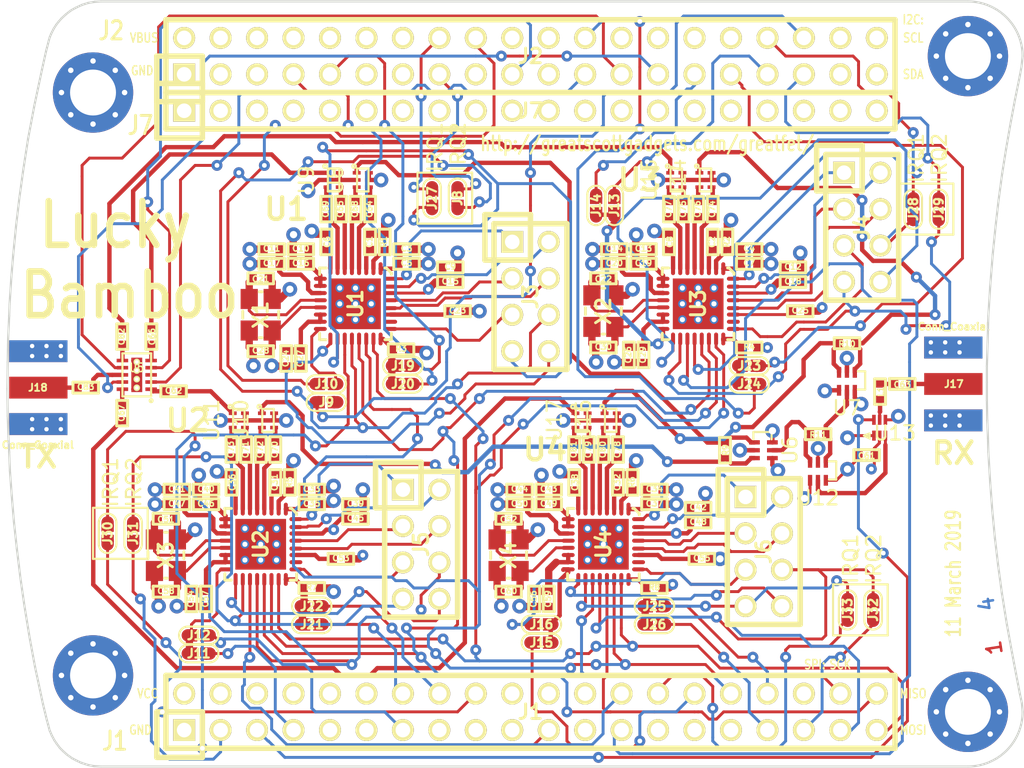
<source format=kicad_pcb>
(kicad_pcb (version 20171130) (host pcbnew 5.0.2-bee76a0~70~ubuntu18.04.1)
  (layers (0 F.Cu signal) (1 C2.Cu power hide) (2 C3.Cu power hide) (31 B.Cu signal) (35 F.Paste user) (36 B.SilkS user) (37 F.SilkS user) (38 B.Mask user) (39 F.Mask user) (44 Edge.Cuts user))
  (net 0 "")
  (net 1 GND)
  (net 2 VCC)
  (net 3 "Net-(C1-Pad2)")
  (net 4 "Net-(C2-Pad2)")
  (net 5 "Net-(C3-Pad2)")
  (net 6 "Net-(C4-Pad2)")
  (net 7 "Net-(C6-Pad1)")
  (net 8 "Net-(C8-Pad1)")
  (net 9 "Net-(C10-Pad1)")
  (net 10 "Net-(C11-Pad1)")
  (net 11 "Net-(C13-Pad1)")
  (net 12 "Net-(C14-Pad1)")
  (net 13 "Net-(C21-Pad1)")
  (net 14 "Net-(C22-Pad1)")
  (net 15 "Net-(C23-Pad2)")
  (net 16 "Net-(C24-Pad1)")
  (net 17 "Net-(C25-Pad2)")
  (net 18 "Net-(C26-Pad1)")
  (net 19 "Net-(C28-Pad1)")
  (net 20 "Net-(C30-Pad1)")
  (net 21 "Net-(C31-Pad2)")
  (net 22 "Net-(C32-Pad2)")
  (net 23 "Net-(C33-Pad2)")
  (net 24 "Net-(C34-Pad2)")
  (net 25 "Net-(C36-Pad1)")
  (net 26 "Net-(C38-Pad1)")
  (net 27 "Net-(C40-Pad1)")
  (net 28 "Net-(C41-Pad1)")
  (net 29 "Net-(C43-Pad1)")
  (net 30 "Net-(C44-Pad1)")
  (net 31 "Net-(C51-Pad1)")
  (net 32 "Net-(C52-Pad1)")
  (net 33 "Net-(C53-Pad2)")
  (net 34 "Net-(C54-Pad1)")
  (net 35 "Net-(C55-Pad2)")
  (net 36 "Net-(C56-Pad1)")
  (net 37 "Net-(C58-Pad1)")
  (net 38 "Net-(C60-Pad1)")
  (net 39 /RFOUT1)
  (net 40 /RFOUT2)
  (net 41 "Net-(C63-Pad2)")
  (net 42 "Net-(C63-Pad1)")
  (net 43 "Net-(C64-Pad1)")
  (net 44 "Net-(C65-Pad1)")
  (net 45 /RFOUT1_P)
  (net 46 /RFOUT1_N)
  (net 47 /RFOUT2_P)
  (net 48 /RFOUT2_N)
  (net 49 /RFOUT3)
  (net 50 /RFOUT4)
  (net 51 "Net-(C74-Pad1)")
  (net 52 "Net-(C75-Pad1)")
  (net 53 /RFOUT3_P)
  (net 54 /RFOUT3_N)
  (net 55 /RFOUT4_P)
  (net 56 /RFOUT4_N)
  (net 57 /P4_9)
  (net 58 /P4_10)
  (net 59 /P1_0)
  (net 60 /P1_5)
  (net 61 /P5_2)
  (net 62 /P1_6)
  (net 63 /P1_8)
  (net 64 /P1_12)
  (net 65 /P1_14)
  (net 66 /P1_13)
  (net 67 /P1_15)
  (net 68 /P1_16)
  (net 69 /P1_17)
  (net 70 /P9_5)
  (net 71 /P9_6)
  (net 72 /P2_0)
  (net 73 /P1_20)
  (net 74 /P1_19)
  (net 75 /P1_4)
  (net 76 /P1_3)
  (net 77 /P4_4)
  (net 78 /P4_3)
  (net 79 /P2_6)
  (net 80 /P7_7)
  (net 81 /P2_5)
  (net 82 /P2_4)
  (net 83 /P7_2)
  (net 84 /P3_1)
  (net 85 /P7_1)
  (net 86 /P7_0)
  (net 87 /P6_8)
  (net 88 /P6_7)
  (net 89 /P2_2)
  (net 90 /P6_6)
  (net 91 /P2_1)
  (net 92 /P6_3)
  (net 93 /DT1)
  (net 94 /DT2)
  (net 95 /DT3)
  (net 96 /DT4)
  (net 97 /DR1)
  (net 98 /DR2)
  (net 99 /DR3)
  (net 100 /DR4)
  (net 101 /~CS~1)
  (net 102 /~CS~2)
  (net 103 /~CS~3)
  (net 104 /~CS~4)
  (net 105 /TRFS1)
  (net 106 /TRFS2)
  (net 107 /TRFS3)
  (net 108 /TRFS4)
  (net 109 /IRQ1)
  (net 110 /IRQ2)
  (net 111 /IRQ3)
  (net 112 /IRQ4)
  (net 113 "Net-(R1-Pad2)")
  (net 114 "Net-(R2-Pad2)")
  (net 115 "Net-(R5-Pad2)")
  (net 116 "Net-(R6-Pad2)")
  (net 117 /RFIN1_P)
  (net 118 /RFIN1_N)
  (net 119 /RFIN2_P)
  (net 120 "Net-(C70-Pad1)")
  (net 121 "Net-(C71-Pad1)")
  (net 122 /RFIN2_N)
  (net 123 /RFIN3_P)
  (net 124 /RFIN3_N)
  (net 125 /RFIN4_P)
  (net 126 "Net-(C78-Pad1)")
  (net 127 "Net-(C79-Pad1)")
  (net 128 /RFIN4_N)
  (net 129 /PABIAOP1)
  (net 130 /PAVSUP1)
  (net 131 /XOSC32KN1)
  (net 132 /XOSC32KP1)
  (net 133 /TXEN1)
  (net 134 /PABIAOP3)
  (net 135 /PAVSUP3)
  (net 136 /XOSC32KN3)
  (net 137 /XOSC32KP3)
  (net 138 /TXEN3)
  (net 139 /PABIAOP2)
  (net 140 /PAVSUP2)
  (net 141 /XOSC32KN2)
  (net 142 /XOSC32KP2)
  (net 143 /TXEN2)
  (net 144 /PABIAOP4)
  (net 145 /PAVSUP4)
  (net 146 /XOSC32KN4)
  (net 147 /XOSC32KP4)
  (net 148 /TXEN4)
  (net 149 /RFIN)
  (net 150 /RFIN1)
  (net 151 /RFIN2)
  (net 152 /RFIN3)
  (net 153 /RFIN4)
  (net 154 "Net-(C68-Pad1)")
  (net 155 "Net-(C69-Pad1)")
  (net 156 "Net-(C72-Pad1)")
  (net 157 "Net-(C73-Pad1)")
  (net 158 "Net-(C76-Pad1)")
  (net 159 "Net-(C77-Pad1)")
  (net 160 "Net-(C80-Pad1)")
  (net 161 "Net-(C81-Pad1)")
  (net 162 "Net-(R11-Pad2)")
  (net 163 "Net-(R11-Pad1)")
  (net 164 "Net-(U12-Pad5)")
  (net 165 "Net-(C62-Pad2)")
  (net 166 "Net-(C66-Pad1)")
  (net 167 "Net-(C67-Pad1)")
  (net 168 "Net-(C82-Pad2)")
  (net 169 "Net-(C83-Pad2)")
  (net 170 "Net-(C83-Pad1)")
  (module gsg-modules:0402 (layer F.Cu) (at 119.634 91.948 90)
    (fp_text reference C66 (at 0 0.0508 90) (layer F.SilkS) (effects (font (size 0.4064 0.4064) (thickness 0.1016))))
    (fp_text value 47pF hide)
    (pad 2 smd rect (at 0.5334 0 90) (size 0.508 0.5588) (layers F.Cu F.Paste F.Mask) (net 39 /RFOUT1))
    (pad 1 smd rect (at -0.5334 0 90) (size 0.508 0.5588) (layers F.Cu F.Paste F.Mask) (net 166 "Net-(C66-Pad1)"))
  )
  (module gsg-modules:HEADER-2x20 (layer F.Cu) (at 146.05 118.11)
    (fp_text reference J1 (at 0 0) (layer F.SilkS) (effects (font (size 1.016 1.016) (thickness 0.2032))))
    (fp_text value NEIGHBOR1 hide)
    (pad 1 thru_hole rect (at -24.13 1.27) (size 1.524 1.524) (drill 1.016) (layers *.Cu *.Mask F.SilkS) (net 1 GND))
    (pad 2 thru_hole circle (at -24.13 -1.27) (size 1.524 1.524) (drill 1.016) (layers *.Cu *.Mask F.SilkS) (net 2 VCC))
    (pad 3 thru_hole circle (at -21.59 1.27) (size 1.524 1.524) (drill 1.016) (layers *.Cu *.Mask F.SilkS) (net 57 /P4_9))
    (pad 4 thru_hole circle (at -21.59 -1.27) (size 1.524 1.524) (drill 1.016) (layers *.Cu *.Mask F.SilkS))
    (pad 5 thru_hole circle (at -19.05 1.27) (size 1.524 1.524) (drill 1.016) (layers *.Cu *.Mask F.SilkS) (net 58 /P4_10))
    (pad 6 thru_hole circle (at -19.05 -1.27) (size 1.524 1.524) (drill 1.016) (layers *.Cu *.Mask F.SilkS))
    (pad 7 thru_hole circle (at -16.51 1.27) (size 1.524 1.524) (drill 1.016) (layers *.Cu *.Mask F.SilkS) (net 59 /P1_0))
    (pad 8 thru_hole circle (at -16.51 -1.27) (size 1.524 1.524) (drill 1.016) (layers *.Cu *.Mask F.SilkS))
    (pad 9 thru_hole circle (at -13.97 1.27) (size 1.524 1.524) (drill 1.016) (layers *.Cu *.Mask F.SilkS))
    (pad 10 thru_hole circle (at -13.97 -1.27) (size 1.524 1.524) (drill 1.016) (layers *.Cu *.Mask F.SilkS))
    (pad 11 thru_hole circle (at -11.43 1.27) (size 1.524 1.524) (drill 1.016) (layers *.Cu *.Mask F.SilkS))
    (pad 12 thru_hole circle (at -11.43 -1.27) (size 1.524 1.524) (drill 1.016) (layers *.Cu *.Mask F.SilkS))
    (pad 13 thru_hole circle (at -8.89 1.27) (size 1.524 1.524) (drill 1.016) (layers *.Cu *.Mask F.SilkS) (net 60 /P1_5))
    (pad 14 thru_hole circle (at -8.89 -1.27) (size 1.524 1.524) (drill 1.016) (layers *.Cu *.Mask F.SilkS) (net 61 /P5_2))
    (pad 15 thru_hole circle (at -6.35 1.27) (size 1.524 1.524) (drill 1.016) (layers *.Cu *.Mask F.SilkS))
    (pad 16 thru_hole circle (at -6.35 -1.27) (size 1.524 1.524) (drill 1.016) (layers *.Cu *.Mask F.SilkS) (net 62 /P1_6))
    (pad 17 thru_hole circle (at -3.81 1.27) (size 1.524 1.524) (drill 1.016) (layers *.Cu *.Mask F.SilkS))
    (pad 18 thru_hole circle (at -3.81 -1.27) (size 1.524 1.524) (drill 1.016) (layers *.Cu *.Mask F.SilkS) (net 63 /P1_8))
    (pad 19 thru_hole circle (at -1.27 1.27) (size 1.524 1.524) (drill 1.016) (layers *.Cu *.Mask F.SilkS))
    (pad 20 thru_hole circle (at -1.27 -1.27) (size 1.524 1.524) (drill 1.016) (layers *.Cu *.Mask F.SilkS))
    (pad 21 thru_hole circle (at 1.27 1.27) (size 1.524 1.524) (drill 1.016) (layers *.Cu *.Mask F.SilkS) (net 64 /P1_12))
    (pad 22 thru_hole circle (at 1.27 -1.27) (size 1.524 1.524) (drill 1.016) (layers *.Cu *.Mask F.SilkS))
    (pad 23 thru_hole circle (at 3.81 1.27) (size 1.524 1.524) (drill 1.016) (layers *.Cu *.Mask F.SilkS))
    (pad 24 thru_hole circle (at 3.81 -1.27) (size 1.524 1.524) (drill 1.016) (layers *.Cu *.Mask F.SilkS))
    (pad 25 thru_hole circle (at 6.35 1.27) (size 1.524 1.524) (drill 1.016) (layers *.Cu *.Mask F.SilkS) (net 65 /P1_14))
    (pad 26 thru_hole circle (at 6.35 -1.27) (size 1.524 1.524) (drill 1.016) (layers *.Cu *.Mask F.SilkS) (net 66 /P1_13))
    (pad 27 thru_hole circle (at 8.89 1.27) (size 1.524 1.524) (drill 1.016) (layers *.Cu *.Mask F.SilkS))
    (pad 28 thru_hole circle (at 8.89 -1.27) (size 1.524 1.524) (drill 1.016) (layers *.Cu *.Mask F.SilkS) (net 67 /P1_15))
    (pad 29 thru_hole circle (at 11.43 1.27) (size 1.524 1.524) (drill 1.016) (layers *.Cu *.Mask F.SilkS))
    (pad 30 thru_hole circle (at 11.43 -1.27) (size 1.524 1.524) (drill 1.016) (layers *.Cu *.Mask F.SilkS) (net 68 /P1_16))
    (pad 31 thru_hole circle (at 13.97 1.27) (size 1.524 1.524) (drill 1.016) (layers *.Cu *.Mask F.SilkS))
    (pad 32 thru_hole circle (at 13.97 -1.27) (size 1.524 1.524) (drill 1.016) (layers *.Cu *.Mask F.SilkS) (net 69 /P1_17))
    (pad 33 thru_hole circle (at 16.51 1.27) (size 1.524 1.524) (drill 1.016) (layers *.Cu *.Mask F.SilkS) (net 70 /P9_5))
    (pad 34 thru_hole circle (at 16.51 -1.27) (size 1.524 1.524) (drill 1.016) (layers *.Cu *.Mask F.SilkS) (net 71 /P9_6))
    (pad 35 thru_hole circle (at 19.05 1.27) (size 1.524 1.524) (drill 1.016) (layers *.Cu *.Mask F.SilkS) (net 72 /P2_0))
    (pad 36 thru_hole circle (at 19.05 -1.27) (size 1.524 1.524) (drill 1.016) (layers *.Cu *.Mask F.SilkS))
    (pad 37 thru_hole circle (at 21.59 1.27) (size 1.524 1.524) (drill 1.016) (layers *.Cu *.Mask F.SilkS) (net 73 /P1_20))
    (pad 38 thru_hole circle (at 21.59 -1.27) (size 1.524 1.524) (drill 1.016) (layers *.Cu *.Mask F.SilkS) (net 74 /P1_19))
    (pad 39 thru_hole circle (at 24.13 1.27) (size 1.524 1.524) (drill 1.016) (layers *.Cu *.Mask F.SilkS) (net 75 /P1_4))
    (pad 40 thru_hole circle (at 24.13 -1.27) (size 1.524 1.524) (drill 1.016) (layers *.Cu *.Mask F.SilkS) (net 76 /P1_3))
  )
  (module gsg-modules:HEADER-2x20 (layer F.Cu) (at 146.05 72.39)
    (fp_text reference J2 (at 0 0) (layer F.SilkS) (effects (font (size 1.016 1.016) (thickness 0.2032))))
    (fp_text value NEIGHBOR2 hide)
    (pad 1 thru_hole rect (at -24.13 1.27) (size 1.524 1.524) (drill 1.016) (layers *.Cu *.Mask F.SilkS) (net 1 GND))
    (pad 2 thru_hole circle (at -24.13 -1.27) (size 1.524 1.524) (drill 1.016) (layers *.Cu *.Mask F.SilkS))
    (pad 3 thru_hole circle (at -21.59 1.27) (size 1.524 1.524) (drill 1.016) (layers *.Cu *.Mask F.SilkS))
    (pad 4 thru_hole circle (at -21.59 -1.27) (size 1.524 1.524) (drill 1.016) (layers *.Cu *.Mask F.SilkS))
    (pad 5 thru_hole circle (at -19.05 1.27) (size 1.524 1.524) (drill 1.016) (layers *.Cu *.Mask F.SilkS))
    (pad 6 thru_hole circle (at -19.05 -1.27) (size 1.524 1.524) (drill 1.016) (layers *.Cu *.Mask F.SilkS))
    (pad 7 thru_hole circle (at -16.51 1.27) (size 1.524 1.524) (drill 1.016) (layers *.Cu *.Mask F.SilkS) (net 77 /P4_4))
    (pad 8 thru_hole circle (at -16.51 -1.27) (size 1.524 1.524) (drill 1.016) (layers *.Cu *.Mask F.SilkS))
    (pad 9 thru_hole circle (at -13.97 1.27) (size 1.524 1.524) (drill 1.016) (layers *.Cu *.Mask F.SilkS) (net 78 /P4_3))
    (pad 10 thru_hole circle (at -13.97 -1.27) (size 1.524 1.524) (drill 1.016) (layers *.Cu *.Mask F.SilkS))
    (pad 11 thru_hole circle (at -11.43 1.27) (size 1.524 1.524) (drill 1.016) (layers *.Cu *.Mask F.SilkS))
    (pad 12 thru_hole circle (at -11.43 -1.27) (size 1.524 1.524) (drill 1.016) (layers *.Cu *.Mask F.SilkS))
    (pad 13 thru_hole circle (at -8.89 1.27) (size 1.524 1.524) (drill 1.016) (layers *.Cu *.Mask F.SilkS))
    (pad 14 thru_hole circle (at -8.89 -1.27) (size 1.524 1.524) (drill 1.016) (layers *.Cu *.Mask F.SilkS))
    (pad 15 thru_hole circle (at -6.35 1.27) (size 1.524 1.524) (drill 1.016) (layers *.Cu *.Mask F.SilkS) (net 79 /P2_6))
    (pad 16 thru_hole circle (at -6.35 -1.27) (size 1.524 1.524) (drill 1.016) (layers *.Cu *.Mask F.SilkS) (net 80 /P7_7))
    (pad 17 thru_hole circle (at -3.81 1.27) (size 1.524 1.524) (drill 1.016) (layers *.Cu *.Mask F.SilkS))
    (pad 18 thru_hole circle (at -3.81 -1.27) (size 1.524 1.524) (drill 1.016) (layers *.Cu *.Mask F.SilkS) (net 81 /P2_5))
    (pad 19 thru_hole circle (at -1.27 1.27) (size 1.524 1.524) (drill 1.016) (layers *.Cu *.Mask F.SilkS) (net 82 /P2_4))
    (pad 20 thru_hole circle (at -1.27 -1.27) (size 1.524 1.524) (drill 1.016) (layers *.Cu *.Mask F.SilkS))
    (pad 21 thru_hole circle (at 1.27 1.27) (size 1.524 1.524) (drill 1.016) (layers *.Cu *.Mask F.SilkS))
    (pad 22 thru_hole circle (at 1.27 -1.27) (size 1.524 1.524) (drill 1.016) (layers *.Cu *.Mask F.SilkS))
    (pad 23 thru_hole circle (at 3.81 1.27) (size 1.524 1.524) (drill 1.016) (layers *.Cu *.Mask F.SilkS) (net 83 /P7_2))
    (pad 24 thru_hole circle (at 3.81 -1.27) (size 1.524 1.524) (drill 1.016) (layers *.Cu *.Mask F.SilkS) (net 84 /P3_1))
    (pad 25 thru_hole circle (at 6.35 1.27) (size 1.524 1.524) (drill 1.016) (layers *.Cu *.Mask F.SilkS) (net 85 /P7_1))
    (pad 26 thru_hole circle (at 6.35 -1.27) (size 1.524 1.524) (drill 1.016) (layers *.Cu *.Mask F.SilkS))
    (pad 27 thru_hole circle (at 8.89 1.27) (size 1.524 1.524) (drill 1.016) (layers *.Cu *.Mask F.SilkS) (net 86 /P7_0))
    (pad 28 thru_hole circle (at 8.89 -1.27) (size 1.524 1.524) (drill 1.016) (layers *.Cu *.Mask F.SilkS))
    (pad 29 thru_hole circle (at 11.43 1.27) (size 1.524 1.524) (drill 1.016) (layers *.Cu *.Mask F.SilkS) (net 87 /P6_8))
    (pad 30 thru_hole circle (at 11.43 -1.27) (size 1.524 1.524) (drill 1.016) (layers *.Cu *.Mask F.SilkS))
    (pad 31 thru_hole circle (at 13.97 1.27) (size 1.524 1.524) (drill 1.016) (layers *.Cu *.Mask F.SilkS) (net 88 /P6_7))
    (pad 32 thru_hole circle (at 13.97 -1.27) (size 1.524 1.524) (drill 1.016) (layers *.Cu *.Mask F.SilkS))
    (pad 33 thru_hole circle (at 16.51 1.27) (size 1.524 1.524) (drill 1.016) (layers *.Cu *.Mask F.SilkS) (net 89 /P2_2))
    (pad 34 thru_hole circle (at 16.51 -1.27) (size 1.524 1.524) (drill 1.016) (layers *.Cu *.Mask F.SilkS) (net 90 /P6_6))
    (pad 35 thru_hole circle (at 19.05 1.27) (size 1.524 1.524) (drill 1.016) (layers *.Cu *.Mask F.SilkS) (net 91 /P2_1))
    (pad 36 thru_hole circle (at 19.05 -1.27) (size 1.524 1.524) (drill 1.016) (layers *.Cu *.Mask F.SilkS) (net 92 /P6_3))
    (pad 37 thru_hole circle (at 21.59 1.27) (size 1.524 1.524) (drill 1.016) (layers *.Cu *.Mask F.SilkS))
    (pad 38 thru_hole circle (at 21.59 -1.27) (size 1.524 1.524) (drill 1.016) (layers *.Cu *.Mask F.SilkS))
    (pad 39 thru_hole circle (at 24.13 1.27) (size 1.524 1.524) (drill 1.016) (layers *.Cu *.Mask F.SilkS))
    (pad 40 thru_hole circle (at 24.13 -1.27) (size 1.524 1.524) (drill 1.016) (layers *.Cu *.Mask F.SilkS))
  )
  (module gsg-modules:HOLE126MIL-COPPER (layer F.Cu) (at 115.57 74.93)
    (fp_text reference MH1 hide)
    (fp_text value MOUNTING_HOLE hide)
    (pad 1 thru_hole circle (at 0 0) (size 5.6 5.6) (drill 3.2004) (layers *.Cu *.Mask) (net 1 GND))
    (pad 1 thru_hole circle (at 0 -2.2) (size 0.6 0.6) (drill 0.381) (layers *.Cu *.Mask) (net 1 GND))
    (pad 1 thru_hole circle (at -2.2 0) (size 0.6 0.6) (drill 0.381) (layers *.Cu *.Mask) (net 1 GND))
    (pad 1 thru_hole circle (at 0 2.2) (size 0.6 0.6) (drill 0.381) (layers *.Cu *.Mask) (net 1 GND))
    (pad 1 thru_hole circle (at 2.2 0) (size 0.6 0.6) (drill 0.381) (layers *.Cu *.Mask) (net 1 GND))
    (pad 1 thru_hole circle (at 1.55 -1.55) (size 0.6 0.6) (drill 0.381) (layers *.Cu *.Mask) (net 1 GND))
    (pad 1 thru_hole circle (at -1.55 -1.55) (size 0.6 0.6) (drill 0.381) (layers *.Cu *.Mask) (net 1 GND))
    (pad 1 thru_hole circle (at -1.55 1.55) (size 0.6 0.6) (drill 0.381) (layers *.Cu *.Mask) (net 1 GND))
    (pad 1 thru_hole circle (at 1.55 1.55) (size 0.6 0.6) (drill 0.381) (layers *.Cu *.Mask) (net 1 GND))
  )
  (module gsg-modules:HOLE126MIL-COPPER (layer F.Cu) (at 115.57 115.57)
    (fp_text reference MH2 hide)
    (fp_text value MOUNTING_HOLE hide)
    (pad 1 thru_hole circle (at 0 0) (size 5.6 5.6) (drill 3.2004) (layers *.Cu *.Mask) (net 1 GND))
    (pad 1 thru_hole circle (at 0 -2.2) (size 0.6 0.6) (drill 0.381) (layers *.Cu *.Mask) (net 1 GND))
    (pad 1 thru_hole circle (at -2.2 0) (size 0.6 0.6) (drill 0.381) (layers *.Cu *.Mask) (net 1 GND))
    (pad 1 thru_hole circle (at 0 2.2) (size 0.6 0.6) (drill 0.381) (layers *.Cu *.Mask) (net 1 GND))
    (pad 1 thru_hole circle (at 2.2 0) (size 0.6 0.6) (drill 0.381) (layers *.Cu *.Mask) (net 1 GND))
    (pad 1 thru_hole circle (at 1.55 -1.55) (size 0.6 0.6) (drill 0.381) (layers *.Cu *.Mask) (net 1 GND))
    (pad 1 thru_hole circle (at -1.55 -1.55) (size 0.6 0.6) (drill 0.381) (layers *.Cu *.Mask) (net 1 GND))
    (pad 1 thru_hole circle (at -1.55 1.55) (size 0.6 0.6) (drill 0.381) (layers *.Cu *.Mask) (net 1 GND))
    (pad 1 thru_hole circle (at 1.55 1.55) (size 0.6 0.6) (drill 0.381) (layers *.Cu *.Mask) (net 1 GND))
  )
  (module gsg-modules:HOLE126MIL-COPPER (layer F.Cu) (at 176.53 118.11)
    (fp_text reference MH3 hide)
    (fp_text value MOUNTING_HOLE hide)
    (pad 1 thru_hole circle (at 0 0) (size 5.6 5.6) (drill 3.2004) (layers *.Cu *.Mask) (net 1 GND))
    (pad 1 thru_hole circle (at 0 -2.2) (size 0.6 0.6) (drill 0.381) (layers *.Cu *.Mask) (net 1 GND))
    (pad 1 thru_hole circle (at -2.2 0) (size 0.6 0.6) (drill 0.381) (layers *.Cu *.Mask) (net 1 GND))
    (pad 1 thru_hole circle (at 0 2.2) (size 0.6 0.6) (drill 0.381) (layers *.Cu *.Mask) (net 1 GND))
    (pad 1 thru_hole circle (at 2.2 0) (size 0.6 0.6) (drill 0.381) (layers *.Cu *.Mask) (net 1 GND))
    (pad 1 thru_hole circle (at 1.55 -1.55) (size 0.6 0.6) (drill 0.381) (layers *.Cu *.Mask) (net 1 GND))
    (pad 1 thru_hole circle (at -1.55 -1.55) (size 0.6 0.6) (drill 0.381) (layers *.Cu *.Mask) (net 1 GND))
    (pad 1 thru_hole circle (at -1.55 1.55) (size 0.6 0.6) (drill 0.381) (layers *.Cu *.Mask) (net 1 GND))
    (pad 1 thru_hole circle (at 1.55 1.55) (size 0.6 0.6) (drill 0.381) (layers *.Cu *.Mask) (net 1 GND))
  )
  (module gsg-modules:HOLE126MIL-COPPER (layer F.Cu) (at 176.53 72.39)
    (fp_text reference MH4 hide)
    (fp_text value MOUNTING_HOLE hide)
    (pad 1 thru_hole circle (at 0 0) (size 5.6 5.6) (drill 3.2004) (layers *.Cu *.Mask) (net 1 GND))
    (pad 1 thru_hole circle (at 0 -2.2) (size 0.6 0.6) (drill 0.381) (layers *.Cu *.Mask) (net 1 GND))
    (pad 1 thru_hole circle (at -2.2 0) (size 0.6 0.6) (drill 0.381) (layers *.Cu *.Mask) (net 1 GND))
    (pad 1 thru_hole circle (at 0 2.2) (size 0.6 0.6) (drill 0.381) (layers *.Cu *.Mask) (net 1 GND))
    (pad 1 thru_hole circle (at 2.2 0) (size 0.6 0.6) (drill 0.381) (layers *.Cu *.Mask) (net 1 GND))
    (pad 1 thru_hole circle (at 1.55 -1.55) (size 0.6 0.6) (drill 0.381) (layers *.Cu *.Mask) (net 1 GND))
    (pad 1 thru_hole circle (at -1.55 -1.55) (size 0.6 0.6) (drill 0.381) (layers *.Cu *.Mask) (net 1 GND))
    (pad 1 thru_hole circle (at -1.55 1.55) (size 0.6 0.6) (drill 0.381) (layers *.Cu *.Mask) (net 1 GND))
    (pad 1 thru_hole circle (at 1.55 1.55) (size 0.6 0.6) (drill 0.381) (layers *.Cu *.Mask) (net 1 GND))
  )
  (module gsg-modules:0603-JUMPER (layer F.Cu) (at 131.826 96.52 180)
    (fp_text reference J9 (at 0 0 180) (layer F.SilkS) (effects (font (size 0.6096 0.6096) (thickness 0.1524))))
    (fp_text value TEST_2P hide)
    (pad 1 smd oval (at -0.6477 0 180) (size 1.0922 0.8636) (layers F.Cu F.Mask) (net 97 /DR1))
    (pad 2 smd rect (at 0.3556 0 180) (size 0.508 0.8636) (layers F.Cu F.Mask) (net 92 /P6_3))
    (pad 1 smd rect (at -0.3556 0 180) (size 0.508 0.8636) (layers F.Cu F.Mask) (net 97 /DR1))
    (pad 2 smd oval (at 0.6477 0 180) (size 1.0922 0.8636) (layers F.Cu F.Mask) (net 92 /P6_3))
  )
  (module gsg-modules:0603-JUMPER (layer F.Cu) (at 131.826 95.25 180)
    (fp_text reference J10 (at 0 0 180) (layer F.SilkS) (effects (font (size 0.6096 0.6096) (thickness 0.1524))))
    (fp_text value TEST_2P hide)
    (pad 1 smd oval (at -0.6477 0 180) (size 1.0922 0.8636) (layers F.Cu F.Mask) (net 97 /DR1))
    (pad 2 smd rect (at 0.3556 0 180) (size 0.508 0.8636) (layers F.Cu F.Mask) (net 81 /P2_5))
    (pad 1 smd rect (at -0.3556 0 180) (size 0.508 0.8636) (layers F.Cu F.Mask) (net 97 /DR1))
    (pad 2 smd oval (at 0.6477 0 180) (size 1.0922 0.8636) (layers F.Cu F.Mask) (net 81 /P2_5))
  )
  (module gsg-modules:0603-JUMPER (layer F.Cu) (at 122.936 114.046)
    (fp_text reference J11 (at 0 0) (layer F.SilkS) (effects (font (size 0.6096 0.6096) (thickness 0.1524))))
    (fp_text value TEST_2P hide)
    (pad 1 smd oval (at -0.6477 0) (size 1.0922 0.8636) (layers F.Cu F.Mask) (net 98 /DR2))
    (pad 2 smd rect (at 0.3556 0) (size 0.508 0.8636) (layers F.Cu F.Mask) (net 59 /P1_0))
    (pad 1 smd rect (at -0.3556 0) (size 0.508 0.8636) (layers F.Cu F.Mask) (net 98 /DR2))
    (pad 2 smd oval (at 0.6477 0) (size 1.0922 0.8636) (layers F.Cu F.Mask) (net 59 /P1_0))
  )
  (module gsg-modules:0603-JUMPER (layer F.Cu) (at 122.936 112.776)
    (fp_text reference J12 (at 0 0) (layer F.SilkS) (effects (font (size 0.6096 0.6096) (thickness 0.1524))))
    (fp_text value TEST_2P hide)
    (pad 1 smd oval (at -0.6477 0) (size 1.0922 0.8636) (layers F.Cu F.Mask) (net 98 /DR2))
    (pad 2 smd rect (at 0.3556 0) (size 0.508 0.8636) (layers F.Cu F.Mask) (net 60 /P1_5))
    (pad 1 smd rect (at -0.3556 0) (size 0.508 0.8636) (layers F.Cu F.Mask) (net 98 /DR2))
    (pad 2 smd oval (at 0.6477 0) (size 1.0922 0.8636) (layers F.Cu F.Mask) (net 60 /P1_5))
  )
  (module gsg-modules:0603-JUMPER (layer F.Cu) (at 151.892 82.804 90)
    (fp_text reference J13 (at 0 0 90) (layer F.SilkS) (effects (font (size 0.6096 0.6096) (thickness 0.1524))))
    (fp_text value TEST_2P hide)
    (pad 1 smd oval (at -0.6477 0 90) (size 1.0922 0.8636) (layers F.Cu F.Mask) (net 99 /DR3))
    (pad 2 smd rect (at 0.3556 0 90) (size 0.508 0.8636) (layers F.Cu F.Mask) (net 89 /P2_2))
    (pad 1 smd rect (at -0.3556 0 90) (size 0.508 0.8636) (layers F.Cu F.Mask) (net 99 /DR3))
    (pad 2 smd oval (at 0.6477 0 90) (size 1.0922 0.8636) (layers F.Cu F.Mask) (net 89 /P2_2))
  )
  (module gsg-modules:0603-JUMPER (layer F.Cu) (at 150.622 82.804 90)
    (fp_text reference J14 (at 0 0 90) (layer F.SilkS) (effects (font (size 0.6096 0.6096) (thickness 0.1524))))
    (fp_text value TEST_2P hide)
    (pad 1 smd oval (at -0.6477 0 90) (size 1.0922 0.8636) (layers F.Cu F.Mask) (net 99 /DR3))
    (pad 2 smd rect (at 0.3556 0 90) (size 0.508 0.8636) (layers F.Cu F.Mask) (net 87 /P6_8))
    (pad 1 smd rect (at -0.3556 0 90) (size 0.508 0.8636) (layers F.Cu F.Mask) (net 99 /DR3))
    (pad 2 smd oval (at 0.6477 0 90) (size 1.0922 0.8636) (layers F.Cu F.Mask) (net 87 /P6_8))
  )
  (module gsg-modules:0603-JUMPER (layer F.Cu) (at 146.812 113.284 180)
    (fp_text reference J15 (at 0 0 180) (layer F.SilkS) (effects (font (size 0.6096 0.6096) (thickness 0.1524))))
    (fp_text value TEST_2P hide)
    (pad 1 smd oval (at -0.6477 0 180) (size 1.0922 0.8636) (layers F.Cu F.Mask) (net 100 /DR4))
    (pad 2 smd rect (at 0.3556 0 180) (size 0.508 0.8636) (layers F.Cu F.Mask) (net 68 /P1_16))
    (pad 1 smd rect (at -0.3556 0 180) (size 0.508 0.8636) (layers F.Cu F.Mask) (net 100 /DR4))
    (pad 2 smd oval (at 0.6477 0 180) (size 1.0922 0.8636) (layers F.Cu F.Mask) (net 68 /P1_16))
  )
  (module gsg-modules:0603-JUMPER (layer F.Cu) (at 146.812 112.014 180)
    (fp_text reference J16 (at 0 0 180) (layer F.SilkS) (effects (font (size 0.6096 0.6096) (thickness 0.1524))))
    (fp_text value TEST_2P hide)
    (pad 1 smd oval (at -0.6477 0 180) (size 1.0922 0.8636) (layers F.Cu F.Mask) (net 100 /DR4))
    (pad 2 smd rect (at 0.3556 0 180) (size 0.508 0.8636) (layers F.Cu F.Mask) (net 73 /P1_20))
    (pad 1 smd rect (at -0.3556 0 180) (size 0.508 0.8636) (layers F.Cu F.Mask) (net 100 /DR4))
    (pad 2 smd oval (at 0.6477 0 180) (size 1.0922 0.8636) (layers F.Cu F.Mask) (net 73 /P1_20))
  )
  (module gsg-modules:SMA-EDGE (layer F.Cu) (at 177.546 95.25 180)
    (fp_text reference J17 (at 1.99898 0 180) (layer F.SilkS) (effects (font (size 0.50038 0.50038) (thickness 0.12446))))
    (fp_text value Conn_Coaxial (at 1.99898 4.0005 180) (layer F.SilkS) (effects (font (size 0.50038 0.50038) (thickness 0.12446))))
    (pad 1 smd rect (at 2.032 0 180) (size 4.064 1.524) (layers F.Cu F.Mask) (net 41 "Net-(C63-Pad2)"))
    (pad 2 smd rect (at 2.032 -2.54 180) (size 4.064 1.524) (layers F.Cu F.Mask) (net 1 GND))
    (pad 2 smd rect (at 2.032 2.54 180) (size 4.064 1.524) (layers B.Cu) (net 1 GND))
    (pad 2 smd rect (at 2.032 -2.54 180) (size 4.064 1.524) (layers B.Cu) (net 1 GND))
    (pad 2 smd rect (at 2.032 2.54 180) (size 4.064 1.524) (layers F.Cu F.Mask) (net 1 GND))
    (pad 2 thru_hole circle (at 3.6 -2.2 180) (size 0.762 0.762) (drill 0.3048) (layers *.Cu *.Mask) (net 1 GND))
    (pad 2 thru_hole circle (at 3.6 -2.9 180) (size 0.762 0.762) (drill 0.3048) (layers *.Cu *.Mask) (net 1 GND))
    (pad 2 thru_hole circle (at 2.6 -2.2 180) (size 0.762 0.762) (drill 0.3048) (layers *.Cu *.Mask) (net 1 GND))
    (pad 2 thru_hole circle (at 1.6 -2.2 180) (size 0.762 0.762) (drill 0.3048) (layers *.Cu *.Mask) (net 1 GND))
    (pad 2 thru_hole circle (at 1.6 -2.9 180) (size 0.762 0.762) (drill 0.3048) (layers *.Cu *.Mask) (net 1 GND))
    (pad 2 thru_hole circle (at 2.6 -2.9 180) (size 0.762 0.762) (drill 0.3048) (layers *.Cu *.Mask) (net 1 GND))
    (pad 2 thru_hole circle (at 3.6 2.2 180) (size 0.762 0.762) (drill 0.3048) (layers *.Cu *.Mask) (net 1 GND))
    (pad 2 thru_hole circle (at 2.6 2.2 180) (size 0.762 0.762) (drill 0.3048) (layers *.Cu *.Mask) (net 1 GND))
    (pad 2 thru_hole circle (at 1.6 2.2 180) (size 0.762 0.762) (drill 0.3048) (layers *.Cu *.Mask) (net 1 GND))
    (pad 2 thru_hole circle (at 1.6 2.9 180) (size 0.762 0.762) (drill 0.3048) (layers *.Cu *.Mask) (net 1 GND))
    (pad 2 thru_hole circle (at 2.6 2.9 180) (size 0.762 0.762) (drill 0.3048) (layers *.Cu *.Mask) (net 1 GND))
    (pad 2 thru_hole circle (at 3.6 2.9 180) (size 0.762 0.762) (drill 0.3048) (layers *.Cu *.Mask) (net 1 GND))
  )
  (module gsg-modules:SMA-EDGE (layer F.Cu) (at 109.728 95.504)
    (fp_text reference J18 (at 1.99898 0) (layer F.SilkS) (effects (font (size 0.50038 0.50038) (thickness 0.12446))))
    (fp_text value Conn_Coaxial (at 1.99898 4.0005) (layer F.SilkS) (effects (font (size 0.50038 0.50038) (thickness 0.12446))))
    (pad 1 smd rect (at 2.032 0) (size 4.064 1.524) (layers F.Cu F.Mask) (net 169 "Net-(C83-Pad2)"))
    (pad 2 smd rect (at 2.032 -2.54) (size 4.064 1.524) (layers F.Cu F.Mask) (net 1 GND))
    (pad 2 smd rect (at 2.032 2.54) (size 4.064 1.524) (layers B.Cu) (net 1 GND))
    (pad 2 smd rect (at 2.032 -2.54) (size 4.064 1.524) (layers B.Cu) (net 1 GND))
    (pad 2 smd rect (at 2.032 2.54) (size 4.064 1.524) (layers F.Cu F.Mask) (net 1 GND))
    (pad 2 thru_hole circle (at 3.6 -2.2) (size 0.762 0.762) (drill 0.3048) (layers *.Cu *.Mask) (net 1 GND))
    (pad 2 thru_hole circle (at 3.6 -2.9) (size 0.762 0.762) (drill 0.3048) (layers *.Cu *.Mask) (net 1 GND))
    (pad 2 thru_hole circle (at 2.6 -2.2) (size 0.762 0.762) (drill 0.3048) (layers *.Cu *.Mask) (net 1 GND))
    (pad 2 thru_hole circle (at 1.6 -2.2) (size 0.762 0.762) (drill 0.3048) (layers *.Cu *.Mask) (net 1 GND))
    (pad 2 thru_hole circle (at 1.6 -2.9) (size 0.762 0.762) (drill 0.3048) (layers *.Cu *.Mask) (net 1 GND))
    (pad 2 thru_hole circle (at 2.6 -2.9) (size 0.762 0.762) (drill 0.3048) (layers *.Cu *.Mask) (net 1 GND))
    (pad 2 thru_hole circle (at 3.6 2.2) (size 0.762 0.762) (drill 0.3048) (layers *.Cu *.Mask) (net 1 GND))
    (pad 2 thru_hole circle (at 2.6 2.2) (size 0.762 0.762) (drill 0.3048) (layers *.Cu *.Mask) (net 1 GND))
    (pad 2 thru_hole circle (at 1.6 2.2) (size 0.762 0.762) (drill 0.3048) (layers *.Cu *.Mask) (net 1 GND))
    (pad 2 thru_hole circle (at 1.6 2.9) (size 0.762 0.762) (drill 0.3048) (layers *.Cu *.Mask) (net 1 GND))
    (pad 2 thru_hole circle (at 2.6 2.9) (size 0.762 0.762) (drill 0.3048) (layers *.Cu *.Mask) (net 1 GND))
    (pad 2 thru_hole circle (at 3.6 2.9) (size 0.762 0.762) (drill 0.3048) (layers *.Cu *.Mask) (net 1 GND))
  )
  (module gsg-modules:0603-JUMPER (layer F.Cu) (at 137.16 93.98)
    (fp_text reference J19 (at 0 0) (layer F.SilkS) (effects (font (size 0.6096 0.6096) (thickness 0.1524))))
    (fp_text value TEST_2P hide)
    (pad 1 smd oval (at -0.6477 0) (size 1.0922 0.8636) (layers F.Cu F.Mask) (net 101 /~CS~1))
    (pad 2 smd rect (at 0.3556 0) (size 0.508 0.8636) (layers F.Cu F.Mask) (net 78 /P4_3))
    (pad 1 smd rect (at -0.3556 0) (size 0.508 0.8636) (layers F.Cu F.Mask) (net 101 /~CS~1))
    (pad 2 smd oval (at 0.6477 0) (size 1.0922 0.8636) (layers F.Cu F.Mask) (net 78 /P4_3))
  )
  (module gsg-modules:0603-JUMPER (layer F.Cu) (at 137.16 95.25)
    (fp_text reference J20 (at 0 0) (layer F.SilkS) (effects (font (size 0.6096 0.6096) (thickness 0.1524))))
    (fp_text value TEST_2P hide)
    (pad 1 smd oval (at -0.6477 0) (size 1.0922 0.8636) (layers F.Cu F.Mask) (net 101 /~CS~1))
    (pad 2 smd rect (at 0.3556 0) (size 0.508 0.8636) (layers F.Cu F.Mask) (net 77 /P4_4))
    (pad 1 smd rect (at -0.3556 0) (size 0.508 0.8636) (layers F.Cu F.Mask) (net 101 /~CS~1))
    (pad 2 smd oval (at 0.6477 0) (size 1.0922 0.8636) (layers F.Cu F.Mask) (net 77 /P4_4))
  )
  (module gsg-modules:0603-JUMPER (layer F.Cu) (at 130.81 112.014)
    (fp_text reference J21 (at 0 0) (layer F.SilkS) (effects (font (size 0.6096 0.6096) (thickness 0.1524))))
    (fp_text value TEST_2P hide)
    (pad 1 smd oval (at -0.6477 0) (size 1.0922 0.8636) (layers F.Cu F.Mask) (net 102 /~CS~2))
    (pad 2 smd rect (at 0.3556 0) (size 0.508 0.8636) (layers F.Cu F.Mask) (net 61 /P5_2))
    (pad 1 smd rect (at -0.3556 0) (size 0.508 0.8636) (layers F.Cu F.Mask) (net 102 /~CS~2))
    (pad 2 smd oval (at 0.6477 0) (size 1.0922 0.8636) (layers F.Cu F.Mask) (net 61 /P5_2))
  )
  (module gsg-modules:0603-JUMPER (layer F.Cu) (at 130.81 110.744)
    (fp_text reference J22 (at 0 0) (layer F.SilkS) (effects (font (size 0.6096 0.6096) (thickness 0.1524))))
    (fp_text value TEST_2P hide)
    (pad 1 smd oval (at -0.6477 0) (size 1.0922 0.8636) (layers F.Cu F.Mask) (net 102 /~CS~2))
    (pad 2 smd rect (at 0.3556 0) (size 0.508 0.8636) (layers F.Cu F.Mask) (net 62 /P1_6))
    (pad 1 smd rect (at -0.3556 0) (size 0.508 0.8636) (layers F.Cu F.Mask) (net 102 /~CS~2))
    (pad 2 smd oval (at 0.6477 0) (size 1.0922 0.8636) (layers F.Cu F.Mask) (net 62 /P1_6))
  )
  (module gsg-modules:0603-JUMPER (layer F.Cu) (at 161.29 93.98)
    (fp_text reference J23 (at 0 0) (layer F.SilkS) (effects (font (size 0.6096 0.6096) (thickness 0.1524))))
    (fp_text value TEST_2P hide)
    (pad 1 smd oval (at -0.6477 0) (size 1.0922 0.8636) (layers F.Cu F.Mask) (net 103 /~CS~3))
    (pad 2 smd rect (at 0.3556 0) (size 0.508 0.8636) (layers F.Cu F.Mask) (net 88 /P6_7))
    (pad 1 smd rect (at -0.3556 0) (size 0.508 0.8636) (layers F.Cu F.Mask) (net 103 /~CS~3))
    (pad 2 smd oval (at 0.6477 0) (size 1.0922 0.8636) (layers F.Cu F.Mask) (net 88 /P6_7))
  )
  (module gsg-modules:0603-JUMPER (layer F.Cu) (at 161.29 95.25)
    (fp_text reference J24 (at 0 0) (layer F.SilkS) (effects (font (size 0.6096 0.6096) (thickness 0.1524))))
    (fp_text value TEST_2P hide)
    (pad 1 smd oval (at -0.6477 0) (size 1.0922 0.8636) (layers F.Cu F.Mask) (net 103 /~CS~3))
    (pad 2 smd rect (at 0.3556 0) (size 0.508 0.8636) (layers F.Cu F.Mask) (net 84 /P3_1))
    (pad 1 smd rect (at -0.3556 0) (size 0.508 0.8636) (layers F.Cu F.Mask) (net 103 /~CS~3))
    (pad 2 smd oval (at 0.6477 0) (size 1.0922 0.8636) (layers F.Cu F.Mask) (net 84 /P3_1))
  )
  (module gsg-modules:0603-JUMPER (layer F.Cu) (at 154.686 110.744)
    (fp_text reference J25 (at 0 0) (layer F.SilkS) (effects (font (size 0.6096 0.6096) (thickness 0.1524))))
    (fp_text value TEST_2P hide)
    (pad 1 smd oval (at -0.6477 0) (size 1.0922 0.8636) (layers F.Cu F.Mask) (net 104 /~CS~4))
    (pad 2 smd rect (at 0.3556 0) (size 0.508 0.8636) (layers F.Cu F.Mask) (net 71 /P9_6))
    (pad 1 smd rect (at -0.3556 0) (size 0.508 0.8636) (layers F.Cu F.Mask) (net 104 /~CS~4))
    (pad 2 smd oval (at 0.6477 0) (size 1.0922 0.8636) (layers F.Cu F.Mask) (net 71 /P9_6))
  )
  (module gsg-modules:0603-JUMPER (layer F.Cu) (at 154.686 112.014)
    (fp_text reference J26 (at 0 0) (layer F.SilkS) (effects (font (size 0.6096 0.6096) (thickness 0.1524))))
    (fp_text value TEST_2P hide)
    (pad 1 smd oval (at -0.6477 0) (size 1.0922 0.8636) (layers F.Cu F.Mask) (net 104 /~CS~4))
    (pad 2 smd rect (at 0.3556 0) (size 0.508 0.8636) (layers F.Cu F.Mask) (net 70 /P9_5))
    (pad 1 smd rect (at -0.3556 0) (size 0.508 0.8636) (layers F.Cu F.Mask) (net 104 /~CS~4))
    (pad 2 smd oval (at 0.6477 0) (size 1.0922 0.8636) (layers F.Cu F.Mask) (net 70 /P9_5))
  )
  (module gsg-modules:LFCSP32 (layer F.Cu) (at 127.254 106.426 270)
    (fp_text reference U2 (at 0 0 270) (layer F.SilkS) (effects (font (size 1.00076 1.00076) (thickness 0.2032))))
    (fp_text value ADF7242 hide)
    (pad 1 smd oval (at -2.4511 -1.75006 270) (size 0.89916 0.2794) (layers F.Cu F.Paste F.Mask) (net 23 "Net-(C33-Pad2)"))
    (pad 2 smd oval (at -2.4511 -1.24968 270) (size 0.89916 0.2794) (layers F.Cu F.Paste F.Mask) (net 115 "Net-(R5-Pad2)"))
    (pad 3 smd oval (at -2.4511 -0.7493 270) (size 0.89916 0.2794) (layers F.Cu F.Paste F.Mask) (net 21 "Net-(C31-Pad2)"))
    (pad 4 smd oval (at -2.4511 -0.24892 270) (size 0.89916 0.2794) (layers F.Cu F.Paste F.Mask) (net 119 /RFIN2_P))
    (pad 5 smd oval (at -2.4511 0.24892 270) (size 0.89916 0.2794) (layers F.Cu F.Paste F.Mask) (net 122 /RFIN2_N))
    (pad 6 smd oval (at -2.4511 0.7493 270) (size 0.89916 0.2794) (layers F.Cu F.Paste F.Mask) (net 47 /RFOUT2_P))
    (pad 7 smd oval (at -2.4511 1.24968 270) (size 0.89916 0.2794) (layers F.Cu F.Paste F.Mask) (net 48 /RFOUT2_N))
    (pad 8 smd oval (at -2.4511 1.75006 270) (size 0.89916 0.2794) (layers F.Cu F.Paste F.Mask) (net 25 "Net-(C36-Pad1)"))
    (pad 0 smd rect (at 0 0 270) (size 3.53314 3.53314) (layers F.Cu F.Mask) (net 1 GND))
    (pad 0 thru_hole circle (at 0 0 270) (size 0.59944 0.59944) (drill 0.3556) (layers *.Cu) (net 1 GND) (clearance -0.09906))
    (pad 0 thru_hole circle (at -1.09982 0 270) (size 0.59944 0.59944) (drill 0.3556) (layers *.Cu) (net 1 GND) (clearance -0.09906))
    (pad 0 thru_hole circle (at -1.09982 -1.09982 270) (size 0.59944 0.59944) (drill 0.3556) (layers *.Cu) (net 1 GND) (clearance -0.09906))
    (pad 0 thru_hole circle (at 0 -1.09982 270) (size 0.59944 0.59944) (drill 0.3556) (layers *.Cu) (net 1 GND) (clearance -0.09906))
    (pad 0 thru_hole circle (at 1.09982 -1.09982 270) (size 0.59944 0.59944) (drill 0.3556) (layers *.Cu) (net 1 GND) (clearance -0.09906))
    (pad 0 thru_hole circle (at 1.09982 0 270) (size 0.59944 0.59944) (drill 0.3556) (layers *.Cu) (net 1 GND) (clearance -0.09906))
    (pad 0 thru_hole circle (at 1.09982 1.09982 270) (size 0.59944 0.59944) (drill 0.3556) (layers *.Cu) (net 1 GND) (clearance -0.09906))
    (pad 0 thru_hole circle (at 0 1.09982 270) (size 0.59944 0.59944) (drill 0.3556) (layers *.Cu) (net 1 GND) (clearance -0.09906))
    (pad 0 thru_hole circle (at -1.09982 1.09982 270) (size 0.59944 0.59944) (drill 0.3556) (layers *.Cu) (net 1 GND) (clearance -0.09906))
    (pad 9 smd oval (at -1.75006 2.4511) (size 0.89916 0.2794) (layers F.Cu F.Paste F.Mask) (net 27 "Net-(C40-Pad1)"))
    (pad 10 smd oval (at -1.24968 2.4511) (size 0.89916 0.2794) (layers F.Cu F.Paste F.Mask) (net 27 "Net-(C40-Pad1)"))
    (pad 11 smd oval (at -0.7493 2.4511) (size 0.89916 0.2794) (layers F.Cu F.Paste F.Mask) (net 28 "Net-(C41-Pad1)"))
    (pad 12 smd oval (at -0.24892 2.4511) (size 0.89916 0.2794) (layers F.Cu F.Paste F.Mask) (net 31 "Net-(C51-Pad1)"))
    (pad 13 smd oval (at 0.24892 2.4511) (size 0.89916 0.2794) (layers F.Cu F.Paste F.Mask) (net 37 "Net-(C58-Pad1)"))
    (pad 14 smd oval (at 0.7493 2.4511) (size 0.89916 0.2794) (layers F.Cu F.Paste F.Mask) (net 34 "Net-(C54-Pad1)"))
    (pad 15 smd oval (at 1.24968 2.4511) (size 0.89916 0.2794) (layers F.Cu F.Paste F.Mask) (net 34 "Net-(C54-Pad1)"))
    (pad 16 smd oval (at 1.75006 2.4511) (size 0.89916 0.2794) (layers F.Cu F.Paste F.Mask) (net 98 /DR2))
    (pad 17 smd oval (at 2.4511 1.75006 270) (size 0.89916 0.2794) (layers F.Cu F.Paste F.Mask) (net 94 /DT2))
    (pad 18 smd oval (at 2.4511 1.24968 270) (size 0.89916 0.2794) (layers F.Cu F.Paste F.Mask) (net 106 /TRFS2))
    (pad 19 smd oval (at 2.4511 0.7493 270) (size 0.89916 0.2794) (layers F.Cu F.Paste F.Mask) (net 66 /P1_13))
    (pad 20 smd oval (at 2.4511 0.24892 270) (size 0.89916 0.2794) (layers F.Cu F.Paste F.Mask) (net 110 /IRQ2))
    (pad 21 smd oval (at 2.4511 -0.24892 270) (size 0.89916 0.2794) (layers F.Cu F.Paste F.Mask) (net 76 /P1_3))
    (pad 22 smd oval (at 2.4511 -0.7493 270) (size 0.89916 0.2794) (layers F.Cu F.Paste F.Mask) (net 74 /P1_19))
    (pad 23 smd oval (at 2.4511 -1.24968 270) (size 0.89916 0.2794) (layers F.Cu F.Paste F.Mask) (net 75 /P1_4))
    (pad 24 smd oval (at 2.4511 -1.75006 270) (size 0.89916 0.2794) (layers F.Cu F.Paste F.Mask) (net 102 /~CS~2))
    (pad 25 smd oval (at 1.75006 -2.4511) (size 0.89916 0.2794) (layers F.Cu F.Paste F.Mask) (net 143 /TXEN2))
    (pad 26 smd oval (at 1.24968 -2.4511) (size 0.89916 0.2794) (layers F.Cu F.Paste F.Mask))
    (pad 27 smd oval (at 0.7493 -2.4511) (size 0.89916 0.2794) (layers F.Cu F.Paste F.Mask) (net 33 "Net-(C53-Pad2)"))
    (pad 28 smd oval (at 0.29972 -2.4511) (size 0.89916 0.2794) (layers F.Cu F.Paste F.Mask) (net 142 /XOSC32KP2))
    (pad 29 smd oval (at -0.24892 -2.4511) (size 0.89916 0.2794) (layers F.Cu F.Paste F.Mask) (net 141 /XOSC32KN2))
    (pad 30 smd oval (at -0.7493 -2.4511) (size 0.89916 0.2794) (layers F.Cu F.Paste F.Mask) (net 2 VCC))
    (pad 31 smd oval (at -1.19888 -2.4511) (size 0.89916 0.2794) (layers F.Cu F.Paste F.Mask) (net 140 /PAVSUP2))
    (pad 32 smd oval (at -1.75006 -2.4511) (size 0.89916 0.2794) (layers F.Cu F.Paste F.Mask) (net 139 /PABIAOP2))
  )
  (module gsg-modules:LFCSP32 (layer F.Cu) (at 151.13 106.426 270)
    (fp_text reference U4 (at 0 0 270) (layer F.SilkS) (effects (font (size 1.00076 1.00076) (thickness 0.2032))))
    (fp_text value ADF7242 hide)
    (pad 1 smd oval (at -2.4511 -1.75006 270) (size 0.89916 0.2794) (layers F.Cu F.Paste F.Mask) (net 24 "Net-(C34-Pad2)"))
    (pad 2 smd oval (at -2.4511 -1.24968 270) (size 0.89916 0.2794) (layers F.Cu F.Paste F.Mask) (net 116 "Net-(R6-Pad2)"))
    (pad 3 smd oval (at -2.4511 -0.7493 270) (size 0.89916 0.2794) (layers F.Cu F.Paste F.Mask) (net 22 "Net-(C32-Pad2)"))
    (pad 4 smd oval (at -2.4511 -0.24892 270) (size 0.89916 0.2794) (layers F.Cu F.Paste F.Mask) (net 125 /RFIN4_P))
    (pad 5 smd oval (at -2.4511 0.24892 270) (size 0.89916 0.2794) (layers F.Cu F.Paste F.Mask) (net 128 /RFIN4_N))
    (pad 6 smd oval (at -2.4511 0.7493 270) (size 0.89916 0.2794) (layers F.Cu F.Paste F.Mask) (net 55 /RFOUT4_P))
    (pad 7 smd oval (at -2.4511 1.24968 270) (size 0.89916 0.2794) (layers F.Cu F.Paste F.Mask) (net 56 /RFOUT4_N))
    (pad 8 smd oval (at -2.4511 1.75006 270) (size 0.89916 0.2794) (layers F.Cu F.Paste F.Mask) (net 26 "Net-(C38-Pad1)"))
    (pad 0 smd rect (at 0 0 270) (size 3.53314 3.53314) (layers F.Cu F.Mask) (net 1 GND))
    (pad 0 thru_hole circle (at 0 0 270) (size 0.59944 0.59944) (drill 0.3556) (layers *.Cu) (net 1 GND) (clearance -0.09906))
    (pad 0 thru_hole circle (at -1.09982 0 270) (size 0.59944 0.59944) (drill 0.3556) (layers *.Cu) (net 1 GND) (clearance -0.09906))
    (pad 0 thru_hole circle (at -1.09982 -1.09982 270) (size 0.59944 0.59944) (drill 0.3556) (layers *.Cu) (net 1 GND) (clearance -0.09906))
    (pad 0 thru_hole circle (at 0 -1.09982 270) (size 0.59944 0.59944) (drill 0.3556) (layers *.Cu) (net 1 GND) (clearance -0.09906))
    (pad 0 thru_hole circle (at 1.09982 -1.09982 270) (size 0.59944 0.59944) (drill 0.3556) (layers *.Cu) (net 1 GND) (clearance -0.09906))
    (pad 0 thru_hole circle (at 1.09982 0 270) (size 0.59944 0.59944) (drill 0.3556) (layers *.Cu) (net 1 GND) (clearance -0.09906))
    (pad 0 thru_hole circle (at 1.09982 1.09982 270) (size 0.59944 0.59944) (drill 0.3556) (layers *.Cu) (net 1 GND) (clearance -0.09906))
    (pad 0 thru_hole circle (at 0 1.09982 270) (size 0.59944 0.59944) (drill 0.3556) (layers *.Cu) (net 1 GND) (clearance -0.09906))
    (pad 0 thru_hole circle (at -1.09982 1.09982 270) (size 0.59944 0.59944) (drill 0.3556) (layers *.Cu) (net 1 GND) (clearance -0.09906))
    (pad 9 smd oval (at -1.75006 2.4511) (size 0.89916 0.2794) (layers F.Cu F.Paste F.Mask) (net 29 "Net-(C43-Pad1)"))
    (pad 10 smd oval (at -1.24968 2.4511) (size 0.89916 0.2794) (layers F.Cu F.Paste F.Mask) (net 29 "Net-(C43-Pad1)"))
    (pad 11 smd oval (at -0.7493 2.4511) (size 0.89916 0.2794) (layers F.Cu F.Paste F.Mask) (net 30 "Net-(C44-Pad1)"))
    (pad 12 smd oval (at -0.24892 2.4511) (size 0.89916 0.2794) (layers F.Cu F.Paste F.Mask) (net 32 "Net-(C52-Pad1)"))
    (pad 13 smd oval (at 0.24892 2.4511) (size 0.89916 0.2794) (layers F.Cu F.Paste F.Mask) (net 38 "Net-(C60-Pad1)"))
    (pad 14 smd oval (at 0.7493 2.4511) (size 0.89916 0.2794) (layers F.Cu F.Paste F.Mask) (net 36 "Net-(C56-Pad1)"))
    (pad 15 smd oval (at 1.24968 2.4511) (size 0.89916 0.2794) (layers F.Cu F.Paste F.Mask) (net 36 "Net-(C56-Pad1)"))
    (pad 16 smd oval (at 1.75006 2.4511) (size 0.89916 0.2794) (layers F.Cu F.Paste F.Mask) (net 100 /DR4))
    (pad 17 smd oval (at 2.4511 1.75006 270) (size 0.89916 0.2794) (layers F.Cu F.Paste F.Mask) (net 96 /DT4))
    (pad 18 smd oval (at 2.4511 1.24968 270) (size 0.89916 0.2794) (layers F.Cu F.Paste F.Mask) (net 108 /TRFS4))
    (pad 19 smd oval (at 2.4511 0.7493 270) (size 0.89916 0.2794) (layers F.Cu F.Paste F.Mask) (net 69 /P1_17))
    (pad 20 smd oval (at 2.4511 0.24892 270) (size 0.89916 0.2794) (layers F.Cu F.Paste F.Mask) (net 112 /IRQ4))
    (pad 21 smd oval (at 2.4511 -0.24892 270) (size 0.89916 0.2794) (layers F.Cu F.Paste F.Mask) (net 76 /P1_3))
    (pad 22 smd oval (at 2.4511 -0.7493 270) (size 0.89916 0.2794) (layers F.Cu F.Paste F.Mask) (net 74 /P1_19))
    (pad 23 smd oval (at 2.4511 -1.24968 270) (size 0.89916 0.2794) (layers F.Cu F.Paste F.Mask) (net 75 /P1_4))
    (pad 24 smd oval (at 2.4511 -1.75006 270) (size 0.89916 0.2794) (layers F.Cu F.Paste F.Mask) (net 104 /~CS~4))
    (pad 25 smd oval (at 1.75006 -2.4511) (size 0.89916 0.2794) (layers F.Cu F.Paste F.Mask) (net 148 /TXEN4))
    (pad 26 smd oval (at 1.24968 -2.4511) (size 0.89916 0.2794) (layers F.Cu F.Paste F.Mask))
    (pad 27 smd oval (at 0.7493 -2.4511) (size 0.89916 0.2794) (layers F.Cu F.Paste F.Mask) (net 35 "Net-(C55-Pad2)"))
    (pad 28 smd oval (at 0.29972 -2.4511) (size 0.89916 0.2794) (layers F.Cu F.Paste F.Mask) (net 147 /XOSC32KP4))
    (pad 29 smd oval (at -0.24892 -2.4511) (size 0.89916 0.2794) (layers F.Cu F.Paste F.Mask) (net 146 /XOSC32KN4))
    (pad 30 smd oval (at -0.7493 -2.4511) (size 0.89916 0.2794) (layers F.Cu F.Paste F.Mask) (net 2 VCC))
    (pad 31 smd oval (at -1.19888 -2.4511) (size 0.89916 0.2794) (layers F.Cu F.Paste F.Mask) (net 145 /PAVSUP4))
    (pad 32 smd oval (at -1.75006 -2.4511) (size 0.89916 0.2794) (layers F.Cu F.Paste F.Mask) (net 144 /PABIAOP4))
  )
  (module gsg-modules:SKY13322-375LF (layer F.Cu) (at 118.618 94.615 180)
    (fp_text reference U5 (at 0 0.5 180) (layer F.SilkS) (effects (font (size 0.6 0.5) (thickness 0.1))))
    (fp_text value SKY13322 hide)
    (pad 0 smd rect (at 0 0 180) (size 0.76 2.4) (layers F.Cu F.Paste F.Mask) (net 1 GND))
    (pad 1 smd rect (at -1 -1 180) (size 0.8 0.25) (layers F.Cu F.Paste F.Mask) (net 165 "Net-(C62-Pad2)"))
    (pad 2 smd rect (at -1 -0.5 180) (size 0.8 0.25) (layers F.Cu F.Paste F.Mask) (net 83 /P7_2))
    (pad 3 smd rect (at -1 0 180) (size 0.8 0.25) (layers F.Cu F.Paste F.Mask))
    (pad 4 smd rect (at -1 0.5 180) (size 0.8 0.25) (layers F.Cu F.Paste F.Mask) (net 82 /P2_4))
    (pad 5 smd rect (at -1 1 180) (size 0.8 0.25) (layers F.Cu F.Paste F.Mask) (net 166 "Net-(C66-Pad1)"))
    (pad 6 smd rect (at 1 1 180) (size 0.8 0.25) (layers F.Cu F.Paste F.Mask) (net 168 "Net-(C82-Pad2)"))
    (pad 7 smd rect (at 1 0.5 180) (size 0.8 0.25) (layers F.Cu F.Paste F.Mask) (net 85 /P7_1))
    (pad 8 smd rect (at 1 0 180) (size 0.8 0.25) (layers F.Cu F.Paste F.Mask) (net 170 "Net-(C83-Pad1)"))
    (pad 9 smd rect (at 1 -0.5 180) (size 0.8 0.25) (layers F.Cu F.Paste F.Mask) (net 86 /P7_0))
    (pad 10 smd rect (at 1 -1 180) (size 0.8 0.25) (layers F.Cu F.Paste F.Mask) (net 167 "Net-(C67-Pad1)"))
    (pad 0 thru_hole circle (at 0 -0.3 180) (size 0.4572 0.4572) (drill 0.254) (layers *.Cu *.Mask F.SilkS) (net 1 GND))
    (pad 0 thru_hole circle (at 0 -0.9 180) (size 0.4572 0.4572) (drill 0.254) (layers *.Cu *.Mask F.SilkS) (net 1 GND))
    (pad 0 thru_hole circle (at 0 0.3 180) (size 0.4572 0.4572) (drill 0.254) (layers *.Cu *.Mask F.SilkS) (net 1 GND))
    (pad 0 thru_hole circle (at 0 0.9 180) (size 0.4572 0.4572) (drill 0.254) (layers *.Cu *.Mask F.SilkS) (net 1 GND))
  )
  (module gsg-modules:XTAL3.2x2.5mm (layer F.Cu) (at 127.254 90.424 270)
    (fp_text reference X1 (at 0 0 270) (layer F.SilkS) (effects (font (thickness 0.2))))
    (fp_text value XTAL4PIN hide)
    (pad 1 smd rect (at -1.1 0.8 270) (size 1.4 1.2) (layers F.Cu F.Paste F.Mask) (net 13 "Net-(C21-Pad1)"))
    (pad 3 smd rect (at 1.1 -0.8 270) (size 1.4 1.2) (layers F.Cu F.Paste F.Mask) (net 19 "Net-(C28-Pad1)"))
    (pad 2 smd rect (at 1.1 0.8 270) (size 1.4 1.2) (layers F.Cu F.Paste F.Mask) (net 1 GND))
    (pad 4 smd rect (at -1.1 -0.8 270) (size 1.4 1.2) (layers F.Cu F.Paste F.Mask) (net 1 GND))
  )
  (module gsg-modules:XTAL3.2x2.5mm (layer F.Cu) (at 151.13 90.17 270)
    (fp_text reference X2 (at 0 0 270) (layer F.SilkS) (effects (font (thickness 0.2))))
    (fp_text value XTAL4PIN hide)
    (pad 1 smd rect (at -1.1 0.8 270) (size 1.4 1.2) (layers F.Cu F.Paste F.Mask) (net 14 "Net-(C22-Pad1)"))
    (pad 3 smd rect (at 1.1 -0.8 270) (size 1.4 1.2) (layers F.Cu F.Paste F.Mask) (net 20 "Net-(C30-Pad1)"))
    (pad 2 smd rect (at 1.1 0.8 270) (size 1.4 1.2) (layers F.Cu F.Paste F.Mask) (net 1 GND))
    (pad 4 smd rect (at -1.1 -0.8 270) (size 1.4 1.2) (layers F.Cu F.Paste F.Mask) (net 1 GND))
  )
  (module gsg-modules:XTAL3.2x2.5mm (layer F.Cu) (at 120.65 107.188 270)
    (fp_text reference X3 (at 0 0 270) (layer F.SilkS) (effects (font (thickness 0.2))))
    (fp_text value XTAL4PIN hide)
    (pad 1 smd rect (at -1.1 0.8 270) (size 1.4 1.2) (layers F.Cu F.Paste F.Mask) (net 31 "Net-(C51-Pad1)"))
    (pad 3 smd rect (at 1.1 -0.8 270) (size 1.4 1.2) (layers F.Cu F.Paste F.Mask) (net 37 "Net-(C58-Pad1)"))
    (pad 2 smd rect (at 1.1 0.8 270) (size 1.4 1.2) (layers F.Cu F.Paste F.Mask) (net 1 GND))
    (pad 4 smd rect (at -1.1 -0.8 270) (size 1.4 1.2) (layers F.Cu F.Paste F.Mask) (net 1 GND))
  )
  (module gsg-modules:XTAL3.2x2.5mm (layer F.Cu) (at 144.526 107.188 270)
    (fp_text reference X4 (at 0 0 270) (layer F.SilkS) (effects (font (thickness 0.2))))
    (fp_text value XTAL4PIN hide)
    (pad 1 smd rect (at -1.1 0.8 270) (size 1.4 1.2) (layers F.Cu F.Paste F.Mask) (net 32 "Net-(C52-Pad1)"))
    (pad 3 smd rect (at 1.1 -0.8 270) (size 1.4 1.2) (layers F.Cu F.Paste F.Mask) (net 38 "Net-(C60-Pad1)"))
    (pad 2 smd rect (at 1.1 0.8 270) (size 1.4 1.2) (layers F.Cu F.Paste F.Mask) (net 1 GND))
    (pad 4 smd rect (at -1.1 -0.8 270) (size 1.4 1.2) (layers F.Cu F.Paste F.Mask) (net 1 GND))
  )
  (module gsg-modules:0402 (layer F.Cu) (at 134.874 85.344 270)
    (fp_text reference C1 (at 0 0.0508 270) (layer F.SilkS) (effects (font (size 0.4064 0.4064) (thickness 0.1016))))
    (fp_text value 100pF hide)
    (pad 2 smd rect (at 0.5334 0 270) (size 0.508 0.5588) (layers F.Cu F.Paste F.Mask) (net 3 "Net-(C1-Pad2)"))
    (pad 1 smd rect (at -0.5334 0 270) (size 0.508 0.5588) (layers F.Cu F.Paste F.Mask) (net 1 GND))
  )
  (module gsg-modules:0402 (layer F.Cu) (at 158.75 85.344 270)
    (fp_text reference C2 (at 0 0.0508 270) (layer F.SilkS) (effects (font (size 0.4064 0.4064) (thickness 0.1016))))
    (fp_text value 100pF hide)
    (pad 2 smd rect (at 0.5334 0 270) (size 0.508 0.5588) (layers F.Cu F.Paste F.Mask) (net 4 "Net-(C2-Pad2)"))
    (pad 1 smd rect (at -0.5334 0 270) (size 0.508 0.5588) (layers F.Cu F.Paste F.Mask) (net 1 GND))
  )
  (module gsg-modules:0402 (layer F.Cu) (at 137.414 85.852 180)
    (fp_text reference C3 (at 0 0.0508 180) (layer F.SilkS) (effects (font (size 0.4064 0.4064) (thickness 0.1016))))
    (fp_text value 220nF hide)
    (pad 2 smd rect (at 0.5334 0 180) (size 0.508 0.5588) (layers F.Cu F.Paste F.Mask) (net 5 "Net-(C3-Pad2)"))
    (pad 1 smd rect (at -0.5334 0 180) (size 0.508 0.5588) (layers F.Cu F.Paste F.Mask) (net 1 GND))
  )
  (module gsg-modules:0402 (layer F.Cu) (at 161.29 85.852 180)
    (fp_text reference C4 (at 0 0.0508 180) (layer F.SilkS) (effects (font (size 0.4064 0.4064) (thickness 0.1016))))
    (fp_text value 220nF hide)
    (pad 2 smd rect (at 0.5334 0 180) (size 0.508 0.5588) (layers F.Cu F.Paste F.Mask) (net 6 "Net-(C4-Pad2)"))
    (pad 1 smd rect (at -0.5334 0 180) (size 0.508 0.5588) (layers F.Cu F.Paste F.Mask) (net 1 GND))
  )
  (module gsg-modules:0402 (layer F.Cu) (at 137.414 86.868 180)
    (fp_text reference C5 (at 0 0.0508 180) (layer F.SilkS) (effects (font (size 0.4064 0.4064) (thickness 0.1016))))
    (fp_text value 27pF hide)
    (pad 2 smd rect (at 0.5334 0 180) (size 0.508 0.5588) (layers F.Cu F.Paste F.Mask) (net 5 "Net-(C3-Pad2)"))
    (pad 1 smd rect (at -0.5334 0 180) (size 0.508 0.5588) (layers F.Cu F.Paste F.Mask) (net 1 GND))
  )
  (module gsg-modules:0402 (layer F.Cu) (at 131.826 85.344 90)
    (fp_text reference C6 (at 0 0.0508 90) (layer F.SilkS) (effects (font (size 0.4064 0.4064) (thickness 0.1016))))
    (fp_text value 100pF hide)
    (pad 2 smd rect (at 0.5334 0 90) (size 0.508 0.5588) (layers F.Cu F.Paste F.Mask) (net 1 GND))
    (pad 1 smd rect (at -0.5334 0 90) (size 0.508 0.5588) (layers F.Cu F.Paste F.Mask) (net 7 "Net-(C6-Pad1)"))
  )
  (module gsg-modules:0402 (layer F.Cu) (at 161.29 86.868 180)
    (fp_text reference C7 (at 0 0.0508 180) (layer F.SilkS) (effects (font (size 0.4064 0.4064) (thickness 0.1016))))
    (fp_text value 27pF hide)
    (pad 2 smd rect (at 0.5334 0 180) (size 0.508 0.5588) (layers F.Cu F.Paste F.Mask) (net 6 "Net-(C4-Pad2)"))
    (pad 1 smd rect (at -0.5334 0 180) (size 0.508 0.5588) (layers F.Cu F.Paste F.Mask) (net 1 GND))
  )
  (module gsg-modules:0402 (layer F.Cu) (at 155.702 85.344 90)
    (fp_text reference C8 (at 0 0.0508 90) (layer F.SilkS) (effects (font (size 0.4064 0.4064) (thickness 0.1016))))
    (fp_text value 100pF hide)
    (pad 2 smd rect (at 0.5334 0 90) (size 0.508 0.5588) (layers F.Cu F.Paste F.Mask) (net 1 GND))
    (pad 1 smd rect (at -0.5334 0 90) (size 0.508 0.5588) (layers F.Cu F.Paste F.Mask) (net 8 "Net-(C8-Pad1)"))
  )
  (module gsg-modules:0402 (layer F.Cu) (at 140.462 87.122 180)
    (fp_text reference C9 (at 0 0.0508 180) (layer F.SilkS) (effects (font (size 0.4064 0.4064) (thickness 0.1016))))
    (fp_text value 220nF hide)
    (pad 2 smd rect (at 0.5334 0 180) (size 0.508 0.5588) (layers F.Cu F.Paste F.Mask) (net 2 VCC))
    (pad 1 smd rect (at -0.5334 0 180) (size 0.508 0.5588) (layers F.Cu F.Paste F.Mask) (net 1 GND))
  )
  (module gsg-modules:0402 (layer F.Cu) (at 130.048 85.852 180)
    (fp_text reference C10 (at 0 0.0508 180) (layer F.SilkS) (effects (font (size 0.4064 0.4064) (thickness 0.1016))))
    (fp_text value 220nF hide)
    (pad 2 smd rect (at 0.5334 0 180) (size 0.508 0.5588) (layers F.Cu F.Paste F.Mask) (net 1 GND))
    (pad 1 smd rect (at -0.5334 0 180) (size 0.508 0.5588) (layers F.Cu F.Paste F.Mask) (net 9 "Net-(C10-Pad1)"))
  )
  (module gsg-modules:0402 (layer F.Cu) (at 128.016 85.852 180)
    (fp_text reference C11 (at 0 0.0508 180) (layer F.SilkS) (effects (font (size 0.4064 0.4064) (thickness 0.1016))))
    (fp_text value 220nF hide)
    (pad 2 smd rect (at 0.5334 0 180) (size 0.508 0.5588) (layers F.Cu F.Paste F.Mask) (net 1 GND))
    (pad 1 smd rect (at -0.5334 0 180) (size 0.508 0.5588) (layers F.Cu F.Paste F.Mask) (net 10 "Net-(C11-Pad1)"))
  )
  (module gsg-modules:0402 (layer F.Cu) (at 164.338 87.122 180)
    (fp_text reference C12 (at 0 0.0508 180) (layer F.SilkS) (effects (font (size 0.4064 0.4064) (thickness 0.1016))))
    (fp_text value 220nF hide)
    (pad 2 smd rect (at 0.5334 0 180) (size 0.508 0.5588) (layers F.Cu F.Paste F.Mask) (net 2 VCC))
    (pad 1 smd rect (at -0.5334 0 180) (size 0.508 0.5588) (layers F.Cu F.Paste F.Mask) (net 1 GND))
  )
  (module gsg-modules:0402 (layer F.Cu) (at 153.924 85.852 180)
    (fp_text reference C13 (at 0 0.0508 180) (layer F.SilkS) (effects (font (size 0.4064 0.4064) (thickness 0.1016))))
    (fp_text value 220nF hide)
    (pad 2 smd rect (at 0.5334 0 180) (size 0.508 0.5588) (layers F.Cu F.Paste F.Mask) (net 1 GND))
    (pad 1 smd rect (at -0.5334 0 180) (size 0.508 0.5588) (layers F.Cu F.Paste F.Mask) (net 11 "Net-(C13-Pad1)"))
  )
  (module gsg-modules:0402 (layer F.Cu) (at 151.892 85.852 180)
    (fp_text reference C14 (at 0 0.0508 180) (layer F.SilkS) (effects (font (size 0.4064 0.4064) (thickness 0.1016))))
    (fp_text value 220nF hide)
    (pad 2 smd rect (at 0.5334 0 180) (size 0.508 0.5588) (layers F.Cu F.Paste F.Mask) (net 1 GND))
    (pad 1 smd rect (at -0.5334 0 180) (size 0.508 0.5588) (layers F.Cu F.Paste F.Mask) (net 12 "Net-(C14-Pad1)"))
  )
  (module gsg-modules:0402 (layer F.Cu) (at 140.462 88.138 180)
    (fp_text reference C15 (at 0 0.0508 180) (layer F.SilkS) (effects (font (size 0.4064 0.4064) (thickness 0.1016))))
    (fp_text value 27pF hide)
    (pad 2 smd rect (at 0.5334 0 180) (size 0.508 0.5588) (layers F.Cu F.Paste F.Mask) (net 2 VCC))
    (pad 1 smd rect (at -0.5334 0 180) (size 0.508 0.5588) (layers F.Cu F.Paste F.Mask) (net 1 GND))
  )
  (module gsg-modules:0402 (layer F.Cu) (at 130.048 86.868 180)
    (fp_text reference C16 (at 0 0.0508 180) (layer F.SilkS) (effects (font (size 0.4064 0.4064) (thickness 0.1016))))
    (fp_text value 27pF hide)
    (pad 2 smd rect (at 0.5334 0 180) (size 0.508 0.5588) (layers F.Cu F.Paste F.Mask) (net 1 GND))
    (pad 1 smd rect (at -0.5334 0 180) (size 0.508 0.5588) (layers F.Cu F.Paste F.Mask) (net 9 "Net-(C10-Pad1)"))
  )
  (module gsg-modules:0402 (layer F.Cu) (at 128.016 86.868 180)
    (fp_text reference C17 (at 0 0.0508 180) (layer F.SilkS) (effects (font (size 0.4064 0.4064) (thickness 0.1016))))
    (fp_text value 27pF hide)
    (pad 2 smd rect (at 0.5334 0 180) (size 0.508 0.5588) (layers F.Cu F.Paste F.Mask) (net 1 GND))
    (pad 1 smd rect (at -0.5334 0 180) (size 0.508 0.5588) (layers F.Cu F.Paste F.Mask) (net 10 "Net-(C11-Pad1)"))
  )
  (module gsg-modules:0402 (layer F.Cu) (at 164.338 88.138 180)
    (fp_text reference C18 (at 0 0.0508 180) (layer F.SilkS) (effects (font (size 0.4064 0.4064) (thickness 0.1016))))
    (fp_text value 27pF hide)
    (pad 2 smd rect (at 0.5334 0 180) (size 0.508 0.5588) (layers F.Cu F.Paste F.Mask) (net 2 VCC))
    (pad 1 smd rect (at -0.5334 0 180) (size 0.508 0.5588) (layers F.Cu F.Paste F.Mask) (net 1 GND))
  )
  (module gsg-modules:0402 (layer F.Cu) (at 153.924 86.868 180)
    (fp_text reference C19 (at 0 0.0508 180) (layer F.SilkS) (effects (font (size 0.4064 0.4064) (thickness 0.1016))))
    (fp_text value 27pF hide)
    (pad 2 smd rect (at 0.5334 0 180) (size 0.508 0.5588) (layers F.Cu F.Paste F.Mask) (net 1 GND))
    (pad 1 smd rect (at -0.5334 0 180) (size 0.508 0.5588) (layers F.Cu F.Paste F.Mask) (net 11 "Net-(C13-Pad1)"))
  )
  (module gsg-modules:0402 (layer F.Cu) (at 151.892 86.868 180)
    (fp_text reference C20 (at 0 0.0508 180) (layer F.SilkS) (effects (font (size 0.4064 0.4064) (thickness 0.1016))))
    (fp_text value 27pF hide)
    (pad 2 smd rect (at 0.5334 0 180) (size 0.508 0.5588) (layers F.Cu F.Paste F.Mask) (net 1 GND))
    (pad 1 smd rect (at -0.5334 0 180) (size 0.508 0.5588) (layers F.Cu F.Paste F.Mask) (net 12 "Net-(C14-Pad1)"))
  )
  (module gsg-modules:0402 (layer F.Cu) (at 127.254 87.884)
    (fp_text reference C21 (at 0 0.0508) (layer F.SilkS) (effects (font (size 0.4064 0.4064) (thickness 0.1016))))
    (fp_text value 18pF hide)
    (pad 2 smd rect (at 0.5334 0) (size 0.508 0.5588) (layers F.Cu F.Paste F.Mask) (net 1 GND))
    (pad 1 smd rect (at -0.5334 0) (size 0.508 0.5588) (layers F.Cu F.Paste F.Mask) (net 13 "Net-(C21-Pad1)"))
  )
  (module gsg-modules:0402 (layer F.Cu) (at 151.13 87.884)
    (fp_text reference C22 (at 0 0.0508) (layer F.SilkS) (effects (font (size 0.4064 0.4064) (thickness 0.1016))))
    (fp_text value 18pF hide)
    (pad 2 smd rect (at 0.5334 0) (size 0.508 0.5588) (layers F.Cu F.Paste F.Mask) (net 1 GND))
    (pad 1 smd rect (at -0.5334 0) (size 0.508 0.5588) (layers F.Cu F.Paste F.Mask) (net 14 "Net-(C22-Pad1)"))
  )
  (module gsg-modules:0402 (layer F.Cu) (at 140.97 90.17 180)
    (fp_text reference C23 (at 0 0.0508 180) (layer F.SilkS) (effects (font (size 0.4064 0.4064) (thickness 0.1016))))
    (fp_text value 1nF hide)
    (pad 2 smd rect (at 0.5334 0 180) (size 0.508 0.5588) (layers F.Cu F.Paste F.Mask) (net 15 "Net-(C23-Pad2)"))
    (pad 1 smd rect (at -0.5334 0 180) (size 0.508 0.5588) (layers F.Cu F.Paste F.Mask) (net 1 GND))
  )
  (module gsg-modules:0402 (layer F.Cu) (at 129.032 93.472 270)
    (fp_text reference C24 (at 0 0.0508 270) (layer F.SilkS) (effects (font (size 0.4064 0.4064) (thickness 0.1016))))
    (fp_text value 220nF hide)
    (pad 2 smd rect (at 0.5334 0 270) (size 0.508 0.5588) (layers F.Cu F.Paste F.Mask) (net 1 GND))
    (pad 1 smd rect (at -0.5334 0 270) (size 0.508 0.5588) (layers F.Cu F.Paste F.Mask) (net 16 "Net-(C24-Pad1)"))
  )
  (module gsg-modules:0402 (layer F.Cu) (at 164.846 90.17 180)
    (fp_text reference C25 (at 0 0.0508 180) (layer F.SilkS) (effects (font (size 0.4064 0.4064) (thickness 0.1016))))
    (fp_text value 1nF hide)
    (pad 2 smd rect (at 0.5334 0 180) (size 0.508 0.5588) (layers F.Cu F.Paste F.Mask) (net 17 "Net-(C25-Pad2)"))
    (pad 1 smd rect (at -0.5334 0 180) (size 0.508 0.5588) (layers F.Cu F.Paste F.Mask) (net 1 GND))
  )
  (module gsg-modules:0402 (layer F.Cu) (at 152.908 93.218 270)
    (fp_text reference C26 (at 0 0.0508 270) (layer F.SilkS) (effects (font (size 0.4064 0.4064) (thickness 0.1016))))
    (fp_text value 220nF hide)
    (pad 2 smd rect (at 0.5334 0 270) (size 0.508 0.5588) (layers F.Cu F.Paste F.Mask) (net 1 GND))
    (pad 1 smd rect (at -0.5334 0 270) (size 0.508 0.5588) (layers F.Cu F.Paste F.Mask) (net 18 "Net-(C26-Pad1)"))
  )
  (module gsg-modules:0402 (layer F.Cu) (at 130.048 93.472 270)
    (fp_text reference C27 (at 0 0.0508 270) (layer F.SilkS) (effects (font (size 0.4064 0.4064) (thickness 0.1016))))
    (fp_text value 27pF hide)
    (pad 2 smd rect (at 0.5334 0 270) (size 0.508 0.5588) (layers F.Cu F.Paste F.Mask) (net 1 GND))
    (pad 1 smd rect (at -0.5334 0 270) (size 0.508 0.5588) (layers F.Cu F.Paste F.Mask) (net 16 "Net-(C24-Pad1)"))
  )
  (module gsg-modules:0402 (layer F.Cu) (at 127.254 92.964 180)
    (fp_text reference C28 (at 0 0.0508 180) (layer F.SilkS) (effects (font (size 0.4064 0.4064) (thickness 0.1016))))
    (fp_text value 18pF hide)
    (pad 2 smd rect (at 0.5334 0 180) (size 0.508 0.5588) (layers F.Cu F.Paste F.Mask) (net 1 GND))
    (pad 1 smd rect (at -0.5334 0 180) (size 0.508 0.5588) (layers F.Cu F.Paste F.Mask) (net 19 "Net-(C28-Pad1)"))
  )
  (module gsg-modules:0402 (layer F.Cu) (at 153.924 93.218 270)
    (fp_text reference C29 (at 0 0.0508 270) (layer F.SilkS) (effects (font (size 0.4064 0.4064) (thickness 0.1016))))
    (fp_text value 27pF hide)
    (pad 2 smd rect (at 0.5334 0 270) (size 0.508 0.5588) (layers F.Cu F.Paste F.Mask) (net 1 GND))
    (pad 1 smd rect (at -0.5334 0 270) (size 0.508 0.5588) (layers F.Cu F.Paste F.Mask) (net 18 "Net-(C26-Pad1)"))
  )
  (module gsg-modules:0402 (layer F.Cu) (at 151.13 92.71 180)
    (fp_text reference C30 (at 0 0.0508 180) (layer F.SilkS) (effects (font (size 0.4064 0.4064) (thickness 0.1016))))
    (fp_text value 18pF hide)
    (pad 2 smd rect (at 0.5334 0 180) (size 0.508 0.5588) (layers F.Cu F.Paste F.Mask) (net 1 GND))
    (pad 1 smd rect (at -0.5334 0 180) (size 0.508 0.5588) (layers F.Cu F.Paste F.Mask) (net 20 "Net-(C30-Pad1)"))
  )
  (module gsg-modules:0402 (layer F.Cu) (at 128.27 102.108 270)
    (fp_text reference C31 (at 0 0.0508 270) (layer F.SilkS) (effects (font (size 0.4064 0.4064) (thickness 0.1016))))
    (fp_text value 100pF hide)
    (pad 2 smd rect (at 0.5334 0 270) (size 0.508 0.5588) (layers F.Cu F.Paste F.Mask) (net 21 "Net-(C31-Pad2)"))
    (pad 1 smd rect (at -0.5334 0 270) (size 0.508 0.5588) (layers F.Cu F.Paste F.Mask) (net 1 GND))
  )
  (module gsg-modules:0402 (layer F.Cu) (at 152.146 102.108 270)
    (fp_text reference C32 (at 0 0.0508 270) (layer F.SilkS) (effects (font (size 0.4064 0.4064) (thickness 0.1016))))
    (fp_text value 100pF hide)
    (pad 2 smd rect (at 0.5334 0 270) (size 0.508 0.5588) (layers F.Cu F.Paste F.Mask) (net 22 "Net-(C32-Pad2)"))
    (pad 1 smd rect (at -0.5334 0 270) (size 0.508 0.5588) (layers F.Cu F.Paste F.Mask) (net 1 GND))
  )
  (module gsg-modules:0402 (layer F.Cu) (at 130.81 102.616 180)
    (fp_text reference C33 (at 0 0.0508 180) (layer F.SilkS) (effects (font (size 0.4064 0.4064) (thickness 0.1016))))
    (fp_text value 220nF hide)
    (pad 2 smd rect (at 0.5334 0 180) (size 0.508 0.5588) (layers F.Cu F.Paste F.Mask) (net 23 "Net-(C33-Pad2)"))
    (pad 1 smd rect (at -0.5334 0 180) (size 0.508 0.5588) (layers F.Cu F.Paste F.Mask) (net 1 GND))
  )
  (module gsg-modules:0402 (layer F.Cu) (at 154.686 102.616 180)
    (fp_text reference C34 (at 0 0.0508 180) (layer F.SilkS) (effects (font (size 0.4064 0.4064) (thickness 0.1016))))
    (fp_text value 220nF hide)
    (pad 2 smd rect (at 0.5334 0 180) (size 0.508 0.5588) (layers F.Cu F.Paste F.Mask) (net 24 "Net-(C34-Pad2)"))
    (pad 1 smd rect (at -0.5334 0 180) (size 0.508 0.5588) (layers F.Cu F.Paste F.Mask) (net 1 GND))
  )
  (module gsg-modules:0402 (layer F.Cu) (at 130.81 103.632 180)
    (fp_text reference C35 (at 0 0.0508 180) (layer F.SilkS) (effects (font (size 0.4064 0.4064) (thickness 0.1016))))
    (fp_text value 27pF hide)
    (pad 2 smd rect (at 0.5334 0 180) (size 0.508 0.5588) (layers F.Cu F.Paste F.Mask) (net 23 "Net-(C33-Pad2)"))
    (pad 1 smd rect (at -0.5334 0 180) (size 0.508 0.5588) (layers F.Cu F.Paste F.Mask) (net 1 GND))
  )
  (module gsg-modules:0402 (layer F.Cu) (at 125.222 102.108 90)
    (fp_text reference C36 (at 0 0.0508 90) (layer F.SilkS) (effects (font (size 0.4064 0.4064) (thickness 0.1016))))
    (fp_text value 100pF hide)
    (pad 2 smd rect (at 0.5334 0 90) (size 0.508 0.5588) (layers F.Cu F.Paste F.Mask) (net 1 GND))
    (pad 1 smd rect (at -0.5334 0 90) (size 0.508 0.5588) (layers F.Cu F.Paste F.Mask) (net 25 "Net-(C36-Pad1)"))
  )
  (module gsg-modules:0402 (layer F.Cu) (at 154.686 103.632 180)
    (fp_text reference C37 (at 0 0.0508 180) (layer F.SilkS) (effects (font (size 0.4064 0.4064) (thickness 0.1016))))
    (fp_text value 27pF hide)
    (pad 2 smd rect (at 0.5334 0 180) (size 0.508 0.5588) (layers F.Cu F.Paste F.Mask) (net 24 "Net-(C34-Pad2)"))
    (pad 1 smd rect (at -0.5334 0 180) (size 0.508 0.5588) (layers F.Cu F.Paste F.Mask) (net 1 GND))
  )
  (module gsg-modules:0402 (layer F.Cu) (at 149.098 102.108 90)
    (fp_text reference C38 (at 0 0.0508 90) (layer F.SilkS) (effects (font (size 0.4064 0.4064) (thickness 0.1016))))
    (fp_text value 100pF hide)
    (pad 2 smd rect (at 0.5334 0 90) (size 0.508 0.5588) (layers F.Cu F.Paste F.Mask) (net 1 GND))
    (pad 1 smd rect (at -0.5334 0 90) (size 0.508 0.5588) (layers F.Cu F.Paste F.Mask) (net 26 "Net-(C38-Pad1)"))
  )
  (module gsg-modules:0402 (layer F.Cu) (at 133.858 103.632 180)
    (fp_text reference C39 (at 0 0.0508 180) (layer F.SilkS) (effects (font (size 0.4064 0.4064) (thickness 0.1016))))
    (fp_text value 220nF hide)
    (pad 2 smd rect (at 0.5334 0 180) (size 0.508 0.5588) (layers F.Cu F.Paste F.Mask) (net 2 VCC))
    (pad 1 smd rect (at -0.5334 0 180) (size 0.508 0.5588) (layers F.Cu F.Paste F.Mask) (net 1 GND))
  )
  (module gsg-modules:0402 (layer F.Cu) (at 123.444 102.616 180)
    (fp_text reference C40 (at 0 0.0508 180) (layer F.SilkS) (effects (font (size 0.4064 0.4064) (thickness 0.1016))))
    (fp_text value 220nF hide)
    (pad 2 smd rect (at 0.5334 0 180) (size 0.508 0.5588) (layers F.Cu F.Paste F.Mask) (net 1 GND))
    (pad 1 smd rect (at -0.5334 0 180) (size 0.508 0.5588) (layers F.Cu F.Paste F.Mask) (net 27 "Net-(C40-Pad1)"))
  )
  (module gsg-modules:0402 (layer F.Cu) (at 121.412 102.616 180)
    (fp_text reference C41 (at 0 0.0508 180) (layer F.SilkS) (effects (font (size 0.4064 0.4064) (thickness 0.1016))))
    (fp_text value 220nF hide)
    (pad 2 smd rect (at 0.5334 0 180) (size 0.508 0.5588) (layers F.Cu F.Paste F.Mask) (net 1 GND))
    (pad 1 smd rect (at -0.5334 0 180) (size 0.508 0.5588) (layers F.Cu F.Paste F.Mask) (net 28 "Net-(C41-Pad1)"))
  )
  (module gsg-modules:0402 (layer F.Cu) (at 157.734 103.886 180)
    (fp_text reference C42 (at 0 0.0508 180) (layer F.SilkS) (effects (font (size 0.4064 0.4064) (thickness 0.1016))))
    (fp_text value 220nF hide)
    (pad 2 smd rect (at 0.5334 0 180) (size 0.508 0.5588) (layers F.Cu F.Paste F.Mask) (net 2 VCC))
    (pad 1 smd rect (at -0.5334 0 180) (size 0.508 0.5588) (layers F.Cu F.Paste F.Mask) (net 1 GND))
  )
  (module gsg-modules:0402 (layer F.Cu) (at 147.32 102.616 180)
    (fp_text reference C43 (at 0 0.0508 180) (layer F.SilkS) (effects (font (size 0.4064 0.4064) (thickness 0.1016))))
    (fp_text value 220nF hide)
    (pad 2 smd rect (at 0.5334 0 180) (size 0.508 0.5588) (layers F.Cu F.Paste F.Mask) (net 1 GND))
    (pad 1 smd rect (at -0.5334 0 180) (size 0.508 0.5588) (layers F.Cu F.Paste F.Mask) (net 29 "Net-(C43-Pad1)"))
  )
  (module gsg-modules:0402 (layer F.Cu) (at 145.288 102.616 180)
    (fp_text reference C44 (at 0 0.0508 180) (layer F.SilkS) (effects (font (size 0.4064 0.4064) (thickness 0.1016))))
    (fp_text value 220nF hide)
    (pad 2 smd rect (at 0.5334 0 180) (size 0.508 0.5588) (layers F.Cu F.Paste F.Mask) (net 1 GND))
    (pad 1 smd rect (at -0.5334 0 180) (size 0.508 0.5588) (layers F.Cu F.Paste F.Mask) (net 30 "Net-(C44-Pad1)"))
  )
  (module gsg-modules:0402 (layer F.Cu) (at 133.858 104.648 180)
    (fp_text reference C45 (at 0 0.0508 180) (layer F.SilkS) (effects (font (size 0.4064 0.4064) (thickness 0.1016))))
    (fp_text value 27pF hide)
    (pad 2 smd rect (at 0.5334 0 180) (size 0.508 0.5588) (layers F.Cu F.Paste F.Mask) (net 2 VCC))
    (pad 1 smd rect (at -0.5334 0 180) (size 0.508 0.5588) (layers F.Cu F.Paste F.Mask) (net 1 GND))
  )
  (module gsg-modules:0402 (layer F.Cu) (at 123.444 103.632 180)
    (fp_text reference C46 (at 0 0.0508 180) (layer F.SilkS) (effects (font (size 0.4064 0.4064) (thickness 0.1016))))
    (fp_text value 27pF hide)
    (pad 2 smd rect (at 0.5334 0 180) (size 0.508 0.5588) (layers F.Cu F.Paste F.Mask) (net 1 GND))
    (pad 1 smd rect (at -0.5334 0 180) (size 0.508 0.5588) (layers F.Cu F.Paste F.Mask) (net 27 "Net-(C40-Pad1)"))
  )
  (module gsg-modules:0402 (layer F.Cu) (at 121.412 103.632 180)
    (fp_text reference C47 (at 0 0.0508 180) (layer F.SilkS) (effects (font (size 0.4064 0.4064) (thickness 0.1016))))
    (fp_text value 27pF hide)
    (pad 2 smd rect (at 0.5334 0 180) (size 0.508 0.5588) (layers F.Cu F.Paste F.Mask) (net 1 GND))
    (pad 1 smd rect (at -0.5334 0 180) (size 0.508 0.5588) (layers F.Cu F.Paste F.Mask) (net 28 "Net-(C41-Pad1)"))
  )
  (module gsg-modules:0402 (layer F.Cu) (at 157.734 104.902 180)
    (fp_text reference C48 (at 0 0.0508 180) (layer F.SilkS) (effects (font (size 0.4064 0.4064) (thickness 0.1016))))
    (fp_text value 27pF hide)
    (pad 2 smd rect (at 0.5334 0 180) (size 0.508 0.5588) (layers F.Cu F.Paste F.Mask) (net 2 VCC))
    (pad 1 smd rect (at -0.5334 0 180) (size 0.508 0.5588) (layers F.Cu F.Paste F.Mask) (net 1 GND))
  )
  (module gsg-modules:0402 (layer F.Cu) (at 147.32 103.632 180)
    (fp_text reference C49 (at 0 0.0508 180) (layer F.SilkS) (effects (font (size 0.4064 0.4064) (thickness 0.1016))))
    (fp_text value 27pF hide)
    (pad 2 smd rect (at 0.5334 0 180) (size 0.508 0.5588) (layers F.Cu F.Paste F.Mask) (net 1 GND))
    (pad 1 smd rect (at -0.5334 0 180) (size 0.508 0.5588) (layers F.Cu F.Paste F.Mask) (net 29 "Net-(C43-Pad1)"))
  )
  (module gsg-modules:0402 (layer F.Cu) (at 145.288 103.632 180)
    (fp_text reference C50 (at 0 0.0508 180) (layer F.SilkS) (effects (font (size 0.4064 0.4064) (thickness 0.1016))))
    (fp_text value 27pF hide)
    (pad 2 smd rect (at 0.5334 0 180) (size 0.508 0.5588) (layers F.Cu F.Paste F.Mask) (net 1 GND))
    (pad 1 smd rect (at -0.5334 0 180) (size 0.508 0.5588) (layers F.Cu F.Paste F.Mask) (net 30 "Net-(C44-Pad1)"))
  )
  (module gsg-modules:0402 (layer F.Cu) (at 120.65 104.648)
    (fp_text reference C51 (at 0 0.0508) (layer F.SilkS) (effects (font (size 0.4064 0.4064) (thickness 0.1016))))
    (fp_text value 18pF hide)
    (pad 2 smd rect (at 0.5334 0) (size 0.508 0.5588) (layers F.Cu F.Paste F.Mask) (net 1 GND))
    (pad 1 smd rect (at -0.5334 0) (size 0.508 0.5588) (layers F.Cu F.Paste F.Mask) (net 31 "Net-(C51-Pad1)"))
  )
  (module gsg-modules:0402 (layer F.Cu) (at 144.526 104.648)
    (fp_text reference C52 (at 0 0.0508) (layer F.SilkS) (effects (font (size 0.4064 0.4064) (thickness 0.1016))))
    (fp_text value 18pF hide)
    (pad 2 smd rect (at 0.5334 0) (size 0.508 0.5588) (layers F.Cu F.Paste F.Mask) (net 1 GND))
    (pad 1 smd rect (at -0.5334 0) (size 0.508 0.5588) (layers F.Cu F.Paste F.Mask) (net 32 "Net-(C52-Pad1)"))
  )
  (module gsg-modules:0402 (layer F.Cu) (at 132.842 107.442 180)
    (fp_text reference C53 (at 0 0.0508 180) (layer F.SilkS) (effects (font (size 0.4064 0.4064) (thickness 0.1016))))
    (fp_text value 1nF hide)
    (pad 2 smd rect (at 0.5334 0 180) (size 0.508 0.5588) (layers F.Cu F.Paste F.Mask) (net 33 "Net-(C53-Pad2)"))
    (pad 1 smd rect (at -0.5334 0 180) (size 0.508 0.5588) (layers F.Cu F.Paste F.Mask) (net 1 GND))
  )
  (module gsg-modules:0402 (layer F.Cu) (at 122.428 110.236 270)
    (fp_text reference C54 (at 0 0.0508 270) (layer F.SilkS) (effects (font (size 0.4064 0.4064) (thickness 0.1016))))
    (fp_text value 220nF hide)
    (pad 2 smd rect (at 0.5334 0 270) (size 0.508 0.5588) (layers F.Cu F.Paste F.Mask) (net 1 GND))
    (pad 1 smd rect (at -0.5334 0 270) (size 0.508 0.5588) (layers F.Cu F.Paste F.Mask) (net 34 "Net-(C54-Pad1)"))
  )
  (module gsg-modules:0402 (layer F.Cu) (at 157.988 107.442 180)
    (fp_text reference C55 (at 0 0.0508 180) (layer F.SilkS) (effects (font (size 0.4064 0.4064) (thickness 0.1016))))
    (fp_text value 1nF hide)
    (pad 2 smd rect (at 0.5334 0 180) (size 0.508 0.5588) (layers F.Cu F.Paste F.Mask) (net 35 "Net-(C55-Pad2)"))
    (pad 1 smd rect (at -0.5334 0 180) (size 0.508 0.5588) (layers F.Cu F.Paste F.Mask) (net 1 GND))
  )
  (module gsg-modules:0402 (layer F.Cu) (at 146.304 110.236 270)
    (fp_text reference C56 (at 0 0.0508 270) (layer F.SilkS) (effects (font (size 0.4064 0.4064) (thickness 0.1016))))
    (fp_text value 220nF hide)
    (pad 2 smd rect (at 0.5334 0 270) (size 0.508 0.5588) (layers F.Cu F.Paste F.Mask) (net 1 GND))
    (pad 1 smd rect (at -0.5334 0 270) (size 0.508 0.5588) (layers F.Cu F.Paste F.Mask) (net 36 "Net-(C56-Pad1)"))
  )
  (module gsg-modules:0402 (layer F.Cu) (at 123.444 110.236 270)
    (fp_text reference C57 (at 0 0.0508 270) (layer F.SilkS) (effects (font (size 0.4064 0.4064) (thickness 0.1016))))
    (fp_text value 27pF hide)
    (pad 2 smd rect (at 0.5334 0 270) (size 0.508 0.5588) (layers F.Cu F.Paste F.Mask) (net 1 GND))
    (pad 1 smd rect (at -0.5334 0 270) (size 0.508 0.5588) (layers F.Cu F.Paste F.Mask) (net 34 "Net-(C54-Pad1)"))
  )
  (module gsg-modules:0402 (layer F.Cu) (at 120.65 109.728 180)
    (fp_text reference C58 (at 0 0.0508 180) (layer F.SilkS) (effects (font (size 0.4064 0.4064) (thickness 0.1016))))
    (fp_text value 18pF hide)
    (pad 2 smd rect (at 0.5334 0 180) (size 0.508 0.5588) (layers F.Cu F.Paste F.Mask) (net 1 GND))
    (pad 1 smd rect (at -0.5334 0 180) (size 0.508 0.5588) (layers F.Cu F.Paste F.Mask) (net 37 "Net-(C58-Pad1)"))
  )
  (module gsg-modules:0402 (layer F.Cu) (at 147.32 110.236 270)
    (fp_text reference C59 (at 0 0.0508 270) (layer F.SilkS) (effects (font (size 0.4064 0.4064) (thickness 0.1016))))
    (fp_text value 27pF hide)
    (pad 2 smd rect (at 0.5334 0 270) (size 0.508 0.5588) (layers F.Cu F.Paste F.Mask) (net 1 GND))
    (pad 1 smd rect (at -0.5334 0 270) (size 0.508 0.5588) (layers F.Cu F.Paste F.Mask) (net 36 "Net-(C56-Pad1)"))
  )
  (module gsg-modules:0402 (layer F.Cu) (at 144.526 109.728 180)
    (fp_text reference C60 (at 0 0.0508 180) (layer F.SilkS) (effects (font (size 0.4064 0.4064) (thickness 0.1016))))
    (fp_text value 18pF hide)
    (pad 2 smd rect (at 0.5334 0 180) (size 0.508 0.5588) (layers F.Cu F.Paste F.Mask) (net 1 GND))
    (pad 1 smd rect (at -0.5334 0 180) (size 0.508 0.5588) (layers F.Cu F.Paste F.Mask) (net 38 "Net-(C60-Pad1)"))
  )
  (module gsg-modules:0402 (layer F.Cu) (at 169.4734 100.21)
    (fp_text reference C61 (at 0 0.0508) (layer F.SilkS) (effects (font (size 0.4064 0.4064) (thickness 0.1016))))
    (fp_text value 1nF hide)
    (pad 2 smd rect (at 0.5334 0) (size 0.508 0.5588) (layers F.Cu F.Paste F.Mask) (net 2 VCC))
    (pad 1 smd rect (at -0.5334 0) (size 0.508 0.5588) (layers F.Cu F.Paste F.Mask) (net 1 GND))
  )
  (module gsg-modules:0402 (layer F.Cu) (at 171.958 95.25)
    (fp_text reference C63 (at 0 0.0508) (layer F.SilkS) (effects (font (size 0.4064 0.4064) (thickness 0.1016))))
    (fp_text value 1nF hide)
    (pad 2 smd rect (at 0.5334 0) (size 0.508 0.5588) (layers F.Cu F.Paste F.Mask) (net 41 "Net-(C63-Pad2)"))
    (pad 1 smd rect (at -0.5334 0) (size 0.508 0.5588) (layers F.Cu F.Paste F.Mask) (net 42 "Net-(C63-Pad1)"))
  )
  (module gsg-modules:0402 (layer F.Cu) (at 134.874 83.058 270)
    (fp_text reference C64 (at 0 0.0508 270) (layer F.SilkS) (effects (font (size 0.4064 0.4064) (thickness 0.1016))))
    (fp_text value 10nF hide)
    (pad 2 smd rect (at 0.5334 0 270) (size 0.508 0.5588) (layers F.Cu F.Paste F.Mask) (net 117 /RFIN1_P))
    (pad 1 smd rect (at -0.5334 0 270) (size 0.508 0.5588) (layers F.Cu F.Paste F.Mask) (net 43 "Net-(C64-Pad1)"))
  )
  (module gsg-modules:0402 (layer F.Cu) (at 132.842 83.058 270)
    (fp_text reference C65 (at 0 0.0508 270) (layer F.SilkS) (effects (font (size 0.4064 0.4064) (thickness 0.1016))))
    (fp_text value 10nF hide)
    (pad 2 smd rect (at 0.5334 0 270) (size 0.508 0.5588) (layers F.Cu F.Paste F.Mask) (net 45 /RFOUT1_P))
    (pad 1 smd rect (at -0.5334 0 270) (size 0.508 0.5588) (layers F.Cu F.Paste F.Mask) (net 44 "Net-(C65-Pad1)"))
  )
  (module gsg-modules:0402 (layer F.Cu) (at 133.858 83.058 270)
    (fp_text reference C68 (at 0 0.0508 270) (layer F.SilkS) (effects (font (size 0.4064 0.4064) (thickness 0.1016))))
    (fp_text value 10nF hide)
    (pad 2 smd rect (at 0.5334 0 270) (size 0.508 0.5588) (layers F.Cu F.Paste F.Mask) (net 118 /RFIN1_N))
    (pad 1 smd rect (at -0.5334 0 270) (size 0.508 0.5588) (layers F.Cu F.Paste F.Mask) (net 154 "Net-(C68-Pad1)"))
  )
  (module gsg-modules:0402 (layer F.Cu) (at 131.826 83.058 270)
    (fp_text reference C69 (at 0 0.0508 270) (layer F.SilkS) (effects (font (size 0.4064 0.4064) (thickness 0.1016))))
    (fp_text value 10nF hide)
    (pad 2 smd rect (at 0.5334 0 270) (size 0.508 0.5588) (layers F.Cu F.Paste F.Mask) (net 46 /RFOUT1_N))
    (pad 1 smd rect (at -0.5334 0 270) (size 0.508 0.5588) (layers F.Cu F.Paste F.Mask) (net 155 "Net-(C69-Pad1)"))
  )
  (module gsg-modules:0402 (layer F.Cu) (at 128.27 99.822 270)
    (fp_text reference C70 (at 0 0.0508 270) (layer F.SilkS) (effects (font (size 0.4064 0.4064) (thickness 0.1016))))
    (fp_text value 10nF hide)
    (pad 2 smd rect (at 0.5334 0 270) (size 0.508 0.5588) (layers F.Cu F.Paste F.Mask) (net 119 /RFIN2_P))
    (pad 1 smd rect (at -0.5334 0 270) (size 0.508 0.5588) (layers F.Cu F.Paste F.Mask) (net 120 "Net-(C70-Pad1)"))
  )
  (module gsg-modules:0402 (layer F.Cu) (at 126.238 99.822 270)
    (fp_text reference C71 (at 0 0.0508 270) (layer F.SilkS) (effects (font (size 0.4064 0.4064) (thickness 0.1016))))
    (fp_text value 10nF hide)
    (pad 2 smd rect (at 0.5334 0 270) (size 0.508 0.5588) (layers F.Cu F.Paste F.Mask) (net 47 /RFOUT2_P))
    (pad 1 smd rect (at -0.5334 0 270) (size 0.508 0.5588) (layers F.Cu F.Paste F.Mask) (net 121 "Net-(C71-Pad1)"))
  )
  (module gsg-modules:0402 (layer F.Cu) (at 127.254 99.822 270)
    (fp_text reference C72 (at 0 0.0508 270) (layer F.SilkS) (effects (font (size 0.4064 0.4064) (thickness 0.1016))))
    (fp_text value 10nF hide)
    (pad 2 smd rect (at 0.5334 0 270) (size 0.508 0.5588) (layers F.Cu F.Paste F.Mask) (net 122 /RFIN2_N))
    (pad 1 smd rect (at -0.5334 0 270) (size 0.508 0.5588) (layers F.Cu F.Paste F.Mask) (net 156 "Net-(C72-Pad1)"))
  )
  (module gsg-modules:0402 (layer F.Cu) (at 125.222 99.822 270)
    (fp_text reference C73 (at 0 0.0508 270) (layer F.SilkS) (effects (font (size 0.4064 0.4064) (thickness 0.1016))))
    (fp_text value 10nF hide)
    (pad 2 smd rect (at 0.5334 0 270) (size 0.508 0.5588) (layers F.Cu F.Paste F.Mask) (net 48 /RFOUT2_N))
    (pad 1 smd rect (at -0.5334 0 270) (size 0.508 0.5588) (layers F.Cu F.Paste F.Mask) (net 157 "Net-(C73-Pad1)"))
  )
  (module gsg-modules:0402 (layer F.Cu) (at 158.75 83.058 270)
    (fp_text reference C74 (at 0 0.0508 270) (layer F.SilkS) (effects (font (size 0.4064 0.4064) (thickness 0.1016))))
    (fp_text value 10nF hide)
    (pad 2 smd rect (at 0.5334 0 270) (size 0.508 0.5588) (layers F.Cu F.Paste F.Mask) (net 123 /RFIN3_P))
    (pad 1 smd rect (at -0.5334 0 270) (size 0.508 0.5588) (layers F.Cu F.Paste F.Mask) (net 51 "Net-(C74-Pad1)"))
  )
  (module gsg-modules:0402 (layer F.Cu) (at 156.718 83.058 270)
    (fp_text reference C75 (at 0 0.0508 270) (layer F.SilkS) (effects (font (size 0.4064 0.4064) (thickness 0.1016))))
    (fp_text value 10nF hide)
    (pad 2 smd rect (at 0.5334 0 270) (size 0.508 0.5588) (layers F.Cu F.Paste F.Mask) (net 53 /RFOUT3_P))
    (pad 1 smd rect (at -0.5334 0 270) (size 0.508 0.5588) (layers F.Cu F.Paste F.Mask) (net 52 "Net-(C75-Pad1)"))
  )
  (module gsg-modules:0402 (layer F.Cu) (at 157.734 83.058 270)
    (fp_text reference C76 (at 0 0.0508 270) (layer F.SilkS) (effects (font (size 0.4064 0.4064) (thickness 0.1016))))
    (fp_text value 10nF hide)
    (pad 2 smd rect (at 0.5334 0 270) (size 0.508 0.5588) (layers F.Cu F.Paste F.Mask) (net 124 /RFIN3_N))
    (pad 1 smd rect (at -0.5334 0 270) (size 0.508 0.5588) (layers F.Cu F.Paste F.Mask) (net 158 "Net-(C76-Pad1)"))
  )
  (module gsg-modules:0402 (layer F.Cu) (at 155.702 83.058 270)
    (fp_text reference C77 (at 0 0.0508 270) (layer F.SilkS) (effects (font (size 0.4064 0.4064) (thickness 0.1016))))
    (fp_text value 10nF hide)
    (pad 2 smd rect (at 0.5334 0 270) (size 0.508 0.5588) (layers F.Cu F.Paste F.Mask) (net 54 /RFOUT3_N))
    (pad 1 smd rect (at -0.5334 0 270) (size 0.508 0.5588) (layers F.Cu F.Paste F.Mask) (net 159 "Net-(C77-Pad1)"))
  )
  (module gsg-modules:0402 (layer F.Cu) (at 152.146 99.822 270)
    (fp_text reference C78 (at 0 0.0508 270) (layer F.SilkS) (effects (font (size 0.4064 0.4064) (thickness 0.1016))))
    (fp_text value 10nF hide)
    (pad 2 smd rect (at 0.5334 0 270) (size 0.508 0.5588) (layers F.Cu F.Paste F.Mask) (net 125 /RFIN4_P))
    (pad 1 smd rect (at -0.5334 0 270) (size 0.508 0.5588) (layers F.Cu F.Paste F.Mask) (net 126 "Net-(C78-Pad1)"))
  )
  (module gsg-modules:0402 (layer F.Cu) (at 150.114 99.822 270)
    (fp_text reference C79 (at 0 0.0508 270) (layer F.SilkS) (effects (font (size 0.4064 0.4064) (thickness 0.1016))))
    (fp_text value 10nF hide)
    (pad 2 smd rect (at 0.5334 0 270) (size 0.508 0.5588) (layers F.Cu F.Paste F.Mask) (net 55 /RFOUT4_P))
    (pad 1 smd rect (at -0.5334 0 270) (size 0.508 0.5588) (layers F.Cu F.Paste F.Mask) (net 127 "Net-(C79-Pad1)"))
  )
  (module gsg-modules:0402 (layer F.Cu) (at 151.13 99.822 270)
    (fp_text reference C80 (at 0 0.0508 270) (layer F.SilkS) (effects (font (size 0.4064 0.4064) (thickness 0.1016))))
    (fp_text value 10nF hide)
    (pad 2 smd rect (at 0.5334 0 270) (size 0.508 0.5588) (layers F.Cu F.Paste F.Mask) (net 128 /RFIN4_N))
    (pad 1 smd rect (at -0.5334 0 270) (size 0.508 0.5588) (layers F.Cu F.Paste F.Mask) (net 160 "Net-(C80-Pad1)"))
  )
  (module gsg-modules:0402 (layer F.Cu) (at 170.408287 95.784459 90)
    (fp_text reference L1 (at 0 0.0508 270) (layer F.SilkS) (effects (font (size 0.4064 0.4064) (thickness 0.1016))))
    (fp_text value 3.8nH hide)
    (pad 2 smd rect (at 0.5334 0 90) (size 0.508 0.5588) (layers F.Cu F.Paste F.Mask) (net 42 "Net-(C63-Pad1)"))
    (pad 1 smd rect (at -0.5334 0 90) (size 0.508 0.5588) (layers F.Cu F.Paste F.Mask) (net 149 /RFIN))
  )
  (module gsg-modules:0402 (layer F.Cu) (at 135.89 85.344 270)
    (fp_text reference R1 (at 0 0.0508 270) (layer F.SilkS) (effects (font (size 0.4064 0.4064) (thickness 0.1016))))
    (fp_text value 27k hide)
    (pad 2 smd rect (at 0.5334 0 270) (size 0.508 0.5588) (layers F.Cu F.Paste F.Mask) (net 113 "Net-(R1-Pad2)"))
    (pad 1 smd rect (at -0.5334 0 270) (size 0.508 0.5588) (layers F.Cu F.Paste F.Mask) (net 1 GND))
  )
  (module gsg-modules:0402 (layer F.Cu) (at 159.766 85.344 270)
    (fp_text reference R2 (at 0 0.0508 270) (layer F.SilkS) (effects (font (size 0.4064 0.4064) (thickness 0.1016))))
    (fp_text value 27k hide)
    (pad 2 smd rect (at 0.5334 0 270) (size 0.508 0.5588) (layers F.Cu F.Paste F.Mask) (net 114 "Net-(R2-Pad2)"))
    (pad 1 smd rect (at -0.5334 0 270) (size 0.508 0.5588) (layers F.Cu F.Paste F.Mask) (net 1 GND))
  )
  (module gsg-modules:0402 (layer F.Cu) (at 137.033 92.837 180)
    (fp_text reference R3 (at 0 0.0508 180) (layer F.SilkS) (effects (font (size 0.4064 0.4064) (thickness 0.1016))))
    (fp_text value 10k hide)
    (pad 2 smd rect (at 0.5334 0 180) (size 0.508 0.5588) (layers F.Cu F.Paste F.Mask) (net 101 /~CS~1))
    (pad 1 smd rect (at -0.5334 0 180) (size 0.508 0.5588) (layers F.Cu F.Paste F.Mask) (net 2 VCC))
  )
  (module gsg-modules:0402 (layer F.Cu) (at 161.29 92.71 180)
    (fp_text reference R4 (at 0 0.0508 180) (layer F.SilkS) (effects (font (size 0.4064 0.4064) (thickness 0.1016))))
    (fp_text value 10k hide)
    (pad 2 smd rect (at 0.5334 0 180) (size 0.508 0.5588) (layers F.Cu F.Paste F.Mask) (net 103 /~CS~3))
    (pad 1 smd rect (at -0.5334 0 180) (size 0.508 0.5588) (layers F.Cu F.Paste F.Mask) (net 2 VCC))
  )
  (module gsg-modules:0402 (layer F.Cu) (at 129.286 102.108 270)
    (fp_text reference R5 (at 0 0.0508 270) (layer F.SilkS) (effects (font (size 0.4064 0.4064) (thickness 0.1016))))
    (fp_text value 27k hide)
    (pad 2 smd rect (at 0.5334 0 270) (size 0.508 0.5588) (layers F.Cu F.Paste F.Mask) (net 115 "Net-(R5-Pad2)"))
    (pad 1 smd rect (at -0.5334 0 270) (size 0.508 0.5588) (layers F.Cu F.Paste F.Mask) (net 1 GND))
  )
  (module gsg-modules:0402 (layer F.Cu) (at 153.162 102.108 270)
    (fp_text reference R6 (at 0 0.0508 270) (layer F.SilkS) (effects (font (size 0.4064 0.4064) (thickness 0.1016))))
    (fp_text value 27k hide)
    (pad 2 smd rect (at 0.5334 0 270) (size 0.508 0.5588) (layers F.Cu F.Paste F.Mask) (net 116 "Net-(R6-Pad2)"))
    (pad 1 smd rect (at -0.5334 0 270) (size 0.508 0.5588) (layers F.Cu F.Paste F.Mask) (net 1 GND))
  )
  (module gsg-modules:0402 (layer F.Cu) (at 130.81 109.474 180)
    (fp_text reference R7 (at 0 0.0508 180) (layer F.SilkS) (effects (font (size 0.4064 0.4064) (thickness 0.1016))))
    (fp_text value 10k hide)
    (pad 2 smd rect (at 0.5334 0 180) (size 0.508 0.5588) (layers F.Cu F.Paste F.Mask) (net 102 /~CS~2))
    (pad 1 smd rect (at -0.5334 0 180) (size 0.508 0.5588) (layers F.Cu F.Paste F.Mask) (net 2 VCC))
  )
  (module gsg-modules:0402 (layer F.Cu) (at 154.686 109.474 180)
    (fp_text reference R8 (at 0 0.0508 180) (layer F.SilkS) (effects (font (size 0.4064 0.4064) (thickness 0.1016))))
    (fp_text value 10k hide)
    (pad 2 smd rect (at 0.5334 0 180) (size 0.508 0.5588) (layers F.Cu F.Paste F.Mask) (net 104 /~CS~4))
    (pad 1 smd rect (at -0.5334 0 180) (size 0.508 0.5588) (layers F.Cu F.Paste F.Mask) (net 2 VCC))
  )
  (module gsg-modules:0402 (layer F.Cu) (at 149.098 99.822 270)
    (fp_text reference C81 (at 0 0.0508 270) (layer F.SilkS) (effects (font (size 0.4064 0.4064) (thickness 0.1016))))
    (fp_text value 10nF hide)
    (pad 2 smd rect (at 0.5334 0 270) (size 0.508 0.5588) (layers F.Cu F.Paste F.Mask) (net 56 /RFOUT4_N))
    (pad 1 smd rect (at -0.5334 0 270) (size 0.508 0.5588) (layers F.Cu F.Paste F.Mask) (net 161 "Net-(C81-Pad1)"))
  )
  (module gsg-modules:HEADER-2x4 (layer F.Cu) (at 146.05 89.154 270)
    (fp_text reference J3 (at 0 0 270) (layer F.SilkS) (effects (font (size 1.016 1.016) (thickness 0.2032))))
    (fp_text value Conn_01x08 hide)
    (pad 1 thru_hole rect (at -3.81 1.27 270) (size 1.524 1.524) (drill 1.016) (layers *.Cu *.Mask F.SilkS) (net 129 /PABIAOP1))
    (pad 2 thru_hole circle (at -3.81 -1.27 270) (size 1.524 1.524) (drill 1.016) (layers *.Cu *.Mask F.SilkS) (net 130 /PAVSUP1))
    (pad 3 thru_hole circle (at -1.27 1.27 270) (size 1.524 1.524) (drill 1.016) (layers *.Cu *.Mask F.SilkS) (net 131 /XOSC32KN1))
    (pad 4 thru_hole circle (at -1.27 -1.27 270) (size 1.524 1.524) (drill 1.016) (layers *.Cu *.Mask F.SilkS) (net 132 /XOSC32KP1))
    (pad 5 thru_hole circle (at 1.27 1.27 270) (size 1.524 1.524) (drill 1.016) (layers *.Cu *.Mask F.SilkS) (net 133 /TXEN1))
    (pad 6 thru_hole circle (at 1.27 -1.27 270) (size 1.524 1.524) (drill 1.016) (layers *.Cu *.Mask F.SilkS) (net 109 /IRQ1))
    (pad 7 thru_hole circle (at 3.81 1.27 270) (size 1.524 1.524) (drill 1.016) (layers *.Cu *.Mask F.SilkS) (net 105 /TRFS1))
    (pad 8 thru_hole circle (at 3.81 -1.27 270) (size 1.524 1.524) (drill 1.016) (layers *.Cu *.Mask F.SilkS) (net 93 /DT1))
  )
  (module gsg-modules:HEADER-2x4 (layer F.Cu) (at 169.164 84.328 270)
    (fp_text reference J4 (at 0 0 270) (layer F.SilkS) (effects (font (size 1.016 1.016) (thickness 0.2032))))
    (fp_text value Conn_01x08 hide)
    (pad 1 thru_hole rect (at -3.81 1.27 270) (size 1.524 1.524) (drill 1.016) (layers *.Cu *.Mask F.SilkS) (net 134 /PABIAOP3))
    (pad 2 thru_hole circle (at -3.81 -1.27 270) (size 1.524 1.524) (drill 1.016) (layers *.Cu *.Mask F.SilkS) (net 135 /PAVSUP3))
    (pad 3 thru_hole circle (at -1.27 1.27 270) (size 1.524 1.524) (drill 1.016) (layers *.Cu *.Mask F.SilkS) (net 136 /XOSC32KN3))
    (pad 4 thru_hole circle (at -1.27 -1.27 270) (size 1.524 1.524) (drill 1.016) (layers *.Cu *.Mask F.SilkS) (net 137 /XOSC32KP3))
    (pad 5 thru_hole circle (at 1.27 1.27 270) (size 1.524 1.524) (drill 1.016) (layers *.Cu *.Mask F.SilkS) (net 138 /TXEN3))
    (pad 6 thru_hole circle (at 1.27 -1.27 270) (size 1.524 1.524) (drill 1.016) (layers *.Cu *.Mask F.SilkS) (net 111 /IRQ3))
    (pad 7 thru_hole circle (at 3.81 1.27 270) (size 1.524 1.524) (drill 1.016) (layers *.Cu *.Mask F.SilkS) (net 107 /TRFS3))
    (pad 8 thru_hole circle (at 3.81 -1.27 270) (size 1.524 1.524) (drill 1.016) (layers *.Cu *.Mask F.SilkS) (net 95 /DT3))
  )
  (module gsg-modules:HEADER-2x4 (layer F.Cu) (at 138.43 106.426 270)
    (fp_text reference J5 (at 0 0 270) (layer F.SilkS) (effects (font (size 1.016 1.016) (thickness 0.2032))))
    (fp_text value Conn_01x08 hide)
    (pad 1 thru_hole rect (at -3.81 1.27 270) (size 1.524 1.524) (drill 1.016) (layers *.Cu *.Mask F.SilkS) (net 139 /PABIAOP2))
    (pad 2 thru_hole circle (at -3.81 -1.27 270) (size 1.524 1.524) (drill 1.016) (layers *.Cu *.Mask F.SilkS) (net 140 /PAVSUP2))
    (pad 3 thru_hole circle (at -1.27 1.27 270) (size 1.524 1.524) (drill 1.016) (layers *.Cu *.Mask F.SilkS) (net 141 /XOSC32KN2))
    (pad 4 thru_hole circle (at -1.27 -1.27 270) (size 1.524 1.524) (drill 1.016) (layers *.Cu *.Mask F.SilkS) (net 142 /XOSC32KP2))
    (pad 5 thru_hole circle (at 1.27 1.27 270) (size 1.524 1.524) (drill 1.016) (layers *.Cu *.Mask F.SilkS) (net 143 /TXEN2))
    (pad 6 thru_hole circle (at 1.27 -1.27 270) (size 1.524 1.524) (drill 1.016) (layers *.Cu *.Mask F.SilkS) (net 110 /IRQ2))
    (pad 7 thru_hole circle (at 3.81 1.27 270) (size 1.524 1.524) (drill 1.016) (layers *.Cu *.Mask F.SilkS) (net 106 /TRFS2))
    (pad 8 thru_hole circle (at 3.81 -1.27 270) (size 1.524 1.524) (drill 1.016) (layers *.Cu *.Mask F.SilkS) (net 94 /DT2))
  )
  (module gsg-modules:HEADER-2x4 (layer F.Cu) (at 162.306 106.934 270)
    (fp_text reference J6 (at 0 0 270) (layer F.SilkS) (effects (font (size 1.016 1.016) (thickness 0.2032))))
    (fp_text value Conn_01x08 hide)
    (pad 1 thru_hole rect (at -3.81 1.27 270) (size 1.524 1.524) (drill 1.016) (layers *.Cu *.Mask F.SilkS) (net 144 /PABIAOP4))
    (pad 2 thru_hole circle (at -3.81 -1.27 270) (size 1.524 1.524) (drill 1.016) (layers *.Cu *.Mask F.SilkS) (net 145 /PAVSUP4))
    (pad 3 thru_hole circle (at -1.27 1.27 270) (size 1.524 1.524) (drill 1.016) (layers *.Cu *.Mask F.SilkS) (net 146 /XOSC32KN4))
    (pad 4 thru_hole circle (at -1.27 -1.27 270) (size 1.524 1.524) (drill 1.016) (layers *.Cu *.Mask F.SilkS) (net 147 /XOSC32KP4))
    (pad 5 thru_hole circle (at 1.27 1.27 270) (size 1.524 1.524) (drill 1.016) (layers *.Cu *.Mask F.SilkS) (net 148 /TXEN4))
    (pad 6 thru_hole circle (at 1.27 -1.27 270) (size 1.524 1.524) (drill 1.016) (layers *.Cu *.Mask F.SilkS) (net 112 /IRQ4))
    (pad 7 thru_hole circle (at 3.81 1.27 270) (size 1.524 1.524) (drill 1.016) (layers *.Cu *.Mask F.SilkS) (net 108 /TRFS4))
    (pad 8 thru_hole circle (at 3.81 -1.27 270) (size 1.524 1.524) (drill 1.016) (layers *.Cu *.Mask F.SilkS) (net 96 /DT4))
  )
  (module gsg-modules:ADF7242_balun (layer F.Cu) (at 134.366 81.026 90)
    (fp_text reference U8 (at 0 -1.89 90) (layer F.SilkS))
    (fp_text value ADF7242_balun)
    (pad 1 smd rect (at 0.5 -0.425 90) (size 0.25 0.55) (layers F.Cu F.Paste F.Mask) (net 150 /RFIN1))
    (pad 6 smd rect (at 0.5 0.425 90) (size 0.25 0.55) (layers F.Cu F.Paste F.Mask) (net 1 GND))
    (pad 4 smd rect (at -0.5 0.425 90) (size 0.25 0.55) (layers F.Cu F.Paste F.Mask) (net 43 "Net-(C64-Pad1)"))
    (pad 3 smd rect (at -0.5 -0.425 90) (size 0.25 0.55) (layers F.Cu F.Paste F.Mask) (net 154 "Net-(C68-Pad1)"))
    (pad 5 smd rect (at 0 0.425 90) (size 0.25 0.55) (layers F.Cu F.Paste F.Mask) (net 1 GND))
    (pad 2 smd rect (at 0 -0.425 90) (size 0.25 0.55) (layers F.Cu F.Paste F.Mask) (net 1 GND))
  )
  (module gsg-modules:ADF7242_balun (layer F.Cu) (at 132.334 81.026 90)
    (fp_text reference U9 (at 0 -1.89 90) (layer F.SilkS))
    (fp_text value ADF7242_balun)
    (pad 1 smd rect (at 0.5 -0.425 90) (size 0.25 0.55) (layers F.Cu F.Paste F.Mask) (net 39 /RFOUT1))
    (pad 6 smd rect (at 0.5 0.425 90) (size 0.25 0.55) (layers F.Cu F.Paste F.Mask) (net 1 GND))
    (pad 4 smd rect (at -0.5 0.425 90) (size 0.25 0.55) (layers F.Cu F.Paste F.Mask) (net 44 "Net-(C65-Pad1)"))
    (pad 3 smd rect (at -0.5 -0.425 90) (size 0.25 0.55) (layers F.Cu F.Paste F.Mask) (net 155 "Net-(C69-Pad1)"))
    (pad 5 smd rect (at 0 0.425 90) (size 0.25 0.55) (layers F.Cu F.Paste F.Mask) (net 1 GND))
    (pad 2 smd rect (at 0 -0.425 90) (size 0.25 0.55) (layers F.Cu F.Paste F.Mask) (net 1 GND))
  )
  (module gsg-modules:ADF7242_balun (layer F.Cu) (at 127.762 97.79 90)
    (fp_text reference U10 (at 0 -1.89 90) (layer F.SilkS))
    (fp_text value ADF7242_balun)
    (pad 1 smd rect (at 0.5 -0.425 90) (size 0.25 0.55) (layers F.Cu F.Paste F.Mask) (net 151 /RFIN2))
    (pad 6 smd rect (at 0.5 0.425 90) (size 0.25 0.55) (layers F.Cu F.Paste F.Mask) (net 1 GND))
    (pad 4 smd rect (at -0.5 0.425 90) (size 0.25 0.55) (layers F.Cu F.Paste F.Mask) (net 120 "Net-(C70-Pad1)"))
    (pad 3 smd rect (at -0.5 -0.425 90) (size 0.25 0.55) (layers F.Cu F.Paste F.Mask) (net 156 "Net-(C72-Pad1)"))
    (pad 5 smd rect (at 0 0.425 90) (size 0.25 0.55) (layers F.Cu F.Paste F.Mask) (net 1 GND))
    (pad 2 smd rect (at 0 -0.425 90) (size 0.25 0.55) (layers F.Cu F.Paste F.Mask) (net 1 GND))
  )
  (module gsg-modules:ADF7242_balun (layer F.Cu) (at 125.73 97.79 90)
    (fp_text reference U11 (at 0 -1.89 90) (layer F.SilkS))
    (fp_text value ADF7242_balun)
    (pad 1 smd rect (at 0.5 -0.425 90) (size 0.25 0.55) (layers F.Cu F.Paste F.Mask) (net 40 /RFOUT2))
    (pad 6 smd rect (at 0.5 0.425 90) (size 0.25 0.55) (layers F.Cu F.Paste F.Mask) (net 1 GND))
    (pad 4 smd rect (at -0.5 0.425 90) (size 0.25 0.55) (layers F.Cu F.Paste F.Mask) (net 121 "Net-(C71-Pad1)"))
    (pad 3 smd rect (at -0.5 -0.425 90) (size 0.25 0.55) (layers F.Cu F.Paste F.Mask) (net 157 "Net-(C73-Pad1)"))
    (pad 5 smd rect (at 0 0.425 90) (size 0.25 0.55) (layers F.Cu F.Paste F.Mask) (net 1 GND))
    (pad 2 smd rect (at 0 -0.425 90) (size 0.25 0.55) (layers F.Cu F.Paste F.Mask) (net 1 GND))
  )
  (module gsg-modules:ADF7242_balun (layer F.Cu) (at 158.242 81.026 90)
    (fp_text reference U14 (at 0 -1.89 90) (layer F.SilkS))
    (fp_text value ADF7242_balun)
    (pad 1 smd rect (at 0.5 -0.425 90) (size 0.25 0.55) (layers F.Cu F.Paste F.Mask) (net 152 /RFIN3))
    (pad 6 smd rect (at 0.5 0.425 90) (size 0.25 0.55) (layers F.Cu F.Paste F.Mask) (net 1 GND))
    (pad 4 smd rect (at -0.5 0.425 90) (size 0.25 0.55) (layers F.Cu F.Paste F.Mask) (net 51 "Net-(C74-Pad1)"))
    (pad 3 smd rect (at -0.5 -0.425 90) (size 0.25 0.55) (layers F.Cu F.Paste F.Mask) (net 158 "Net-(C76-Pad1)"))
    (pad 5 smd rect (at 0 0.425 90) (size 0.25 0.55) (layers F.Cu F.Paste F.Mask) (net 1 GND))
    (pad 2 smd rect (at 0 -0.425 90) (size 0.25 0.55) (layers F.Cu F.Paste F.Mask) (net 1 GND))
  )
  (module gsg-modules:ADF7242_balun (layer F.Cu) (at 156.21 81.026 90)
    (fp_text reference U15 (at 0 -1.89 90) (layer F.SilkS))
    (fp_text value ADF7242_balun)
    (pad 1 smd rect (at 0.5 -0.425 90) (size 0.25 0.55) (layers F.Cu F.Paste F.Mask) (net 49 /RFOUT3))
    (pad 6 smd rect (at 0.5 0.425 90) (size 0.25 0.55) (layers F.Cu F.Paste F.Mask) (net 1 GND))
    (pad 4 smd rect (at -0.5 0.425 90) (size 0.25 0.55) (layers F.Cu F.Paste F.Mask) (net 52 "Net-(C75-Pad1)"))
    (pad 3 smd rect (at -0.5 -0.425 90) (size 0.25 0.55) (layers F.Cu F.Paste F.Mask) (net 159 "Net-(C77-Pad1)"))
    (pad 5 smd rect (at 0 0.425 90) (size 0.25 0.55) (layers F.Cu F.Paste F.Mask) (net 1 GND))
    (pad 2 smd rect (at 0 -0.425 90) (size 0.25 0.55) (layers F.Cu F.Paste F.Mask) (net 1 GND))
  )
  (module gsg-modules:ADF7242_balun (layer F.Cu) (at 151.638 97.79 90)
    (fp_text reference U16 (at 0 -1.89 90) (layer F.SilkS))
    (fp_text value ADF7242_balun)
    (pad 1 smd rect (at 0.5 -0.425 90) (size 0.25 0.55) (layers F.Cu F.Paste F.Mask) (net 153 /RFIN4))
    (pad 6 smd rect (at 0.5 0.425 90) (size 0.25 0.55) (layers F.Cu F.Paste F.Mask) (net 1 GND))
    (pad 4 smd rect (at -0.5 0.425 90) (size 0.25 0.55) (layers F.Cu F.Paste F.Mask) (net 126 "Net-(C78-Pad1)"))
    (pad 3 smd rect (at -0.5 -0.425 90) (size 0.25 0.55) (layers F.Cu F.Paste F.Mask) (net 160 "Net-(C80-Pad1)"))
    (pad 5 smd rect (at 0 0.425 90) (size 0.25 0.55) (layers F.Cu F.Paste F.Mask) (net 1 GND))
    (pad 2 smd rect (at 0 -0.425 90) (size 0.25 0.55) (layers F.Cu F.Paste F.Mask) (net 1 GND))
  )
  (module gsg-modules:ADF7242_balun (layer F.Cu) (at 149.606 97.79 90)
    (fp_text reference U17 (at 0 -1.89 90) (layer F.SilkS))
    (fp_text value ADF7242_balun)
    (pad 1 smd rect (at 0.5 -0.425 90) (size 0.25 0.55) (layers F.Cu F.Paste F.Mask) (net 50 /RFOUT4))
    (pad 6 smd rect (at 0.5 0.425 90) (size 0.25 0.55) (layers F.Cu F.Paste F.Mask) (net 1 GND))
    (pad 4 smd rect (at -0.5 0.425 90) (size 0.25 0.55) (layers F.Cu F.Paste F.Mask) (net 127 "Net-(C79-Pad1)"))
    (pad 3 smd rect (at -0.5 -0.425 90) (size 0.25 0.55) (layers F.Cu F.Paste F.Mask) (net 161 "Net-(C81-Pad1)"))
    (pad 5 smd rect (at 0 0.425 90) (size 0.25 0.55) (layers F.Cu F.Paste F.Mask) (net 1 GND))
    (pad 2 smd rect (at 0 -0.425 90) (size 0.25 0.55) (layers F.Cu F.Paste F.Mask) (net 1 GND))
  )
  (module gsg-modules:HEADER-1x20 (layer F.Cu) (at 146.05 76.2)
    (fp_text reference J7 (at 0 0) (layer F.SilkS) (effects (font (size 1.016 1.016) (thickness 0.2032))))
    (fp_text value BONUS_ROW hide)
    (pad 1 thru_hole rect (at -24.13 0) (size 1.524 1.524) (drill 1.016) (layers *.Cu *.Mask F.SilkS) (net 1 GND))
    (pad 2 thru_hole circle (at -21.59 0) (size 1.524 1.524) (drill 1.016) (layers *.Cu *.Mask F.SilkS))
    (pad 3 thru_hole circle (at -19.05 0) (size 1.524 1.524) (drill 1.016) (layers *.Cu *.Mask F.SilkS))
    (pad 4 thru_hole circle (at -16.51 0) (size 1.524 1.524) (drill 1.016) (layers *.Cu *.Mask F.SilkS))
    (pad 5 thru_hole circle (at -13.97 0) (size 1.524 1.524) (drill 1.016) (layers *.Cu *.Mask F.SilkS))
    (pad 6 thru_hole circle (at -11.43 0) (size 1.524 1.524) (drill 1.016) (layers *.Cu *.Mask F.SilkS))
    (pad 7 thru_hole circle (at -8.89 0) (size 1.524 1.524) (drill 1.016) (layers *.Cu *.Mask F.SilkS))
    (pad 8 thru_hole circle (at -6.35 0) (size 1.524 1.524) (drill 1.016) (layers *.Cu *.Mask F.SilkS))
    (pad 9 thru_hole circle (at -3.81 0) (size 1.524 1.524) (drill 1.016) (layers *.Cu *.Mask F.SilkS))
    (pad 10 thru_hole circle (at -1.27 0) (size 1.524 1.524) (drill 1.016) (layers *.Cu *.Mask F.SilkS) (net 1 GND))
    (pad 11 thru_hole circle (at 1.27 0) (size 1.524 1.524) (drill 1.016) (layers *.Cu *.Mask F.SilkS))
    (pad 12 thru_hole circle (at 3.81 0) (size 1.524 1.524) (drill 1.016) (layers *.Cu *.Mask F.SilkS))
    (pad 13 thru_hole circle (at 6.35 0) (size 1.524 1.524) (drill 1.016) (layers *.Cu *.Mask F.SilkS))
    (pad 14 thru_hole circle (at 8.89 0) (size 1.524 1.524) (drill 1.016) (layers *.Cu *.Mask F.SilkS))
    (pad 15 thru_hole circle (at 11.43 0) (size 1.524 1.524) (drill 1.016) (layers *.Cu *.Mask F.SilkS))
    (pad 16 thru_hole circle (at 13.97 0) (size 1.524 1.524) (drill 1.016) (layers *.Cu *.Mask F.SilkS))
    (pad 17 thru_hole circle (at 16.51 0) (size 1.524 1.524) (drill 1.016) (layers *.Cu *.Mask F.SilkS))
    (pad 18 thru_hole circle (at 19.05 0) (size 1.524 1.524) (drill 1.016) (layers *.Cu *.Mask F.SilkS))
    (pad 19 thru_hole circle (at 21.59 0) (size 1.524 1.524) (drill 1.016) (layers *.Cu *.Mask F.SilkS) (net 1 GND))
    (pad 20 thru_hole circle (at 24.13 0) (size 1.524 1.524) (drill 1.016) (layers *.Cu *.Mask F.SilkS) (net 2 VCC))
  )
  (module gsg-modules:LFCSP32 (layer F.Cu) (at 133.858 89.662 270)
    (fp_text reference U1 (at 0 0 270) (layer F.SilkS) (effects (font (size 1.00076 1.00076) (thickness 0.2032))))
    (fp_text value ADF7242 hide)
    (pad 1 smd oval (at -2.4511 -1.75006 270) (size 0.89916 0.2794) (layers F.Cu F.Paste F.Mask) (net 5 "Net-(C3-Pad2)"))
    (pad 2 smd oval (at -2.4511 -1.24968 270) (size 0.89916 0.2794) (layers F.Cu F.Paste F.Mask) (net 113 "Net-(R1-Pad2)"))
    (pad 3 smd oval (at -2.4511 -0.7493 270) (size 0.89916 0.2794) (layers F.Cu F.Paste F.Mask) (net 3 "Net-(C1-Pad2)"))
    (pad 4 smd oval (at -2.4511 -0.24892 270) (size 0.89916 0.2794) (layers F.Cu F.Paste F.Mask) (net 117 /RFIN1_P))
    (pad 5 smd oval (at -2.4511 0.24892 270) (size 0.89916 0.2794) (layers F.Cu F.Paste F.Mask) (net 118 /RFIN1_N))
    (pad 6 smd oval (at -2.4511 0.7493 270) (size 0.89916 0.2794) (layers F.Cu F.Paste F.Mask) (net 45 /RFOUT1_P))
    (pad 7 smd oval (at -2.4511 1.24968 270) (size 0.89916 0.2794) (layers F.Cu F.Paste F.Mask) (net 46 /RFOUT1_N))
    (pad 8 smd oval (at -2.4511 1.75006 270) (size 0.89916 0.2794) (layers F.Cu F.Paste F.Mask) (net 7 "Net-(C6-Pad1)"))
    (pad 0 smd rect (at 0 0 270) (size 3.53314 3.53314) (layers F.Cu F.Mask) (net 1 GND))
    (pad 0 thru_hole circle (at 0 0 270) (size 0.59944 0.59944) (drill 0.3556) (layers *.Cu) (net 1 GND) (clearance -0.09906))
    (pad 0 thru_hole circle (at -1.09982 0 270) (size 0.59944 0.59944) (drill 0.3556) (layers *.Cu) (net 1 GND) (clearance -0.09906))
    (pad 0 thru_hole circle (at -1.09982 -1.09982 270) (size 0.59944 0.59944) (drill 0.3556) (layers *.Cu) (net 1 GND) (clearance -0.09906))
    (pad 0 thru_hole circle (at 0 -1.09982 270) (size 0.59944 0.59944) (drill 0.3556) (layers *.Cu) (net 1 GND) (clearance -0.09906))
    (pad 0 thru_hole circle (at 1.09982 -1.09982 270) (size 0.59944 0.59944) (drill 0.3556) (layers *.Cu) (net 1 GND) (clearance -0.09906))
    (pad 0 thru_hole circle (at 1.09982 0 270) (size 0.59944 0.59944) (drill 0.3556) (layers *.Cu) (net 1 GND) (clearance -0.09906))
    (pad 0 thru_hole circle (at 1.09982 1.09982 270) (size 0.59944 0.59944) (drill 0.3556) (layers *.Cu) (net 1 GND) (clearance -0.09906))
    (pad 0 thru_hole circle (at 0 1.09982 270) (size 0.59944 0.59944) (drill 0.3556) (layers *.Cu) (net 1 GND) (clearance -0.09906))
    (pad 0 thru_hole circle (at -1.09982 1.09982 270) (size 0.59944 0.59944) (drill 0.3556) (layers *.Cu) (net 1 GND) (clearance -0.09906))
    (pad 9 smd oval (at -1.75006 2.4511) (size 0.89916 0.2794) (layers F.Cu F.Paste F.Mask) (net 9 "Net-(C10-Pad1)"))
    (pad 10 smd oval (at -1.24968 2.4511) (size 0.89916 0.2794) (layers F.Cu F.Paste F.Mask) (net 9 "Net-(C10-Pad1)"))
    (pad 11 smd oval (at -0.7493 2.4511) (size 0.89916 0.2794) (layers F.Cu F.Paste F.Mask) (net 10 "Net-(C11-Pad1)"))
    (pad 12 smd oval (at -0.24892 2.4511) (size 0.89916 0.2794) (layers F.Cu F.Paste F.Mask) (net 13 "Net-(C21-Pad1)"))
    (pad 13 smd oval (at 0.24892 2.4511) (size 0.89916 0.2794) (layers F.Cu F.Paste F.Mask) (net 19 "Net-(C28-Pad1)"))
    (pad 14 smd oval (at 0.7493 2.4511) (size 0.89916 0.2794) (layers F.Cu F.Paste F.Mask) (net 16 "Net-(C24-Pad1)"))
    (pad 15 smd oval (at 1.24968 2.4511) (size 0.89916 0.2794) (layers F.Cu F.Paste F.Mask) (net 16 "Net-(C24-Pad1)"))
    (pad 16 smd oval (at 1.75006 2.4511) (size 0.89916 0.2794) (layers F.Cu F.Paste F.Mask) (net 97 /DR1))
    (pad 17 smd oval (at 2.4511 1.75006 270) (size 0.89916 0.2794) (layers F.Cu F.Paste F.Mask) (net 93 /DT1))
    (pad 18 smd oval (at 2.4511 1.24968 270) (size 0.89916 0.2794) (layers F.Cu F.Paste F.Mask) (net 105 /TRFS1))
    (pad 19 smd oval (at 2.4511 0.7493 270) (size 0.89916 0.2794) (layers F.Cu F.Paste F.Mask) (net 64 /P1_12))
    (pad 20 smd oval (at 2.4511 0.24892 270) (size 0.89916 0.2794) (layers F.Cu F.Paste F.Mask) (net 109 /IRQ1))
    (pad 21 smd oval (at 2.4511 -0.24892 270) (size 0.89916 0.2794) (layers F.Cu F.Paste F.Mask) (net 76 /P1_3))
    (pad 22 smd oval (at 2.4511 -0.7493 270) (size 0.89916 0.2794) (layers F.Cu F.Paste F.Mask) (net 74 /P1_19))
    (pad 23 smd oval (at 2.4511 -1.24968 270) (size 0.89916 0.2794) (layers F.Cu F.Paste F.Mask) (net 75 /P1_4))
    (pad 24 smd oval (at 2.4511 -1.75006 270) (size 0.89916 0.2794) (layers F.Cu F.Paste F.Mask) (net 101 /~CS~1))
    (pad 25 smd oval (at 1.75006 -2.4511) (size 0.89916 0.2794) (layers F.Cu F.Paste F.Mask) (net 133 /TXEN1))
    (pad 26 smd oval (at 1.24968 -2.4511) (size 0.89916 0.2794) (layers F.Cu F.Paste F.Mask))
    (pad 27 smd oval (at 0.7493 -2.4511) (size 0.89916 0.2794) (layers F.Cu F.Paste F.Mask) (net 15 "Net-(C23-Pad2)"))
    (pad 28 smd oval (at 0.29972 -2.4511) (size 0.89916 0.2794) (layers F.Cu F.Paste F.Mask) (net 132 /XOSC32KP1))
    (pad 29 smd oval (at -0.24892 -2.4511) (size 0.89916 0.2794) (layers F.Cu F.Paste F.Mask) (net 131 /XOSC32KN1))
    (pad 30 smd oval (at -0.7493 -2.4511) (size 0.89916 0.2794) (layers F.Cu F.Paste F.Mask) (net 2 VCC))
    (pad 31 smd oval (at -1.19888 -2.4511) (size 0.89916 0.2794) (layers F.Cu F.Paste F.Mask) (net 130 /PAVSUP1))
    (pad 32 smd oval (at -1.75006 -2.4511) (size 0.89916 0.2794) (layers F.Cu F.Paste F.Mask) (net 129 /PABIAOP1))
  )
  (module gsg-modules:LFCSP32 (layer F.Cu) (at 157.734 89.662 270)
    (fp_text reference U3 (at 0 0 270) (layer F.SilkS) (effects (font (size 1.00076 1.00076) (thickness 0.2032))))
    (fp_text value ADF7242 hide)
    (pad 1 smd oval (at -2.4511 -1.75006 270) (size 0.89916 0.2794) (layers F.Cu F.Paste F.Mask) (net 6 "Net-(C4-Pad2)"))
    (pad 2 smd oval (at -2.4511 -1.24968 270) (size 0.89916 0.2794) (layers F.Cu F.Paste F.Mask) (net 114 "Net-(R2-Pad2)"))
    (pad 3 smd oval (at -2.4511 -0.7493 270) (size 0.89916 0.2794) (layers F.Cu F.Paste F.Mask) (net 4 "Net-(C2-Pad2)"))
    (pad 4 smd oval (at -2.4511 -0.24892 270) (size 0.89916 0.2794) (layers F.Cu F.Paste F.Mask) (net 123 /RFIN3_P))
    (pad 5 smd oval (at -2.4511 0.24892 270) (size 0.89916 0.2794) (layers F.Cu F.Paste F.Mask) (net 124 /RFIN3_N))
    (pad 6 smd oval (at -2.4511 0.7493 270) (size 0.89916 0.2794) (layers F.Cu F.Paste F.Mask) (net 53 /RFOUT3_P))
    (pad 7 smd oval (at -2.4511 1.24968 270) (size 0.89916 0.2794) (layers F.Cu F.Paste F.Mask) (net 54 /RFOUT3_N))
    (pad 8 smd oval (at -2.4511 1.75006 270) (size 0.89916 0.2794) (layers F.Cu F.Paste F.Mask) (net 8 "Net-(C8-Pad1)"))
    (pad 0 smd rect (at 0 0 270) (size 3.53314 3.53314) (layers F.Cu F.Mask) (net 1 GND))
    (pad 0 thru_hole circle (at 0 0 270) (size 0.59944 0.59944) (drill 0.3556) (layers *.Cu) (net 1 GND) (clearance -0.09906))
    (pad 0 thru_hole circle (at -1.09982 0 270) (size 0.59944 0.59944) (drill 0.3556) (layers *.Cu) (net 1 GND) (clearance -0.09906))
    (pad 0 thru_hole circle (at -1.09982 -1.09982 270) (size 0.59944 0.59944) (drill 0.3556) (layers *.Cu) (net 1 GND) (clearance -0.09906))
    (pad 0 thru_hole circle (at 0 -1.09982 270) (size 0.59944 0.59944) (drill 0.3556) (layers *.Cu) (net 1 GND) (clearance -0.09906))
    (pad 0 thru_hole circle (at 1.09982 -1.09982 270) (size 0.59944 0.59944) (drill 0.3556) (layers *.Cu) (net 1 GND) (clearance -0.09906))
    (pad 0 thru_hole circle (at 1.09982 0 270) (size 0.59944 0.59944) (drill 0.3556) (layers *.Cu) (net 1 GND) (clearance -0.09906))
    (pad 0 thru_hole circle (at 1.09982 1.09982 270) (size 0.59944 0.59944) (drill 0.3556) (layers *.Cu) (net 1 GND) (clearance -0.09906))
    (pad 0 thru_hole circle (at 0 1.09982 270) (size 0.59944 0.59944) (drill 0.3556) (layers *.Cu) (net 1 GND) (clearance -0.09906))
    (pad 0 thru_hole circle (at -1.09982 1.09982 270) (size 0.59944 0.59944) (drill 0.3556) (layers *.Cu) (net 1 GND) (clearance -0.09906))
    (pad 9 smd oval (at -1.75006 2.4511) (size 0.89916 0.2794) (layers F.Cu F.Paste F.Mask) (net 11 "Net-(C13-Pad1)"))
    (pad 10 smd oval (at -1.24968 2.4511) (size 0.89916 0.2794) (layers F.Cu F.Paste F.Mask) (net 11 "Net-(C13-Pad1)"))
    (pad 11 smd oval (at -0.7493 2.4511) (size 0.89916 0.2794) (layers F.Cu F.Paste F.Mask) (net 12 "Net-(C14-Pad1)"))
    (pad 12 smd oval (at -0.24892 2.4511) (size 0.89916 0.2794) (layers F.Cu F.Paste F.Mask) (net 14 "Net-(C22-Pad1)"))
    (pad 13 smd oval (at 0.24892 2.4511) (size 0.89916 0.2794) (layers F.Cu F.Paste F.Mask) (net 20 "Net-(C30-Pad1)"))
    (pad 14 smd oval (at 0.7493 2.4511) (size 0.89916 0.2794) (layers F.Cu F.Paste F.Mask) (net 18 "Net-(C26-Pad1)"))
    (pad 15 smd oval (at 1.24968 2.4511) (size 0.89916 0.2794) (layers F.Cu F.Paste F.Mask) (net 18 "Net-(C26-Pad1)"))
    (pad 16 smd oval (at 1.75006 2.4511) (size 0.89916 0.2794) (layers F.Cu F.Paste F.Mask) (net 99 /DR3))
    (pad 17 smd oval (at 2.4511 1.75006 270) (size 0.89916 0.2794) (layers F.Cu F.Paste F.Mask) (net 95 /DT3))
    (pad 18 smd oval (at 2.4511 1.24968 270) (size 0.89916 0.2794) (layers F.Cu F.Paste F.Mask) (net 107 /TRFS3))
    (pad 19 smd oval (at 2.4511 0.7493 270) (size 0.89916 0.2794) (layers F.Cu F.Paste F.Mask) (net 65 /P1_14))
    (pad 20 smd oval (at 2.4511 0.24892 270) (size 0.89916 0.2794) (layers F.Cu F.Paste F.Mask) (net 111 /IRQ3))
    (pad 21 smd oval (at 2.4511 -0.24892 270) (size 0.89916 0.2794) (layers F.Cu F.Paste F.Mask) (net 76 /P1_3))
    (pad 22 smd oval (at 2.4511 -0.7493 270) (size 0.89916 0.2794) (layers F.Cu F.Paste F.Mask) (net 74 /P1_19))
    (pad 23 smd oval (at 2.4511 -1.24968 270) (size 0.89916 0.2794) (layers F.Cu F.Paste F.Mask) (net 75 /P1_4))
    (pad 24 smd oval (at 2.4511 -1.75006 270) (size 0.89916 0.2794) (layers F.Cu F.Paste F.Mask) (net 103 /~CS~3))
    (pad 25 smd oval (at 1.75006 -2.4511) (size 0.89916 0.2794) (layers F.Cu F.Paste F.Mask) (net 138 /TXEN3))
    (pad 26 smd oval (at 1.24968 -2.4511) (size 0.89916 0.2794) (layers F.Cu F.Paste F.Mask))
    (pad 27 smd oval (at 0.7493 -2.4511) (size 0.89916 0.2794) (layers F.Cu F.Paste F.Mask) (net 17 "Net-(C25-Pad2)"))
    (pad 28 smd oval (at 0.29972 -2.4511) (size 0.89916 0.2794) (layers F.Cu F.Paste F.Mask) (net 137 /XOSC32KP3))
    (pad 29 smd oval (at -0.24892 -2.4511) (size 0.89916 0.2794) (layers F.Cu F.Paste F.Mask) (net 136 /XOSC32KN3))
    (pad 30 smd oval (at -0.7493 -2.4511) (size 0.89916 0.2794) (layers F.Cu F.Paste F.Mask) (net 2 VCC))
    (pad 31 smd oval (at -1.19888 -2.4511) (size 0.89916 0.2794) (layers F.Cu F.Paste F.Mask) (net 135 /PAVSUP3))
    (pad 32 smd oval (at -1.75006 -2.4511) (size 0.89916 0.2794) (layers F.Cu F.Paste F.Mask) (net 134 /PABIAOP3))
  )
  (module gsg-modules:0603-JUMPER (layer F.Cu) (at 140.97 82.296 270)
    (fp_text reference J8 (at 0 0 270) (layer F.SilkS) (effects (font (size 0.6096 0.6096) (thickness 0.1524))))
    (fp_text value TEST_2P hide)
    (pad 1 smd oval (at -0.6477 0 270) (size 1.0922 0.8636) (layers F.Cu F.Mask) (net 79 /P2_6))
    (pad 2 smd rect (at 0.3556 0 270) (size 0.508 0.8636) (layers F.Cu F.Mask) (net 109 /IRQ1))
    (pad 1 smd rect (at -0.3556 0 270) (size 0.508 0.8636) (layers F.Cu F.Mask) (net 79 /P2_6))
    (pad 2 smd oval (at 0.6477 0 270) (size 1.0922 0.8636) (layers F.Cu F.Mask) (net 109 /IRQ1))
  )
  (module gsg-modules:0603-JUMPER (layer F.Cu) (at 139.192 82.296 270)
    (fp_text reference J27 (at 0 0 270) (layer F.SilkS) (effects (font (size 0.6096 0.6096) (thickness 0.1524))))
    (fp_text value TEST_2P hide)
    (pad 1 smd oval (at -0.6477 0 270) (size 1.0922 0.8636) (layers F.Cu F.Mask) (net 80 /P7_7))
    (pad 2 smd rect (at 0.3556 0 270) (size 0.508 0.8636) (layers F.Cu F.Mask) (net 105 /TRFS1))
    (pad 1 smd rect (at -0.3556 0 270) (size 0.508 0.8636) (layers F.Cu F.Mask) (net 80 /P7_7))
    (pad 2 smd oval (at 0.6477 0 270) (size 1.0922 0.8636) (layers F.Cu F.Mask) (net 105 /TRFS1))
  )
  (module gsg-modules:0603-JUMPER (layer F.Cu) (at 172.72 83.058 270)
    (fp_text reference J28 (at 0 0 270) (layer F.SilkS) (effects (font (size 0.6096 0.6096) (thickness 0.1524))))
    (fp_text value TEST_2P hide)
    (pad 1 smd oval (at -0.6477 0 270) (size 1.0922 0.8636) (layers F.Cu F.Mask) (net 90 /P6_6))
    (pad 2 smd rect (at 0.3556 0 270) (size 0.508 0.8636) (layers F.Cu F.Mask) (net 111 /IRQ3))
    (pad 1 smd rect (at -0.3556 0 270) (size 0.508 0.8636) (layers F.Cu F.Mask) (net 90 /P6_6))
    (pad 2 smd oval (at 0.6477 0 270) (size 1.0922 0.8636) (layers F.Cu F.Mask) (net 111 /IRQ3))
  )
  (module gsg-modules:0603-JUMPER (layer F.Cu) (at 174.498 83.058 270)
    (fp_text reference J29 (at 0 0 270) (layer F.SilkS) (effects (font (size 0.6096 0.6096) (thickness 0.1524))))
    (fp_text value TEST_2P hide)
    (pad 1 smd oval (at -0.6477 0 270) (size 1.0922 0.8636) (layers F.Cu F.Mask) (net 91 /P2_1))
    (pad 2 smd rect (at 0.3556 0 270) (size 0.508 0.8636) (layers F.Cu F.Mask) (net 107 /TRFS3))
    (pad 1 smd rect (at -0.3556 0 270) (size 0.508 0.8636) (layers F.Cu F.Mask) (net 91 /P2_1))
    (pad 2 smd oval (at 0.6477 0 270) (size 1.0922 0.8636) (layers F.Cu F.Mask) (net 107 /TRFS3))
  )
  (module gsg-modules:0603-JUMPER (layer F.Cu) (at 116.586 105.664 90)
    (fp_text reference J30 (at 0 0 90) (layer F.SilkS) (effects (font (size 0.6096 0.6096) (thickness 0.1524))))
    (fp_text value TEST_2P hide)
    (pad 1 smd oval (at -0.6477 0 90) (size 1.0922 0.8636) (layers F.Cu F.Mask) (net 63 /P1_8))
    (pad 2 smd rect (at 0.3556 0 90) (size 0.508 0.8636) (layers F.Cu F.Mask) (net 110 /IRQ2))
    (pad 1 smd rect (at -0.3556 0 90) (size 0.508 0.8636) (layers F.Cu F.Mask) (net 63 /P1_8))
    (pad 2 smd oval (at 0.6477 0 90) (size 1.0922 0.8636) (layers F.Cu F.Mask) (net 110 /IRQ2))
  )
  (module gsg-modules:0603-JUMPER (layer F.Cu) (at 118.364 105.664 90)
    (fp_text reference J31 (at 0 0 90) (layer F.SilkS) (effects (font (size 0.6096 0.6096) (thickness 0.1524))))
    (fp_text value TEST_2P hide)
    (pad 1 smd oval (at -0.6477 0 90) (size 1.0922 0.8636) (layers F.Cu F.Mask) (net 57 /P4_9))
    (pad 2 smd rect (at 0.3556 0 90) (size 0.508 0.8636) (layers F.Cu F.Mask) (net 106 /TRFS2))
    (pad 1 smd rect (at -0.3556 0 90) (size 0.508 0.8636) (layers F.Cu F.Mask) (net 57 /P4_9))
    (pad 2 smd oval (at 0.6477 0 90) (size 1.0922 0.8636) (layers F.Cu F.Mask) (net 106 /TRFS2))
  )
  (module gsg-modules:0603-JUMPER (layer F.Cu) (at 169.926 110.998 90)
    (fp_text reference J32 (at 0 0 90) (layer F.SilkS) (effects (font (size 0.6096 0.6096) (thickness 0.1524))))
    (fp_text value TEST_2P hide)
    (pad 1 smd oval (at -0.6477 0 90) (size 1.0922 0.8636) (layers F.Cu F.Mask) (net 72 /P2_0))
    (pad 2 smd rect (at 0.3556 0 90) (size 0.508 0.8636) (layers F.Cu F.Mask) (net 112 /IRQ4))
    (pad 1 smd rect (at -0.3556 0 90) (size 0.508 0.8636) (layers F.Cu F.Mask) (net 72 /P2_0))
    (pad 2 smd oval (at 0.6477 0 90) (size 1.0922 0.8636) (layers F.Cu F.Mask) (net 112 /IRQ4))
  )
  (module gsg-modules:0603-JUMPER (layer F.Cu) (at 168.148 110.998 90)
    (fp_text reference J33 (at 0 0 90) (layer F.SilkS) (effects (font (size 0.6096 0.6096) (thickness 0.1524))))
    (fp_text value TEST_2P hide)
    (pad 1 smd oval (at -0.6477 0 90) (size 1.0922 0.8636) (layers F.Cu F.Mask) (net 67 /P1_15))
    (pad 2 smd rect (at 0.3556 0 90) (size 0.508 0.8636) (layers F.Cu F.Mask) (net 108 /TRFS4))
    (pad 1 smd rect (at -0.3556 0 90) (size 0.508 0.8636) (layers F.Cu F.Mask) (net 67 /P1_15))
    (pad 2 smd oval (at 0.6477 0 90) (size 1.0922 0.8636) (layers F.Cu F.Mask) (net 108 /TRFS4))
  )
  (module gsg-modules:0402 (layer F.Cu) (at 159.6 99.8666 90)
    (fp_text reference R9 (at 0 0.0508 90) (layer F.SilkS) (effects (font (size 0.4064 0.4064) (thickness 0.1016))))
    (fp_text value 100 hide)
    (pad 1 smd rect (at -0.5334 0 90) (size 0.508 0.5588) (layers F.Cu F.Paste F.Mask) (net 151 /RFIN2))
    (pad 2 smd rect (at 0.5334 0 90) (size 0.508 0.5588) (layers F.Cu F.Paste F.Mask) (net 150 /RFIN1))
  )
  (module gsg-modules:0402 (layer F.Cu) (at 168.1034 92.41)
    (fp_text reference R10 (at 0 0.0508) (layer F.SilkS) (effects (font (size 0.4064 0.4064) (thickness 0.1016))))
    (fp_text value 100 hide)
    (pad 2 smd rect (at 0.5334 0) (size 0.508 0.5588) (layers F.Cu F.Paste F.Mask) (net 152 /RFIN3))
    (pad 1 smd rect (at -0.5334 0) (size 0.508 0.5588) (layers F.Cu F.Paste F.Mask) (net 153 /RFIN4))
  )
  (module gsg-modules:0402 (layer F.Cu) (at 166.0934 98.75)
    (fp_text reference R11 (at 0 0.0508) (layer F.SilkS) (effects (font (size 0.4064 0.4064) (thickness 0.1016))))
    (fp_text value 100 hide)
    (pad 2 smd rect (at 0.5334 0) (size 0.508 0.5588) (layers F.Cu F.Paste F.Mask) (net 162 "Net-(R11-Pad2)"))
    (pad 1 smd rect (at -0.5334 0) (size 0.508 0.5588) (layers F.Cu F.Paste F.Mask) (net 163 "Net-(R11-Pad1)"))
  )
  (module gsg-modules:HHM2293A1 (layer F.Cu) (at 164.63 99.87 270)
    (fp_text reference U6 (at 0 0.5 270) (layer F.SilkS))
    (fp_text value HHM2293A1)
    (pad 1 smd rect (at -0.55 2.975 270) (size 0.3 0.75) (layers F.Cu F.Paste F.Mask) (net 150 /RFIN1))
    (pad 2 smd rect (at 0 2.975 90) (size 0.3 0.75) (layers F.Cu F.Paste F.Mask) (net 1 GND))
    (pad 3 smd rect (at 0.55 2.975 90) (size 0.3 0.75) (layers F.Cu F.Paste F.Mask) (net 151 /RFIN2))
    (pad 4 smd rect (at 0.55 1.725 90) (size 0.3 0.75) (layers F.Cu F.Paste F.Mask) (net 1 GND))
    (pad 5 smd rect (at 0 1.725 90) (size 0.3 0.75) (layers F.Cu F.Paste F.Mask) (net 163 "Net-(R11-Pad1)"))
    (pad 6 smd rect (at -0.55 1.725 90) (size 0.3 0.75) (layers F.Cu F.Paste F.Mask) (net 1 GND))
  )
  (module gsg-modules:HHM2293A1 (layer F.Cu) (at 168.1 97.415 180)
    (fp_text reference U7 (at 0 0.5 180) (layer F.SilkS))
    (fp_text value HHM2293A1 hide)
    (pad 6 smd rect (at -0.55 1.725) (size 0.3 0.75) (layers F.Cu F.Paste F.Mask) (net 1 GND))
    (pad 5 smd rect (at 0 1.725) (size 0.3 0.75) (layers F.Cu F.Paste F.Mask) (net 162 "Net-(R11-Pad2)"))
    (pad 4 smd rect (at 0.55 1.725) (size 0.3 0.75) (layers F.Cu F.Paste F.Mask) (net 1 GND))
    (pad 3 smd rect (at 0.55 2.975) (size 0.3 0.75) (layers F.Cu F.Paste F.Mask) (net 153 /RFIN4))
    (pad 2 smd rect (at 0 2.975) (size 0.3 0.75) (layers F.Cu F.Paste F.Mask) (net 1 GND))
    (pad 1 smd rect (at -0.55 2.975 180) (size 0.3 0.75) (layers F.Cu F.Paste F.Mask) (net 152 /RFIN3))
  )
  (module gsg-modules:HHM2293A1 (layer F.Cu) (at 166.08 103.69 180)
    (fp_text reference U12 (at 0 0.5 180) (layer F.SilkS))
    (fp_text value HHM2293A1 hide)
    (pad 1 smd rect (at -0.55 2.975 180) (size 0.3 0.75) (layers F.Cu F.Paste F.Mask) (net 162 "Net-(R11-Pad2)"))
    (pad 2 smd rect (at 0 2.975) (size 0.3 0.75) (layers F.Cu F.Paste F.Mask) (net 1 GND))
    (pad 3 smd rect (at 0.55 2.975) (size 0.3 0.75) (layers F.Cu F.Paste F.Mask) (net 163 "Net-(R11-Pad1)"))
    (pad 4 smd rect (at 0.55 1.725) (size 0.3 0.75) (layers F.Cu F.Paste F.Mask) (net 1 GND))
    (pad 5 smd rect (at 0 1.725) (size 0.3 0.75) (layers F.Cu F.Paste F.Mask) (net 164 "Net-(U12-Pad5)"))
    (pad 6 smd rect (at -0.55 1.725) (size 0.3 0.75) (layers F.Cu F.Paste F.Mask) (net 1 GND))
  )
  (module gsg-modules:BGA7H1N6 (layer F.Cu) (at 170.38 98.3 180)
    (fp_text reference U13 (at -1.06 -0.37 180) (layer F.SilkS))
    (fp_text value BGA7H1N6 hide)
    (pad 3 smd rect (at -0.4 -0.55 180) (size 0.25 0.7) (layers F.Cu F.Paste F.Mask) (net 164 "Net-(U12-Pad5)"))
    (pad 2 smd rect (at 0 -0.55 180) (size 0.25 0.7) (layers F.Cu F.Paste F.Mask) (net 2 VCC))
    (pad 1 smd rect (at 0.4 -0.55 180) (size 0.25 0.7) (layers F.Cu F.Paste F.Mask) (net 1 GND))
    (pad 6 smd rect (at 0.4 0.55 180) (size 0.25 0.7) (layers F.Cu F.Paste F.Mask) (net 58 /P4_10))
    (pad 5 smd rect (at 0 0.55 180) (size 0.25 0.7) (layers F.Cu F.Paste F.Mask) (net 149 /RFIN))
    (pad 4 smd rect (at -0.4 0.55 180) (size 0.25 0.7) (layers F.Cu F.Paste F.Mask) (net 1 GND))
  )
  (module gsg-modules:0402 (layer F.Cu) (at 121.1834 95.758 180)
    (fp_text reference C62 (at 0 0.0508 180) (layer F.SilkS) (effects (font (size 0.4064 0.4064) (thickness 0.1016))))
    (fp_text value 47pF hide)
    (pad 1 smd rect (at -0.5334 0 180) (size 0.508 0.5588) (layers F.Cu F.Paste F.Mask) (net 40 /RFOUT2))
    (pad 2 smd rect (at 0.5334 0 180) (size 0.508 0.5588) (layers F.Cu F.Paste F.Mask) (net 165 "Net-(C62-Pad2)"))
  )
  (module gsg-modules:0402 (layer F.Cu) (at 117.602 97.282 270)
    (fp_text reference C67 (at 0 0.0508 270) (layer F.SilkS) (effects (font (size 0.4064 0.4064) (thickness 0.1016))))
    (fp_text value 47pF hide)
    (pad 2 smd rect (at 0.5334 0 270) (size 0.508 0.5588) (layers F.Cu F.Paste F.Mask) (net 50 /RFOUT4))
    (pad 1 smd rect (at -0.5334 0 270) (size 0.508 0.5588) (layers F.Cu F.Paste F.Mask) (net 167 "Net-(C67-Pad1)"))
  )
  (module gsg-modules:0402 (layer F.Cu) (at 117.602 91.948 270)
    (fp_text reference C82 (at 0 0.0508 270) (layer F.SilkS) (effects (font (size 0.4064 0.4064) (thickness 0.1016))))
    (fp_text value 47pF hide)
    (pad 1 smd rect (at -0.5334 0 270) (size 0.508 0.5588) (layers F.Cu F.Paste F.Mask) (net 49 /RFOUT3))
    (pad 2 smd rect (at 0.5334 0 270) (size 0.508 0.5588) (layers F.Cu F.Paste F.Mask) (net 168 "Net-(C82-Pad2)"))
  )
  (module gsg-modules:0402 (layer F.Cu) (at 115.062 95.504 180)
    (fp_text reference C83 (at 0 0.0508 180) (layer F.SilkS) (effects (font (size 0.4064 0.4064) (thickness 0.1016))))
    (fp_text value 47pF hide)
    (pad 2 smd rect (at 0.5334 0 180) (size 0.508 0.5588) (layers F.Cu F.Paste F.Mask) (net 169 "Net-(C83-Pad2)"))
    (pad 1 smd rect (at -0.5334 0 180) (size 0.508 0.5588) (layers F.Cu F.Paste F.Mask) (net 170 "Net-(C83-Pad1)"))
  )
  (gr_text "IRQ1\nIRQ2" (at 140.208 78.74 90) (layer F.SilkS) (effects (font (size 1 1))))
  (gr_text "IRQ1\nIRQ2" (at 169.164 107.442 90) (layer F.SilkS) (effects (font (size 1 1))))
  (gr_text "IRQ1\nIRQ2" (at 173.736 79.502 90) (layer F.SilkS) (effects (font (size 1 1))))
  (gr_text "IRQ1\nIRQ2" (at 117.602 102.108 90) (layer F.SilkS) (effects (font (size 1 1))))
  (gr_line (start 175.514 84.836) (end 175.514 81.28) (angle 90) (layer F.SilkS) (width 0.15))
  (gr_line (start 171.704 84.836) (end 175.514 84.836) (angle 90) (layer F.SilkS) (width 0.15))
  (gr_line (start 171.704 81.28) (end 171.704 84.836) (angle 90) (layer F.SilkS) (width 0.15))
  (gr_line (start 175.514 81.28) (end 171.704 81.28) (angle 90) (layer F.SilkS) (width 0.15))
  (gr_line (start 170.942 112.776) (end 170.942 109.22) (angle 90) (layer F.SilkS) (width 0.15))
  (gr_line (start 167.132 112.776) (end 170.942 112.776) (angle 90) (layer F.SilkS) (width 0.15))
  (gr_line (start 167.132 109.22) (end 167.132 112.776) (angle 90) (layer F.SilkS) (width 0.15))
  (gr_line (start 170.942 109.22) (end 167.132 109.22) (angle 90) (layer F.SilkS) (width 0.15))
  (gr_line (start 115.57 103.886) (end 119.38 103.886) (angle 90) (layer F.SilkS) (width 0.15))
  (gr_line (start 115.57 107.442) (end 115.57 103.886) (angle 90) (layer F.SilkS) (width 0.15))
  (gr_line (start 119.38 107.442) (end 115.57 107.442) (angle 90) (layer F.SilkS) (width 0.15))
  (gr_line (start 119.38 103.886) (end 119.38 107.442) (angle 90) (layer F.SilkS) (width 0.15))
  (gr_line (start 141.986 84.074) (end 141.986 80.518) (angle 90) (layer F.SilkS) (width 0.15))
  (gr_line (start 138.176 84.074) (end 141.986 84.074) (angle 90) (layer F.SilkS) (width 0.15))
  (gr_line (start 138.176 80.518) (end 138.176 84.074) (angle 90) (layer F.SilkS) (width 0.15))
  (gr_line (start 141.986 80.518) (end 138.176 80.518) (angle 90) (layer F.SilkS) (width 0.15))
  (gr_text U4 (at 147.066 99.822) (layer F.SilkS) (effects (font (size 1.5 1.5) (thickness 0.3))))
  (gr_text U3 (at 153.67 81.026) (layer F.SilkS) (effects (font (size 1.5 1.5) (thickness 0.3))))
  (gr_text U2 (at 122.174 97.79) (layer F.SilkS) (effects (font (size 1.5 1.5) (thickness 0.3))))
  (gr_text U1 (at 129.032 83.058) (layer F.SilkS) (effects (font (size 1.5 1.5) (thickness 0.3))))
  (gr_text RX (at 175.514 100.076) (layer F.SilkS) (effects (font (size 1.5 1.5) (thickness 0.3))))
  (gr_text TX (at 111.76 100.33) (layer F.SilkS) (effects (font (size 1.5 1.5) (thickness 0.3))))
  (gr_line (start 109.6772 98.933) (end 109.728 99.9998) (angle 90) (layer Edge.Cuts) (width 0.15))
  (gr_line (start 109.6264 97.4852) (end 109.6772 98.933) (angle 90) (layer Edge.Cuts) (width 0.15))
  (gr_line (start 109.601 95.5802) (end 109.6264 97.4852) (angle 90) (layer Edge.Cuts) (width 0.15))
  (gr_line (start 109.6264 93.726) (end 109.601 95.5802) (angle 90) (layer Edge.Cuts) (width 0.15))
  (gr_line (start 109.6518 92.1766) (end 109.6264 93.726) (angle 90) (layer Edge.Cuts) (width 0.15))
  (gr_line (start 109.728 90.5002) (end 109.6518 92.1766) (angle 90) (layer Edge.Cuts) (width 0.15))
  (gr_line (start 177.927 99.0346) (end 177.9524 99.9998) (angle 90) (layer Edge.Cuts) (width 0.15))
  (gr_line (start 177.8762 97.79) (end 177.927 99.0346) (angle 90) (layer Edge.Cuts) (width 0.15))
  (gr_line (start 177.8508 96.393) (end 177.8762 97.79) (angle 90) (layer Edge.Cuts) (width 0.15))
  (gr_line (start 177.8508 95.123) (end 177.8508 96.393) (angle 90) (layer Edge.Cuts) (width 0.15))
  (gr_line (start 177.8508 94.0054) (end 177.8508 95.123) (angle 90) (layer Edge.Cuts) (width 0.15))
  (gr_line (start 177.9016 92.3544) (end 177.8508 94.0054) (angle 90) (layer Edge.Cuts) (width 0.15))
  (gr_line (start 177.9524 90.5002) (end 177.9016 92.3544) (angle 90) (layer Edge.Cuts) (width 0.15))
  (gr_text "11 March 2019" (at 175.514 108.458 90) (layer F.SilkS) (effects (font (size 1.016 0.762) (thickness 0.1524))))
  (gr_text 4 (at 177.8508 110.5916 98.9) (layer B.Cu) (effects (font (size 1.016 1.016) (thickness 0.1778))))
  (gr_text 1 (at 178.3588 113.6396 98.9) (layer F.Cu) (effects (font (size 1.016 1.016) (thickness 0.1778))))
  (gr_text http://greatscottgadgets.com/greatfet/ (at 154.178 78.486) (layer F.SilkS) (effects (font (size 1.016 0.762) (thickness 0.1524))))
  (gr_text GND (at 118.999 73.406) (layer F.SilkS) (effects (font (size 0.635 0.508) (thickness 0.1016))))
  (gr_text VBUS (at 119.126 71.12) (layer F.SilkS) (effects (font (size 0.635 0.508) (thickness 0.1016))))
  (gr_text VCC (at 119.38 116.84) (layer F.SilkS) (effects (font (size 0.635 0.508) (thickness 0.1016))))
  (gr_text GND (at 118.872 119.38) (layer F.SilkS) (effects (font (size 0.635 0.508) (thickness 0.1016))))
  (gr_text SPI: (at 165.862 114.808) (layer F.SilkS) (effects (font (size 0.635 0.508) (thickness 0.1016))))
  (gr_text I2C: (at 172.72 69.85) (layer F.SilkS) (effects (font (size 0.635 0.508) (thickness 0.1016))))
  (gr_text SCL (at 172.72 71.12) (layer F.SilkS) (effects (font (size 0.635 0.508) (thickness 0.1016))))
  (gr_text SDA (at 172.72 73.66) (layer F.SilkS) (effects (font (size 0.635 0.508) (thickness 0.1016))))
  (gr_text SCK (at 167.64 114.808) (layer F.SilkS) (effects (font (size 0.635 0.508) (thickness 0.1016))))
  (gr_text MISO (at 172.72 116.84) (layer F.SilkS) (effects (font (size 0.635 0.508) (thickness 0.1016))))
  (gr_text MOSI (at 172.72 119.38) (layer F.SilkS) (effects (font (size 0.635 0.508) (thickness 0.1016))))
  (gr_text J7 (at 118.872 77.216) (layer F.SilkS) (effects (font (size 1.27 1.016) (thickness 0.2032))))
  (gr_text J2 (at 116.84 70.612) (layer F.SilkS) (effects (font (size 1.27 1.016) (thickness 0.2032))))
  (gr_text J1 (at 117.094 120.142) (layer F.SilkS) (effects (font (size 1.27 1.016) (thickness 0.2032))))
  (gr_line (start 180.2638 73.1266) (end 180.34 72.39) (angle 90) (layer Edge.Cuts) (width 0.15))
  (gr_line (start 109.7788 101.2952) (end 109.728 99.9998) (angle 90) (layer Edge.Cuts) (width 0.15))
  (gr_line (start 109.9058 103.0224) (end 109.7788 101.2952) (angle 90) (layer Edge.Cuts) (width 0.15))
  (gr_line (start 110.0582 104.8512) (end 109.9058 103.0224) (angle 90) (layer Edge.Cuts) (width 0.15))
  (gr_line (start 110.2614 106.7308) (end 110.0582 104.8512) (angle 90) (layer Edge.Cuts) (width 0.15))
  (gr_line (start 110.5154 108.8136) (end 110.2614 106.7308) (angle 90) (layer Edge.Cuts) (width 0.15))
  (gr_line (start 110.7948 110.744) (end 110.5154 108.8136) (angle 90) (layer Edge.Cuts) (width 0.15))
  (gr_line (start 111.1504 112.9284) (end 110.7948 110.744) (angle 90) (layer Edge.Cuts) (width 0.15))
  (gr_line (start 111.5314 114.9858) (end 111.1504 112.9284) (angle 90) (layer Edge.Cuts) (width 0.15))
  (gr_line (start 112.0902 117.602) (end 111.5314 114.9858) (angle 90) (layer Edge.Cuts) (width 0.15))
  (gr_line (start 112.3442 118.6434) (end 112.0902 117.602) (angle 90) (layer Edge.Cuts) (width 0.15))
  (gr_line (start 112.4458 119.0244) (end 112.3442 118.6434) (angle 90) (layer Edge.Cuts) (width 0.15))
  (gr_line (start 112.5474 119.4054) (end 112.4458 119.0244) (angle 90) (layer Edge.Cuts) (width 0.15))
  (gr_line (start 112.6998 119.761) (end 112.5474 119.4054) (angle 90) (layer Edge.Cuts) (width 0.15))
  (gr_line (start 112.8776 120.0912) (end 112.6998 119.761) (angle 90) (layer Edge.Cuts) (width 0.15))
  (gr_line (start 113.03 120.3198) (end 112.8776 120.0912) (angle 90) (layer Edge.Cuts) (width 0.15))
  (gr_line (start 113.2586 120.6246) (end 113.03 120.3198) (angle 90) (layer Edge.Cuts) (width 0.15))
  (gr_line (start 113.4872 120.8532) (end 113.2586 120.6246) (angle 90) (layer Edge.Cuts) (width 0.15))
  (gr_line (start 113.7412 121.0818) (end 113.4872 120.8532) (angle 90) (layer Edge.Cuts) (width 0.15))
  (gr_line (start 114.0968 121.3358) (end 113.7412 121.0818) (angle 90) (layer Edge.Cuts) (width 0.15))
  (gr_line (start 114.3762 121.4882) (end 114.0968 121.3358) (angle 90) (layer Edge.Cuts) (width 0.15))
  (gr_line (start 114.7572 121.666) (end 114.3762 121.4882) (angle 90) (layer Edge.Cuts) (width 0.15))
  (gr_line (start 115.2398 121.8184) (end 114.7572 121.666) (angle 90) (layer Edge.Cuts) (width 0.15))
  (gr_line (start 115.6462 121.8946) (end 115.2398 121.8184) (angle 90) (layer Edge.Cuts) (width 0.15))
  (gr_line (start 116.1288 121.92) (end 115.6462 121.8946) (angle 90) (layer Edge.Cuts) (width 0.15))
  (gr_line (start 109.7534 89.7128) (end 109.728 90.5002) (angle 90) (layer Edge.Cuts) (width 0.15))
  (gr_line (start 109.8804 87.7824) (end 109.7534 89.7128) (angle 90) (layer Edge.Cuts) (width 0.15))
  (gr_line (start 110.0074 86.2584) (end 109.8804 87.7824) (angle 90) (layer Edge.Cuts) (width 0.15))
  (gr_line (start 110.2106 84.201) (end 110.0074 86.2584) (angle 90) (layer Edge.Cuts) (width 0.15))
  (gr_line (start 110.4392 82.2706) (end 110.2106 84.201) (angle 90) (layer Edge.Cuts) (width 0.15))
  (gr_line (start 110.7186 80.264) (end 110.4392 82.2706) (angle 90) (layer Edge.Cuts) (width 0.15))
  (gr_line (start 111.0488 78.1304) (end 110.7186 80.264) (angle 90) (layer Edge.Cuts) (width 0.15))
  (gr_line (start 111.4806 75.8444) (end 111.0488 78.1304) (angle 90) (layer Edge.Cuts) (width 0.15))
  (gr_line (start 112.014 73.3298) (end 111.4806 75.8444) (angle 90) (layer Edge.Cuts) (width 0.15))
  (gr_line (start 112.3188 71.9582) (end 112.014 73.3298) (angle 90) (layer Edge.Cuts) (width 0.15))
  (gr_line (start 112.395 71.6788) (end 112.3188 71.9582) (angle 90) (layer Edge.Cuts) (width 0.15))
  (gr_line (start 112.4712 71.374) (end 112.395 71.6788) (angle 90) (layer Edge.Cuts) (width 0.15))
  (gr_line (start 112.5474 71.0946) (end 112.4712 71.374) (angle 90) (layer Edge.Cuts) (width 0.15))
  (gr_line (start 112.649 70.8406) (end 112.5474 71.0946) (angle 90) (layer Edge.Cuts) (width 0.15))
  (gr_line (start 112.8268 70.485) (end 112.649 70.8406) (angle 90) (layer Edge.Cuts) (width 0.15))
  (gr_line (start 113.0046 70.2056) (end 112.8268 70.485) (angle 90) (layer Edge.Cuts) (width 0.15))
  (gr_line (start 113.1824 69.977) (end 113.0046 70.2056) (angle 90) (layer Edge.Cuts) (width 0.15))
  (gr_line (start 113.3856 69.7484) (end 113.1824 69.977) (angle 90) (layer Edge.Cuts) (width 0.15))
  (gr_line (start 113.6904 69.469) (end 113.3856 69.7484) (angle 90) (layer Edge.Cuts) (width 0.15))
  (gr_line (start 114.0206 69.215) (end 113.6904 69.469) (angle 90) (layer Edge.Cuts) (width 0.15))
  (gr_line (start 114.3762 69.0118) (end 114.0206 69.215) (angle 90) (layer Edge.Cuts) (width 0.15))
  (gr_line (start 114.8334 68.8086) (end 114.3762 69.0118) (angle 90) (layer Edge.Cuts) (width 0.15))
  (gr_line (start 115.2398 68.6816) (end 114.8334 68.8086) (angle 90) (layer Edge.Cuts) (width 0.15))
  (gr_line (start 115.697 68.6054) (end 115.2398 68.6816) (angle 90) (layer Edge.Cuts) (width 0.15))
  (gr_line (start 116.1288 68.58) (end 115.697 68.6054) (angle 90) (layer Edge.Cuts) (width 0.15))
  (gr_line (start 180.2892 117.5004) (end 180.34 118.11) (angle 90) (layer Edge.Cuts) (width 0.15))
  (gr_line (start 180.1368 116.7892) (end 180.2892 117.5004) (angle 90) (layer Edge.Cuts) (width 0.15))
  (gr_line (start 179.8828 115.4684) (end 180.1368 116.7892) (angle 90) (layer Edge.Cuts) (width 0.15))
  (gr_line (start 179.5526 113.7158) (end 179.8828 115.4684) (angle 90) (layer Edge.Cuts) (width 0.15))
  (gr_line (start 179.2224 111.887) (end 179.5526 113.7158) (angle 90) (layer Edge.Cuts) (width 0.15))
  (gr_line (start 178.8922 109.8042) (end 179.2224 111.887) (angle 90) (layer Edge.Cuts) (width 0.15))
  (gr_line (start 178.6382 107.9246) (end 178.8922 109.8042) (angle 90) (layer Edge.Cuts) (width 0.15))
  (gr_line (start 178.4096 105.9942) (end 178.6382 107.9246) (angle 90) (layer Edge.Cuts) (width 0.15))
  (gr_line (start 178.2318 104.1146) (end 178.4096 105.9942) (angle 90) (layer Edge.Cuts) (width 0.15))
  (gr_line (start 178.0794 102.108) (end 178.2318 104.1146) (angle 90) (layer Edge.Cuts) (width 0.15))
  (gr_line (start 177.9524 99.9998) (end 178.0794 102.108) (angle 90) (layer Edge.Cuts) (width 0.15))
  (gr_line (start 180.1368 73.8124) (end 180.2638 73.1266) (angle 90) (layer Edge.Cuts) (width 0.15))
  (gr_line (start 179.8066 75.438) (end 180.1368 73.8124) (angle 90) (layer Edge.Cuts) (width 0.15))
  (gr_line (start 179.5018 77.0636) (end 179.8066 75.438) (angle 90) (layer Edge.Cuts) (width 0.15))
  (gr_line (start 179.197 78.8162) (end 179.5018 77.0636) (angle 90) (layer Edge.Cuts) (width 0.15))
  (gr_line (start 178.9176 80.5688) (end 179.197 78.8162) (angle 90) (layer Edge.Cuts) (width 0.15))
  (gr_line (start 178.6636 82.4484) (end 178.9176 80.5688) (angle 90) (layer Edge.Cuts) (width 0.15))
  (gr_line (start 178.4604 84.2264) (end 178.6636 82.4484) (angle 90) (layer Edge.Cuts) (width 0.15))
  (gr_line (start 178.2572 86.233) (end 178.4604 84.2264) (angle 90) (layer Edge.Cuts) (width 0.15))
  (gr_line (start 178.0794 88.4682) (end 178.2572 86.233) (angle 90) (layer Edge.Cuts) (width 0.15))
  (gr_line (start 177.9524 90.5002) (end 178.0794 88.4682) (angle 90) (layer Edge.Cuts) (width 0.15))
  (gr_arc (start 176.53 118.11) (end 180.34 118.11) (angle 90) (layer Edge.Cuts) (width 0.15))
  (gr_text "Lucky \nBamboo" (at 118.11 86.614) (layer F.SilkS) (effects (font (size 3.048 2.54) (thickness 0.4572))))
  (gr_arc (start 176.53 72.39) (end 176.53 68.58) (angle 90) (layer Edge.Cuts) (width 0.15))
  (gr_line (start 176.53 121.92) (end 116.1288 121.92) (angle 90) (layer Edge.Cuts) (width 0.15))
  (gr_line (start 116.1288 68.58) (end 176.53 68.58) (angle 90) (layer Edge.Cuts) (width 0.15))
  (segment (start 131.909 81.026) (end 131.318 81.026) (width 0.3048) (layer F.Cu) (net 1))
  (via (at 130.556 81.788) (size 1.016) (drill 0.508) (layers F.Cu B.Cu) (net 1))
  (segment (start 131.318 81.026) (end 130.556 81.788) (width 0.3048) (layer F.Cu) (net 1))
  (segment (start 165.3794 90.17) (end 166.116 90.17) (width 0.508) (layer F.Cu) (net 1))
  (via (at 166.37 89.916) (size 0.762) (drill 0.3302) (layers F.Cu B.Cu) (net 1))
  (segment (start 166.116 90.17) (end 166.37 89.916) (width 0.508) (layer F.Cu) (net 1))
  (segment (start 157.817 81.026) (end 158.667 81.026) (width 0.3048) (layer F.Cu) (net 1))
  (segment (start 158.667 81.026) (end 159.512 81.026) (width 0.3048) (layer F.Cu) (net 1))
  (via (at 159.512 81.026) (size 1.016) (drill 0.508) (layers F.Cu B.Cu) (net 1))
  (segment (start 155.785 81.026) (end 154.94 81.026) (width 0.3048) (layer F.Cu) (net 1))
  (via (at 154.94 81.026) (size 1.016) (drill 0.508) (layers F.Cu B.Cu) (net 1))
  (segment (start 156.635 81.026) (end 156.635 80.526) (width 0.3048) (layer F.Cu) (net 1))
  (segment (start 158.667 81.026) (end 158.667 80.526) (width 0.3048) (layer F.Cu) (net 1))
  (segment (start 156.635 81.026) (end 157.817 81.026) (width 0.3048) (layer F.Cu) (net 1))
  (segment (start 155.785 81.026) (end 156.635 81.026) (width 0.3048) (layer F.Cu) (net 1))
  (segment (start 134.791 81.026) (end 135.636 81.026) (width 0.3048) (layer F.Cu) (net 1))
  (via (at 135.636 81.026) (size 1.016) (drill 0.508) (layers F.Cu B.Cu) (net 1))
  (segment (start 134.791 81.026) (end 134.791 80.526) (width 0.3048) (layer F.Cu) (net 1))
  (segment (start 132.759 81.026) (end 133.941 81.026) (width 0.3048) (layer F.Cu) (net 1))
  (segment (start 132.759 81.026) (end 132.759 80.526) (width 0.3048) (layer F.Cu) (net 1))
  (segment (start 131.909 81.026) (end 132.759 81.026) (width 0.3048) (layer F.Cu) (net 1))
  (segment (start 128.187 97.79) (end 129.032 97.79) (width 0.3048) (layer F.Cu) (net 1))
  (via (at 129.032 97.79) (size 1.016) (drill 0.508) (layers F.Cu B.Cu) (net 1))
  (segment (start 125.305 97.79) (end 124.46 97.79) (width 0.3048) (layer F.Cu) (net 1))
  (via (at 124.46 97.79) (size 1.016) (drill 0.508) (layers F.Cu B.Cu) (net 1))
  (segment (start 126.155 97.79) (end 126.155 97.29) (width 0.3048) (layer F.Cu) (net 1))
  (segment (start 128.187 97.79) (end 128.187 97.29) (width 0.3048) (layer F.Cu) (net 1))
  (segment (start 127.337 97.79) (end 128.187 97.79) (width 0.3048) (layer F.Cu) (net 1))
  (segment (start 126.155 97.79) (end 127.337 97.79) (width 0.3048) (layer F.Cu) (net 1))
  (segment (start 125.305 97.79) (end 126.155 97.79) (width 0.3048) (layer F.Cu) (net 1))
  (segment (start 164.8714 88.138) (end 164.8714 87.122) (width 0.508) (layer F.Cu) (net 1))
  (segment (start 164.8714 87.122) (end 164.8714 86.1314) (width 0.508) (layer F.Cu) (net 1))
  (segment (start 164.8714 86.1314) (end 164.846 86.106) (width 0.508) (layer F.Cu) (net 1))
  (via (at 164.846 86.106) (size 1.016) (drill 0.508) (layers F.Cu B.Cu) (net 1))
  (segment (start 140.9954 88.138) (end 140.9954 87.122) (width 0.508) (layer F.Cu) (net 1))
  (segment (start 141.5034 90.17) (end 142.494 90.17) (width 0.508) (layer F.Cu) (net 1))
  (via (at 142.494 90.17) (size 1.016) (drill 0.508) (layers F.Cu B.Cu) (net 1))
  (segment (start 140.9954 87.122) (end 140.9954 86.1314) (width 0.508) (layer F.Cu) (net 1))
  (segment (start 140.9954 86.1314) (end 140.97 86.106) (width 0.508) (layer F.Cu) (net 1))
  (via (at 140.97 86.106) (size 1.016) (drill 0.508) (layers F.Cu B.Cu) (net 1))
  (segment (start 133.3754 107.442) (end 134.112 107.442) (width 0.508) (layer F.Cu) (net 1))
  (via (at 134.366 107.188) (size 0.762) (drill 0.3302) (layers F.Cu B.Cu) (net 1))
  (segment (start 134.112 107.442) (end 134.366 107.188) (width 0.508) (layer F.Cu) (net 1))
  (segment (start 134.3914 103.632) (end 134.3914 102.6414) (width 0.508) (layer F.Cu) (net 1))
  (via (at 134.366 102.616) (size 1.016) (drill 0.508) (layers F.Cu B.Cu) (net 1))
  (segment (start 134.3914 102.6414) (end 134.366 102.616) (width 0.508) (layer F.Cu) (net 1))
  (segment (start 134.3914 104.648) (end 134.3914 103.632) (width 0.508) (layer F.Cu) (net 1))
  (segment (start 158.5214 107.442) (end 159.258 107.442) (width 0.508) (layer F.Cu) (net 1))
  (via (at 159.258 107.442) (size 1.016) (drill 0.508) (layers F.Cu B.Cu) (net 1))
  (segment (start 158.2674 103.886) (end 158.2674 102.8954) (width 0.508) (layer F.Cu) (net 1))
  (via (at 158.242 102.87) (size 1.016) (drill 0.508) (layers F.Cu B.Cu) (net 1))
  (segment (start 158.2674 102.8954) (end 158.242 102.87) (width 0.508) (layer F.Cu) (net 1))
  (segment (start 158.2674 104.902) (end 158.2674 103.886) (width 0.508) (layer F.Cu) (net 1))
  (segment (start 152.908 93.7514) (end 151.9174 93.7514) (width 0.508) (layer F.Cu) (net 1))
  (via (at 151.892 93.726) (size 1.016) (drill 0.508) (layers F.Cu B.Cu) (net 1))
  (segment (start 151.9174 93.7514) (end 151.892 93.726) (width 0.508) (layer F.Cu) (net 1))
  (segment (start 150.5966 92.71) (end 150.5966 93.7006) (width 0.508) (layer F.Cu) (net 1))
  (via (at 150.622 93.726) (size 1.016) (drill 0.508) (layers F.Cu B.Cu) (net 1))
  (segment (start 150.5966 93.7006) (end 150.622 93.726) (width 0.508) (layer F.Cu) (net 1))
  (segment (start 151.93 89.07) (end 152.738 89.07) (width 0.508) (layer F.Cu) (net 1))
  (via (at 153.162 88.646) (size 1.016) (drill 0.508) (layers F.Cu B.Cu) (net 1))
  (segment (start 152.738 89.07) (end 153.162 88.646) (width 0.508) (layer F.Cu) (net 1))
  (segment (start 150.33 91.27) (end 150.33 92.4434) (width 0.508) (layer F.Cu) (net 1))
  (segment (start 150.33 92.4434) (end 150.5966 92.71) (width 0.508) (layer F.Cu) (net 1))
  (segment (start 151.93 89.07) (end 151.93 88.1506) (width 0.508) (layer F.Cu) (net 1))
  (segment (start 151.93 88.1506) (end 151.6634 87.884) (width 0.508) (layer F.Cu) (net 1))
  (segment (start 151.3586 86.868) (end 150.368 86.868) (width 0.508) (layer F.Cu) (net 1))
  (via (at 150.368 86.868) (size 1.016) (drill 0.508) (layers F.Cu B.Cu) (net 1))
  (segment (start 151.3586 85.852) (end 150.368 85.852) (width 0.508) (layer F.Cu) (net 1))
  (via (at 150.368 85.852) (size 1.016) (drill 0.508) (layers F.Cu B.Cu) (net 1))
  (segment (start 153.3906 85.852) (end 153.3906 84.8614) (width 0.508) (layer F.Cu) (net 1))
  (via (at 153.416 84.836) (size 1.016) (drill 0.508) (layers F.Cu B.Cu) (net 1))
  (segment (start 153.3906 84.8614) (end 153.416 84.836) (width 0.508) (layer F.Cu) (net 1))
  (segment (start 127.4826 85.852) (end 126.492 85.852) (width 0.508) (layer F.Cu) (net 1))
  (via (at 126.492 85.852) (size 1.016) (drill 0.508) (layers F.Cu B.Cu) (net 1))
  (segment (start 127.4826 86.868) (end 126.492 86.868) (width 0.508) (layer F.Cu) (net 1))
  (via (at 126.492 86.868) (size 1.016) (drill 0.508) (layers F.Cu B.Cu) (net 1))
  (segment (start 153.3906 86.868) (end 153.3906 85.852) (width 0.508) (layer F.Cu) (net 1))
  (segment (start 155.702 84.8106) (end 154.9146 84.8106) (width 0.508) (layer F.Cu) (net 1))
  (via (at 154.686 84.582) (size 1.016) (drill 0.508) (layers F.Cu B.Cu) (net 1))
  (segment (start 154.9146 84.8106) (end 154.686 84.582) (width 0.508) (layer F.Cu) (net 1))
  (segment (start 159.766 84.8106) (end 159.766 84.074) (width 0.508) (layer F.Cu) (net 1))
  (via (at 160.02 83.82) (size 1.016) (drill 0.508) (layers F.Cu B.Cu) (net 1))
  (segment (start 159.766 84.074) (end 160.02 83.82) (width 0.508) (layer F.Cu) (net 1))
  (segment (start 161.8234 85.852) (end 162.814 85.852) (width 0.508) (layer F.Cu) (net 1))
  (via (at 162.814 85.852) (size 1.016) (drill 0.508) (layers F.Cu B.Cu) (net 1))
  (segment (start 161.8234 86.868) (end 162.814 86.868) (width 0.508) (layer F.Cu) (net 1))
  (via (at 162.814 86.868) (size 1.016) (drill 0.508) (layers F.Cu B.Cu) (net 1))
  (segment (start 161.8234 86.868) (end 161.8234 85.852) (width 0.508) (layer F.Cu) (net 1))
  (segment (start 137.9474 85.852) (end 138.938 85.852) (width 0.508) (layer F.Cu) (net 1))
  (via (at 138.938 85.852) (size 1.016) (drill 0.508) (layers F.Cu B.Cu) (net 1))
  (segment (start 137.9474 86.868) (end 138.938 86.868) (width 0.508) (layer F.Cu) (net 1))
  (via (at 138.938 86.868) (size 1.016) (drill 0.508) (layers F.Cu B.Cu) (net 1))
  (segment (start 156.4259 90.57894) (end 156.4259 91.07932) (width 0.3048) (layer F.Cu) (net 1))
  (segment (start 129.032 94.0054) (end 128.0414 94.0054) (width 0.508) (layer F.Cu) (net 1))
  (via (at 128.016 93.98) (size 1.016) (drill 0.508) (layers F.Cu B.Cu) (net 1))
  (segment (start 128.0414 94.0054) (end 128.016 93.98) (width 0.508) (layer F.Cu) (net 1))
  (segment (start 126.7206 92.964) (end 126.7206 93.9546) (width 0.508) (layer F.Cu) (net 1))
  (via (at 126.746 93.98) (size 1.016) (drill 0.508) (layers F.Cu B.Cu) (net 1))
  (segment (start 126.7206 93.9546) (end 126.746 93.98) (width 0.508) (layer F.Cu) (net 1))
  (segment (start 130.048 94.0054) (end 129.032 94.0054) (width 0.508) (layer F.Cu) (net 1))
  (segment (start 128.054 89.324) (end 128.608 89.324) (width 0.508) (layer F.Cu) (net 1))
  (segment (start 128.608 89.324) (end 129.286 88.646) (width 0.508) (layer F.Cu) (net 1))
  (via (at 129.286 88.646) (size 1.016) (drill 0.508) (layers F.Cu B.Cu) (net 1))
  (segment (start 126.454 91.524) (end 126.454 92.6974) (width 0.508) (layer F.Cu) (net 1))
  (segment (start 126.454 92.6974) (end 126.7206 92.964) (width 0.508) (layer F.Cu) (net 1))
  (segment (start 128.054 89.324) (end 128.054 88.1506) (width 0.508) (layer F.Cu) (net 1))
  (segment (start 128.054 88.1506) (end 127.7874 87.884) (width 0.508) (layer F.Cu) (net 1))
  (segment (start 129.5146 85.852) (end 129.5146 84.8614) (width 0.508) (layer F.Cu) (net 1))
  (via (at 129.54 84.836) (size 1.016) (drill 0.508) (layers F.Cu B.Cu) (net 1))
  (segment (start 129.5146 84.8614) (end 129.54 84.836) (width 0.508) (layer F.Cu) (net 1))
  (segment (start 129.5146 86.868) (end 129.5146 85.852) (width 0.508) (layer F.Cu) (net 1))
  (segment (start 131.826 84.8106) (end 131.0386 84.8106) (width 0.508) (layer F.Cu) (net 1))
  (via (at 130.81 84.582) (size 1.016) (drill 0.508) (layers F.Cu B.Cu) (net 1))
  (segment (start 131.0386 84.8106) (end 130.81 84.582) (width 0.508) (layer F.Cu) (net 1))
  (segment (start 135.89 84.8106) (end 135.89 84.074) (width 0.508) (layer F.Cu) (net 1))
  (via (at 136.144 83.82) (size 1.016) (drill 0.508) (layers F.Cu B.Cu) (net 1))
  (segment (start 135.89 84.074) (end 136.144 83.82) (width 0.508) (layer F.Cu) (net 1))
  (segment (start 135.89 84.8106) (end 134.874 84.8106) (width 0.508) (layer F.Cu) (net 1))
  (segment (start 122.428 110.7694) (end 121.4374 110.7694) (width 0.508) (layer F.Cu) (net 1))
  (via (at 121.412 110.744) (size 1.016) (drill 0.508) (layers F.Cu B.Cu) (net 1))
  (segment (start 121.4374 110.7694) (end 121.412 110.744) (width 0.508) (layer F.Cu) (net 1))
  (segment (start 120.1166 109.728) (end 120.1166 110.7186) (width 0.508) (layer F.Cu) (net 1))
  (via (at 120.142 110.744) (size 1.016) (drill 0.508) (layers F.Cu B.Cu) (net 1))
  (segment (start 120.1166 110.7186) (end 120.142 110.744) (width 0.508) (layer F.Cu) (net 1))
  (segment (start 123.444 110.7694) (end 122.428 110.7694) (width 0.508) (layer F.Cu) (net 1))
  (segment (start 121.45 106.088) (end 122.004 106.088) (width 0.508) (layer F.Cu) (net 1))
  (segment (start 122.004 106.088) (end 122.682 105.41) (width 0.508) (layer F.Cu) (net 1))
  (via (at 122.682 105.41) (size 1.016) (drill 0.508) (layers F.Cu B.Cu) (net 1))
  (segment (start 119.85 108.288) (end 119.85 109.4614) (width 0.508) (layer F.Cu) (net 1))
  (segment (start 119.85 109.4614) (end 120.1166 109.728) (width 0.508) (layer F.Cu) (net 1))
  (segment (start 121.45 106.088) (end 121.45 104.9146) (width 0.508) (layer F.Cu) (net 1))
  (segment (start 121.45 104.9146) (end 121.1834 104.648) (width 0.508) (layer F.Cu) (net 1))
  (segment (start 121.1834 105.8214) (end 121.45 106.088) (width 0.508) (layer F.Cu) (net 1))
  (segment (start 120.8786 103.632) (end 119.888 103.632) (width 0.508) (layer F.Cu) (net 1))
  (via (at 119.888 103.632) (size 1.016) (drill 0.508) (layers F.Cu B.Cu) (net 1))
  (segment (start 120.8786 102.616) (end 119.888 102.616) (width 0.508) (layer F.Cu) (net 1))
  (via (at 119.888 102.616) (size 1.016) (drill 0.508) (layers F.Cu B.Cu) (net 1))
  (segment (start 122.9106 102.616) (end 122.9106 101.6254) (width 0.508) (layer F.Cu) (net 1))
  (via (at 122.936 101.6) (size 1.016) (drill 0.508) (layers F.Cu B.Cu) (net 1))
  (segment (start 122.9106 101.6254) (end 122.936 101.6) (width 0.508) (layer F.Cu) (net 1))
  (segment (start 122.9106 103.632) (end 122.9106 102.616) (width 0.508) (layer F.Cu) (net 1))
  (segment (start 131.3434 103.632) (end 132.334 103.632) (width 0.508) (layer F.Cu) (net 1))
  (via (at 132.334 103.378) (size 1.016) (drill 0.508) (layers F.Cu B.Cu) (net 1))
  (segment (start 131.3434 102.616) (end 132.334 102.616) (width 0.508) (layer F.Cu) (net 1))
  (via (at 132.334 102.362) (size 1.016) (drill 0.508) (layers F.Cu B.Cu) (net 1))
  (segment (start 125.222 101.5746) (end 124.4346 101.5746) (width 0.508) (layer F.Cu) (net 1))
  (via (at 124.206 101.346) (size 1.016) (drill 0.508) (layers F.Cu B.Cu) (net 1))
  (segment (start 124.4346 101.5746) (end 124.206 101.346) (width 0.508) (layer F.Cu) (net 1))
  (segment (start 129.286 101.5746) (end 129.286 100.838) (width 0.508) (layer F.Cu) (net 1))
  (via (at 129.54 100.584) (size 1.016) (drill 0.508) (layers F.Cu B.Cu) (net 1))
  (segment (start 129.286 100.838) (end 129.54 100.584) (width 0.508) (layer F.Cu) (net 1))
  (segment (start 128.27 101.5746) (end 129.286 101.5746) (width 0.508) (layer F.Cu) (net 1))
  (segment (start 152.063 97.79) (end 152.063 97.29) (width 0.3048) (layer F.Cu) (net 1))
  (segment (start 150.031 97.29) (end 150.031 97.79) (width 0.3048) (layer F.Cu) (net 1))
  (segment (start 152.063 97.79) (end 152.908 97.79) (width 0.3048) (layer F.Cu) (net 1))
  (via (at 152.908 97.79) (size 1.016) (drill 0.508) (layers F.Cu B.Cu) (net 1))
  (segment (start 149.181 97.79) (end 148.336 97.79) (width 0.3048) (layer F.Cu) (net 1))
  (via (at 148.336 97.79) (size 1.016) (drill 0.508) (layers F.Cu B.Cu) (net 1))
  (segment (start 151.213 97.79) (end 150.031 97.79) (width 0.3048) (layer F.Cu) (net 1))
  (segment (start 149.181 97.79) (end 150.031 97.79) (width 0.3048) (layer F.Cu) (net 1))
  (segment (start 151.213 97.79) (end 152.063 97.79) (width 0.3048) (layer F.Cu) (net 1))
  (segment (start 146.304 110.7694) (end 145.3134 110.7694) (width 0.508) (layer F.Cu) (net 1))
  (via (at 145.288 110.744) (size 1.016) (drill 0.508) (layers F.Cu B.Cu) (net 1))
  (segment (start 145.3134 110.7694) (end 145.288 110.744) (width 0.508) (layer F.Cu) (net 1))
  (segment (start 147.32 110.7694) (end 146.304 110.7694) (width 0.508) (layer F.Cu) (net 1))
  (segment (start 143.9926 109.728) (end 143.9926 110.7186) (width 0.508) (layer F.Cu) (net 1))
  (via (at 144.018 110.744) (size 1.016) (drill 0.508) (layers F.Cu B.Cu) (net 1))
  (segment (start 143.9926 110.7186) (end 144.018 110.744) (width 0.508) (layer F.Cu) (net 1))
  (segment (start 144.7546 102.616) (end 143.764 102.616) (width 0.508) (layer F.Cu) (net 1))
  (via (at 143.764 102.616) (size 1.016) (drill 0.508) (layers F.Cu B.Cu) (net 1))
  (segment (start 144.7546 103.632) (end 143.764 103.632) (width 0.508) (layer F.Cu) (net 1))
  (via (at 143.764 103.632) (size 1.016) (drill 0.508) (layers F.Cu B.Cu) (net 1))
  (segment (start 145.326 106.088) (end 145.88 106.088) (width 0.508) (layer F.Cu) (net 1))
  (segment (start 145.88 106.088) (end 146.558 105.41) (width 0.508) (layer F.Cu) (net 1))
  (via (at 146.558 105.41) (size 1.016) (drill 0.508) (layers F.Cu B.Cu) (net 1))
  (segment (start 143.726 108.288) (end 143.726 109.4614) (width 0.508) (layer F.Cu) (net 1))
  (segment (start 143.726 109.4614) (end 143.9926 109.728) (width 0.508) (layer F.Cu) (net 1))
  (segment (start 145.326 106.088) (end 145.326 104.9146) (width 0.508) (layer F.Cu) (net 1))
  (segment (start 145.326 104.9146) (end 145.0594 104.648) (width 0.508) (layer F.Cu) (net 1))
  (segment (start 155.2194 103.632) (end 156.21 103.632) (width 0.508) (layer F.Cu) (net 1))
  (via (at 156.21 103.632) (size 1.016) (drill 0.508) (layers F.Cu B.Cu) (net 1))
  (segment (start 155.2194 102.616) (end 156.21 102.616) (width 0.508) (layer F.Cu) (net 1))
  (via (at 156.21 102.616) (size 1.016) (drill 0.508) (layers F.Cu B.Cu) (net 1))
  (segment (start 153.162 101.5746) (end 153.162 100.838) (width 0.508) (layer F.Cu) (net 1))
  (via (at 153.416 100.584) (size 1.016) (drill 0.508) (layers F.Cu B.Cu) (net 1))
  (segment (start 153.162 100.838) (end 153.416 100.584) (width 0.508) (layer F.Cu) (net 1))
  (segment (start 152.146 101.5746) (end 153.162 101.5746) (width 0.508) (layer F.Cu) (net 1))
  (segment (start 149.098 101.5746) (end 148.3106 101.5746) (width 0.508) (layer F.Cu) (net 1))
  (via (at 148.082 101.346) (size 1.016) (drill 0.508) (layers F.Cu B.Cu) (net 1))
  (segment (start 148.3106 101.5746) (end 148.082 101.346) (width 0.508) (layer F.Cu) (net 1))
  (segment (start 158.75 84.8106) (end 159.766 84.8106) (width 0.508) (layer F.Cu) (net 1))
  (segment (start 153.924 93.7514) (end 152.908 93.7514) (width 0.508) (layer F.Cu) (net 1))
  (segment (start 146.7866 102.616) (end 146.7866 101.6254) (width 0.508) (layer F.Cu) (net 1))
  (via (at 146.812 101.6) (size 1.016) (drill 0.508) (layers F.Cu B.Cu) (net 1))
  (segment (start 146.7866 101.6254) (end 146.812 101.6) (width 0.508) (layer F.Cu) (net 1))
  (segment (start 146.7866 103.632) (end 146.7866 102.616) (width 0.508) (layer F.Cu) (net 1))
  (segment (start 118.634 93.615) (end 118.38 93.615) (width 0.3048) (layer F.Cu) (net 1))
  (segment (start 118.634 95.615) (end 118.38 95.615) (width 0.3048) (layer F.Cu) (net 1))
  (via (at 168.138 101.19) (size 1.016) (drill 0.508) (layers F.Cu B.Cu) (net 1))
  (segment (start 168.94 100.21) (end 168.94 100.388) (width 0.2032) (layer F.Cu) (net 1))
  (segment (start 168.94 100.388) (end 168.138 101.19) (width 0.2032) (layer F.Cu) (net 1))
  (segment (start 167.363 101.965) (end 168.138 101.19) (width 0.2032) (layer F.Cu) (net 1))
  (segment (start 166.63 101.965) (end 167.363 101.965) (width 0.2032) (layer F.Cu) (net 1))
  (via (at 166.09 99.74) (size 1.016) (drill 0.508) (layers F.Cu B.Cu) (net 1))
  (segment (start 166.08 100.715) (end 166.08 99.75) (width 0.2032) (layer F.Cu) (net 1))
  (segment (start 166.08 99.75) (end 166.09 99.74) (width 0.2032) (layer F.Cu) (net 1))
  (via (at 168.138 99) (size 1.016) (drill 0.508) (layers F.Cu B.Cu) (net 1))
  (segment (start 169.98 98.85) (end 168.288 98.85) (width 0.2032) (layer F.Cu) (net 1))
  (segment (start 168.288 98.85) (end 168.138 99) (width 0.2032) (layer F.Cu) (net 1))
  (segment (start 165.53 101.965) (end 165.53 102.85) (width 0.2032) (layer F.Cu) (net 1))
  (via (at 165.15 103.23) (size 1.016) (drill 0.508) (layers F.Cu B.Cu) (net 1))
  (segment (start 165.53 102.85) (end 165.15 103.23) (width 0.2032) (layer F.Cu) (net 1))
  (via (at 171.68 97.5) (size 1.016) (drill 0.508) (layers F.Cu B.Cu) (net 1))
  (segment (start 170.78 97.75) (end 171.43 97.75) (width 0.2032) (layer F.Cu) (net 1))
  (segment (start 171.43 97.75) (end 171.68 97.5) (width 0.2032) (layer F.Cu) (net 1))
  (via (at 168.1 93.45) (size 1.016) (drill 0.508) (layers F.Cu B.Cu) (net 1))
  (segment (start 168.1 94.44) (end 168.1 93.45) (width 0.3048) (layer F.Cu) (net 1))
  (via (at 160.64 99.87) (size 1.016) (drill 0.508) (layers F.Cu B.Cu) (net 1))
  (segment (start 161.655 99.87) (end 160.64 99.87) (width 0.3048) (layer F.Cu) (net 1))
  (via (at 169.09 96.65) (size 1.016) (drill 0.508) (layers F.Cu B.Cu) (net 1))
  (segment (start 168.65 95.69) (end 168.65 96.21) (width 0.3048) (layer F.Cu) (net 1))
  (segment (start 168.65 96.21) (end 169.09 96.65) (width 0.3048) (layer F.Cu) (net 1))
  (via (at 166.56 95.73) (size 1.016) (drill 0.508) (layers F.Cu B.Cu) (net 1))
  (segment (start 167.55 95.69) (end 166.6 95.69) (width 0.3048) (layer F.Cu) (net 1))
  (segment (start 166.6 95.69) (end 166.56 95.73) (width 0.3048) (layer F.Cu) (net 1))
  (via (at 163.29 101.28) (size 1.016) (drill 0.508) (layers F.Cu B.Cu) (net 1))
  (segment (start 162.905 100.42) (end 162.905 100.895) (width 0.3048) (layer F.Cu) (net 1))
  (segment (start 162.905 100.895) (end 163.29 101.28) (width 0.3048) (layer F.Cu) (net 1))
  (via (at 162.91 98.51) (size 1.016) (drill 0.508) (layers F.Cu B.Cu) (net 1))
  (segment (start 162.905 99.32) (end 162.905 98.515) (width 0.3048) (layer F.Cu) (net 1))
  (segment (start 162.905 98.515) (end 162.91 98.51) (width 0.3048) (layer F.Cu) (net 1))
  (segment (start 155.2194 109.474) (end 155.702 109.474) (width 0.508) (layer F.Cu) (net 2))
  (via (at 155.956 109.22) (size 0.762) (drill 0.3302) (layers F.Cu B.Cu) (net 2))
  (segment (start 155.702 109.474) (end 155.956 109.22) (width 0.508) (layer F.Cu) (net 2))
  (segment (start 161.8234 92.71) (end 162.56 92.71) (width 0.508) (layer F.Cu) (net 2))
  (via (at 162.56 92.71) (size 0.762) (drill 0.3302) (layers F.Cu B.Cu) (net 2))
  (segment (start 163.8046 88.138) (end 163.8046 87.122) (width 0.508) (layer F.Cu) (net 2))
  (segment (start 162.814 88.646) (end 163.322 88.138) (width 0.508) (layer F.Cu) (net 2))
  (segment (start 162.5473 88.9127) (end 162.814 88.646) (width 0.2032) (layer F.Cu) (net 2))
  (via (at 162.814 88.646) (size 0.762) (drill 0.3302) (layers F.Cu B.Cu) (net 2))
  (segment (start 160.1851 88.9127) (end 162.5473 88.9127) (width 0.2032) (layer F.Cu) (net 2))
  (segment (start 163.322 88.138) (end 163.8046 88.138) (width 0.508) (layer F.Cu) (net 2))
  (segment (start 139.9286 88.138) (end 139.9286 87.122) (width 0.508) (layer F.Cu) (net 2))
  (segment (start 138.938 88.646) (end 139.446 88.138) (width 0.508) (layer F.Cu) (net 2))
  (segment (start 138.6713 88.9127) (end 138.938 88.646) (width 0.2032) (layer F.Cu) (net 2))
  (via (at 138.938 88.646) (size 0.762) (drill 0.3302) (layers F.Cu B.Cu) (net 2))
  (segment (start 136.3091 88.9127) (end 138.6713 88.9127) (width 0.2032) (layer F.Cu) (net 2))
  (segment (start 139.446 88.138) (end 139.9286 88.138) (width 0.508) (layer F.Cu) (net 2))
  (segment (start 131.3434 109.474) (end 132.08 109.474) (width 0.508) (layer F.Cu) (net 2))
  (via (at 132.334 109.728) (size 1.016) (drill 0.508) (layers F.Cu B.Cu) (net 2))
  (segment (start 132.08 109.474) (end 132.334 109.728) (width 0.508) (layer F.Cu) (net 2))
  (segment (start 133.3246 104.648) (end 133.3246 103.632) (width 0.508) (layer F.Cu) (net 2))
  (segment (start 132.334 105.41) (end 132.334 105.156) (width 0.3048) (layer F.Cu) (net 2))
  (segment (start 131.5593 105.6767) (end 131.826 105.41) (width 0.3048) (layer F.Cu) (net 2))
  (segment (start 131.826 105.41) (end 132.334 105.41) (width 0.3048) (layer F.Cu) (net 2))
  (via (at 132.334 105.41) (size 0.762) (drill 0.3302) (layers F.Cu B.Cu) (net 2))
  (segment (start 129.7051 105.6767) (end 131.5593 105.6767) (width 0.3048) (layer F.Cu) (net 2))
  (segment (start 132.842 104.648) (end 133.3246 104.648) (width 0.3048) (layer F.Cu) (net 2))
  (segment (start 132.334 105.156) (end 132.842 104.648) (width 0.3048) (layer F.Cu) (net 2))
  (segment (start 157.2006 104.902) (end 157.2006 105.4354) (width 0.3048) (layer F.Cu) (net 2))
  (segment (start 156.1973 105.6767) (end 156.21 105.664) (width 0.3048) (layer F.Cu) (net 2))
  (via (at 156.21 105.664) (size 0.762) (drill 0.3302) (layers F.Cu B.Cu) (net 2))
  (segment (start 156.1973 105.6767) (end 153.5811 105.6767) (width 0.3048) (layer F.Cu) (net 2))
  (segment (start 156.972 105.664) (end 156.21 105.664) (width 0.3048) (layer F.Cu) (net 2))
  (segment (start 157.2006 105.4354) (end 156.972 105.664) (width 0.3048) (layer F.Cu) (net 2))
  (segment (start 157.2006 104.902) (end 157.2006 103.886) (width 0.508) (layer F.Cu) (net 2))
  (segment (start 157.226 104.9274) (end 157.2006 104.902) (width 0.3048) (layer F.Cu) (net 2))
  (segment (start 137.5664 92.837) (end 138.557 92.837) (width 0.508) (layer F.Cu) (net 2))
  (via (at 138.811 93.091) (size 1.016) (drill 0.508) (layers F.Cu B.Cu) (net 2))
  (segment (start 138.557 92.837) (end 138.811 93.091) (width 0.508) (layer F.Cu) (net 2))
  (segment (start 170.359001 99.375199) (end 170.0068 99.7274) (width 0.2032) (layer F.Cu) (net 2))
  (segment (start 170.359001 99.190999) (end 170.359001 99.375199) (width 0.2032) (layer F.Cu) (net 2))
  (segment (start 170.38 99.17) (end 170.359001 99.190999) (width 0.2032) (layer F.Cu) (net 2))
  (segment (start 170.0068 99.7274) (end 170.0068 100.21) (width 0.2032) (layer F.Cu) (net 2))
  (segment (start 170.38 98.85) (end 170.38 99.17) (width 0.2032) (layer F.Cu) (net 2))
  (via (at 169.8 101.18) (size 0.762) (drill 0.3302) (layers F.Cu B.Cu) (net 2))
  (segment (start 170.0068 100.21) (end 170.0068 100.9732) (width 0.2032) (layer F.Cu) (net 2))
  (segment (start 170.0068 100.9732) (end 169.8 101.18) (width 0.2032) (layer F.Cu) (net 2))
  (segment (start 134.6073 87.2109) (end 134.6073 86.1441) (width 0.3048) (layer F.Cu) (net 3))
  (segment (start 134.6073 86.1441) (end 134.874 85.8774) (width 0.3048) (layer F.Cu) (net 3))
  (segment (start 158.4833 87.2109) (end 158.4833 86.1441) (width 0.3048) (layer F.Cu) (net 4))
  (segment (start 158.4833 86.1441) (end 158.75 85.8774) (width 0.3048) (layer F.Cu) (net 4))
  (segment (start 136.8806 86.868) (end 136.8806 85.852) (width 0.508) (layer F.Cu) (net 5))
  (segment (start 135.60806 87.2109) (end 136.5377 87.2109) (width 0.3048) (layer F.Cu) (net 5))
  (segment (start 136.5377 87.2109) (end 136.8806 86.868) (width 0.3048) (layer F.Cu) (net 5))
  (segment (start 160.7566 86.868) (end 160.7566 85.852) (width 0.508) (layer F.Cu) (net 6))
  (segment (start 159.48406 87.2109) (end 160.4137 87.2109) (width 0.3048) (layer F.Cu) (net 6))
  (segment (start 160.4137 87.2109) (end 160.7566 86.868) (width 0.3048) (layer F.Cu) (net 6))
  (segment (start 132.10794 87.2109) (end 132.10794 86.15934) (width 0.3048) (layer F.Cu) (net 7))
  (segment (start 132.10794 86.15934) (end 131.826 85.8774) (width 0.3048) (layer F.Cu) (net 7))
  (segment (start 155.98394 87.2109) (end 155.98394 86.15934) (width 0.3048) (layer F.Cu) (net 8))
  (segment (start 155.98394 86.15934) (end 155.702 85.8774) (width 0.3048) (layer F.Cu) (net 8))
  (segment (start 130.5814 86.868) (end 130.5814 85.852) (width 0.508) (layer F.Cu) (net 9))
  (segment (start 131.4069 87.91194) (end 131.4069 87.6935) (width 0.3048) (layer F.Cu) (net 9))
  (segment (start 131.4069 87.6935) (end 130.5814 86.868) (width 0.3048) (layer F.Cu) (net 9))
  (segment (start 131.4069 88.41232) (end 131.4069 87.91194) (width 0.3048) (layer F.Cu) (net 9))
  (segment (start 128.5494 86.868) (end 128.5494 85.852) (width 0.508) (layer F.Cu) (net 10))
  (segment (start 128.5494 86.868) (end 128.5494 87.4014) (width 0.3048) (layer F.Cu) (net 10))
  (segment (start 130.8227 88.9127) (end 131.4069 88.9127) (width 0.3048) (layer F.Cu) (net 10))
  (segment (start 130.556 88.646) (end 130.8227 88.9127) (width 0.3048) (layer F.Cu) (net 10))
  (segment (start 130.556 88.138) (end 130.556 88.646) (width 0.3048) (layer F.Cu) (net 10))
  (segment (start 130.048 87.63) (end 130.556 88.138) (width 0.3048) (layer F.Cu) (net 10))
  (segment (start 128.778 87.63) (end 130.048 87.63) (width 0.3048) (layer F.Cu) (net 10))
  (segment (start 128.5494 87.4014) (end 128.778 87.63) (width 0.3048) (layer F.Cu) (net 10))
  (segment (start 154.4574 86.868) (end 154.4574 85.852) (width 0.508) (layer F.Cu) (net 11))
  (segment (start 155.2829 87.91194) (end 155.2829 87.6935) (width 0.3048) (layer F.Cu) (net 11))
  (segment (start 155.2829 87.6935) (end 154.4574 86.868) (width 0.3048) (layer F.Cu) (net 11))
  (segment (start 155.2829 88.41232) (end 155.2829 87.91194) (width 0.3048) (layer F.Cu) (net 11))
  (segment (start 152.4254 86.868) (end 152.4254 87.4014) (width 0.3048) (layer F.Cu) (net 12))
  (segment (start 154.686 88.9) (end 155.2702 88.9) (width 0.3048) (layer F.Cu) (net 12))
  (segment (start 154.432 88.646) (end 154.686 88.9) (width 0.3048) (layer F.Cu) (net 12))
  (segment (start 154.432 87.884) (end 154.432 88.646) (width 0.3048) (layer F.Cu) (net 12))
  (segment (start 154.178 87.63) (end 154.432 87.884) (width 0.3048) (layer F.Cu) (net 12))
  (segment (start 153.924 87.63) (end 154.178 87.63) (width 0.3048) (layer F.Cu) (net 12))
  (segment (start 152.654 87.63) (end 153.924 87.63) (width 0.3048) (layer F.Cu) (net 12))
  (segment (start 152.4254 87.4014) (end 152.654 87.63) (width 0.3048) (layer F.Cu) (net 12))
  (segment (start 155.2702 88.9) (end 155.2829 88.9127) (width 0.3048) (layer F.Cu) (net 12))
  (segment (start 155.2702 88.9) (end 155.2829 88.9127) (width 0.3048) (layer F.Cu) (net 12))
  (segment (start 152.4254 86.868) (end 152.4254 85.852) (width 0.508) (layer F.Cu) (net 12))
  (segment (start 126.454 89.324) (end 126.454 90.132) (width 0.2032) (layer F.Cu) (net 13))
  (segment (start 130.04292 89.41308) (end 131.4069 89.41308) (width 0.2032) (layer F.Cu) (net 13))
  (segment (start 129.032 90.424) (end 130.04292 89.41308) (width 0.2032) (layer F.Cu) (net 13))
  (segment (start 126.746 90.424) (end 129.032 90.424) (width 0.2032) (layer F.Cu) (net 13))
  (segment (start 126.454 90.132) (end 126.746 90.424) (width 0.2032) (layer F.Cu) (net 13))
  (segment (start 126.454 89.324) (end 126.454 88.1506) (width 0.508) (layer F.Cu) (net 13))
  (segment (start 126.454 88.1506) (end 126.7206 87.884) (width 0.508) (layer F.Cu) (net 13))
  (segment (start 150.33 89.07) (end 150.33 89.878) (width 0.2032) (layer F.Cu) (net 14))
  (segment (start 153.91892 89.41308) (end 155.2829 89.41308) (width 0.2032) (layer F.Cu) (net 14))
  (segment (start 153.162 90.17) (end 153.91892 89.41308) (width 0.2032) (layer F.Cu) (net 14))
  (segment (start 150.622 90.17) (end 153.162 90.17) (width 0.2032) (layer F.Cu) (net 14))
  (segment (start 150.33 89.878) (end 150.622 90.17) (width 0.2032) (layer F.Cu) (net 14))
  (segment (start 150.33 89.07) (end 150.33 88.1506) (width 0.508) (layer F.Cu) (net 14))
  (segment (start 150.33 88.1506) (end 150.5966 87.884) (width 0.508) (layer F.Cu) (net 14))
  (segment (start 136.3091 90.4113) (end 140.1953 90.4113) (width 0.3048) (layer F.Cu) (net 15))
  (segment (start 140.1953 90.4113) (end 140.4366 90.17) (width 0.3048) (layer F.Cu) (net 15))
  (segment (start 130.048 92.9386) (end 129.032 92.9386) (width 0.508) (layer F.Cu) (net 16))
  (segment (start 131.4069 90.91168) (end 130.57632 90.91168) (width 0.3048) (layer F.Cu) (net 16))
  (segment (start 130.048 91.44) (end 130.048 92.9386) (width 0.3048) (layer F.Cu) (net 16))
  (segment (start 130.57632 90.91168) (end 130.048 91.44) (width 0.3048) (layer F.Cu) (net 16))
  (segment (start 131.4069 90.4113) (end 131.4069 90.91168) (width 0.3048) (layer F.Cu) (net 16))
  (segment (start 160.1851 90.4113) (end 164.0713 90.4113) (width 0.2032) (layer F.Cu) (net 17))
  (segment (start 164.0713 90.4113) (end 164.3126 90.17) (width 0.2032) (layer F.Cu) (net 17))
  (segment (start 155.2829 90.91168) (end 154.45232 90.91168) (width 0.3048) (layer F.Cu) (net 18))
  (segment (start 153.924 91.44) (end 153.924 92.6846) (width 0.3048) (layer F.Cu) (net 18))
  (segment (start 154.45232 90.91168) (end 153.924 91.44) (width 0.3048) (layer F.Cu) (net 18))
  (segment (start 152.908 92.6846) (end 153.924 92.6846) (width 0.508) (layer F.Cu) (net 18))
  (segment (start 155.2829 90.4113) (end 155.2829 90.91168) (width 0.3048) (layer F.Cu) (net 18))
  (segment (start 128.054 91.524) (end 128.44 91.524) (width 0.2032) (layer F.Cu) (net 19))
  (segment (start 128.44 91.524) (end 130.05308 89.91092) (width 0.2032) (layer F.Cu) (net 19))
  (segment (start 130.05308 89.91092) (end 131.4069 89.91092) (width 0.2032) (layer F.Cu) (net 19))
  (segment (start 128.054 91.524) (end 128.054 92.6974) (width 0.508) (layer F.Cu) (net 19))
  (segment (start 128.054 92.6974) (end 127.7874 92.964) (width 0.508) (layer F.Cu) (net 19))
  (segment (start 151.93 91.27) (end 152.824 91.27) (width 0.2032) (layer F.Cu) (net 20))
  (segment (start 154.178 89.916) (end 155.27782 89.916) (width 0.2032) (layer F.Cu) (net 20))
  (segment (start 152.824 91.27) (end 154.178 89.916) (width 0.2032) (layer F.Cu) (net 20))
  (segment (start 155.27782 89.916) (end 155.2829 89.91092) (width 0.2032) (layer F.Cu) (net 20))
  (segment (start 151.93 91.27) (end 151.93 92.4434) (width 0.508) (layer F.Cu) (net 20))
  (segment (start 151.93 92.4434) (end 151.6634 92.71) (width 0.508) (layer F.Cu) (net 20))
  (segment (start 128.0033 103.9749) (end 128.0033 102.9081) (width 0.3048) (layer F.Cu) (net 21))
  (segment (start 128.0033 102.9081) (end 128.27 102.6414) (width 0.3048) (layer F.Cu) (net 21))
  (segment (start 151.8793 103.9749) (end 151.8793 102.9081) (width 0.3048) (layer F.Cu) (net 22))
  (segment (start 151.8793 102.9081) (end 152.146 102.6414) (width 0.3048) (layer F.Cu) (net 22))
  (segment (start 130.2766 103.632) (end 130.2766 102.616) (width 0.508) (layer F.Cu) (net 23))
  (segment (start 129.00406 103.9749) (end 129.9337 103.9749) (width 0.3048) (layer F.Cu) (net 23))
  (segment (start 129.9337 103.9749) (end 130.2766 103.632) (width 0.3048) (layer F.Cu) (net 23))
  (segment (start 154.1526 103.632) (end 154.1526 102.616) (width 0.508) (layer F.Cu) (net 24))
  (segment (start 152.88006 103.9749) (end 153.8097 103.9749) (width 0.3048) (layer F.Cu) (net 24))
  (segment (start 153.8097 103.9749) (end 154.1526 103.632) (width 0.3048) (layer F.Cu) (net 24))
  (segment (start 125.50394 103.9749) (end 125.50394 102.92334) (width 0.3048) (layer F.Cu) (net 25))
  (segment (start 125.50394 102.92334) (end 125.222 102.6414) (width 0.3048) (layer F.Cu) (net 25))
  (segment (start 149.37994 103.9749) (end 149.37994 102.92334) (width 0.3048) (layer F.Cu) (net 26))
  (segment (start 149.37994 102.92334) (end 149.098 102.6414) (width 0.3048) (layer F.Cu) (net 26))
  (segment (start 123.9774 103.632) (end 123.9774 102.616) (width 0.508) (layer F.Cu) (net 27))
  (segment (start 124.8029 104.67594) (end 124.8029 104.4575) (width 0.3048) (layer F.Cu) (net 27))
  (segment (start 124.8029 104.4575) (end 123.9774 103.632) (width 0.3048) (layer F.Cu) (net 27))
  (segment (start 124.8029 105.17632) (end 124.8029 104.67594) (width 0.3048) (layer F.Cu) (net 27))
  (segment (start 121.9454 103.632) (end 121.9454 102.616) (width 0.508) (layer F.Cu) (net 28))
  (segment (start 121.9454 103.632) (end 121.9454 104.1654) (width 0.3048) (layer F.Cu) (net 28))
  (segment (start 124.206 105.664) (end 124.7902 105.664) (width 0.3048) (layer F.Cu) (net 28))
  (segment (start 123.952 105.41) (end 124.206 105.664) (width 0.3048) (layer F.Cu) (net 28))
  (segment (start 123.952 104.648) (end 123.952 105.41) (width 0.3048) (layer F.Cu) (net 28))
  (segment (start 123.698 104.394) (end 123.952 104.648) (width 0.3048) (layer F.Cu) (net 28))
  (segment (start 122.174 104.394) (end 123.698 104.394) (width 0.3048) (layer F.Cu) (net 28))
  (segment (start 121.9454 104.1654) (end 122.174 104.394) (width 0.3048) (layer F.Cu) (net 28))
  (segment (start 124.7902 105.664) (end 124.8029 105.6767) (width 0.3048) (layer F.Cu) (net 28))
  (segment (start 147.8534 103.632) (end 147.8534 102.616) (width 0.508) (layer F.Cu) (net 29))
  (segment (start 148.6789 104.67594) (end 148.6789 104.4575) (width 0.3048) (layer F.Cu) (net 29))
  (segment (start 148.6789 104.4575) (end 147.8534 103.632) (width 0.3048) (layer F.Cu) (net 29))
  (segment (start 148.6789 105.17632) (end 148.6789 104.67594) (width 0.3048) (layer F.Cu) (net 29))
  (segment (start 148.6789 105.6767) (end 148.0947 105.6767) (width 0.3048) (layer F.Cu) (net 30))
  (segment (start 145.8214 104.1654) (end 145.8214 103.632) (width 0.3048) (layer F.Cu) (net 30))
  (segment (start 146.05 104.394) (end 145.8214 104.1654) (width 0.3048) (layer F.Cu) (net 30))
  (segment (start 147.32 104.394) (end 146.05 104.394) (width 0.3048) (layer F.Cu) (net 30))
  (segment (start 147.828 104.902) (end 147.32 104.394) (width 0.3048) (layer F.Cu) (net 30))
  (segment (start 147.828 105.41) (end 147.828 104.902) (width 0.3048) (layer F.Cu) (net 30))
  (segment (start 148.0947 105.6767) (end 147.828 105.41) (width 0.3048) (layer F.Cu) (net 30))
  (segment (start 145.8214 103.632) (end 145.8214 102.616) (width 0.508) (layer F.Cu) (net 30))
  (segment (start 119.85 106.088) (end 119.85 106.896) (width 0.2032) (layer F.Cu) (net 31))
  (segment (start 123.43892 106.17708) (end 124.8029 106.17708) (width 0.2032) (layer F.Cu) (net 31))
  (segment (start 122.428 107.188) (end 123.43892 106.17708) (width 0.2032) (layer F.Cu) (net 31))
  (segment (start 120.142 107.188) (end 122.428 107.188) (width 0.2032) (layer F.Cu) (net 31))
  (segment (start 119.85 106.896) (end 120.142 107.188) (width 0.2032) (layer F.Cu) (net 31))
  (segment (start 119.85 106.088) (end 119.85 104.9146) (width 0.508) (layer F.Cu) (net 31))
  (segment (start 119.85 104.9146) (end 120.1166 104.648) (width 0.508) (layer F.Cu) (net 31))
  (segment (start 143.726 106.088) (end 143.726 104.9146) (width 0.508) (layer F.Cu) (net 32))
  (segment (start 143.726 104.9146) (end 143.9926 104.648) (width 0.508) (layer F.Cu) (net 32))
  (segment (start 143.726 106.088) (end 143.726 106.896) (width 0.2032) (layer F.Cu) (net 32))
  (segment (start 147.32 106.172) (end 148.67382 106.172) (width 0.2032) (layer F.Cu) (net 32))
  (segment (start 147.066 106.426) (end 147.32 106.172) (width 0.2032) (layer F.Cu) (net 32))
  (segment (start 146.304 107.188) (end 147.066 106.426) (width 0.2032) (layer F.Cu) (net 32))
  (segment (start 144.018 107.188) (end 146.304 107.188) (width 0.2032) (layer F.Cu) (net 32))
  (segment (start 143.726 106.896) (end 144.018 107.188) (width 0.2032) (layer F.Cu) (net 32))
  (segment (start 148.67382 106.172) (end 148.6789 106.17708) (width 0.2032) (layer F.Cu) (net 32))
  (segment (start 132.3086 107.442) (end 131.318 107.442) (width 0.3048) (layer F.Cu) (net 33))
  (segment (start 131.318 107.442) (end 131.0513 107.1753) (width 0.3048) (layer F.Cu) (net 33))
  (segment (start 131.0513 107.1753) (end 129.748278 107.1753) (width 0.3048) (layer F.Cu) (net 33))
  (segment (start 131.0513 107.1753) (end 131.318 107.442) (width 0.2032) (layer F.Cu) (net 33))
  (segment (start 123.444 109.7026) (end 122.428 109.7026) (width 0.508) (layer F.Cu) (net 34))
  (segment (start 124.8029 107.67568) (end 123.97232 107.67568) (width 0.3048) (layer F.Cu) (net 34))
  (segment (start 123.444 108.204) (end 123.444 109.7026) (width 0.3048) (layer F.Cu) (net 34))
  (segment (start 123.97232 107.67568) (end 123.444 108.204) (width 0.3048) (layer F.Cu) (net 34))
  (segment (start 124.8029 107.1753) (end 124.8029 107.67568) (width 0.3048) (layer F.Cu) (net 34))
  (segment (start 153.5811 107.1753) (end 154.9273 107.1753) (width 0.3048) (layer F.Cu) (net 35))
  (segment (start 154.9273 107.1753) (end 155.194 107.442) (width 0.3048) (layer F.Cu) (net 35))
  (segment (start 155.194 107.442) (end 157.4546 107.442) (width 0.3048) (layer F.Cu) (net 35))
  (segment (start 155.194 107.442) (end 157.4546 107.442) (width 0.2032) (layer F.Cu) (net 35))
  (segment (start 154.9273 107.1753) (end 155.194 107.442) (width 0.2032) (layer F.Cu) (net 35))
  (segment (start 147.32 108.204) (end 147.84832 107.67568) (width 0.508) (layer F.Cu) (net 36))
  (segment (start 147.32 109.7026) (end 147.32 108.204) (width 0.508) (layer F.Cu) (net 36))
  (segment (start 147.32 109.7026) (end 146.304 109.7026) (width 0.508) (layer F.Cu) (net 36))
  (segment (start 148.6789 107.67568) (end 147.84832 107.67568) (width 0.3048) (layer F.Cu) (net 36))
  (segment (start 148.6789 107.67568) (end 148.6789 107.1753) (width 0.3048) (layer F.Cu) (net 36))
  (segment (start 121.45 108.288) (end 122.09 108.288) (width 0.2032) (layer F.Cu) (net 37))
  (segment (start 123.70308 106.67492) (end 124.8029 106.67492) (width 0.2032) (layer F.Cu) (net 37))
  (segment (start 122.09 108.288) (end 123.70308 106.67492) (width 0.2032) (layer F.Cu) (net 37))
  (segment (start 121.45 108.288) (end 121.45 109.4614) (width 0.508) (layer F.Cu) (net 37))
  (segment (start 121.45 109.4614) (end 121.1834 109.728) (width 0.508) (layer F.Cu) (net 37))
  (segment (start 145.326 108.288) (end 145.326 109.4614) (width 0.508) (layer F.Cu) (net 38))
  (segment (start 145.326 109.4614) (end 145.0594 109.728) (width 0.508) (layer F.Cu) (net 38))
  (segment (start 145.326 108.288) (end 146.22 108.288) (width 0.2032) (layer F.Cu) (net 38))
  (segment (start 147.83308 106.67492) (end 148.6789 106.67492) (width 0.2032) (layer F.Cu) (net 38))
  (segment (start 146.22 108.288) (end 147.83308 106.67492) (width 0.2032) (layer F.Cu) (net 38))
  (segment (start 131.909 80.526) (end 129.294 80.526) (width 0.3048) (layer F.Cu) (net 39))
  (segment (start 129.294 80.526) (end 128.524 79.756) (width 0.3048) (layer F.Cu) (net 39))
  (segment (start 128.524 79.756) (end 128.016 79.248) (width 0.3048) (layer F.Cu) (net 39))
  (segment (start 120.904 79.248) (end 128.016 79.248) (width 0.3048) (layer F.Cu) (net 39))
  (segment (start 119.634 91.4146) (end 119.634 85.217) (width 0.3048) (layer F.Cu) (net 39))
  (segment (start 118.364 83.947) (end 118.364 81.788) (width 0.3048) (layer F.Cu) (net 39))
  (segment (start 119.634 85.217) (end 118.364 83.947) (width 0.3048) (layer F.Cu) (net 39))
  (segment (start 118.364 81.788) (end 120.904 79.248) (width 0.3048) (layer F.Cu) (net 39))
  (segment (start 123.773 95.758) (end 121.7168 95.758) (width 0.3048) (layer F.Cu) (net 40))
  (segment (start 125.305 97.29) (end 123.773 95.758) (width 0.3048) (layer F.Cu) (net 40))
  (segment (start 172.4914 95.25) (end 175.514 95.25) (width 0.3048) (layer F.Cu) (net 41))
  (segment (start 171.4246 95.25) (end 170.4594 95.25) (width 0.3048) (layer F.Cu) (net 42))
  (segment (start 134.874 82.5246) (end 134.874 81.609) (width 0.3048) (layer F.Cu) (net 43))
  (segment (start 134.874 81.609) (end 134.791 81.526) (width 0.3048) (layer F.Cu) (net 43))
  (segment (start 132.842 82.5246) (end 132.842 81.609) (width 0.3048) (layer F.Cu) (net 44))
  (segment (start 132.842 81.609) (end 132.759 81.526) (width 0.3048) (layer F.Cu) (net 44))
  (segment (start 133.1087 87.2109) (end 133.1087 83.8581) (width 0.3048) (layer F.Cu) (net 45))
  (segment (start 133.1087 83.8581) (end 132.842 83.5914) (width 0.3048) (layer F.Cu) (net 45))
  (segment (start 132.60832 87.2109) (end 132.60832 84.37372) (width 0.3048) (layer F.Cu) (net 46))
  (segment (start 132.60832 84.37372) (end 131.826 83.5914) (width 0.3048) (layer F.Cu) (net 46))
  (segment (start 126.5047 103.9749) (end 126.5047 100.6221) (width 0.3048) (layer F.Cu) (net 47))
  (segment (start 126.5047 100.6221) (end 126.238 100.3554) (width 0.3048) (layer F.Cu) (net 47))
  (segment (start 126.00432 103.9749) (end 126.00432 101.13772) (width 0.3048) (layer F.Cu) (net 48))
  (segment (start 126.00432 101.13772) (end 125.222 100.3554) (width 0.3048) (layer F.Cu) (net 48))
  (segment (start 132.588 78.384402) (end 132.486402 78.384402) (width 0.3048) (layer F.Cu) (net 49))
  (segment (start 124.714 77.978) (end 123.952 78.74) (width 0.3048) (layer F.Cu) (net 49))
  (segment (start 132.08 77.978) (end 124.714 77.978) (width 0.3048) (layer F.Cu) (net 49))
  (segment (start 132.486402 78.384402) (end 132.08 77.978) (width 0.3048) (layer F.Cu) (net 49))
  (segment (start 132.588 78.384402) (end 134.366 78.384402) (width 0.3048) (layer F.Cu) (net 49))
  (segment (start 145.034 78.74) (end 144.272 78.74) (width 0.3048) (layer F.Cu) (net 49))
  (segment (start 135.382 78.384402) (end 134.366 78.384402) (width 0.3048) (layer F.Cu) (net 49))
  (segment (start 143.916402 78.384402) (end 135.382 78.384402) (width 0.3048) (layer F.Cu) (net 49))
  (segment (start 144.272 78.74) (end 143.916402 78.384402) (width 0.3048) (layer F.Cu) (net 49))
  (segment (start 155.785 79.585) (end 155.785 80.526) (width 0.3048) (layer F.Cu) (net 49))
  (segment (start 154.94 78.74) (end 155.785 79.585) (width 0.3048) (layer F.Cu) (net 49))
  (segment (start 145.034 78.74) (end 154.94 78.74) (width 0.3048) (layer F.Cu) (net 49))
  (segment (start 120.65 78.74) (end 123.952 78.74) (width 0.3048) (layer F.Cu) (net 49))
  (segment (start 116.713 89.9668) (end 116.713 82.677) (width 0.3048) (layer F.Cu) (net 49))
  (segment (start 117.602 90.8558) (end 116.713 89.9668) (width 0.3048) (layer F.Cu) (net 49))
  (segment (start 117.602 91.4146) (end 117.602 90.8558) (width 0.3048) (layer F.Cu) (net 49))
  (segment (start 116.713 82.677) (end 120.65 78.74) (width 0.3048) (layer F.Cu) (net 49))
  (segment (start 149.181 97.332798) (end 149.181 97.29) (width 0.3048) (layer F.Cu) (net 50))
  (segment (start 115.586 99.806) (end 117.5766 97.8154) (width 0.3048) (layer F.Cu) (net 50))
  (segment (start 132.334 115.062) (end 121.412 115.062) (width 0.3048) (layer F.Cu) (net 50))
  (segment (start 132.842 115.57) (end 132.334 115.062) (width 0.3048) (layer F.Cu) (net 50))
  (segment (start 121.412 115.062) (end 115.586 109.236) (width 0.3048) (layer F.Cu) (net 50))
  (segment (start 134.874 115.57) (end 132.842 115.57) (width 0.3048) (layer F.Cu) (net 50))
  (segment (start 135.382 115.062) (end 134.874 115.57) (width 0.3048) (layer F.Cu) (net 50))
  (segment (start 115.586 109.236) (end 115.586 99.806) (width 0.3048) (layer F.Cu) (net 50))
  (segment (start 149.181 97.29) (end 149.181 97.332798) (width 0.3048) (layer F.Cu) (net 50))
  (segment (start 149.181 97.332798) (end 148.114202 96.266) (width 0.3048) (layer F.Cu) (net 50))
  (segment (start 117.5766 97.8154) (end 117.602 97.8154) (width 0.3048) (layer F.Cu) (net 50))
  (segment (start 148.114202 96.266) (end 144.272 96.266) (width 0.3048) (layer F.Cu) (net 50))
  (segment (start 144.272 96.266) (end 141.478 99.06) (width 0.3048) (layer F.Cu) (net 50))
  (segment (start 139.7 115.062) (end 135.382 115.062) (width 0.3048) (layer F.Cu) (net 50))
  (segment (start 141.478 99.06) (end 141.478 113.284) (width 0.3048) (layer F.Cu) (net 50))
  (segment (start 141.478 113.284) (end 139.7 115.062) (width 0.3048) (layer F.Cu) (net 50))
  (segment (start 158.75 82.5246) (end 158.75 81.609) (width 0.3048) (layer F.Cu) (net 51))
  (segment (start 158.75 81.609) (end 158.667 81.526) (width 0.3048) (layer F.Cu) (net 51))
  (segment (start 156.718 82.5246) (end 156.718 81.609) (width 0.3048) (layer F.Cu) (net 52))
  (segment (start 156.718 81.609) (end 156.635 81.526) (width 0.3048) (layer F.Cu) (net 52))
  (segment (start 156.9847 87.2109) (end 156.9847 83.8581) (width 0.3048) (layer F.Cu) (net 53))
  (segment (start 156.9847 83.8581) (end 156.718 83.5914) (width 0.3048) (layer F.Cu) (net 53))
  (segment (start 156.48432 87.2109) (end 156.48432 84.37372) (width 0.3048) (layer F.Cu) (net 54))
  (segment (start 156.48432 84.37372) (end 155.702 83.5914) (width 0.3048) (layer F.Cu) (net 54))
  (segment (start 150.3807 103.9749) (end 150.3807 100.6221) (width 0.3048) (layer F.Cu) (net 55))
  (segment (start 150.3807 100.6221) (end 150.114 100.3554) (width 0.3048) (layer F.Cu) (net 55))
  (segment (start 149.88032 103.9749) (end 149.88032 101.13772) (width 0.3048) (layer F.Cu) (net 56))
  (segment (start 149.88032 101.13772) (end 149.098 100.3554) (width 0.3048) (layer F.Cu) (net 56))
  (segment (start 124.46 120.904) (end 124.46 119.38) (width 0.2032) (layer B.Cu) (net 57))
  (segment (start 123.952 121.412) (end 124.46 120.904) (width 0.2032) (layer B.Cu) (net 57))
  (segment (start 120.904 121.412) (end 123.952 121.412) (width 0.2032) (layer B.Cu) (net 57))
  (segment (start 119.634 120.142) (end 120.904 121.412) (width 0.2032) (layer B.Cu) (net 57))
  (segment (start 119.634 117.602) (end 119.634 120.142) (width 0.2032) (layer B.Cu) (net 57))
  (segment (start 119.888 117.348) (end 119.634 117.602) (width 0.2032) (layer B.Cu) (net 57))
  (segment (start 119.888 113.03) (end 119.888 117.348) (width 0.2032) (layer B.Cu) (net 57))
  (segment (start 119.126 112.268) (end 119.888 113.03) (width 0.2032) (layer B.Cu) (net 57))
  (segment (start 119.126 110.49) (end 119.126 112.268) (width 0.2032) (layer B.Cu) (net 57))
  (segment (start 118.872 110.236) (end 119.126 110.49) (width 0.2032) (layer B.Cu) (net 57))
  (via (at 118.872 110.236) (size 0.762) (drill 0.3302) (layers F.Cu B.Cu) (net 57))
  (segment (start 118.364 109.728) (end 118.872 110.236) (width 0.2032) (layer F.Cu) (net 57))
  (via (at 168.9 97.73) (size 0.762) (drill 0.3302) (layers F.Cu B.Cu) (net 58))
  (segment (start 169.98 97.75) (end 168.92 97.75) (width 0.2032) (layer F.Cu) (net 58))
  (segment (start 168.92 97.75) (end 168.9 97.73) (width 0.2032) (layer F.Cu) (net 58))
  (segment (start 127.761999 120.141999) (end 127.791999 120.141999) (width 0.2032) (layer B.Cu) (net 58))
  (segment (start 127 119.38) (end 127.761999 120.141999) (width 0.2032) (layer B.Cu) (net 58))
  (via (at 150.79 121.285) (size 0.762) (drill 0.3302) (layers F.Cu B.Cu) (net 58))
  (segment (start 127.791999 120.141999) (end 128.935 121.285) (width 0.2032) (layer B.Cu) (net 58))
  (segment (start 128.935 121.285) (end 150.79 121.285) (width 0.2032) (layer B.Cu) (net 58))
  (via (at 170.63 107.04) (size 0.762) (drill 0.3302) (layers F.Cu B.Cu) (net 58))
  (segment (start 172.31361 108.72361) (end 170.63 107.04) (width 0.2032) (layer F.Cu) (net 58))
  (segment (start 172.31361 118.750072) (end 172.31361 108.72361) (width 0.2032) (layer F.Cu) (net 58))
  (segment (start 150.79 121.285) (end 169.778682 121.285) (width 0.2032) (layer F.Cu) (net 58))
  (segment (start 169.778682 121.285) (end 172.31361 118.750072) (width 0.2032) (layer F.Cu) (net 58))
  (segment (start 168.9 105.31) (end 168.9 97.73) (width 0.2032) (layer B.Cu) (net 58))
  (segment (start 170.63 107.04) (end 168.9 105.31) (width 0.2032) (layer B.Cu) (net 58))
  (segment (start 128.27 118.11) (end 129.54 119.38) (width 0.2032) (layer B.Cu) (net 59))
  (segment (start 128.27 115.062) (end 128.27 118.11) (width 0.2032) (layer B.Cu) (net 59))
  (segment (start 128.016 114.808) (end 128.27 115.062) (width 0.2032) (layer B.Cu) (net 59))
  (segment (start 127.508 114.3) (end 128.016 114.808) (width 0.2032) (layer B.Cu) (net 59))
  (segment (start 126.746 113.538) (end 127.508 114.3) (width 0.2032) (layer B.Cu) (net 59))
  (segment (start 125.476 113.538) (end 126.746 113.538) (width 0.2032) (layer B.Cu) (net 59))
  (segment (start 124.968 114.046) (end 125.476 113.538) (width 0.2032) (layer B.Cu) (net 59))
  (via (at 124.968 114.046) (size 0.762) (drill 0.3302) (layers F.Cu B.Cu) (net 59))
  (segment (start 129.54 119.888) (end 129.54 119.38) (width 0.2032) (layer F.Cu) (net 59))
  (segment (start 123.5837 112.776) (end 123.952 112.776) (width 0.2032) (layer F.Cu) (net 60))
  (segment (start 123.952 112.776) (end 124.46 113.284) (width 0.2032) (layer F.Cu) (net 60))
  (via (at 124.46 113.284) (size 0.762) (drill 0.3302) (layers F.Cu B.Cu) (net 60))
  (segment (start 124.46 113.284) (end 124.714 113.03) (width 0.2032) (layer B.Cu) (net 60))
  (segment (start 124.714 113.03) (end 125.73 113.03) (width 0.2032) (layer B.Cu) (net 60))
  (segment (start 135.89 118.11) (end 137.16 119.38) (width 0.2032) (layer B.Cu) (net 60))
  (segment (start 131.064 118.11) (end 135.89 118.11) (width 0.2032) (layer B.Cu) (net 60))
  (segment (start 130.81 117.856) (end 131.064 118.11) (width 0.2032) (layer B.Cu) (net 60))
  (segment (start 130.81 115.316) (end 130.81 117.856) (width 0.2032) (layer B.Cu) (net 60))
  (segment (start 130.302 114.808) (end 130.81 115.316) (width 0.2032) (layer B.Cu) (net 60))
  (segment (start 128.778 114.808) (end 130.302 114.808) (width 0.2032) (layer B.Cu) (net 60))
  (segment (start 127 113.03) (end 128.778 114.808) (width 0.2032) (layer B.Cu) (net 60))
  (segment (start 125.73 113.03) (end 127 113.03) (width 0.2032) (layer B.Cu) (net 60))
  (segment (start 136.652 113.792) (end 136.652 116.332) (width 0.2032) (layer B.Cu) (net 61))
  (segment (start 135.128 112.268) (end 136.652 113.792) (width 0.2032) (layer B.Cu) (net 61))
  (via (at 135.128 112.268) (size 0.762) (drill 0.3302) (layers F.Cu B.Cu) (net 61))
  (segment (start 136.652 116.332) (end 137.16 116.84) (width 0.2032) (layer B.Cu) (net 61))
  (segment (start 131.4577 110.744) (end 134.874 110.744) (width 0.2032) (layer F.Cu) (net 62))
  (segment (start 137.16 114.3) (end 139.7 116.84) (width 0.2032) (layer B.Cu) (net 62))
  (segment (start 137.16 113.03) (end 137.16 114.3) (width 0.2032) (layer B.Cu) (net 62))
  (segment (start 136.398 112.268) (end 137.16 113.03) (width 0.2032) (layer B.Cu) (net 62))
  (via (at 136.398 112.268) (size 0.762) (drill 0.3302) (layers F.Cu B.Cu) (net 62))
  (segment (start 134.874 110.744) (end 136.398 112.268) (width 0.2032) (layer F.Cu) (net 62))
  (segment (start 120.65 113.284) (end 121.666 114.3) (width 0.2032) (layer B.Cu) (net 63))
  (segment (start 120.65 117.856) (end 120.396 118.11) (width 0.2032) (layer B.Cu) (net 63))
  (segment (start 120.65 116.078) (end 120.65 117.856) (width 0.2032) (layer B.Cu) (net 63))
  (segment (start 121.666 115.062) (end 120.65 116.078) (width 0.2032) (layer B.Cu) (net 63))
  (segment (start 121.666 114.3) (end 121.666 115.062) (width 0.2032) (layer B.Cu) (net 63))
  (segment (start 140.97 118.11) (end 142.24 116.84) (width 0.2032) (layer F.Cu) (net 63))
  (via (at 120.396 118.11) (size 0.762) (drill 0.3302) (layers F.Cu B.Cu) (net 63))
  (segment (start 120.396 118.11) (end 140.97 118.11) (width 0.2032) (layer F.Cu) (net 63))
  (via (at 120.65 113.284) (size 0.762) (drill 0.3302) (layers F.Cu B.Cu) (net 63))
  (segment (start 116.586 109.22) (end 120.65 113.284) (width 0.2032) (layer F.Cu) (net 63))
  (segment (start 123.19 116.586) (end 123.19 120.65) (width 0.2032) (layer B.Cu) (net 64))
  (segment (start 123.19 120.65) (end 124.46 120.65) (width 0.2032) (layer F.Cu) (net 64))
  (via (at 123.19 120.65) (size 0.762) (drill 0.3302) (layers F.Cu B.Cu) (net 64))
  (segment (start 133.35 97.282) (end 133.35 98.044) (width 0.2032) (layer F.Cu) (net 64))
  (segment (start 133.35 98.044) (end 131.826 99.568) (width 0.2032) (layer F.Cu) (net 64))
  (segment (start 130.302 98.806) (end 129.54 98.806) (width 0.2032) (layer B.Cu) (net 64))
  (segment (start 131.064 99.568) (end 130.302 98.806) (width 0.2032) (layer B.Cu) (net 64))
  (via (at 131.064 99.568) (size 0.762) (drill 0.3302) (layers F.Cu B.Cu) (net 64))
  (segment (start 131.826 99.568) (end 131.064 99.568) (width 0.2032) (layer F.Cu) (net 64))
  (segment (start 133.1087 93.218) (end 133.1087 94.4753) (width 0.2032) (layer F.Cu) (net 64))
  (segment (start 133.35 94.7166) (end 133.35 94.996) (width 0.2032) (layer F.Cu) (net 64))
  (segment (start 133.1087 94.4753) (end 133.35 94.7166) (width 0.2032) (layer F.Cu) (net 64))
  (segment (start 133.35 95.25) (end 133.35 97.282) (width 0.2032) (layer F.Cu) (net 64))
  (segment (start 122.428 98.806) (end 121.412 99.822) (width 0.2032) (layer B.Cu) (net 64))
  (segment (start 123.19 98.806) (end 122.428 98.806) (width 0.2032) (layer B.Cu) (net 64))
  (segment (start 129.54 98.806) (end 123.19 98.806) (width 0.2032) (layer B.Cu) (net 64))
  (segment (start 133.1087 92.1131) (end 133.1087 93.218) (width 0.2032) (layer F.Cu) (net 64))
  (segment (start 146.05 120.65) (end 147.32 119.38) (width 0.2032) (layer F.Cu) (net 64))
  (segment (start 124.46 120.65) (end 146.05 120.65) (width 0.2032) (layer F.Cu) (net 64))
  (segment (start 123.19 110.236) (end 123.19 116.586) (width 0.2032) (layer B.Cu) (net 64))
  (segment (start 121.412 108.458) (end 123.19 110.236) (width 0.2032) (layer B.Cu) (net 64))
  (segment (start 121.412 99.822) (end 121.412 108.458) (width 0.2032) (layer B.Cu) (net 64))
  (segment (start 133.35 94.996) (end 133.35 95.25) (width 0.2032) (layer F.Cu) (net 64))
  (segment (start 153.162 121.031) (end 152.273 121.031) (width 0.2032) (layer B.Cu) (net 65))
  (segment (start 152.273 121.031) (end 151.892 120.65) (width 0.2032) (layer B.Cu) (net 65))
  (segment (start 171.069 121.031) (end 153.162 121.031) (width 0.2032) (layer B.Cu) (net 65))
  (segment (start 172.466 93.726) (end 172.466 92.456) (width 0.2032) (layer B.Cu) (net 65))
  (segment (start 169.926 89.408) (end 169.164 88.646) (width 0.2032) (layer B.Cu) (net 65))
  (segment (start 172.72 89.408) (end 169.926 89.408) (width 0.2032) (layer B.Cu) (net 65))
  (segment (start 172.974 89.662) (end 172.72 89.408) (width 0.2032) (layer B.Cu) (net 65))
  (segment (start 172.974 91.948) (end 172.974 89.662) (width 0.2032) (layer B.Cu) (net 65))
  (segment (start 172.466 92.456) (end 172.974 91.948) (width 0.2032) (layer B.Cu) (net 65))
  (segment (start 171.196 120.904) (end 171.069 121.031) (width 0.2032) (layer B.Cu) (net 65))
  (segment (start 151.892 120.65) (end 151.892 119.888) (width 0.2032) (layer B.Cu) (net 65))
  (segment (start 151.892 119.888) (end 152.4 119.38) (width 0.2032) (layer B.Cu) (net 65))
  (segment (start 161.036 93.472) (end 161.036 94.234) (width 0.2032) (layer B.Cu) (net 65))
  (segment (start 157.226 95.504) (end 156.718 94.996) (width 0.2032) (layer B.Cu) (net 65))
  (segment (start 159.766 95.504) (end 157.226 95.504) (width 0.2032) (layer B.Cu) (net 65))
  (segment (start 161.036 94.234) (end 159.766 95.504) (width 0.2032) (layer B.Cu) (net 65))
  (segment (start 169.164 88.646) (end 169.164 87.376) (width 0.2032) (layer B.Cu) (net 65))
  (segment (start 166.878 86.868) (end 165.608 88.138) (width 0.2032) (layer B.Cu) (net 65))
  (segment (start 168.91 86.868) (end 166.878 86.868) (width 0.2032) (layer B.Cu) (net 65))
  (segment (start 169.164 87.122) (end 168.91 86.868) (width 0.2032) (layer B.Cu) (net 65))
  (segment (start 169.164 87.376) (end 169.164 87.122) (width 0.2032) (layer B.Cu) (net 65))
  (segment (start 162.814 89.408) (end 163.322 89.408) (width 0.2032) (layer B.Cu) (net 65))
  (segment (start 164.592 88.138) (end 165.608 88.138) (width 0.2032) (layer B.Cu) (net 65))
  (segment (start 164.338 88.392) (end 164.592 88.138) (width 0.2032) (layer B.Cu) (net 65))
  (segment (start 163.322 89.408) (end 164.338 88.392) (width 0.2032) (layer B.Cu) (net 65))
  (segment (start 156.9847 92.1131) (end 156.9847 94.7293) (width 0.2032) (layer F.Cu) (net 65))
  (segment (start 162.306 89.408) (end 162.814 89.408) (width 0.2032) (layer B.Cu) (net 65))
  (segment (start 161.036 90.678) (end 162.306 89.408) (width 0.2032) (layer B.Cu) (net 65))
  (segment (start 161.036 93.472) (end 161.036 90.678) (width 0.2032) (layer B.Cu) (net 65))
  (via (at 156.718 94.996) (size 0.762) (drill 0.3302) (layers F.Cu B.Cu) (net 65))
  (segment (start 156.9847 94.7293) (end 156.718 94.996) (width 0.2032) (layer F.Cu) (net 65))
  (segment (start 171.958 120.142) (end 171.196 120.904) (width 0.2032) (layer B.Cu) (net 65))
  (segment (start 171.958 116.078) (end 171.958 120.142) (width 0.2032) (layer B.Cu) (net 65))
  (segment (start 172.466 115.57) (end 171.958 116.078) (width 0.2032) (layer B.Cu) (net 65))
  (segment (start 172.466 93.726) (end 172.466 115.57) (width 0.2032) (layer B.Cu) (net 65))
  (segment (start 126.5047 108.8771) (end 126.5047 114.2873) (width 0.2032) (layer F.Cu) (net 66))
  (segment (start 126.5047 114.2873) (end 126.492 114.3) (width 0.2032) (layer F.Cu) (net 66))
  (via (at 126.492 114.3) (size 0.762) (drill 0.3302) (layers F.Cu B.Cu) (net 66))
  (segment (start 125.983999 116.352319) (end 126.12 116.216318) (width 0.2032) (layer B.Cu) (net 66))
  (segment (start 125.983999 117.327681) (end 125.983999 116.352319) (width 0.2032) (layer B.Cu) (net 66))
  (segment (start 126.512319 117.856001) (end 125.983999 117.327681) (width 0.2032) (layer B.Cu) (net 66))
  (segment (start 152.4 116.84) (end 151.11 118.13) (width 0.2032) (layer B.Cu) (net 66))
  (segment (start 126.12 116.216318) (end 126.12 114.672) (width 0.2032) (layer B.Cu) (net 66))
  (segment (start 128.016001 118.616001) (end 127.256001 117.856001) (width 0.2032) (layer B.Cu) (net 66))
  (segment (start 150.347681 120.396001) (end 129.076001 120.396001) (width 0.2032) (layer B.Cu) (net 66))
  (segment (start 127.256001 117.856001) (end 126.512319 117.856001) (width 0.2032) (layer B.Cu) (net 66))
  (segment (start 151.11 119.633682) (end 150.347681 120.396001) (width 0.2032) (layer B.Cu) (net 66))
  (segment (start 151.11 118.13) (end 151.11 119.633682) (width 0.2032) (layer B.Cu) (net 66))
  (segment (start 129.076001 120.396001) (end 128.016001 119.336001) (width 0.2032) (layer B.Cu) (net 66))
  (segment (start 126.12 114.672) (end 126.492 114.3) (width 0.2032) (layer B.Cu) (net 66))
  (segment (start 128.016001 119.336001) (end 128.016001 118.616001) (width 0.2032) (layer B.Cu) (net 66))
  (segment (start 163.83 114.3) (end 163.83 113.792) (width 0.2032) (layer F.Cu) (net 67))
  (segment (start 167.64 112.776) (end 167.64 112.1537) (width 0.2032) (layer F.Cu) (net 67))
  (segment (start 166.878 113.538) (end 167.64 112.776) (width 0.2032) (layer F.Cu) (net 67))
  (segment (start 164.084 113.538) (end 166.878 113.538) (width 0.2032) (layer F.Cu) (net 67))
  (segment (start 163.83 113.792) (end 164.084 113.538) (width 0.2032) (layer F.Cu) (net 67))
  (segment (start 154.94 116.84) (end 154.94 116.586) (width 0.2032) (layer F.Cu) (net 67))
  (segment (start 154.94 116.586) (end 155.956 115.57) (width 0.2032) (layer F.Cu) (net 67))
  (segment (start 155.956 115.57) (end 157.988 115.57) (width 0.2032) (layer F.Cu) (net 67))
  (segment (start 157.988 115.57) (end 158.75 116.332) (width 0.2032) (layer F.Cu) (net 67))
  (segment (start 158.75 116.332) (end 158.75 117.856) (width 0.2032) (layer F.Cu) (net 67))
  (via (at 158.75 117.856) (size 0.762) (drill 0.3302) (layers F.Cu B.Cu) (net 67))
  (segment (start 158.75 117.856) (end 158.75 119.888) (width 0.2032) (layer B.Cu) (net 67))
  (segment (start 158.75 119.888) (end 158.75 120.142) (width 0.2032) (layer B.Cu) (net 67))
  (segment (start 158.75 120.142) (end 159.258 120.65) (width 0.2032) (layer B.Cu) (net 67))
  (segment (start 159.258 120.65) (end 163.322 120.65) (width 0.2032) (layer B.Cu) (net 67))
  (segment (start 163.322 120.65) (end 163.83 120.142) (width 0.2032) (layer B.Cu) (net 67))
  (segment (start 163.83 120.142) (end 163.83 114.3) (width 0.2032) (layer B.Cu) (net 67))
  (via (at 163.83 114.3) (size 0.762) (drill 0.3302) (layers F.Cu B.Cu) (net 67))
  (segment (start 150.622 120.65) (end 153.162 120.65) (width 0.2032) (layer F.Cu) (net 68))
  (segment (start 156.21 118.11) (end 157.48 116.84) (width 0.2032) (layer B.Cu) (net 68))
  (segment (start 153.924 118.11) (end 156.21 118.11) (width 0.2032) (layer B.Cu) (net 68))
  (segment (start 153.67 118.364) (end 153.924 118.11) (width 0.2032) (layer B.Cu) (net 68))
  (segment (start 153.67 120.142) (end 153.67 118.364) (width 0.2032) (layer B.Cu) (net 68))
  (via (at 153.67 120.142) (size 0.762) (drill 0.3302) (layers F.Cu B.Cu) (net 68))
  (segment (start 153.162 120.65) (end 153.67 120.142) (width 0.2032) (layer F.Cu) (net 68))
  (segment (start 157.988 116.84) (end 157.48 116.84) (width 0.2032) (layer B.Cu) (net 68))
  (segment (start 148.082 118.618) (end 147.828 118.364) (width 0.2032) (layer F.Cu) (net 68))
  (segment (start 147.828 118.364) (end 147.574 118.11) (width 0.2032) (layer F.Cu) (net 68))
  (segment (start 146.1643 113.284) (end 146.1643 117.7163) (width 0.2032) (layer F.Cu) (net 68))
  (segment (start 149.098 120.65) (end 150.622 120.65) (width 0.2032) (layer F.Cu) (net 68))
  (segment (start 148.59 120.142) (end 149.098 120.65) (width 0.2032) (layer F.Cu) (net 68))
  (segment (start 148.59 119.126) (end 148.59 120.142) (width 0.2032) (layer F.Cu) (net 68))
  (segment (start 148.336 118.872) (end 148.59 119.126) (width 0.2032) (layer F.Cu) (net 68))
  (segment (start 148.082 118.618) (end 148.336 118.872) (width 0.2032) (layer F.Cu) (net 68))
  (segment (start 146.558 118.11) (end 147.574 118.11) (width 0.2032) (layer F.Cu) (net 68))
  (segment (start 146.1643 117.7163) (end 146.558 118.11) (width 0.2032) (layer F.Cu) (net 68))
  (segment (start 157.226 116.84) (end 157.48 116.84) (width 0.2032) (layer F.Cu) (net 68))
  (segment (start 150.3807 108.8771) (end 150.3807 110.9853) (width 0.2032) (layer F.Cu) (net 69))
  (segment (start 158.75 115.57) (end 160.02 116.84) (width 0.2032) (layer B.Cu) (net 69))
  (segment (start 149.86 115.57) (end 158.75 115.57) (width 0.2032) (layer B.Cu) (net 69))
  (segment (start 149.606 115.316) (end 149.86 115.57) (width 0.2032) (layer B.Cu) (net 69))
  (segment (start 149.606 114.554) (end 149.606 115.316) (width 0.2032) (layer B.Cu) (net 69))
  (segment (start 149.606 111.76) (end 149.606 114.554) (width 0.2032) (layer B.Cu) (net 69))
  (via (at 149.606 111.76) (size 0.762) (drill 0.3302) (layers F.Cu B.Cu) (net 69))
  (segment (start 150.3807 110.9853) (end 149.606 111.76) (width 0.2032) (layer F.Cu) (net 69))
  (segment (start 155.3337 112.014) (end 157.226 112.014) (width 0.2032) (layer F.Cu) (net 70))
  (segment (start 161.29 118.11) (end 162.56 119.38) (width 0.2032) (layer B.Cu) (net 70))
  (segment (start 161.29 116.078) (end 161.29 118.11) (width 0.2032) (layer B.Cu) (net 70))
  (segment (start 159.512 114.3) (end 161.29 116.078) (width 0.2032) (layer B.Cu) (net 70))
  (via (at 159.512 114.3) (size 0.762) (drill 0.3302) (layers F.Cu B.Cu) (net 70))
  (segment (start 157.226 112.014) (end 159.512 114.3) (width 0.2032) (layer F.Cu) (net 70))
  (segment (start 162.814 119.38) (end 162.56 119.38) (width 0.2032) (layer B.Cu) (net 70))
  (segment (start 162.56 115.316) (end 162.56 116.84) (width 0.2032) (layer B.Cu) (net 71))
  (segment (start 161.544 114.3) (end 162.56 115.316) (width 0.2032) (layer B.Cu) (net 71))
  (via (at 161.544 114.3) (size 0.762) (drill 0.3302) (layers F.Cu B.Cu) (net 71))
  (segment (start 160.528 114.3) (end 161.544 114.3) (width 0.2032) (layer F.Cu) (net 71))
  (segment (start 156.972 110.744) (end 160.528 114.3) (width 0.2032) (layer F.Cu) (net 71))
  (segment (start 162.56 116.332) (end 162.56 116.84) (width 0.2032) (layer B.Cu) (net 71))
  (segment (start 169.926 112.014) (end 167.64 114.3) (width 0.2032) (layer F.Cu) (net 72))
  (via (at 167.64 114.3) (size 0.762) (drill 0.3302) (layers F.Cu B.Cu) (net 72))
  (segment (start 167.64 114.3) (end 166.878 114.3) (width 0.2032) (layer B.Cu) (net 72))
  (segment (start 166.878 114.3) (end 166.37 114.808) (width 0.2032) (layer B.Cu) (net 72))
  (segment (start 166.37 114.808) (end 166.37 118.11) (width 0.2032) (layer B.Cu) (net 72))
  (segment (start 166.37 118.11) (end 165.1 119.38) (width 0.2032) (layer B.Cu) (net 72))
  (segment (start 159.766 111.506) (end 159.766 111.76) (width 0.2032) (layer B.Cu) (net 73))
  (segment (start 164.846 112.776) (end 165.608 113.538) (width 0.2032) (layer B.Cu) (net 73))
  (segment (start 160.782 112.776) (end 164.846 112.776) (width 0.2032) (layer B.Cu) (net 73))
  (segment (start 159.766 111.76) (end 160.782 112.776) (width 0.2032) (layer B.Cu) (net 73))
  (segment (start 150.114 108.966) (end 146.812 108.966) (width 0.2032) (layer B.Cu) (net 73))
  (segment (start 145.542 112.014) (end 144.78 112.014) (width 0.2032) (layer B.Cu) (net 73))
  (segment (start 146.304 111.252) (end 145.542 112.014) (width 0.2032) (layer B.Cu) (net 73))
  (segment (start 146.304 109.474) (end 146.304 111.252) (width 0.2032) (layer B.Cu) (net 73))
  (segment (start 146.812 108.966) (end 146.304 109.474) (width 0.2032) (layer B.Cu) (net 73))
  (segment (start 146.4564 112.014) (end 144.78 112.014) (width 0.2032) (layer F.Cu) (net 73))
  (via (at 144.78 112.014) (size 0.762) (drill 0.3302) (layers F.Cu B.Cu) (net 73))
  (segment (start 168.91 118.872) (end 168.402 119.38) (width 0.2032) (layer B.Cu) (net 73))
  (segment (start 168.91 114.554) (end 168.91 118.872) (width 0.2032) (layer B.Cu) (net 73))
  (segment (start 167.894 113.538) (end 168.91 114.554) (width 0.2032) (layer B.Cu) (net 73))
  (segment (start 165.608 113.538) (end 167.894 113.538) (width 0.2032) (layer B.Cu) (net 73))
  (segment (start 159.766 109.474) (end 159.766 111.506) (width 0.2032) (layer B.Cu) (net 73))
  (segment (start 159.512 109.22) (end 159.766 109.474) (width 0.2032) (layer B.Cu) (net 73))
  (segment (start 157.226 109.22) (end 159.512 109.22) (width 0.2032) (layer B.Cu) (net 73))
  (segment (start 156.464 108.458) (end 157.226 109.22) (width 0.2032) (layer B.Cu) (net 73))
  (segment (start 155.448 108.458) (end 156.464 108.458) (width 0.2032) (layer B.Cu) (net 73))
  (segment (start 154.94 108.966) (end 155.448 108.458) (width 0.2032) (layer B.Cu) (net 73))
  (segment (start 150.114 108.966) (end 154.94 108.966) (width 0.2032) (layer B.Cu) (net 73))
  (segment (start 168.402 119.38) (end 167.64 119.38) (width 0.2032) (layer B.Cu) (net 73))
  (segment (start 152.654 114.808) (end 158.242 114.808) (width 0.2032) (layer F.Cu) (net 74))
  (segment (start 158.242 114.808) (end 159.004 115.57) (width 0.2032) (layer F.Cu) (net 74))
  (segment (start 136.398 97.028) (end 137.668 97.028) (width 0.2032) (layer F.Cu) (net 74))
  (segment (start 137.668 97.028) (end 138.176 97.536) (width 0.2032) (layer F.Cu) (net 74))
  (segment (start 138.176 97.536) (end 138.176 99.06) (width 0.2032) (layer F.Cu) (net 74))
  (via (at 138.176 99.06) (size 0.762) (drill 0.3302) (layers F.Cu B.Cu) (net 74))
  (segment (start 138.176 99.06) (end 138.176 99.314) (width 0.2032) (layer B.Cu) (net 74))
  (segment (start 138.176 99.314) (end 137.16 100.33) (width 0.2032) (layer B.Cu) (net 74))
  (segment (start 134.874 96.774) (end 135.128 97.028) (width 0.2032) (layer F.Cu) (net 74))
  (segment (start 135.128 97.028) (end 136.398 97.028) (width 0.2032) (layer F.Cu) (net 74))
  (segment (start 137.16 100.33) (end 134.62 100.33) (width 0.2032) (layer B.Cu) (net 74))
  (segment (start 138.176 99.314) (end 137.16 100.33) (width 0.2032) (layer B.Cu) (net 74))
  (segment (start 137.668 97.028) (end 138.176 97.536) (width 0.2032) (layer F.Cu) (net 74))
  (segment (start 140.208 108.966) (end 139.446 108.966) (width 0.2032) (layer B.Cu) (net 74))
  (segment (start 140.208 108.966) (end 141.732 108.966) (width 0.2032) (layer B.Cu) (net 74))
  (segment (start 141.732 108.966) (end 142.494 109.728) (width 0.2032) (layer B.Cu) (net 74))
  (segment (start 130.302 108.712) (end 129.54 107.95) (width 0.2032) (layer B.Cu) (net 74))
  (segment (start 136.652 108.966) (end 137.414 108.966) (width 0.2032) (layer B.Cu) (net 74))
  (segment (start 136.398 108.712) (end 136.652 108.966) (width 0.2032) (layer B.Cu) (net 74))
  (segment (start 130.556 108.712) (end 136.398 108.712) (width 0.2032) (layer B.Cu) (net 74))
  (segment (start 134.62 100.33) (end 131.826 100.33) (width 0.2032) (layer B.Cu) (net 74))
  (segment (start 131.826 100.33) (end 130.302 101.854) (width 0.2032) (layer B.Cu) (net 74))
  (segment (start 130.302 101.854) (end 130.302 103.378) (width 0.2032) (layer B.Cu) (net 74))
  (segment (start 130.302 103.378) (end 129.54 104.14) (width 0.2032) (layer B.Cu) (net 74))
  (segment (start 129.54 104.14) (end 129.54 107.95) (width 0.2032) (layer B.Cu) (net 74))
  (segment (start 130.556 108.712) (end 130.302 108.712) (width 0.2032) (layer B.Cu) (net 74))
  (segment (start 139.446 108.966) (end 138.938 109.474) (width 0.2032) (layer B.Cu) (net 74))
  (segment (start 138.938 109.474) (end 137.922 109.474) (width 0.2032) (layer B.Cu) (net 74))
  (segment (start 137.922 109.474) (end 137.414 108.966) (width 0.2032) (layer B.Cu) (net 74))
  (segment (start 134.874 95.758) (end 134.874 96.774) (width 0.2032) (layer F.Cu) (net 74))
  (segment (start 134.874 93.472) (end 134.874 95.758) (width 0.2032) (layer F.Cu) (net 74))
  (segment (start 134.6073 93.2053) (end 134.874 93.472) (width 0.2032) (layer F.Cu) (net 74))
  (segment (start 134.6073 92.1131) (end 134.6073 93.2053) (width 0.2032) (layer F.Cu) (net 74))
  (segment (start 158.4833 92.1131) (end 158.4833 92.9513) (width 0.2032) (layer F.Cu) (net 74))
  (segment (start 138.938 113.538) (end 139.446 114.046) (width 0.2032) (layer B.Cu) (net 74))
  (segment (start 138.938 112.776) (end 138.938 113.538) (width 0.2032) (layer B.Cu) (net 74))
  (segment (start 139.446 112.268) (end 138.938 112.776) (width 0.2032) (layer B.Cu) (net 74))
  (segment (start 142.24 112.268) (end 139.446 112.268) (width 0.2032) (layer B.Cu) (net 74))
  (segment (start 142.494 112.014) (end 142.24 112.268) (width 0.2032) (layer B.Cu) (net 74))
  (segment (start 142.494 101.6) (end 142.494 109.728) (width 0.2032) (layer B.Cu) (net 74))
  (segment (start 142.494 109.728) (end 142.494 112.014) (width 0.2032) (layer B.Cu) (net 74))
  (segment (start 143.256 100.838) (end 142.494 101.6) (width 0.2032) (layer B.Cu) (net 74))
  (via (at 143.256 100.838) (size 0.762) (drill 0.3302) (layers F.Cu B.Cu) (net 74))
  (segment (start 143.51 100.584) (end 143.256 100.838) (width 0.2032) (layer F.Cu) (net 74))
  (segment (start 143.51 98.806) (end 143.51 100.584) (width 0.2032) (layer F.Cu) (net 74))
  (segment (start 144.526 97.79) (end 143.51 98.806) (width 0.2032) (layer F.Cu) (net 74))
  (via (at 144.526 97.79) (size 0.762) (drill 0.3302) (layers F.Cu B.Cu) (net 74))
  (segment (start 146.05 96.266) (end 144.526 97.79) (width 0.2032) (layer B.Cu) (net 74))
  (segment (start 153.67 96.266) (end 146.05 96.266) (width 0.2032) (layer B.Cu) (net 74))
  (segment (start 155.194 97.79) (end 153.67 96.266) (width 0.2032) (layer B.Cu) (net 74))
  (segment (start 157.734 97.79) (end 155.194 97.79) (width 0.2032) (layer B.Cu) (net 74))
  (segment (start 158.242 97.282) (end 157.734 97.79) (width 0.2032) (layer B.Cu) (net 74))
  (via (at 158.242 97.282) (size 0.762) (drill 0.3302) (layers F.Cu B.Cu) (net 74))
  (segment (start 159.004 96.52) (end 158.242 97.282) (width 0.2032) (layer F.Cu) (net 74))
  (segment (start 159.004 96.266) (end 159.004 96.52) (width 0.2032) (layer F.Cu) (net 74))
  (segment (start 159.004 93.472) (end 159.004 96.266) (width 0.2032) (layer F.Cu) (net 74))
  (segment (start 158.4833 92.9513) (end 159.004 93.472) (width 0.2032) (layer F.Cu) (net 74))
  (segment (start 151.8793 113.792) (end 151.8793 114.0333) (width 0.2032) (layer F.Cu) (net 74))
  (segment (start 151.8793 114.0333) (end 152.654 114.808) (width 0.2032) (layer F.Cu) (net 74))
  (segment (start 128.0033 108.8771) (end 128.0033 112.5093) (width 0.2032) (layer F.Cu) (net 74))
  (segment (start 128.0033 112.5093) (end 129.032 113.538) (width 0.2032) (layer F.Cu) (net 74))
  (segment (start 129.032 113.538) (end 138.938 113.538) (width 0.2032) (layer F.Cu) (net 74))
  (segment (start 138.938 113.538) (end 139.446 114.046) (width 0.2032) (layer F.Cu) (net 74))
  (via (at 139.446 114.046) (size 0.762) (drill 0.3302) (layers F.Cu B.Cu) (net 74))
  (segment (start 139.446 114.046) (end 140.462 115.062) (width 0.2032) (layer B.Cu) (net 74))
  (segment (start 140.462 115.062) (end 148.844 115.062) (width 0.2032) (layer B.Cu) (net 74))
  (via (at 148.844 115.062) (size 0.762) (drill 0.3302) (layers F.Cu B.Cu) (net 74))
  (segment (start 148.844 115.062) (end 149.098 114.808) (width 0.2032) (layer F.Cu) (net 74))
  (segment (start 149.098 114.808) (end 150.622 114.808) (width 0.2032) (layer F.Cu) (net 74))
  (via (at 150.622 114.808) (size 0.762) (drill 0.3302) (layers F.Cu B.Cu) (net 74))
  (segment (start 150.622 114.808) (end 152.654 114.808) (width 0.2032) (layer B.Cu) (net 74))
  (via (at 152.654 114.808) (size 0.762) (drill 0.3302) (layers F.Cu B.Cu) (net 74))
  (segment (start 151.8793 108.8771) (end 151.8793 113.792) (width 0.2032) (layer F.Cu) (net 74))
  (segment (start 166.37 115.57) (end 167.64 116.84) (width 0.2032) (layer F.Cu) (net 74))
  (segment (start 159.004 115.57) (end 166.37 115.57) (width 0.2032) (layer F.Cu) (net 74))
  (segment (start 153.162 113.538) (end 157.734 113.538) (width 0.2032) (layer F.Cu) (net 75))
  (segment (start 159.258 115.062) (end 159.512 115.062) (width 0.2032) (layer F.Cu) (net 75))
  (segment (start 157.734 113.538) (end 159.258 115.062) (width 0.2032) (layer F.Cu) (net 75))
  (segment (start 135.89 96.266) (end 135.382 95.758) (width 0.2032) (layer F.Cu) (net 75))
  (segment (start 135.10768 92.1131) (end 135.10768 92.94368) (width 0.2032) (layer F.Cu) (net 75))
  (segment (start 135.382 93.218) (end 135.382 95.758) (width 0.2032) (layer F.Cu) (net 75))
  (segment (start 135.10768 92.94368) (end 135.382 93.218) (width 0.2032) (layer F.Cu) (net 75))
  (segment (start 135.89 96.266) (end 140.462 96.266) (width 0.2032) (layer F.Cu) (net 75))
  (via (at 140.462 96.266) (size 0.762) (drill 0.3302) (layers F.Cu B.Cu) (net 75))
  (segment (start 140.462 96.266) (end 142.748 98.552) (width 0.2032) (layer B.Cu) (net 75))
  (segment (start 142.748 98.552) (end 142.748 99.06) (width 0.2032) (layer B.Cu) (net 75))
  (via (at 142.748 99.06) (size 0.762) (drill 0.3302) (layers F.Cu B.Cu) (net 75))
  (segment (start 142.748 99.06) (end 142.24 99.568) (width 0.2032) (layer F.Cu) (net 75))
  (segment (start 142.24 99.568) (end 142.24 102.87) (width 0.2032) (layer F.Cu) (net 75))
  (segment (start 158.98368 92.1131) (end 158.98368 92.68968) (width 0.2032) (layer F.Cu) (net 75))
  (segment (start 142.24 114.3) (end 142.494 114.554) (width 0.2032) (layer B.Cu) (net 75))
  (segment (start 142.24 113.792) (end 142.24 114.3) (width 0.2032) (layer B.Cu) (net 75))
  (via (at 142.24 113.792) (size 0.762) (drill 0.3302) (layers F.Cu B.Cu) (net 75))
  (segment (start 142.24 102.616) (end 142.24 102.87) (width 0.2032) (layer F.Cu) (net 75))
  (segment (start 142.24 102.87) (end 142.24 113.792) (width 0.2032) (layer F.Cu) (net 75))
  (segment (start 143.256 101.6) (end 142.24 102.616) (width 0.2032) (layer F.Cu) (net 75))
  (segment (start 143.51 101.6) (end 143.256 101.6) (width 0.2032) (layer F.Cu) (net 75))
  (segment (start 144.018 101.092) (end 143.51 101.6) (width 0.2032) (layer F.Cu) (net 75))
  (segment (start 144.018 99.568) (end 144.018 101.092) (width 0.2032) (layer F.Cu) (net 75))
  (segment (start 145.542 98.044) (end 144.018 99.568) (width 0.2032) (layer F.Cu) (net 75))
  (via (at 145.542 98.044) (size 0.762) (drill 0.3302) (layers F.Cu B.Cu) (net 75))
  (segment (start 145.796 98.044) (end 145.542 98.044) (width 0.2032) (layer B.Cu) (net 75))
  (segment (start 147.066 96.774) (end 145.796 98.044) (width 0.2032) (layer B.Cu) (net 75))
  (segment (start 153.416 96.774) (end 147.066 96.774) (width 0.2032) (layer B.Cu) (net 75))
  (segment (start 154.94 98.298) (end 153.416 96.774) (width 0.2032) (layer B.Cu) (net 75))
  (segment (start 158.496 98.298) (end 154.94 98.298) (width 0.2032) (layer B.Cu) (net 75))
  (segment (start 159.512 97.282) (end 158.496 98.298) (width 0.2032) (layer B.Cu) (net 75))
  (via (at 159.512 97.282) (size 0.762) (drill 0.3302) (layers F.Cu B.Cu) (net 75))
  (segment (start 159.512 93.218) (end 159.512 97.282) (width 0.2032) (layer F.Cu) (net 75))
  (segment (start 158.98368 92.68968) (end 159.512 93.218) (width 0.2032) (layer F.Cu) (net 75))
  (segment (start 171.958 116.078) (end 171.958 118.364) (width 0.2032) (layer F.Cu) (net 75))
  (segment (start 170.942 115.062) (end 171.958 116.078) (width 0.2032) (layer F.Cu) (net 75))
  (segment (start 159.512 115.062) (end 170.942 115.062) (width 0.2032) (layer F.Cu) (net 75))
  (segment (start 171.958 118.364) (end 170.942 119.38) (width 0.2032) (layer F.Cu) (net 75))
  (segment (start 152.37968 112.268) (end 152.37968 112.75568) (width 0.2032) (layer F.Cu) (net 75))
  (segment (start 152.37968 112.75568) (end 153.162 113.538) (width 0.2032) (layer F.Cu) (net 75))
  (segment (start 128.50368 108.8771) (end 128.50368 112.24768) (width 0.2032) (layer F.Cu) (net 75))
  (segment (start 128.50368 112.24768) (end 129.286 113.03) (width 0.2032) (layer F.Cu) (net 75))
  (segment (start 129.286 113.03) (end 139.954 113.03) (width 0.2032) (layer F.Cu) (net 75))
  (via (at 139.954 113.03) (size 0.762) (drill 0.3302) (layers F.Cu B.Cu) (net 75))
  (segment (start 139.954 113.03) (end 141.478 114.554) (width 0.2032) (layer B.Cu) (net 75))
  (segment (start 141.478 114.554) (end 142.494 114.554) (width 0.2032) (layer B.Cu) (net 75))
  (segment (start 142.494 114.554) (end 148.336 114.554) (width 0.2032) (layer B.Cu) (net 75))
  (segment (start 148.336 114.554) (end 148.844 114.046) (width 0.2032) (layer B.Cu) (net 75))
  (via (at 148.844 114.046) (size 0.762) (drill 0.3302) (layers F.Cu B.Cu) (net 75))
  (segment (start 148.844 114.046) (end 150.114 114.046) (width 0.2032) (layer F.Cu) (net 75))
  (segment (start 150.114 114.046) (end 150.622 113.538) (width 0.2032) (layer F.Cu) (net 75))
  (via (at 150.622 113.538) (size 0.762) (drill 0.3302) (layers F.Cu B.Cu) (net 75))
  (segment (start 150.622 113.538) (end 153.162 113.538) (width 0.2032) (layer B.Cu) (net 75))
  (via (at 153.162 113.538) (size 0.762) (drill 0.3302) (layers F.Cu B.Cu) (net 75))
  (segment (start 152.37968 108.8771) (end 152.37968 112.268) (width 0.2032) (layer F.Cu) (net 75))
  (segment (start 170.942 119.38) (end 170.18 119.38) (width 0.2032) (layer F.Cu) (net 75))
  (segment (start 157.988 118.11) (end 158.496 118.618) (width 0.2032) (layer F.Cu) (net 76))
  (segment (start 159.004 118.618) (end 159.512 118.11) (width 0.2032) (layer F.Cu) (net 76))
  (segment (start 158.496 118.618) (end 159.004 118.618) (width 0.2032) (layer F.Cu) (net 76))
  (segment (start 157.48 118.11) (end 154.686 118.11) (width 0.2032) (layer F.Cu) (net 76))
  (segment (start 157.734 118.11) (end 157.48 118.11) (width 0.2032) (layer F.Cu) (net 76))
  (segment (start 135.636 98.552) (end 136.906 99.822) (width 0.2032) (layer F.Cu) (net 76))
  (segment (start 139.954 99.06) (end 139.954 98.552) (width 0.2032) (layer F.Cu) (net 76))
  (segment (start 139.192 99.822) (end 139.954 99.06) (width 0.2032) (layer F.Cu) (net 76))
  (segment (start 136.906 99.822) (end 139.192 99.822) (width 0.2032) (layer F.Cu) (net 76))
  (segment (start 141.224 97.536) (end 140.97 97.79) (width 0.2032) (layer F.Cu) (net 76))
  (segment (start 157.98292 93.21292) (end 158.496 93.726) (width 0.2032) (layer F.Cu) (net 76))
  (segment (start 158.496 93.726) (end 158.496 96.012) (width 0.2032) (layer F.Cu) (net 76))
  (segment (start 158.496 96.012) (end 157.734 96.774) (width 0.2032) (layer F.Cu) (net 76))
  (segment (start 157.734 96.774) (end 157.226 97.282) (width 0.2032) (layer F.Cu) (net 76))
  (segment (start 157.226 97.282) (end 157.48 97.028) (width 0.2032) (layer F.Cu) (net 76))
  (segment (start 157.48 97.028) (end 157.226 97.028) (width 0.2032) (layer F.Cu) (net 76))
  (via (at 157.226 97.028) (size 0.762) (drill 0.3302) (layers F.Cu B.Cu) (net 76))
  (segment (start 157.226 97.028) (end 156.972 97.282) (width 0.2032) (layer B.Cu) (net 76))
  (segment (start 156.972 97.282) (end 155.448 97.282) (width 0.2032) (layer B.Cu) (net 76))
  (segment (start 155.448 97.282) (end 153.924 95.758) (width 0.2032) (layer B.Cu) (net 76))
  (segment (start 153.924 95.758) (end 146.05 95.758) (width 0.2032) (layer B.Cu) (net 76))
  (segment (start 157.98292 92.1131) (end 157.98292 93.21292) (width 0.2032) (layer F.Cu) (net 76))
  (segment (start 143.002 95.758) (end 142.494 96.266) (width 0.2032) (layer B.Cu) (net 76))
  (via (at 142.494 96.266) (size 0.762) (drill 0.3302) (layers F.Cu B.Cu) (net 76))
  (segment (start 142.494 96.266) (end 141.224 97.536) (width 0.2032) (layer F.Cu) (net 76))
  (segment (start 146.05 95.758) (end 143.002 95.758) (width 0.2032) (layer B.Cu) (net 76))
  (segment (start 140.97 97.79) (end 140.462 98.298) (width 0.2032) (layer F.Cu) (net 76))
  (segment (start 140.462 98.298) (end 140.208 98.298) (width 0.2032) (layer F.Cu) (net 76))
  (segment (start 140.208 98.298) (end 139.954 98.552) (width 0.2032) (layer F.Cu) (net 76))
  (segment (start 140.716 99.314) (end 140.716 99.822) (width 0.2032) (layer B.Cu) (net 76))
  (via (at 139.954 98.552) (size 0.762) (drill 0.3302) (layers F.Cu B.Cu) (net 76))
  (segment (start 139.954 98.552) (end 140.716 99.314) (width 0.2032) (layer B.Cu) (net 76))
  (segment (start 134.366 97.028) (end 134.366 97.282) (width 0.2032) (layer F.Cu) (net 76))
  (segment (start 134.10692 92.1131) (end 134.10692 93.472) (width 0.2032) (layer F.Cu) (net 76))
  (segment (start 134.112 93.472) (end 134.366 93.726) (width 0.2032) (layer F.Cu) (net 76))
  (segment (start 134.366 93.726) (end 134.366 97.028) (width 0.2032) (layer F.Cu) (net 76))
  (segment (start 134.10692 93.472) (end 134.112 93.472) (width 0.2032) (layer F.Cu) (net 76))
  (segment (start 134.366 97.282) (end 135.636 98.552) (width 0.2032) (layer F.Cu) (net 76))
  (segment (start 137.922 113.792) (end 137.922 113.03) (width 0.2032) (layer B.Cu) (net 76))
  (segment (start 137.414 112.268) (end 138.938 112.268) (width 0.2032) (layer F.Cu) (net 76))
  (via (at 137.414 112.268) (size 0.762) (drill 0.3302) (layers F.Cu B.Cu) (net 76))
  (segment (start 137.414 112.522) (end 137.414 112.268) (width 0.2032) (layer B.Cu) (net 76))
  (segment (start 137.922 113.03) (end 137.414 112.522) (width 0.2032) (layer B.Cu) (net 76))
  (segment (start 137.922 113.792) (end 138.43 114.3) (width 0.2032) (layer B.Cu) (net 76))
  (segment (start 140.716 112.268) (end 138.938 112.268) (width 0.2032) (layer F.Cu) (net 76))
  (segment (start 140.716 99.822) (end 140.716 100.584) (width 0.2032) (layer B.Cu) (net 76))
  (via (at 140.716 100.584) (size 0.762) (drill 0.3302) (layers F.Cu B.Cu) (net 76))
  (segment (start 140.716 100.584) (end 140.97 100.838) (width 0.2032) (layer F.Cu) (net 76))
  (segment (start 140.97 100.838) (end 140.97 112.014) (width 0.2032) (layer F.Cu) (net 76))
  (segment (start 140.97 112.014) (end 140.716 112.268) (width 0.2032) (layer F.Cu) (net 76))
  (segment (start 127.50292 108.8771) (end 127.50292 112.77092) (width 0.2032) (layer F.Cu) (net 76))
  (segment (start 148.59 118.11) (end 151.638 118.11) (width 0.2032) (layer F.Cu) (net 76))
  (via (at 148.59 118.11) (size 0.762) (drill 0.3302) (layers F.Cu B.Cu) (net 76))
  (segment (start 148.59 116.078) (end 148.59 118.11) (width 0.2032) (layer B.Cu) (net 76))
  (segment (start 148.082 115.57) (end 148.59 116.078) (width 0.2032) (layer B.Cu) (net 76))
  (segment (start 139.7 115.57) (end 148.082 115.57) (width 0.2032) (layer B.Cu) (net 76))
  (segment (start 138.43 114.3) (end 139.7 115.57) (width 0.2032) (layer B.Cu) (net 76))
  (via (at 138.43 114.3) (size 0.762) (drill 0.3302) (layers F.Cu B.Cu) (net 76))
  (segment (start 138.176 114.046) (end 138.43 114.3) (width 0.2032) (layer F.Cu) (net 76))
  (segment (start 128.778 114.046) (end 138.176 114.046) (width 0.2032) (layer F.Cu) (net 76))
  (segment (start 127.50292 112.77092) (end 128.778 114.046) (width 0.2032) (layer F.Cu) (net 76))
  (segment (start 151.37892 108.8771) (end 151.37892 115.57508) (width 0.2032) (layer F.Cu) (net 76))
  (segment (start 168.91 118.11) (end 170.18 116.84) (width 0.2032) (layer F.Cu) (net 76))
  (segment (start 151.384 118.11) (end 151.638 118.11) (width 0.2032) (layer F.Cu) (net 76))
  (segment (start 151.638 118.11) (end 154.686 118.11) (width 0.2032) (layer F.Cu) (net 76))
  (segment (start 157.734 118.11) (end 157.988 118.11) (width 0.2032) (layer F.Cu) (net 76))
  (segment (start 159.512 118.11) (end 168.91 118.11) (width 0.2032) (layer F.Cu) (net 76))
  (segment (start 151.13 117.856) (end 151.384 118.11) (width 0.2032) (layer F.Cu) (net 76))
  (segment (start 151.13 115.824) (end 151.13 117.856) (width 0.2032) (layer F.Cu) (net 76))
  (segment (start 151.37892 115.57508) (end 151.13 115.824) (width 0.2032) (layer F.Cu) (net 76))
  (segment (start 134.62 83.82) (end 134.62 80.518) (width 0.2032) (layer B.Cu) (net 77))
  (segment (start 133.604 77.47) (end 133.35 77.216) (width 0.2032) (layer B.Cu) (net 77))
  (segment (start 134.874 77.47) (end 133.604 77.47) (width 0.2032) (layer B.Cu) (net 77))
  (segment (start 135.636 78.232) (end 134.874 77.47) (width 0.2032) (layer B.Cu) (net 77))
  (segment (start 135.636 79.502) (end 135.636 78.232) (width 0.2032) (layer B.Cu) (net 77))
  (segment (start 134.62 80.518) (end 135.636 79.502) (width 0.2032) (layer B.Cu) (net 77))
  (segment (start 137.8077 95.25) (end 138.938 95.25) (width 0.2032) (layer F.Cu) (net 77))
  (segment (start 130.556 74.93) (end 129.54 73.914) (width 0.2032) (layer F.Cu) (net 77))
  (via (at 133.35 77.216) (size 0.762) (drill 0.3302) (layers F.Cu B.Cu) (net 77))
  (segment (start 133.35 77.216) (end 133.35 75.438) (width 0.2032) (layer F.Cu) (net 77))
  (segment (start 133.35 75.438) (end 133.35 75.184) (width 0.2032) (layer F.Cu) (net 77))
  (segment (start 133.35 75.184) (end 133.096 74.93) (width 0.2032) (layer F.Cu) (net 77))
  (segment (start 133.096 74.93) (end 130.556 74.93) (width 0.2032) (layer F.Cu) (net 77))
  (segment (start 135.89 85.09) (end 134.62 83.82) (width 0.2032) (layer B.Cu) (net 77))
  (segment (start 135.89 91.44) (end 135.89 85.09) (width 0.2032) (layer B.Cu) (net 77))
  (segment (start 138.684 94.234) (end 135.89 91.44) (width 0.2032) (layer B.Cu) (net 77))
  (segment (start 138.938 94.234) (end 138.684 94.234) (width 0.2032) (layer B.Cu) (net 77))
  (segment (start 139.192 94.488) (end 138.938 94.234) (width 0.2032) (layer B.Cu) (net 77))
  (segment (start 139.192 94.996) (end 139.192 94.488) (width 0.2032) (layer B.Cu) (net 77))
  (via (at 139.192 94.996) (size 0.762) (drill 0.3302) (layers F.Cu B.Cu) (net 77))
  (segment (start 138.938 95.25) (end 139.192 94.996) (width 0.2032) (layer F.Cu) (net 77))
  (segment (start 129.54 73.914) (end 129.54 73.66) (width 0.2032) (layer F.Cu) (net 77))
  (segment (start 129.54 73.914) (end 129.54 73.66) (width 0.2032) (layer F.Cu) (net 77))
  (segment (start 136.652 89.154) (end 136.652 84.582) (width 0.2032) (layer B.Cu) (net 78))
  (segment (start 136.652 84.582) (end 136.906 84.328) (width 0.2032) (layer B.Cu) (net 78))
  (segment (start 137.16 83.566) (end 137.16 84.074) (width 0.2032) (layer B.Cu) (net 78))
  (segment (start 137.16 84.074) (end 136.906 84.328) (width 0.2032) (layer B.Cu) (net 78))
  (segment (start 136.906 89.408) (end 136.652 89.154) (width 0.2032) (layer B.Cu) (net 78))
  (segment (start 138.43 93.98) (end 138.684 94.234) (width 0.2032) (layer F.Cu) (net 78))
  (segment (start 138.684 94.234) (end 139.192 94.234) (width 0.2032) (layer F.Cu) (net 78))
  (segment (start 139.192 94.234) (end 139.7 93.726) (width 0.2032) (layer F.Cu) (net 78))
  (segment (start 139.7 93.726) (end 139.7 92.202) (width 0.2032) (layer F.Cu) (net 78))
  (via (at 139.7 92.202) (size 0.762) (drill 0.3302) (layers F.Cu B.Cu) (net 78))
  (segment (start 139.7 92.202) (end 136.906 89.408) (width 0.2032) (layer B.Cu) (net 78))
  (segment (start 137.16 83.566) (end 137.16 78.486) (width 0.2032) (layer B.Cu) (net 78))
  (segment (start 137.16 78.486) (end 135.89 77.216) (width 0.2032) (layer B.Cu) (net 78))
  (via (at 135.89 77.216) (size 0.762) (drill 0.3302) (layers F.Cu B.Cu) (net 78))
  (segment (start 135.89 77.216) (end 135.89 73.152) (width 0.2032) (layer F.Cu) (net 78))
  (segment (start 135.89 73.152) (end 135.89 72.898) (width 0.2032) (layer F.Cu) (net 78))
  (segment (start 135.89 72.898) (end 135.382 72.39) (width 0.2032) (layer F.Cu) (net 78))
  (segment (start 135.382 72.39) (end 133.35 72.39) (width 0.2032) (layer F.Cu) (net 78))
  (segment (start 133.35 72.39) (end 132.08 73.66) (width 0.2032) (layer F.Cu) (net 78))
  (segment (start 136.906 84.328) (end 137.16 84.074) (width 0.2032) (layer B.Cu) (net 78))
  (segment (start 132.08 73.914) (end 132.08 73.66) (width 0.2032) (layer F.Cu) (net 78))
  (segment (start 140.97 81.6483) (end 141.8717 81.6483) (width 0.2032) (layer F.Cu) (net 79))
  (segment (start 140.97 75.184) (end 139.7 73.914) (width 0.2032) (layer F.Cu) (net 79))
  (via (at 140.97 75.184) (size 0.762) (drill 0.3302) (layers F.Cu B.Cu) (net 79))
  (segment (start 140.97 77.47) (end 140.97 75.184) (width 0.2032) (layer B.Cu) (net 79))
  (segment (start 139.192 79.248) (end 140.97 77.47) (width 0.2032) (layer B.Cu) (net 79))
  (segment (start 139.192 80.518) (end 139.192 79.248) (width 0.2032) (layer B.Cu) (net 79))
  (segment (start 139.446 80.772) (end 139.192 80.518) (width 0.2032) (layer B.Cu) (net 79))
  (segment (start 141.732 80.772) (end 139.446 80.772) (width 0.2032) (layer B.Cu) (net 79))
  (segment (start 142.24 81.28) (end 141.732 80.772) (width 0.2032) (layer B.Cu) (net 79))
  (via (at 142.24 81.28) (size 0.762) (drill 0.3302) (layers F.Cu B.Cu) (net 79))
  (segment (start 141.8717 81.6483) (end 142.24 81.28) (width 0.2032) (layer F.Cu) (net 79))
  (segment (start 139.7 73.914) (end 139.7 73.66) (width 0.2032) (layer F.Cu) (net 79))
  (segment (start 139.192 81.6483) (end 138.0363 81.6483) (width 0.2032) (layer F.Cu) (net 80))
  (segment (start 138.43 72.39) (end 139.7 71.12) (width 0.2032) (layer F.Cu) (net 80))
  (segment (start 138.43 75.184) (end 138.43 72.39) (width 0.2032) (layer F.Cu) (net 80))
  (via (at 138.43 75.184) (size 0.762) (drill 0.3302) (layers F.Cu B.Cu) (net 80))
  (segment (start 138.43 81.026) (end 138.43 75.184) (width 0.2032) (layer B.Cu) (net 80))
  (segment (start 137.922 81.534) (end 138.43 81.026) (width 0.2032) (layer B.Cu) (net 80))
  (via (at 137.922 81.534) (size 0.762) (drill 0.3302) (layers F.Cu B.Cu) (net 80))
  (segment (start 138.0363 81.6483) (end 137.922 81.534) (width 0.2032) (layer F.Cu) (net 80))
  (segment (start 139.7 77.978) (end 142.748 77.978) (width 0.2032) (layer F.Cu) (net 81))
  (segment (start 143.51 72.898) (end 142.24 71.628) (width 0.2032) (layer F.Cu) (net 81))
  (segment (start 143.51 77.216) (end 143.51 72.898) (width 0.2032) (layer F.Cu) (net 81))
  (segment (start 142.748 77.978) (end 143.51 77.216) (width 0.2032) (layer F.Cu) (net 81))
  (segment (start 142.24 71.628) (end 142.24 71.12) (width 0.2032) (layer F.Cu) (net 81))
  (segment (start 127.508 80.01) (end 127.508 77.978) (width 0.2032) (layer B.Cu) (net 81))
  (segment (start 132.334 77.47) (end 132.842 77.978) (width 0.2032) (layer F.Cu) (net 81))
  (segment (start 128.524 77.47) (end 132.334 77.47) (width 0.2032) (layer F.Cu) (net 81))
  (segment (start 128.27 77.216) (end 128.524 77.47) (width 0.2032) (layer F.Cu) (net 81))
  (via (at 128.27 77.216) (size 0.762) (drill 0.3302) (layers F.Cu B.Cu) (net 81))
  (segment (start 127.508 77.978) (end 128.27 77.216) (width 0.2032) (layer B.Cu) (net 81))
  (segment (start 132.842 77.978) (end 139.7 77.978) (width 0.2032) (layer F.Cu) (net 81))
  (segment (start 130.302 95.25) (end 130.048 94.996) (width 0.2032) (layer F.Cu) (net 81))
  (segment (start 130.048 94.996) (end 125.984 94.996) (width 0.2032) (layer F.Cu) (net 81))
  (segment (start 125.984 94.996) (end 124.968 93.98) (width 0.2032) (layer F.Cu) (net 81))
  (segment (start 124.968 93.98) (end 124.968 82.55) (width 0.2032) (layer F.Cu) (net 81))
  (segment (start 124.968 82.55) (end 127.508 80.01) (width 0.2032) (layer F.Cu) (net 81))
  (via (at 127.508 80.01) (size 0.762) (drill 0.3302) (layers F.Cu B.Cu) (net 81))
  (segment (start 131.1783 95.25) (end 130.302 95.25) (width 0.2032) (layer F.Cu) (net 81))
  (segment (start 119.618 94.115) (end 120.388 94.115) (width 0.2032) (layer F.Cu) (net 82))
  (segment (start 120.388 94.115) (end 120.904 93.599) (width 0.2032) (layer F.Cu) (net 82))
  (segment (start 140.208 74.93) (end 140.716 74.422) (width 0.2032) (layer B.Cu) (net 83))
  (segment (start 141.224 74.422) (end 141.732 74.93) (width 0.2032) (layer B.Cu) (net 83))
  (segment (start 140.716 74.422) (end 141.224 74.422) (width 0.2032) (layer B.Cu) (net 83))
  (segment (start 137.414 74.93) (end 137.668 74.93) (width 0.2032) (layer B.Cu) (net 83))
  (segment (start 138.684 74.422) (end 139.192 74.93) (width 0.2032) (layer B.Cu) (net 83))
  (segment (start 138.176 74.422) (end 138.684 74.422) (width 0.2032) (layer B.Cu) (net 83))
  (segment (start 137.668 74.93) (end 138.176 74.422) (width 0.2032) (layer B.Cu) (net 83))
  (segment (start 119.618 95.115) (end 120.658 95.115) (width 0.2032) (layer F.Cu) (net 83))
  (segment (start 148.59 74.93) (end 149.86 73.66) (width 0.2032) (layer B.Cu) (net 83))
  (segment (start 125.984 74.93) (end 137.414 74.93) (width 0.2032) (layer B.Cu) (net 83))
  (segment (start 139.192 74.93) (end 140.208 74.93) (width 0.2032) (layer B.Cu) (net 83))
  (segment (start 141.732 74.93) (end 148.59 74.93) (width 0.2032) (layer B.Cu) (net 83))
  (segment (start 125.73 75.184) (end 125.984 74.93) (width 0.2032) (layer B.Cu) (net 83))
  (segment (start 125.73 78.486) (end 125.73 75.184) (width 0.2032) (layer B.Cu) (net 83))
  (segment (start 124.206 80.01) (end 125.73 78.486) (width 0.2032) (layer B.Cu) (net 83))
  (via (at 124.206 80.01) (size 0.762) (drill 0.3302) (layers F.Cu B.Cu) (net 83))
  (segment (start 120.658 95.115) (end 121.666 94.107) (width 0.2032) (layer F.Cu) (net 83))
  (segment (start 151.13 72.39) (end 152.4 73.66) (width 0.2032) (layer F.Cu) (net 85))
  (segment (start 151.13 70.104) (end 151.13 72.39) (width 0.2032) (layer F.Cu) (net 85))
  (segment (start 150.622 69.596) (end 151.13 70.104) (width 0.2032) (layer F.Cu) (net 85))
  (segment (start 120.904 69.596) (end 150.622 69.596) (width 0.2032) (layer F.Cu) (net 85))
  (segment (start 120.142 70.358) (end 120.904 69.596) (width 0.2032) (layer F.Cu) (net 85))
  (segment (start 120.142 76.962) (end 120.142 70.358) (width 0.2032) (layer F.Cu) (net 85))
  (segment (start 117.602 79.502) (end 120.142 76.962) (width 0.2032) (layer F.Cu) (net 85))
  (segment (start 115.316 79.502) (end 117.602 79.502) (width 0.2032) (layer F.Cu) (net 85))
  (segment (start 114.808 80.01) (end 115.316 79.502) (width 0.2032) (layer F.Cu) (net 85))
  (segment (start 114.808 80.772) (end 114.808 80.01) (width 0.2032) (layer F.Cu) (net 85))
  (segment (start 142.24 72.39) (end 144.018 72.39) (width 0.2032) (layer B.Cu) (net 86))
  (segment (start 144.018 72.39) (end 145.288 72.39) (width 0.2032) (layer F.Cu) (net 86))
  (via (at 144.018 72.39) (size 0.762) (drill 0.3302) (layers F.Cu B.Cu) (net 86))
  (segment (start 153.67 72.39) (end 154.94 73.66) (width 0.2032) (layer B.Cu) (net 86))
  (segment (start 148.59 72.39) (end 153.67 72.39) (width 0.2032) (layer B.Cu) (net 86))
  (via (at 148.59 72.39) (size 0.762) (drill 0.3302) (layers F.Cu B.Cu) (net 86))
  (segment (start 145.288 72.39) (end 148.59 72.39) (width 0.2032) (layer F.Cu) (net 86))
  (segment (start 123.698 72.39) (end 142.24 72.39) (width 0.2032) (layer B.Cu) (net 86))
  (segment (start 123.19 72.898) (end 123.698 72.39) (width 0.2032) (layer B.Cu) (net 86))
  (segment (start 123.19 78.232) (end 123.19 72.898) (width 0.2032) (layer B.Cu) (net 86))
  (segment (start 120.396 81.026) (end 123.19 78.232) (width 0.2032) (layer B.Cu) (net 86))
  (segment (start 120.396 83.058) (end 120.396 81.026) (width 0.2032) (layer B.Cu) (net 86))
  (segment (start 119.38 84.074) (end 120.396 83.058) (width 0.2032) (layer B.Cu) (net 86))
  (segment (start 116.84 84.074) (end 119.38 84.074) (width 0.2032) (layer B.Cu) (net 86))
  (segment (start 114.554 86.36) (end 116.84 84.074) (width 0.2032) (layer B.Cu) (net 86))
  (segment (start 154.94 73.914) (end 154.94 73.66) (width 0.2032) (layer B.Cu) (net 86))
  (segment (start 158.75 96.266) (end 159.512 96.266) (width 0.2032) (layer B.Cu) (net 84))
  (segment (start 161.6456 96.9264) (end 161.6456 95.25) (width 0.2032) (layer F.Cu) (net 84))
  (segment (start 161.29 97.282) (end 161.6456 96.9264) (width 0.2032) (layer F.Cu) (net 84))
  (segment (start 160.528 97.282) (end 161.29 97.282) (width 0.2032) (layer F.Cu) (net 84))
  (via (at 160.528 97.282) (size 0.762) (drill 0.3302) (layers F.Cu B.Cu) (net 84))
  (segment (start 159.512 96.266) (end 160.528 97.282) (width 0.2032) (layer B.Cu) (net 84))
  (segment (start 153.67 73.152) (end 153.67 72.39) (width 0.2032) (layer F.Cu) (net 84))
  (segment (start 153.67 77.47) (end 153.67 73.152) (width 0.2032) (layer F.Cu) (net 84))
  (via (at 153.67 77.47) (size 0.762) (drill 0.3302) (layers F.Cu B.Cu) (net 84))
  (segment (start 152.146 78.994) (end 153.67 77.47) (width 0.2032) (layer B.Cu) (net 84))
  (segment (start 150.622 78.994) (end 152.146 78.994) (width 0.2032) (layer B.Cu) (net 84))
  (segment (start 149.352 80.264) (end 150.622 78.994) (width 0.2032) (layer B.Cu) (net 84))
  (segment (start 149.352 94.234) (end 149.352 80.264) (width 0.2032) (layer B.Cu) (net 84))
  (segment (start 149.86 94.742) (end 149.352 94.234) (width 0.2032) (layer B.Cu) (net 84))
  (segment (start 153.67 94.742) (end 149.86 94.742) (width 0.2032) (layer B.Cu) (net 84))
  (segment (start 155.194 96.266) (end 153.67 94.742) (width 0.2032) (layer B.Cu) (net 84))
  (segment (start 158.75 96.266) (end 155.194 96.266) (width 0.2032) (layer B.Cu) (net 84))
  (segment (start 150.622 82.1563) (end 150.622 80.518) (width 0.2032) (layer F.Cu) (net 87))
  (segment (start 157.226 74.676) (end 157.48 74.422) (width 0.2032) (layer B.Cu) (net 87))
  (segment (start 156.972 74.676) (end 157.226 74.676) (width 0.2032) (layer B.Cu) (net 87))
  (segment (start 156.21 75.438) (end 156.972 74.676) (width 0.2032) (layer B.Cu) (net 87))
  (segment (start 156.21 77.47) (end 156.21 75.438) (width 0.2032) (layer B.Cu) (net 87))
  (segment (start 155.956 77.724) (end 156.21 77.47) (width 0.2032) (layer B.Cu) (net 87))
  (segment (start 154.686 77.724) (end 155.956 77.724) (width 0.2032) (layer B.Cu) (net 87))
  (segment (start 152.654 79.756) (end 154.686 77.724) (width 0.2032) (layer B.Cu) (net 87))
  (segment (start 151.384 79.756) (end 152.654 79.756) (width 0.2032) (layer B.Cu) (net 87))
  (segment (start 151.13 80.01) (end 151.384 79.756) (width 0.2032) (layer B.Cu) (net 87))
  (via (at 151.13 80.01) (size 0.762) (drill 0.3302) (layers F.Cu B.Cu) (net 87))
  (segment (start 150.622 80.518) (end 151.13 80.01) (width 0.2032) (layer F.Cu) (net 87))
  (segment (start 157.48 74.422) (end 157.48 73.66) (width 0.2032) (layer B.Cu) (net 87))
  (segment (start 151.892 82.1563) (end 151.892 81.534) (width 0.2032) (layer F.Cu) (net 89))
  (segment (start 161.29 72.39) (end 162.56 73.66) (width 0.2032) (layer B.Cu) (net 89))
  (segment (start 159.258 72.39) (end 161.29 72.39) (width 0.2032) (layer B.Cu) (net 89))
  (segment (start 158.75 72.898) (end 159.258 72.39) (width 0.2032) (layer B.Cu) (net 89))
  (segment (start 158.75 75.438) (end 158.75 72.898) (width 0.2032) (layer B.Cu) (net 89))
  (segment (start 158.75 76.962) (end 158.75 75.438) (width 0.2032) (layer B.Cu) (net 89))
  (segment (start 158.496 77.216) (end 158.75 76.962) (width 0.2032) (layer B.Cu) (net 89))
  (segment (start 158.242 77.47) (end 158.496 77.216) (width 0.2032) (layer B.Cu) (net 89))
  (segment (start 157.226 78.486) (end 158.242 77.47) (width 0.2032) (layer B.Cu) (net 89))
  (segment (start 155.448 78.486) (end 157.226 78.486) (width 0.2032) (layer B.Cu) (net 89))
  (segment (start 154.178 79.756) (end 155.448 78.486) (width 0.2032) (layer B.Cu) (net 89))
  (via (at 154.178 79.756) (size 0.762) (drill 0.3302) (layers F.Cu B.Cu) (net 89))
  (segment (start 153.67 79.756) (end 154.178 79.756) (width 0.2032) (layer F.Cu) (net 89))
  (segment (start 151.892 81.534) (end 153.67 79.756) (width 0.2032) (layer F.Cu) (net 89))
  (segment (start 173.736 79.502) (end 173.736 77.216) (width 0.2032) (layer B.Cu) (net 91))
  (segment (start 171.196 77.47) (end 170.942 77.724) (width 0.2032) (layer B.Cu) (net 91))
  (segment (start 171.45 77.216) (end 171.196 77.47) (width 0.2032) (layer B.Cu) (net 91))
  (segment (start 171.958 76.708) (end 171.45 77.216) (width 0.2032) (layer B.Cu) (net 91))
  (segment (start 173.228 76.708) (end 171.958 76.708) (width 0.2032) (layer B.Cu) (net 91))
  (segment (start 173.736 77.216) (end 173.228 76.708) (width 0.2032) (layer B.Cu) (net 91))
  (segment (start 174.498 82.4103) (end 174.498 80.264) (width 0.2032) (layer F.Cu) (net 91))
  (segment (start 163.83 74.93) (end 165.1 73.66) (width 0.2032) (layer B.Cu) (net 91))
  (segment (start 163.83 76.962) (end 163.83 74.93) (width 0.2032) (layer B.Cu) (net 91))
  (segment (start 164.592 77.724) (end 163.83 76.962) (width 0.2032) (layer B.Cu) (net 91))
  (segment (start 170.942 77.724) (end 164.592 77.724) (width 0.2032) (layer B.Cu) (net 91))
  (via (at 173.736 79.502) (size 0.762) (drill 0.3302) (layers F.Cu B.Cu) (net 91))
  (segment (start 174.498 80.264) (end 173.736 79.502) (width 0.2032) (layer F.Cu) (net 91))
  (segment (start 140.208 93.726) (end 140.208 94.996) (width 0.2032) (layer B.Cu) (net 92))
  (segment (start 140.208 94.996) (end 139.7 95.504) (width 0.2032) (layer B.Cu) (net 92))
  (segment (start 131.1783 96.52) (end 131.1783 97.1423) (width 0.2032) (layer F.Cu) (net 92))
  (segment (start 163.576 69.596) (end 165.1 71.12) (width 0.2032) (layer B.Cu) (net 92))
  (segment (start 156.718 69.596) (end 163.576 69.596) (width 0.2032) (layer B.Cu) (net 92))
  (segment (start 156.21 70.104) (end 156.718 69.596) (width 0.2032) (layer B.Cu) (net 92))
  (segment (start 156.21 74.422) (end 156.21 70.104) (width 0.2032) (layer B.Cu) (net 92))
  (segment (start 155.702 74.93) (end 156.21 74.422) (width 0.2032) (layer B.Cu) (net 92))
  (segment (start 151.384 74.93) (end 155.702 74.93) (width 0.2032) (layer B.Cu) (net 92))
  (segment (start 151.13 75.184) (end 151.384 74.93) (width 0.2032) (layer B.Cu) (net 92))
  (segment (start 151.13 77.216) (end 151.13 75.184) (width 0.2032) (layer B.Cu) (net 92))
  (segment (start 150.368 77.978) (end 151.13 77.216) (width 0.2032) (layer B.Cu) (net 92))
  (segment (start 146.558 77.978) (end 150.368 77.978) (width 0.2032) (layer B.Cu) (net 92))
  (segment (start 146.05 78.486) (end 146.558 77.978) (width 0.2032) (layer B.Cu) (net 92))
  (segment (start 146.05 80.518) (end 146.05 78.486) (width 0.2032) (layer B.Cu) (net 92))
  (via (at 146.05 80.518) (size 0.762) (drill 0.3302) (layers F.Cu B.Cu) (net 92))
  (segment (start 146.05 82.804) (end 146.05 80.518) (width 0.2032) (layer F.Cu) (net 92))
  (segment (start 146.05 87.376) (end 146.05 82.804) (width 0.2032) (layer F.Cu) (net 92))
  (via (at 146.05 87.376) (size 0.762) (drill 0.3302) (layers F.Cu B.Cu) (net 92))
  (segment (start 146.05 88.646) (end 146.05 87.376) (width 0.2032) (layer B.Cu) (net 92))
  (segment (start 145.542 89.154) (end 146.05 88.646) (width 0.2032) (layer B.Cu) (net 92))
  (segment (start 141.478 89.154) (end 145.542 89.154) (width 0.2032) (layer B.Cu) (net 92))
  (segment (start 140.462 90.17) (end 141.478 89.154) (width 0.2032) (layer B.Cu) (net 92))
  (segment (start 140.462 92.71) (end 140.462 90.17) (width 0.2032) (layer B.Cu) (net 92))
  (segment (start 140.208 92.964) (end 140.462 92.71) (width 0.2032) (layer B.Cu) (net 92))
  (segment (start 140.208 93.726) (end 140.208 92.964) (width 0.2032) (layer B.Cu) (net 92))
  (segment (start 139.446 95.758) (end 139.7 95.504) (width 0.2032) (layer B.Cu) (net 92))
  (segment (start 138.938 96.266) (end 139.446 95.758) (width 0.2032) (layer B.Cu) (net 92))
  (segment (start 135.636 96.266) (end 138.938 96.266) (width 0.2032) (layer B.Cu) (net 92))
  (segment (start 135.128 96.266) (end 135.636 96.266) (width 0.2032) (layer B.Cu) (net 92))
  (segment (start 134.874 96.52) (end 135.128 96.266) (width 0.2032) (layer B.Cu) (net 92))
  (segment (start 133.858 97.536) (end 134.874 96.52) (width 0.2032) (layer B.Cu) (net 92))
  (segment (start 131.572 97.536) (end 133.858 97.536) (width 0.2032) (layer B.Cu) (net 92))
  (via (at 131.572 97.536) (size 0.762) (drill 0.3302) (layers F.Cu B.Cu) (net 92))
  (segment (start 131.1783 97.1423) (end 131.572 97.536) (width 0.2032) (layer F.Cu) (net 92))
  (segment (start 118.364 109.728) (end 118.364 106.3117) (width 0.2032) (layer F.Cu) (net 57))
  (segment (start 123.5837 114.046) (end 124.968 114.046) (width 0.2032) (layer F.Cu) (net 59))
  (segment (start 134.874 112.014) (end 135.128 112.268) (width 0.2032) (layer F.Cu) (net 61))
  (segment (start 131.4577 112.014) (end 134.874 112.014) (width 0.2032) (layer F.Cu) (net 61))
  (segment (start 116.586 106.3117) (end 116.586 109.22) (width 0.2032) (layer F.Cu) (net 63))
  (segment (start 167.64 112.1537) (end 168.148 111.6457) (width 0.2032) (layer F.Cu) (net 67))
  (segment (start 156.972 110.744) (end 155.3337 110.744) (width 0.2032) (layer F.Cu) (net 71))
  (segment (start 144.78 73.66) (end 146.05 72.39) (width 0.2032) (layer B.Cu) (net 82))
  (segment (start 146.05 72.39) (end 146.05 70.231) (width 0.2032) (layer B.Cu) (net 82))
  (segment (start 146.05 70.231) (end 145.669 69.85) (width 0.2032) (layer B.Cu) (net 82))
  (segment (start 145.669 69.85) (end 121.72391 69.85) (width 0.2032) (layer B.Cu) (net 82))
  (segment (start 121.72391 69.85) (end 120.904 69.85) (width 0.2032) (layer B.Cu) (net 82))
  (segment (start 120.904 69.85) (end 120.269 70.485) (width 0.2032) (layer B.Cu) (net 82))
  (segment (start 120.269 70.485) (end 120.269 79.375) (width 0.2032) (layer B.Cu) (net 82))
  (via (at 119.38 82.55) (size 0.762) (drill 0.3302) (layers F.Cu B.Cu) (net 82))
  (segment (start 120.269 79.375) (end 119.38 80.264) (width 0.2032) (layer B.Cu) (net 82))
  (segment (start 119.38 80.264) (end 119.38 82.55) (width 0.2032) (layer B.Cu) (net 82))
  (segment (start 120.904 84.612815) (end 120.904 93.599) (width 0.2032) (layer F.Cu) (net 82))
  (segment (start 119.38 83.088815) (end 120.904 84.612815) (width 0.2032) (layer F.Cu) (net 82))
  (segment (start 119.38 82.55) (end 119.38 83.088815) (width 0.2032) (layer F.Cu) (net 82))
  (segment (start 121.666 81.026) (end 122.682 80.01) (width 0.2032) (layer F.Cu) (net 83))
  (segment (start 121.666 94.107) (end 121.666 81.026) (width 0.2032) (layer F.Cu) (net 83))
  (segment (start 122.682 80.01) (end 124.206 80.01) (width 0.2032) (layer F.Cu) (net 83))
  (via (at 153.67 69.977) (size 0.762) (drill 0.3302) (layers F.Cu B.Cu) (net 84))
  (segment (start 153.67 72.39) (end 153.67 69.977) (width 0.2032) (layer F.Cu) (net 84))
  (segment (start 153.67 69.977) (end 153.416 69.977) (width 0.2032) (layer B.Cu) (net 84))
  (segment (start 153.416 69.977) (end 153.289 69.85) (width 0.2032) (layer B.Cu) (net 84))
  (segment (start 151.13 69.85) (end 149.86 71.12) (width 0.2032) (layer B.Cu) (net 84))
  (segment (start 153.289 69.85) (end 151.13 69.85) (width 0.2032) (layer B.Cu) (net 84))
  (segment (start 114.808 91.821) (end 114.808 87.63) (width 0.2032) (layer F.Cu) (net 85))
  (segment (start 117.618 94.115) (end 117.102 94.115) (width 0.2032) (layer F.Cu) (net 85))
  (segment (start 117.102 94.115) (end 114.808 91.821) (width 0.2032) (layer F.Cu) (net 85))
  (segment (start 114.808 87.63) (end 114.808 80.772) (width 0.2032) (layer F.Cu) (net 85))
  (segment (start 114.554 92.71) (end 114.554 92.456) (width 0.2032) (layer B.Cu) (net 86))
  (segment (start 114.554 92.456) (end 114.554 86.36) (width 0.2032) (layer B.Cu) (net 86))
  (via (at 116.586 95.504) (size 0.762) (drill 0.3302) (layers F.Cu B.Cu) (net 86))
  (segment (start 114.554 92.71) (end 116.586 94.742) (width 0.2032) (layer B.Cu) (net 86))
  (segment (start 116.586 94.742) (end 116.586 95.504) (width 0.2032) (layer B.Cu) (net 86))
  (segment (start 116.975 95.115) (end 117.618 95.115) (width 0.2032) (layer F.Cu) (net 86))
  (segment (start 116.586 95.504) (end 116.975 95.115) (width 0.2032) (layer F.Cu) (net 86))
  (via (at 163.068 93.726) (size 0.762) (drill 0.3302) (layers F.Cu B.Cu) (net 88))
  (segment (start 161.9377 93.98) (end 162.814 93.98) (width 0.2032) (layer F.Cu) (net 88))
  (segment (start 162.814 93.98) (end 163.068 93.726) (width 0.2032) (layer F.Cu) (net 88))
  (segment (start 163.068 93.726) (end 163.703 93.726) (width 0.2032) (layer B.Cu) (net 88))
  (segment (start 163.703 93.726) (end 166.116 91.313) (width 0.2032) (layer B.Cu) (net 88))
  (via (at 169.037 91.186) (size 0.762) (drill 0.3302) (layers F.Cu B.Cu) (net 88))
  (segment (start 166.116 91.313) (end 168.91 91.313) (width 0.2032) (layer B.Cu) (net 88))
  (segment (start 168.91 91.313) (end 169.037 91.186) (width 0.2032) (layer B.Cu) (net 88))
  (segment (start 169.037 91.186) (end 170.561 89.662) (width 0.2032) (layer F.Cu) (net 88))
  (segment (start 170.561 89.662) (end 172.974 89.662) (width 0.2032) (layer F.Cu) (net 88))
  (segment (start 172.974 89.662) (end 176.149 86.487) (width 0.2032) (layer F.Cu) (net 88))
  (segment (start 160.781999 74.421999) (end 160.781999 74.548999) (width 0.2032) (layer F.Cu) (net 88))
  (segment (start 160.02 73.66) (end 160.781999 74.421999) (width 0.2032) (layer F.Cu) (net 88))
  (segment (start 160.781999 74.548999) (end 161.29 75.057) (width 0.2032) (layer F.Cu) (net 88))
  (segment (start 161.29 75.057) (end 161.29 77.343) (width 0.2032) (layer F.Cu) (net 88))
  (segment (start 161.29 77.343) (end 162.306 78.359) (width 0.2032) (layer F.Cu) (net 88))
  (segment (start 162.306 78.359) (end 171.323 78.359) (width 0.2032) (layer F.Cu) (net 88))
  (segment (start 171.323 78.359) (end 171.577 78.613) (width 0.2032) (layer F.Cu) (net 88))
  (segment (start 171.577 78.613) (end 174.625 78.613) (width 0.2032) (layer F.Cu) (net 88))
  (segment (start 176.149 80.137) (end 176.149 80.264) (width 0.2032) (layer F.Cu) (net 88))
  (segment (start 176.149 86.487) (end 176.149 80.264) (width 0.2032) (layer F.Cu) (net 88))
  (segment (start 174.625 78.613) (end 176.149 80.137) (width 0.2032) (layer F.Cu) (net 88))
  (segment (start 172.72 82.4103) (end 172.72 80.772) (width 0.2032) (layer F.Cu) (net 90))
  (via (at 172.72 77.724) (size 0.762) (drill 0.3302) (layers F.Cu B.Cu) (net 90))
  (segment (start 172.72 80.264) (end 172.72 77.724) (width 0.2032) (layer B.Cu) (net 90))
  (segment (start 172.974 80.518) (end 172.72 80.264) (width 0.2032) (layer B.Cu) (net 90))
  (via (at 172.974 80.518) (size 0.762) (drill 0.3302) (layers F.Cu B.Cu) (net 90))
  (segment (start 172.72 80.772) (end 172.974 80.518) (width 0.2032) (layer F.Cu) (net 90))
  (segment (start 171.704 76.708) (end 172.72 77.724) (width 0.2032) (layer F.Cu) (net 90))
  (segment (start 171.704 75.692) (end 171.704 76.708) (width 0.2032) (layer F.Cu) (net 90))
  (segment (start 170.942 74.93) (end 171.704 75.692) (width 0.2032) (layer F.Cu) (net 90))
  (segment (start 169.418 74.93) (end 170.942 74.93) (width 0.2032) (layer F.Cu) (net 90))
  (segment (start 168.91 74.422) (end 169.418 74.93) (width 0.2032) (layer F.Cu) (net 90))
  (segment (start 168.91 73.025) (end 168.91 72.771) (width 0.2032) (layer F.Cu) (net 90))
  (segment (start 168.91 73.025) (end 168.91 74.422) (width 0.2032) (layer F.Cu) (net 90))
  (segment (start 168.91 72.771) (end 168.529 72.39) (width 0.2032) (layer F.Cu) (net 90))
  (segment (start 163.83 72.39) (end 162.56 71.12) (width 0.2032) (layer F.Cu) (net 90))
  (segment (start 168.529 72.39) (end 163.83 72.39) (width 0.2032) (layer F.Cu) (net 90))
  (segment (start 132.08 99.314) (end 131.826 99.314) (width 0.2032) (layer B.Cu) (net 93))
  (segment (start 131.826 99.314) (end 130.81 98.298) (width 0.2032) (layer B.Cu) (net 93))
  (segment (start 129.794 93.726) (end 130.81 93.726) (width 0.2032) (layer B.Cu) (net 93))
  (segment (start 129.032 94.488) (end 129.794 93.726) (width 0.2032) (layer B.Cu) (net 93))
  (segment (start 129.032 96.52) (end 129.032 94.488) (width 0.2032) (layer B.Cu) (net 93))
  (segment (start 129.794 97.282) (end 129.032 96.52) (width 0.2032) (layer B.Cu) (net 93))
  (segment (start 129.794 97.536) (end 129.794 97.282) (width 0.2032) (layer B.Cu) (net 93))
  (segment (start 130.556 98.298) (end 129.794 97.536) (width 0.2032) (layer B.Cu) (net 93))
  (segment (start 130.81 98.298) (end 130.556 98.298) (width 0.2032) (layer B.Cu) (net 93))
  (segment (start 132.10794 92.1131) (end 132.10794 92.42806) (width 0.2032) (layer F.Cu) (net 93))
  (segment (start 132.10794 92.42806) (end 131.572 92.964) (width 0.2032) (layer F.Cu) (net 93))
  (via (at 131.572 92.964) (size 0.762) (drill 0.3302) (layers F.Cu B.Cu) (net 93))
  (segment (start 131.572 92.964) (end 130.81 93.726) (width 0.2032) (layer B.Cu) (net 93))
  (segment (start 132.08 99.314) (end 136.398 99.314) (width 0.2032) (layer B.Cu) (net 93))
  (segment (start 136.398 99.314) (end 137.668 98.044) (width 0.2032) (layer B.Cu) (net 93))
  (segment (start 137.668 98.044) (end 138.938 98.044) (width 0.2032) (layer B.Cu) (net 93))
  (segment (start 138.938 98.044) (end 139.7 97.282) (width 0.2032) (layer B.Cu) (net 93))
  (via (at 139.7 97.282) (size 0.762) (drill 0.3302) (layers F.Cu B.Cu) (net 93))
  (segment (start 139.7 97.282) (end 140.462 97.282) (width 0.2032) (layer F.Cu) (net 93))
  (segment (start 140.462 97.282) (end 141.478 96.266) (width 0.2032) (layer F.Cu) (net 93))
  (segment (start 141.478 96.266) (end 141.478 96.012) (width 0.2032) (layer F.Cu) (net 93))
  (segment (start 141.478 96.012) (end 142.24 95.25) (width 0.2032) (layer F.Cu) (net 93))
  (segment (start 142.24 95.25) (end 146.304 95.25) (width 0.2032) (layer F.Cu) (net 93))
  (segment (start 146.304 95.25) (end 147.32 94.234) (width 0.2032) (layer F.Cu) (net 93))
  (segment (start 147.32 94.234) (end 147.32 92.964) (width 0.2032) (layer F.Cu) (net 93))
  (segment (start 139.7 110.236) (end 139.7 111.506) (width 0.2032) (layer F.Cu) (net 94))
  (segment (start 125.50394 110.20806) (end 125.50394 108.8771) (width 0.2032) (layer F.Cu) (net 94))
  (segment (start 125.222 110.49) (end 125.50394 110.20806) (width 0.2032) (layer F.Cu) (net 94))
  (via (at 125.222 110.49) (size 0.762) (drill 0.3302) (layers F.Cu B.Cu) (net 94))
  (segment (start 125.984 111.252) (end 125.222 110.49) (width 0.2032) (layer B.Cu) (net 94))
  (segment (start 126.492 111.252) (end 125.984 111.252) (width 0.2032) (layer B.Cu) (net 94))
  (segment (start 127.254 111.252) (end 126.492 111.252) (width 0.2032) (layer B.Cu) (net 94))
  (segment (start 132.588 111.252) (end 127.254 111.252) (width 0.2032) (layer B.Cu) (net 94))
  (segment (start 134.112 109.728) (end 132.588 111.252) (width 0.2032) (layer B.Cu) (net 94))
  (via (at 134.112 109.728) (size 0.762) (drill 0.3302) (layers F.Cu B.Cu) (net 94))
  (segment (start 134.62 109.728) (end 134.112 109.728) (width 0.2032) (layer F.Cu) (net 94))
  (segment (start 135.128 110.236) (end 134.62 109.728) (width 0.2032) (layer F.Cu) (net 94))
  (segment (start 135.382 110.49) (end 135.128 110.236) (width 0.2032) (layer F.Cu) (net 94))
  (segment (start 136.398 111.506) (end 135.382 110.49) (width 0.2032) (layer F.Cu) (net 94))
  (segment (start 137.668 111.506) (end 136.398 111.506) (width 0.2032) (layer F.Cu) (net 94))
  (segment (start 137.922 111.76) (end 137.668 111.506) (width 0.2032) (layer F.Cu) (net 94))
  (segment (start 139.446 111.76) (end 137.922 111.76) (width 0.2032) (layer F.Cu) (net 94))
  (segment (start 139.7 111.506) (end 139.446 111.76) (width 0.2032) (layer F.Cu) (net 94))
  (segment (start 170.942 78.232) (end 171.45 78.232) (width 0.2032) (layer B.Cu) (net 95))
  (segment (start 171.45 78.232) (end 172.212 78.994) (width 0.2032) (layer B.Cu) (net 95))
  (segment (start 172.212 78.994) (end 172.212 79.248) (width 0.2032) (layer B.Cu) (net 95))
  (segment (start 172.974 83.566) (end 172.212 82.804) (width 0.2032) (layer B.Cu) (net 95))
  (segment (start 172.212 78.994) (end 171.45 78.232) (width 0.2032) (layer B.Cu) (net 95))
  (segment (start 172.212 82.804) (end 172.212 79.248) (width 0.2032) (layer B.Cu) (net 95))
  (segment (start 172.212 79.248) (end 172.212 78.994) (width 0.2032) (layer B.Cu) (net 95))
  (segment (start 155.98394 92.1131) (end 155.98394 92.93606) (width 0.2032) (layer F.Cu) (net 95))
  (segment (start 166.116 78.232) (end 170.942 78.232) (width 0.2032) (layer B.Cu) (net 95))
  (segment (start 162.052 82.296) (end 166.116 78.232) (width 0.2032) (layer B.Cu) (net 95))
  (segment (start 153.924 82.296) (end 162.052 82.296) (width 0.2032) (layer B.Cu) (net 95))
  (segment (start 152.146 84.074) (end 153.924 82.296) (width 0.2032) (layer B.Cu) (net 95))
  (segment (start 152.146 85.09) (end 152.146 84.074) (width 0.2032) (layer B.Cu) (net 95))
  (segment (start 152.654 85.598) (end 152.146 85.09) (width 0.2032) (layer B.Cu) (net 95))
  (segment (start 154.178 87.122) (end 152.654 85.598) (width 0.2032) (layer B.Cu) (net 95))
  (segment (start 154.178 90.678) (end 154.178 87.122) (width 0.2032) (layer B.Cu) (net 95))
  (segment (start 155.956 92.456) (end 154.178 90.678) (width 0.2032) (layer B.Cu) (net 95))
  (segment (start 155.956 92.964) (end 155.956 92.456) (width 0.2032) (layer B.Cu) (net 95))
  (segment (start 155.194 93.726) (end 155.956 92.964) (width 0.2032) (layer B.Cu) (net 95))
  (via (at 155.194 93.726) (size 0.762) (drill 0.3302) (layers F.Cu B.Cu) (net 95))
  (segment (start 155.98394 92.93606) (end 155.194 93.726) (width 0.2032) (layer F.Cu) (net 95))
  (segment (start 172.974 85.598) (end 170.434 88.138) (width 0.2032) (layer B.Cu) (net 95))
  (segment (start 172.974 83.566) (end 172.974 85.598) (width 0.2032) (layer B.Cu) (net 95))
  (segment (start 149.37994 108.8771) (end 149.37994 109.19206) (width 0.2032) (layer F.Cu) (net 96))
  (segment (start 149.37994 109.19206) (end 148.844 109.728) (width 0.2032) (layer F.Cu) (net 96))
  (via (at 148.844 109.728) (size 0.762) (drill 0.3302) (layers F.Cu B.Cu) (net 96))
  (segment (start 148.844 109.728) (end 149.098 109.982) (width 0.2032) (layer B.Cu) (net 96))
  (segment (start 149.098 109.982) (end 154.686 109.982) (width 0.2032) (layer B.Cu) (net 96))
  (segment (start 154.686 109.982) (end 154.94 110.236) (width 0.2032) (layer B.Cu) (net 96))
  (segment (start 154.94 110.236) (end 157.226 110.236) (width 0.2032) (layer B.Cu) (net 96))
  (segment (start 157.226 110.236) (end 157.48 109.982) (width 0.2032) (layer B.Cu) (net 96))
  (segment (start 157.48 109.982) (end 159.004 109.982) (width 0.2032) (layer B.Cu) (net 96))
  (via (at 159.004 109.982) (size 0.762) (drill 0.3302) (layers F.Cu B.Cu) (net 96))
  (segment (start 159.004 109.982) (end 159.258 109.728) (width 0.2032) (layer F.Cu) (net 96))
  (segment (start 159.258 109.728) (end 160.528 109.728) (width 0.2032) (layer F.Cu) (net 96))
  (segment (start 160.528 109.728) (end 160.782 109.474) (width 0.2032) (layer F.Cu) (net 96))
  (segment (start 160.782 109.474) (end 162.306 109.474) (width 0.2032) (layer F.Cu) (net 96))
  (segment (start 162.306 109.474) (end 163.576 110.744) (width 0.2032) (layer F.Cu) (net 96))
  (segment (start 131.4069 91.41206) (end 131.34594 91.41206) (width 0.2032) (layer F.Cu) (net 97))
  (segment (start 131.34594 91.41206) (end 130.81 91.948) (width 0.2032) (layer F.Cu) (net 97))
  (segment (start 132.4737 94.6277) (end 132.4737 95.25) (width 0.2032) (layer F.Cu) (net 97))
  (segment (start 132.334 94.488) (end 132.4737 94.6277) (width 0.2032) (layer F.Cu) (net 97))
  (segment (start 131.318 94.488) (end 132.334 94.488) (width 0.2032) (layer F.Cu) (net 97))
  (segment (start 130.81 93.98) (end 131.318 94.488) (width 0.2032) (layer F.Cu) (net 97))
  (segment (start 130.81 91.948) (end 130.81 93.98) (width 0.2032) (layer F.Cu) (net 97))
  (segment (start 131.4069 91.41206) (end 131.09194 91.41206) (width 0.2032) (layer F.Cu) (net 97))
  (segment (start 122.2883 114.046) (end 122.2883 112.776) (width 0.508) (layer F.Cu) (net 98))
  (segment (start 124.8029 108.17606) (end 124.48794 108.17606) (width 0.2032) (layer F.Cu) (net 98))
  (segment (start 124.48794 108.17606) (end 124.206 108.458) (width 0.2032) (layer F.Cu) (net 98))
  (segment (start 122.428 112.014) (end 122.428 112.6363) (width 0.2032) (layer F.Cu) (net 98))
  (segment (start 122.682 111.76) (end 122.428 112.014) (width 0.2032) (layer F.Cu) (net 98))
  (segment (start 123.698 111.76) (end 122.682 111.76) (width 0.2032) (layer F.Cu) (net 98))
  (segment (start 124.206 111.252) (end 123.698 111.76) (width 0.2032) (layer F.Cu) (net 98))
  (segment (start 124.206 108.458) (end 124.206 111.252) (width 0.2032) (layer F.Cu) (net 98))
  (segment (start 122.428 112.6363) (end 122.2883 112.776) (width 0.2032) (layer F.Cu) (net 98))
  (segment (start 154.94 92.456) (end 154.432 92.456) (width 0.3048) (layer B.Cu) (net 99))
  (segment (start 154.432 92.456) (end 151.384 89.408) (width 0.3048) (layer B.Cu) (net 99))
  (segment (start 151.384 89.408) (end 151.384 84.582) (width 0.3048) (layer B.Cu) (net 99))
  (segment (start 155.2829 91.41206) (end 155.2829 92.1131) (width 0.3048) (layer F.Cu) (net 99))
  (segment (start 155.2829 92.1131) (end 154.94 92.456) (width 0.3048) (layer F.Cu) (net 99))
  (segment (start 151.892 84.074) (end 151.384 84.582) (width 0.508) (layer F.Cu) (net 99))
  (segment (start 151.384 84.582) (end 151.892 84.074) (width 0.2032) (layer F.Cu) (net 99))
  (via (at 151.384 84.582) (size 0.762) (drill 0.3302) (layers F.Cu B.Cu) (net 99))
  (segment (start 151.384 89.408) (end 151.384 84.582) (width 0.2032) (layer B.Cu) (net 99))
  (segment (start 154.432 92.456) (end 151.384 89.408) (width 0.2032) (layer B.Cu) (net 99))
  (via (at 154.94 92.456) (size 0.762) (drill 0.3302) (layers F.Cu B.Cu) (net 99))
  (segment (start 155.2829 92.1131) (end 154.94 92.456) (width 0.2032) (layer F.Cu) (net 99))
  (segment (start 155.2829 91.41206) (end 154.96794 91.41206) (width 0.2032) (layer F.Cu) (net 99))
  (segment (start 151.892 83.4517) (end 151.892 84.074) (width 0.2032) (layer F.Cu) (net 99))
  (segment (start 151.892 83.4517) (end 150.622 83.4517) (width 0.3048) (layer F.Cu) (net 99))
  (segment (start 148.6789 108.17606) (end 148.6789 108.3691) (width 0.3048) (layer F.Cu) (net 100))
  (segment (start 148.082 111.3917) (end 147.4597 112.014) (width 0.3048) (layer F.Cu) (net 100))
  (segment (start 148.082 108.966) (end 148.082 111.3917) (width 0.3048) (layer F.Cu) (net 100))
  (segment (start 148.6789 108.3691) (end 148.082 108.966) (width 0.3048) (layer F.Cu) (net 100))
  (segment (start 148.6789 108.17606) (end 148.36394 108.17606) (width 0.3048) (layer F.Cu) (net 100))
  (segment (start 148.36394 108.17606) (end 148.336 108.204) (width 0.3048) (layer F.Cu) (net 100))
  (segment (start 147.4597 112.9919) (end 147.1676 113.284) (width 0.3048) (layer F.Cu) (net 100))
  (segment (start 147.4597 112.014) (end 147.4597 112.9919) (width 0.3048) (layer F.Cu) (net 100))
  (segment (start 136.3853 94.107) (end 136.3853 92.9513) (width 0.508) (layer F.Cu) (net 101))
  (segment (start 136.3853 92.9513) (end 136.4996 92.837) (width 0.508) (layer F.Cu) (net 101))
  (segment (start 136.3853 95.377) (end 136.3853 94.107) (width 0.508) (layer F.Cu) (net 101))
  (segment (start 135.60806 92.1131) (end 135.7757 92.1131) (width 0.3048) (layer F.Cu) (net 101))
  (segment (start 135.7757 92.1131) (end 136.4996 92.837) (width 0.3048) (layer F.Cu) (net 101))
  (segment (start 136.3853 93.853) (end 136.3853 95.123) (width 0.2032) (layer F.Cu) (net 101))
  (segment (start 136.4996 92.837) (end 136.4996 93.7387) (width 0.2032) (layer F.Cu) (net 101))
  (segment (start 136.4996 93.7387) (end 136.3853 93.853) (width 0.2032) (layer F.Cu) (net 101))
  (segment (start 130.1623 110.744) (end 130.1623 112.014) (width 0.508) (layer F.Cu) (net 102))
  (segment (start 130.2766 109.474) (end 130.2766 110.6297) (width 0.508) (layer F.Cu) (net 102))
  (segment (start 130.2766 110.6297) (end 130.1623 110.744) (width 0.508) (layer F.Cu) (net 102))
  (segment (start 129.00406 108.8771) (end 129.6797 108.8771) (width 0.3048) (layer F.Cu) (net 102))
  (segment (start 129.6797 108.8771) (end 130.2766 109.474) (width 0.3048) (layer F.Cu) (net 102))
  (segment (start 160.6423 93.98) (end 160.6423 95.25) (width 0.508) (layer F.Cu) (net 103))
  (segment (start 160.7566 92.71) (end 160.7566 93.8657) (width 0.508) (layer F.Cu) (net 103))
  (segment (start 160.7566 93.8657) (end 160.6423 93.98) (width 0.508) (layer F.Cu) (net 103))
  (segment (start 159.48406 92.1131) (end 160.1597 92.1131) (width 0.3048) (layer F.Cu) (net 103))
  (segment (start 160.1597 92.1131) (end 160.7566 92.71) (width 0.3048) (layer F.Cu) (net 103))
  (segment (start 159.48406 92.1131) (end 159.48406 92.19946) (width 0.3048) (layer F.Cu) (net 103))
  (segment (start 154.0383 110.744) (end 154.0383 112.014) (width 0.508) (layer F.Cu) (net 104))
  (segment (start 154.1526 109.474) (end 154.1526 110.6297) (width 0.508) (layer F.Cu) (net 104))
  (segment (start 154.1526 110.6297) (end 154.0383 110.744) (width 0.508) (layer F.Cu) (net 104))
  (segment (start 152.88006 108.8771) (end 153.5557 108.8771) (width 0.3048) (layer F.Cu) (net 104))
  (segment (start 153.5557 108.8771) (end 154.1526 109.474) (width 0.3048) (layer F.Cu) (net 104))
  (segment (start 132.08 82.804) (end 132.08 79.248) (width 0.2032) (layer B.Cu) (net 105))
  (segment (start 131.826 78.994) (end 134.62 78.994) (width 0.2032) (layer F.Cu) (net 105))
  (segment (start 131.572 78.74) (end 131.826 78.994) (width 0.2032) (layer F.Cu) (net 105))
  (via (at 131.572 78.74) (size 0.762) (drill 0.3302) (layers F.Cu B.Cu) (net 105))
  (segment (start 132.08 79.248) (end 131.572 78.74) (width 0.2032) (layer B.Cu) (net 105))
  (segment (start 143.764 81.28) (end 143.764 83.058) (width 0.2032) (layer B.Cu) (net 105))
  (segment (start 138.2903 82.9437) (end 139.192 82.9437) (width 0.2032) (layer F.Cu) (net 105))
  (segment (start 137.922 83.312) (end 138.2903 82.9437) (width 0.2032) (layer F.Cu) (net 105))
  (segment (start 137.922 83.82) (end 137.922 83.312) (width 0.2032) (layer F.Cu) (net 105))
  (via (at 137.922 83.82) (size 0.762) (drill 0.3302) (layers F.Cu B.Cu) (net 105))
  (segment (start 138.328398 84.226398) (end 137.922 83.82) (width 0.2032) (layer B.Cu) (net 105))
  (segment (start 142.595602 84.226398) (end 138.328398 84.226398) (width 0.2032) (layer B.Cu) (net 105))
  (segment (start 143.764 83.058) (end 142.595602 84.226398) (width 0.2032) (layer B.Cu) (net 105))
  (segment (start 148.082 81.788) (end 148.844 82.55) (width 0.2032) (layer B.Cu) (net 105))
  (segment (start 148.844 93.726) (end 147.828 94.742) (width 0.2032) (layer B.Cu) (net 105))
  (segment (start 148.844 82.55) (end 148.844 93.726) (width 0.2032) (layer B.Cu) (net 105))
  (segment (start 132.60832 92.1131) (end 132.60832 93.45168) (width 0.2032) (layer F.Cu) (net 105))
  (segment (start 145.796 94.742) (end 144.78 93.726) (width 0.2032) (layer B.Cu) (net 105))
  (segment (start 147.828 94.742) (end 145.796 94.742) (width 0.2032) (layer B.Cu) (net 105))
  (segment (start 147.574 81.28) (end 148.082 81.788) (width 0.2032) (layer B.Cu) (net 105))
  (segment (start 143.764 81.28) (end 147.574 81.28) (width 0.2032) (layer B.Cu) (net 105))
  (segment (start 141.732 79.248) (end 143.764 81.28) (width 0.2032) (layer B.Cu) (net 105))
  (via (at 141.732 79.248) (size 0.762) (drill 0.3302) (layers F.Cu B.Cu) (net 105))
  (segment (start 141.478 78.994) (end 141.732 79.248) (width 0.2032) (layer F.Cu) (net 105))
  (segment (start 134.62 78.994) (end 141.478 78.994) (width 0.2032) (layer F.Cu) (net 105))
  (segment (start 132.08 91.186) (end 132.08 82.804) (width 0.2032) (layer B.Cu) (net 105))
  (segment (start 132.588 91.694) (end 132.08 91.186) (width 0.2032) (layer B.Cu) (net 105))
  (segment (start 132.588 93.472) (end 132.588 91.694) (width 0.2032) (layer B.Cu) (net 105))
  (segment (start 132.334 93.726) (end 132.588 93.472) (width 0.2032) (layer B.Cu) (net 105))
  (via (at 132.334 93.726) (size 0.762) (drill 0.3302) (layers F.Cu B.Cu) (net 105))
  (segment (start 132.60832 93.45168) (end 132.334 93.726) (width 0.2032) (layer F.Cu) (net 105))
  (segment (start 144.78 93.726) (end 144.78 92.964) (width 0.2032) (layer B.Cu) (net 105))
  (segment (start 125.222 101.092) (end 125.222 100.838) (width 0.2032) (layer B.Cu) (net 106))
  (segment (start 123.444 100.33) (end 118.872 100.33) (width 0.2032) (layer F.Cu) (net 106))
  (via (at 123.444 100.33) (size 0.762) (drill 0.3302) (layers F.Cu B.Cu) (net 106))
  (segment (start 124.714 100.33) (end 123.444 100.33) (width 0.2032) (layer B.Cu) (net 106))
  (segment (start 125.222 100.838) (end 124.714 100.33) (width 0.2032) (layer B.Cu) (net 106))
  (segment (start 125.476 111.76) (end 124.968 111.76) (width 0.2032) (layer B.Cu) (net 106))
  (segment (start 124.968 111.76) (end 124.206 110.998) (width 0.2032) (layer B.Cu) (net 106))
  (segment (start 124.206 110.998) (end 124.206 109.474) (width 0.2032) (layer B.Cu) (net 106))
  (segment (start 124.206 109.474) (end 125.222 108.458) (width 0.2032) (layer B.Cu) (net 106))
  (segment (start 125.222 108.458) (end 125.222 101.092) (width 0.2032) (layer B.Cu) (net 106))
  (segment (start 118.364 100.838) (end 118.364 105.0163) (width 0.2032) (layer F.Cu) (net 106))
  (segment (start 118.872 100.33) (end 118.364 100.838) (width 0.2032) (layer F.Cu) (net 106))
  (segment (start 124.968 111.76) (end 124.206 110.998) (width 0.2032) (layer B.Cu) (net 106))
  (segment (start 126.00432 108.8771) (end 126.00432 111.23168) (width 0.2032) (layer F.Cu) (net 106))
  (segment (start 134.366 110.744) (end 136.652 110.744) (width 0.2032) (layer B.Cu) (net 106))
  (segment (start 133.096 112.014) (end 134.366 110.744) (width 0.2032) (layer B.Cu) (net 106))
  (segment (start 125.73 112.014) (end 133.096 112.014) (width 0.2032) (layer B.Cu) (net 106))
  (segment (start 125.476 111.76) (end 125.73 112.014) (width 0.2032) (layer B.Cu) (net 106))
  (via (at 125.476 111.76) (size 0.762) (drill 0.3302) (layers F.Cu B.Cu) (net 106))
  (segment (start 126.00432 111.23168) (end 125.476 111.76) (width 0.2032) (layer F.Cu) (net 106))
  (segment (start 136.652 110.744) (end 137.16 110.236) (width 0.2032) (layer B.Cu) (net 106))
  (segment (start 173.99 85.344) (end 174.498 84.836) (width 0.2032) (layer F.Cu) (net 107))
  (via (at 173.99 85.344) (size 0.762) (drill 0.3302) (layers F.Cu B.Cu) (net 107))
  (segment (start 173.99 86.868) (end 173.99 85.344) (width 0.2032) (layer B.Cu) (net 107))
  (segment (start 175.26 88.138) (end 173.99 86.868) (width 0.2032) (layer B.Cu) (net 107))
  (segment (start 175.26 90.932) (end 175.26 88.138) (width 0.2032) (layer B.Cu) (net 107))
  (segment (start 175.006 91.186) (end 175.26 90.932) (width 0.2032) (layer B.Cu) (net 107))
  (via (at 175.006 91.186) (size 0.762) (drill 0.3302) (layers F.Cu B.Cu) (net 107))
  (segment (start 172.466 91.186) (end 175.006 91.186) (width 0.2032) (layer F.Cu) (net 107))
  (segment (start 172.212 91.44) (end 172.466 91.186) (width 0.2032) (layer F.Cu) (net 107))
  (via (at 172.212 91.44) (size 0.762) (drill 0.3302) (layers F.Cu B.Cu) (net 107))
  (segment (start 167.894 88.138) (end 167.894 89.408) (width 0.2032) (layer B.Cu) (net 107))
  (segment (start 156.464 93.726) (end 156.464 92.13342) (width 0.2032) (layer F.Cu) (net 107))
  (segment (start 156.21 93.98) (end 156.464 93.726) (width 0.2032) (layer F.Cu) (net 107))
  (segment (start 155.702 94.488) (end 156.21 93.98) (width 0.2032) (layer F.Cu) (net 107))
  (segment (start 155.702 94.996) (end 155.702 94.488) (width 0.2032) (layer F.Cu) (net 107))
  (via (at 155.702 94.996) (size 0.762) (drill 0.3302) (layers F.Cu B.Cu) (net 107))
  (segment (start 155.702 95.25) (end 155.702 94.996) (width 0.2032) (layer B.Cu) (net 107))
  (segment (start 156.362398 95.910398) (end 155.702 95.25) (width 0.2032) (layer B.Cu) (net 107))
  (segment (start 162.153602 95.910398) (end 156.362398 95.910398) (width 0.2032) (layer B.Cu) (net 107))
  (segment (start 163.322 94.742) (end 162.153602 95.910398) (width 0.2032) (layer B.Cu) (net 107))
  (via (at 163.322 94.742) (size 0.762) (drill 0.3302) (layers F.Cu B.Cu) (net 107))
  (segment (start 163.83 94.234) (end 163.322 94.742) (width 0.2032) (layer F.Cu) (net 107))
  (segment (start 163.83 92.456) (end 163.83 94.234) (width 0.2032) (layer F.Cu) (net 107))
  (segment (start 164.846 91.44) (end 163.83 92.456) (width 0.2032) (layer F.Cu) (net 107))
  (segment (start 165.1 91.44) (end 164.846 91.44) (width 0.2032) (layer F.Cu) (net 107))
  (segment (start 156.464 92.13342) (end 156.48432 92.1131) (width 0.2032) (layer F.Cu) (net 107))
  (segment (start 174.498 84.836) (end 174.498 83.7057) (width 0.2032) (layer F.Cu) (net 107))
  (segment (start 166.497 91.44) (end 166.751 91.44) (width 0.2032) (layer F.Cu) (net 107))
  (segment (start 166.497 91.44) (end 165.1 91.44) (width 0.2032) (layer F.Cu) (net 107))
  (segment (start 168.021 90.17) (end 168.656 90.17) (width 0.2032) (layer F.Cu) (net 107))
  (segment (start 166.751 91.44) (end 168.021 90.17) (width 0.2032) (layer F.Cu) (net 107))
  (segment (start 167.894 89.408) (end 168.656 90.17) (width 0.2032) (layer B.Cu) (net 107))
  (via (at 168.656 90.17) (size 0.762) (drill 0.3302) (layers F.Cu B.Cu) (net 107))
  (segment (start 168.656 90.17) (end 171.831 90.17) (width 0.2032) (layer B.Cu) (net 107))
  (segment (start 171.831 90.17) (end 172.212 90.551) (width 0.2032) (layer B.Cu) (net 107))
  (segment (start 172.212 90.551) (end 172.212 91.44) (width 0.2032) (layer B.Cu) (net 107))
  (segment (start 161.036 110.744) (end 161.29 110.744) (width 0.2032) (layer B.Cu) (net 108))
  (segment (start 161.29 110.744) (end 162.56 109.474) (width 0.2032) (layer B.Cu) (net 108))
  (segment (start 168.148 109.22) (end 168.148 110.3503) (width 0.2032) (layer F.Cu) (net 108))
  (segment (start 167.894 108.966) (end 168.148 109.22) (width 0.2032) (layer F.Cu) (net 108))
  (segment (start 167.386 108.966) (end 167.894 108.966) (width 0.2032) (layer F.Cu) (net 108))
  (via (at 167.386 108.966) (size 0.762) (drill 0.3302) (layers F.Cu B.Cu) (net 108))
  (segment (start 166.878 109.474) (end 167.386 108.966) (width 0.2032) (layer B.Cu) (net 108))
  (segment (start 162.56 109.474) (end 166.878 109.474) (width 0.2032) (layer B.Cu) (net 108))
  (segment (start 149.88032 108.8771) (end 149.88032 110.46968) (width 0.2032) (layer F.Cu) (net 108))
  (segment (start 158.242 110.744) (end 161.036 110.744) (width 0.2032) (layer F.Cu) (net 108))
  (via (at 158.242 110.744) (size 0.762) (drill 0.3302) (layers F.Cu B.Cu) (net 108))
  (segment (start 149.606 110.744) (end 158.242 110.744) (width 0.2032) (layer B.Cu) (net 108))
  (via (at 149.606 110.744) (size 0.762) (drill 0.3302) (layers F.Cu B.Cu) (net 108))
  (segment (start 149.88032 110.46968) (end 149.606 110.744) (width 0.2032) (layer F.Cu) (net 108))
  (segment (start 142.494 82.55) (end 143.002 82.55) (width 0.2032) (layer B.Cu) (net 109))
  (segment (start 141.986 80.01) (end 139.954 80.01) (width 0.2032) (layer B.Cu) (net 109))
  (segment (start 143.256 81.28) (end 141.986 80.01) (width 0.2032) (layer B.Cu) (net 109))
  (segment (start 143.256 82.296) (end 143.256 81.28) (width 0.2032) (layer B.Cu) (net 109))
  (segment (start 143.002 82.55) (end 143.256 82.296) (width 0.2032) (layer B.Cu) (net 109))
  (segment (start 129.032 81.026) (end 129.286 81.026) (width 0.2032) (layer B.Cu) (net 109))
  (segment (start 131.572 98.298) (end 131.569449 98.300551) (width 0.2032) (layer B.Cu) (net 109))
  (segment (start 131.569449 98.300551) (end 131.320551 98.300551) (width 0.2032) (layer B.Cu) (net 109))
  (segment (start 131.320551 98.300551) (end 130.81 97.79) (width 0.2032) (layer B.Cu) (net 109))
  (segment (start 130.81 97.79) (end 130.81 96.774) (width 0.2032) (layer B.Cu) (net 109))
  (segment (start 130.81 96.774) (end 129.794 95.758) (width 0.2032) (layer B.Cu) (net 109))
  (via (at 129.794 95.758) (size 0.762) (drill 0.3302) (layers F.Cu B.Cu) (net 109))
  (segment (start 129.794 95.758) (end 125.984 95.758) (width 0.2032) (layer F.Cu) (net 109))
  (segment (start 125.984 95.758) (end 124.46 94.234) (width 0.2032) (layer F.Cu) (net 109))
  (segment (start 124.46 94.234) (end 124.46 81.788) (width 0.2032) (layer F.Cu) (net 109))
  (segment (start 124.46 81.788) (end 125.73 80.518) (width 0.2032) (layer F.Cu) (net 109))
  (via (at 125.73 80.518) (size 0.762) (drill 0.3302) (layers F.Cu B.Cu) (net 109))
  (segment (start 125.73 80.518) (end 126.238 81.026) (width 0.2032) (layer B.Cu) (net 109))
  (segment (start 126.238 81.026) (end 129.032 81.026) (width 0.2032) (layer B.Cu) (net 109))
  (segment (start 134.366 98.298) (end 131.572 98.298) (width 0.2032) (layer B.Cu) (net 109))
  (segment (start 142.494 82.55) (end 142.1003 82.9437) (width 0.2032) (layer F.Cu) (net 109))
  (via (at 142.494 82.55) (size 0.762) (drill 0.3302) (layers F.Cu B.Cu) (net 109))
  (via (at 139.954 80.01) (size 0.762) (drill 0.3302) (layers F.Cu B.Cu) (net 109))
  (via (at 130.556 79.756) (size 0.762) (drill 0.3302) (layers F.Cu B.Cu) (net 109))
  (segment (start 129.286 81.026) (end 130.556 79.756) (width 0.2032) (layer B.Cu) (net 109))
  (segment (start 133.60908 92.1131) (end 133.60908 93.98508) (width 0.2032) (layer F.Cu) (net 109))
  (segment (start 146.05 91.694) (end 147.32 90.424) (width 0.2032) (layer F.Cu) (net 109))
  (segment (start 146.05 93.98) (end 146.05 91.694) (width 0.2032) (layer F.Cu) (net 109))
  (segment (start 145.542 94.488) (end 146.05 93.98) (width 0.2032) (layer F.Cu) (net 109))
  (segment (start 141.732 94.488) (end 145.542 94.488) (width 0.2032) (layer F.Cu) (net 109))
  (segment (start 141.478 94.742) (end 141.732 94.488) (width 0.2032) (layer F.Cu) (net 109))
  (segment (start 140.97 95.25) (end 141.478 94.742) (width 0.2032) (layer F.Cu) (net 109))
  (via (at 140.97 95.25) (size 0.762) (drill 0.3302) (layers F.Cu B.Cu) (net 109))
  (segment (start 140.716 95.504) (end 140.97 95.25) (width 0.2032) (layer B.Cu) (net 109))
  (segment (start 140.208 95.504) (end 140.716 95.504) (width 0.2032) (layer B.Cu) (net 109))
  (segment (start 139.446 96.266) (end 140.208 95.504) (width 0.2032) (layer B.Cu) (net 109))
  (segment (start 139.446 96.52) (end 139.446 96.266) (width 0.2032) (layer B.Cu) (net 109))
  (segment (start 138.684 97.282) (end 139.446 96.52) (width 0.2032) (layer B.Cu) (net 109))
  (segment (start 137.16 97.282) (end 138.684 97.282) (width 0.2032) (layer B.Cu) (net 109))
  (segment (start 136.144 98.298) (end 137.16 97.282) (width 0.2032) (layer B.Cu) (net 109))
  (segment (start 134.366 98.298) (end 136.144 98.298) (width 0.2032) (layer B.Cu) (net 109))
  (via (at 134.366 98.298) (size 0.762) (drill 0.3302) (layers F.Cu B.Cu) (net 109))
  (segment (start 133.858 97.79) (end 134.366 98.298) (width 0.2032) (layer F.Cu) (net 109))
  (segment (start 133.858 94.234) (end 133.858 97.79) (width 0.2032) (layer F.Cu) (net 109))
  (segment (start 133.60908 93.98508) (end 133.858 94.234) (width 0.2032) (layer F.Cu) (net 109))
  (segment (start 134.08886 79.373589) (end 139.317589 79.373589) (width 0.2032) (layer F.Cu) (net 109))
  (segment (start 133.706449 79.756) (end 134.08886 79.373589) (width 0.2032) (layer F.Cu) (net 109))
  (segment (start 139.573001 79.629001) (end 139.954 80.01) (width 0.2032) (layer F.Cu) (net 109))
  (segment (start 139.317589 79.373589) (end 139.573001 79.629001) (width 0.2032) (layer F.Cu) (net 109))
  (segment (start 130.556 79.756) (end 133.706449 79.756) (width 0.2032) (layer F.Cu) (net 109))
  (segment (start 140.97 82.9437) (end 142.1003 82.9437) (width 0.2032) (layer F.Cu) (net 109))
  (segment (start 133.604 114.808) (end 131.318 114.808) (width 0.2032) (layer B.Cu) (net 110))
  (segment (start 116.586 99.822) (end 116.586 105.0163) (width 0.2032) (layer F.Cu) (net 110))
  (segment (start 117.856 98.552) (end 116.586 99.822) (width 0.2032) (layer F.Cu) (net 110))
  (segment (start 122.428 98.552) (end 117.856 98.552) (width 0.2032) (layer F.Cu) (net 110))
  (segment (start 122.682 98.806) (end 122.428 98.552) (width 0.2032) (layer F.Cu) (net 110))
  (segment (start 122.682 99.568) (end 122.682 98.806) (width 0.2032) (layer F.Cu) (net 110))
  (via (at 122.682 99.568) (size 0.762) (drill 0.3302) (layers F.Cu B.Cu) (net 110))
  (segment (start 121.92 100.33) (end 122.682 99.568) (width 0.2032) (layer B.Cu) (net 110))
  (segment (start 121.92 102.362) (end 121.92 100.33) (width 0.2032) (layer B.Cu) (net 110))
  (segment (start 123.698 104.14) (end 121.92 102.362) (width 0.2032) (layer B.Cu) (net 110))
  (segment (start 123.698 111.506) (end 123.698 104.14) (width 0.2032) (layer B.Cu) (net 110))
  (segment (start 124.714 112.522) (end 123.698 111.506) (width 0.2032) (layer B.Cu) (net 110))
  (segment (start 129.032 112.522) (end 124.714 112.522) (width 0.2032) (layer B.Cu) (net 110))
  (segment (start 131.318 114.808) (end 129.032 112.522) (width 0.2032) (layer B.Cu) (net 110))
  (segment (start 138.43 110.236) (end 138.43 109.982) (width 0.2032) (layer F.Cu) (net 110))
  (segment (start 139.7 108.712) (end 139.7 107.696) (width 0.2032) (layer F.Cu) (net 110))
  (segment (start 139.446 108.966) (end 139.7 108.712) (width 0.2032) (layer F.Cu) (net 110))
  (segment (start 138.938 109.474) (end 139.446 108.966) (width 0.2032) (layer F.Cu) (net 110))
  (segment (start 138.43 109.982) (end 138.938 109.474) (width 0.2032) (layer F.Cu) (net 110))
  (segment (start 127.00508 108.8771) (end 127.00508 113.54308) (width 0.2032) (layer F.Cu) (net 110))
  (segment (start 138.43 110.998) (end 138.43 110.236) (width 0.2032) (layer F.Cu) (net 110))
  (via (at 138.43 110.998) (size 0.762) (drill 0.3302) (layers F.Cu B.Cu) (net 110))
  (segment (start 138.43 111.252) (end 138.43 110.998) (width 0.2032) (layer B.Cu) (net 110))
  (segment (start 138.176 111.506) (end 138.43 111.252) (width 0.2032) (layer B.Cu) (net 110))
  (segment (start 136.398 111.506) (end 138.176 111.506) (width 0.2032) (layer B.Cu) (net 110))
  (segment (start 135.636 111.506) (end 136.398 111.506) (width 0.2032) (layer B.Cu) (net 110))
  (segment (start 134.62 111.506) (end 135.636 111.506) (width 0.2032) (layer B.Cu) (net 110))
  (segment (start 134.112 112.014) (end 134.62 111.506) (width 0.2032) (layer B.Cu) (net 110))
  (segment (start 134.112 114.3) (end 134.112 112.014) (width 0.2032) (layer B.Cu) (net 110))
  (segment (start 133.604 114.808) (end 134.112 114.3) (width 0.2032) (layer B.Cu) (net 110))
  (via (at 133.604 114.808) (size 0.762) (drill 0.3302) (layers F.Cu B.Cu) (net 110))
  (segment (start 133.35 114.554) (end 133.604 114.808) (width 0.2032) (layer F.Cu) (net 110))
  (segment (start 128.016 114.554) (end 133.35 114.554) (width 0.2032) (layer F.Cu) (net 110))
  (segment (start 127.00508 113.54308) (end 128.016 114.554) (width 0.2032) (layer F.Cu) (net 110))
  (segment (start 170.434 85.598) (end 170.8277 85.598) (width 0.2032) (layer F.Cu) (net 111))
  (segment (start 170.8277 85.598) (end 172.72 83.7057) (width 0.2032) (layer F.Cu) (net 111))
  (segment (start 157.48508 92.1131) (end 157.48508 93.98508) (width 0.2032) (layer F.Cu) (net 111))
  (segment (start 171.704 84.328) (end 170.434 85.598) (width 0.2032) (layer B.Cu) (net 111))
  (segment (start 171.704 79.756) (end 171.704 84.328) (width 0.2032) (layer B.Cu) (net 111))
  (segment (start 171.196 79.248) (end 171.704 79.756) (width 0.2032) (layer B.Cu) (net 111))
  (segment (start 166.624 79.248) (end 171.196 79.248) (width 0.2032) (layer B.Cu) (net 111))
  (segment (start 160.274 85.598) (end 166.624 79.248) (width 0.2032) (layer B.Cu) (net 111))
  (segment (start 160.274 93.218) (end 160.274 85.598) (width 0.2032) (layer B.Cu) (net 111))
  (segment (start 159.258 94.234) (end 160.274 93.218) (width 0.2032) (layer B.Cu) (net 111))
  (segment (start 157.734 94.234) (end 159.258 94.234) (width 0.2032) (layer B.Cu) (net 111))
  (via (at 157.734 94.234) (size 0.762) (drill 0.3302) (layers F.Cu B.Cu) (net 111))
  (segment (start 157.48508 93.98508) (end 157.734 94.234) (width 0.2032) (layer F.Cu) (net 111))
  (segment (start 163.576 108.204) (end 169.418 108.204) (width 0.2032) (layer F.Cu) (net 112))
  (segment (start 169.926 108.712) (end 169.926 110.3503) (width 0.2032) (layer F.Cu) (net 112))
  (segment (start 169.418 108.204) (end 169.926 108.712) (width 0.2032) (layer F.Cu) (net 112))
  (segment (start 150.88108 108.8771) (end 150.88108 112.00892) (width 0.2032) (layer F.Cu) (net 112))
  (segment (start 166.116 108.204) (end 163.576 108.204) (width 0.2032) (layer F.Cu) (net 112))
  (segment (start 166.624 108.712) (end 166.116 108.204) (width 0.2032) (layer F.Cu) (net 112))
  (segment (start 166.624 112.776) (end 166.624 108.712) (width 0.2032) (layer F.Cu) (net 112))
  (segment (start 166.37 113.03) (end 166.624 112.776) (width 0.2032) (layer F.Cu) (net 112))
  (segment (start 160.528 113.03) (end 166.37 113.03) (width 0.2032) (layer F.Cu) (net 112))
  (segment (start 159.004 111.506) (end 160.528 113.03) (width 0.2032) (layer F.Cu) (net 112))
  (via (at 159.004 111.506) (size 0.762) (drill 0.3302) (layers F.Cu B.Cu) (net 112))
  (segment (start 151.384 111.506) (end 159.004 111.506) (width 0.2032) (layer B.Cu) (net 112))
  (segment (start 150.622 112.268) (end 151.384 111.506) (width 0.2032) (layer B.Cu) (net 112))
  (via (at 150.622 112.268) (size 0.762) (drill 0.3302) (layers F.Cu B.Cu) (net 112))
  (segment (start 150.88108 112.00892) (end 150.622 112.268) (width 0.2032) (layer F.Cu) (net 112))
  (segment (start 135.10768 87.2109) (end 135.10768 86.65972) (width 0.3048) (layer F.Cu) (net 113))
  (segment (start 135.10768 86.65972) (end 135.89 85.8774) (width 0.3048) (layer F.Cu) (net 113))
  (segment (start 158.98368 87.2109) (end 158.98368 86.65972) (width 0.3048) (layer F.Cu) (net 114))
  (segment (start 158.98368 86.65972) (end 159.766 85.8774) (width 0.3048) (layer F.Cu) (net 114))
  (segment (start 128.50368 103.9749) (end 128.50368 103.42372) (width 0.3048) (layer F.Cu) (net 115))
  (segment (start 128.50368 103.42372) (end 129.286 102.6414) (width 0.3048) (layer F.Cu) (net 115))
  (segment (start 152.37968 103.9749) (end 152.37968 103.39832) (width 0.3048) (layer F.Cu) (net 116))
  (segment (start 152.37968 103.39832) (end 153.1366 102.6414) (width 0.3048) (layer F.Cu) (net 116))
  (segment (start 153.1366 102.6414) (end 153.162 102.6414) (width 0.3048) (layer F.Cu) (net 116))
  (segment (start 134.10692 87.2109) (end 134.10692 84.35848) (width 0.3048) (layer F.Cu) (net 117))
  (segment (start 134.10692 84.35848) (end 134.874 83.5914) (width 0.3048) (layer F.Cu) (net 117))
  (segment (start 133.60908 87.2109) (end 133.60908 83.84032) (width 0.3048) (layer F.Cu) (net 118))
  (segment (start 133.60908 83.84032) (end 133.858 83.5914) (width 0.3048) (layer F.Cu) (net 118))
  (segment (start 127.50292 103.9749) (end 127.50292 101.12248) (width 0.3048) (layer F.Cu) (net 119))
  (segment (start 127.50292 101.12248) (end 128.27 100.3554) (width 0.3048) (layer F.Cu) (net 119))
  (segment (start 128.27 99.2886) (end 128.27 98.373) (width 0.3048) (layer F.Cu) (net 120))
  (segment (start 128.27 98.373) (end 128.187 98.29) (width 0.3048) (layer F.Cu) (net 120))
  (segment (start 126.238 99.2886) (end 126.238 98.373) (width 0.3048) (layer F.Cu) (net 121))
  (segment (start 126.238 98.373) (end 126.155 98.29) (width 0.3048) (layer F.Cu) (net 121))
  (segment (start 127.00508 103.9749) (end 127.00508 100.60432) (width 0.3048) (layer F.Cu) (net 122))
  (segment (start 127.00508 100.60432) (end 127.254 100.3554) (width 0.3048) (layer F.Cu) (net 122))
  (segment (start 157.98292 87.2109) (end 157.98292 84.35848) (width 0.3048) (layer F.Cu) (net 123))
  (segment (start 157.98292 84.35848) (end 158.75 83.5914) (width 0.3048) (layer F.Cu) (net 123))
  (segment (start 157.48508 87.2109) (end 157.48508 83.84032) (width 0.3048) (layer F.Cu) (net 124))
  (segment (start 157.48508 83.84032) (end 157.734 83.5914) (width 0.3048) (layer F.Cu) (net 124))
  (segment (start 151.37892 103.9749) (end 151.37892 101.12248) (width 0.3048) (layer F.Cu) (net 125))
  (segment (start 151.37892 101.12248) (end 152.146 100.3554) (width 0.3048) (layer F.Cu) (net 125))
  (segment (start 152.146 99.2886) (end 152.146 98.373) (width 0.3048) (layer F.Cu) (net 126))
  (segment (start 152.146 98.373) (end 152.063 98.29) (width 0.3048) (layer F.Cu) (net 126))
  (segment (start 150.114 99.2886) (end 150.114 98.373) (width 0.3048) (layer F.Cu) (net 127))
  (segment (start 150.114 98.373) (end 150.031 98.29) (width 0.3048) (layer F.Cu) (net 127))
  (segment (start 150.88108 103.9749) (end 150.88108 100.60432) (width 0.3048) (layer F.Cu) (net 128))
  (segment (start 150.88108 100.60432) (end 151.13 100.3554) (width 0.3048) (layer F.Cu) (net 128))
  (segment (start 136.3091 87.91194) (end 137.13206 87.91194) (width 0.2032) (layer F.Cu) (net 129))
  (segment (start 138.43 84.582) (end 144.018 84.582) (width 0.2032) (layer B.Cu) (net 129))
  (segment (start 137.668 85.344) (end 138.43 84.582) (width 0.2032) (layer B.Cu) (net 129))
  (segment (start 137.668 87.376) (end 137.668 85.344) (width 0.2032) (layer B.Cu) (net 129))
  (segment (start 137.414 87.63) (end 137.668 87.376) (width 0.2032) (layer B.Cu) (net 129))
  (via (at 137.414 87.63) (size 0.762) (drill 0.3302) (layers F.Cu B.Cu) (net 129))
  (segment (start 137.13206 87.91194) (end 137.414 87.63) (width 0.2032) (layer F.Cu) (net 129))
  (segment (start 144.018 84.582) (end 144.78 85.344) (width 0.2032) (layer B.Cu) (net 129))
  (segment (start 139.446 87.63) (end 143.002 87.63) (width 0.2032) (layer B.Cu) (net 130))
  (segment (start 143.002 87.63) (end 144.018 86.614) (width 0.2032) (layer B.Cu) (net 130))
  (segment (start 136.3091 88.46312) (end 137.59688 88.46312) (width 0.2032) (layer F.Cu) (net 130))
  (segment (start 146.05 86.614) (end 147.32 85.344) (width 0.2032) (layer B.Cu) (net 130))
  (segment (start 144.018 86.614) (end 146.05 86.614) (width 0.2032) (layer B.Cu) (net 130))
  (segment (start 139.192 87.63) (end 139.446 87.63) (width 0.2032) (layer B.Cu) (net 130))
  (segment (start 138.938 87.884) (end 139.192 87.63) (width 0.2032) (layer B.Cu) (net 130))
  (segment (start 138.43 87.884) (end 138.938 87.884) (width 0.2032) (layer B.Cu) (net 130))
  (via (at 138.43 87.884) (size 0.762) (drill 0.3302) (layers F.Cu B.Cu) (net 130))
  (segment (start 138.176 87.884) (end 138.43 87.884) (width 0.2032) (layer F.Cu) (net 130))
  (segment (start 137.59688 88.46312) (end 138.176 87.884) (width 0.2032) (layer F.Cu) (net 130))
  (segment (start 136.3091 89.41308) (end 139.44092 89.41308) (width 0.2032) (layer F.Cu) (net 131))
  (segment (start 142.494 88.138) (end 144.526 88.138) (width 0.2032) (layer F.Cu) (net 131))
  (segment (start 141.732 88.9) (end 142.494 88.138) (width 0.2032) (layer F.Cu) (net 131))
  (segment (start 139.954 88.9) (end 141.732 88.9) (width 0.2032) (layer F.Cu) (net 131))
  (segment (start 139.44092 89.41308) (end 139.954 88.9) (width 0.2032) (layer F.Cu) (net 131))
  (segment (start 144.526 88.138) (end 144.78 87.884) (width 0.2032) (layer F.Cu) (net 131))
  (segment (start 136.3091 89.96172) (end 136.966962 89.96172) (width 0.2032) (layer F.Cu) (net 132))
  (segment (start 146.05 89.154) (end 147.32 87.884) (width 0.2032) (layer F.Cu) (net 132))
  (segment (start 141.986 89.154) (end 146.05 89.154) (width 0.2032) (layer F.Cu) (net 132))
  (segment (start 141.884398 89.255602) (end 141.986 89.154) (width 0.2032) (layer F.Cu) (net 132))
  (segment (start 140.101296 89.255602) (end 141.884398 89.255602) (width 0.2032) (layer F.Cu) (net 132))
  (segment (start 139.588216 89.768682) (end 140.101296 89.255602) (width 0.2032) (layer F.Cu) (net 132))
  (segment (start 137.16 89.768682) (end 139.588216 89.768682) (width 0.2032) (layer F.Cu) (net 132))
  (segment (start 136.966962 89.96172) (end 137.16 89.768682) (width 0.2032) (layer F.Cu) (net 132))
  (segment (start 136.3091 91.41206) (end 140.18006 91.41206) (width 0.2032) (layer F.Cu) (net 133))
  (segment (start 142.494 92.202) (end 144.272 90.424) (width 0.2032) (layer F.Cu) (net 133))
  (segment (start 140.97 92.202) (end 142.494 92.202) (width 0.2032) (layer F.Cu) (net 133))
  (segment (start 140.18006 91.41206) (end 140.97 92.202) (width 0.2032) (layer F.Cu) (net 133))
  (segment (start 144.272 90.424) (end 144.78 90.424) (width 0.2032) (layer F.Cu) (net 133))
  (segment (start 167.894 80.518) (end 166.624 80.518) (width 0.2032) (layer B.Cu) (net 134))
  (segment (start 161.29 85.852) (end 161.29 86.106) (width 0.2032) (layer B.Cu) (net 134))
  (segment (start 162.306 84.836) (end 161.29 85.852) (width 0.2032) (layer B.Cu) (net 134))
  (segment (start 166.624 80.518) (end 162.306 84.836) (width 0.2032) (layer B.Cu) (net 134))
  (segment (start 160.1851 87.91194) (end 161.00806 87.91194) (width 0.2032) (layer F.Cu) (net 134))
  (segment (start 161.29 87.63) (end 161.29 86.106) (width 0.2032) (layer B.Cu) (net 134))
  (via (at 161.29 87.63) (size 0.762) (drill 0.3302) (layers F.Cu B.Cu) (net 134))
  (segment (start 161.00806 87.91194) (end 161.29 87.63) (width 0.2032) (layer F.Cu) (net 134))
  (segment (start 160.1851 88.46312) (end 161.72688 88.46312) (width 0.2032) (layer F.Cu) (net 135))
  (segment (start 169.164 81.788) (end 170.434 80.518) (width 0.2032) (layer B.Cu) (net 135))
  (segment (start 166.878 81.788) (end 169.164 81.788) (width 0.2032) (layer B.Cu) (net 135))
  (segment (start 165.862 82.804) (end 166.878 81.788) (width 0.2032) (layer B.Cu) (net 135))
  (segment (start 165.862 87.122) (end 165.862 82.804) (width 0.2032) (layer B.Cu) (net 135))
  (segment (start 165.354 87.63) (end 165.862 87.122) (width 0.2032) (layer B.Cu) (net 135))
  (segment (start 163.068 87.63) (end 165.354 87.63) (width 0.2032) (layer B.Cu) (net 135))
  (segment (start 162.814 87.884) (end 163.068 87.63) (width 0.2032) (layer B.Cu) (net 135))
  (segment (start 162.306 87.884) (end 162.814 87.884) (width 0.2032) (layer B.Cu) (net 135))
  (via (at 162.306 87.884) (size 0.762) (drill 0.3302) (layers F.Cu B.Cu) (net 135))
  (segment (start 161.72688 88.46312) (end 162.306 87.884) (width 0.2032) (layer F.Cu) (net 135))
  (segment (start 160.1851 89.41308) (end 163.06292 89.41308) (width 0.2032) (layer F.Cu) (net 136))
  (segment (start 163.576 88.9) (end 165.608 88.9) (width 0.2032) (layer F.Cu) (net 136))
  (segment (start 163.06292 89.41308) (end 163.576 88.9) (width 0.2032) (layer F.Cu) (net 136))
  (segment (start 165.608 88.9) (end 165.608 87.122) (width 0.2032) (layer F.Cu) (net 136))
  (segment (start 165.608 87.122) (end 165.862 86.868) (width 0.2032) (layer F.Cu) (net 136))
  (segment (start 165.862 86.868) (end 165.862 83.566) (width 0.2032) (layer F.Cu) (net 136))
  (segment (start 165.862 83.566) (end 166.37 83.058) (width 0.2032) (layer F.Cu) (net 136))
  (segment (start 166.37 83.058) (end 167.894 83.058) (width 0.2032) (layer F.Cu) (net 136))
  (segment (start 160.1851 89.96172) (end 163.27628 89.96172) (width 0.2032) (layer F.Cu) (net 137))
  (segment (start 169.164 84.328) (end 170.434 83.058) (width 0.2032) (layer F.Cu) (net 137))
  (segment (start 166.878 84.328) (end 169.164 84.328) (width 0.2032) (layer F.Cu) (net 137))
  (segment (start 166.624 84.582) (end 166.878 84.328) (width 0.2032) (layer F.Cu) (net 137))
  (segment (start 166.624 88.646) (end 166.624 84.582) (width 0.2032) (layer F.Cu) (net 137))
  (segment (start 165.862 89.408) (end 166.624 88.646) (width 0.2032) (layer F.Cu) (net 137))
  (segment (start 163.83 89.408) (end 165.862 89.408) (width 0.2032) (layer F.Cu) (net 137))
  (segment (start 163.27628 89.96172) (end 163.83 89.408) (width 0.2032) (layer F.Cu) (net 137))
  (segment (start 165.1 90.932) (end 166.624 90.932) (width 0.2032) (layer F.Cu) (net 138))
  (segment (start 166.624 90.932) (end 167.132 90.424) (width 0.2032) (layer F.Cu) (net 138))
  (segment (start 168.402 89.408) (end 169.164 88.646) (width 0.2032) (layer F.Cu) (net 138))
  (segment (start 169.164 88.646) (end 169.164 86.868) (width 0.2032) (layer F.Cu) (net 138))
  (segment (start 169.164 86.868) (end 167.894 85.598) (width 0.2032) (layer F.Cu) (net 138))
  (segment (start 167.132 90.424) (end 168.148 89.408) (width 0.2032) (layer F.Cu) (net 138))
  (segment (start 168.148 89.408) (end 168.402 89.408) (width 0.2032) (layer F.Cu) (net 138))
  (segment (start 162.56 91.948) (end 163.576 91.948) (width 0.2032) (layer F.Cu) (net 138))
  (segment (start 164.592 90.932) (end 165.1 90.932) (width 0.2032) (layer F.Cu) (net 138))
  (segment (start 164.338 91.186) (end 164.592 90.932) (width 0.2032) (layer F.Cu) (net 138))
  (segment (start 163.576 91.948) (end 164.338 91.186) (width 0.2032) (layer F.Cu) (net 138))
  (segment (start 160.1851 91.41206) (end 161.51606 91.41206) (width 0.2032) (layer F.Cu) (net 138))
  (segment (start 162.052 91.948) (end 162.56 91.948) (width 0.2032) (layer F.Cu) (net 138))
  (segment (start 161.51606 91.41206) (end 162.052 91.948) (width 0.2032) (layer F.Cu) (net 138))
  (segment (start 160.1851 91.41206) (end 160.50006 91.41206) (width 0.2032) (layer F.Cu) (net 138))
  (segment (start 129.7051 104.67594) (end 130.52806 104.67594) (width 0.2032) (layer F.Cu) (net 139))
  (segment (start 135.382 100.838) (end 137.16 102.616) (width 0.2032) (layer B.Cu) (net 139))
  (segment (start 132.08 100.838) (end 135.382 100.838) (width 0.2032) (layer B.Cu) (net 139))
  (segment (start 131.318 101.6) (end 132.08 100.838) (width 0.2032) (layer B.Cu) (net 139))
  (segment (start 131.318 103.886) (end 131.318 101.6) (width 0.2032) (layer B.Cu) (net 139))
  (segment (start 130.81 104.394) (end 131.318 103.886) (width 0.2032) (layer B.Cu) (net 139))
  (via (at 130.81 104.394) (size 0.762) (drill 0.3302) (layers F.Cu B.Cu) (net 139))
  (segment (start 130.52806 104.67594) (end 130.81 104.394) (width 0.2032) (layer F.Cu) (net 139))
  (segment (start 129.7051 105.22712) (end 130.48488 105.22712) (width 0.2032) (layer F.Cu) (net 140))
  (segment (start 138.43 103.886) (end 139.7 102.616) (width 0.2032) (layer B.Cu) (net 140))
  (segment (start 133.35 103.886) (end 138.43 103.886) (width 0.2032) (layer B.Cu) (net 140))
  (segment (start 132.842 104.394) (end 133.35 103.886) (width 0.2032) (layer B.Cu) (net 140))
  (segment (start 132.08 104.394) (end 132.842 104.394) (width 0.2032) (layer B.Cu) (net 140))
  (segment (start 131.826 104.648) (end 132.08 104.394) (width 0.2032) (layer B.Cu) (net 140))
  (via (at 131.826 104.648) (size 0.762) (drill 0.3302) (layers F.Cu B.Cu) (net 140))
  (segment (start 131.318 105.156) (end 131.826 104.648) (width 0.2032) (layer F.Cu) (net 140))
  (segment (start 130.556 105.156) (end 131.318 105.156) (width 0.2032) (layer F.Cu) (net 140))
  (segment (start 130.48488 105.22712) (end 130.556 105.156) (width 0.2032) (layer F.Cu) (net 140))
  (segment (start 129.7051 106.17708) (end 132.58292 106.17708) (width 0.2032) (layer F.Cu) (net 141))
  (segment (start 133.35 105.41) (end 136.906 105.41) (width 0.2032) (layer F.Cu) (net 141))
  (segment (start 132.58292 106.17708) (end 133.35 105.41) (width 0.2032) (layer F.Cu) (net 141))
  (segment (start 136.906 105.41) (end 137.16 105.156) (width 0.2032) (layer F.Cu) (net 141))
  (segment (start 129.7051 106.72572) (end 133.30428 106.72572) (width 0.2032) (layer F.Cu) (net 142))
  (segment (start 138.43 106.426) (end 139.7 105.156) (width 0.2032) (layer F.Cu) (net 142))
  (segment (start 133.604 106.426) (end 138.43 106.426) (width 0.2032) (layer F.Cu) (net 142))
  (segment (start 133.30428 106.72572) (end 133.604 106.426) (width 0.2032) (layer F.Cu) (net 142))
  (segment (start 129.7051 108.17606) (end 130.27406 108.17606) (width 0.2032) (layer F.Cu) (net 143))
  (segment (start 136.398 108.712) (end 137.16 107.95) (width 0.2032) (layer F.Cu) (net 143))
  (segment (start 130.81 108.712) (end 136.398 108.712) (width 0.2032) (layer F.Cu) (net 143))
  (segment (start 130.27406 108.17606) (end 130.81 108.712) (width 0.2032) (layer F.Cu) (net 143))
  (segment (start 137.16 107.95) (end 137.16 107.696) (width 0.2032) (layer F.Cu) (net 143))
  (segment (start 153.5811 104.67594) (end 153.89606 104.67594) (width 0.2032) (layer F.Cu) (net 144))
  (segment (start 153.89606 104.67594) (end 154.178 104.394) (width 0.2032) (layer F.Cu) (net 144))
  (segment (start 159.512 101.6) (end 161.036 103.124) (width 0.2032) (layer B.Cu) (net 144))
  (segment (start 155.702 101.6) (end 159.512 101.6) (width 0.2032) (layer B.Cu) (net 144))
  (segment (start 155.194 102.108) (end 155.702 101.6) (width 0.2032) (layer B.Cu) (net 144))
  (segment (start 155.194 103.886) (end 155.194 102.108) (width 0.2032) (layer B.Cu) (net 144))
  (segment (start 154.686 104.394) (end 155.194 103.886) (width 0.2032) (layer B.Cu) (net 144))
  (via (at 154.686 104.394) (size 0.762) (drill 0.3302) (layers F.Cu B.Cu) (net 144))
  (segment (start 154.178 104.394) (end 154.686 104.394) (width 0.2032) (layer F.Cu) (net 144))
  (segment (start 153.5811 104.67594) (end 153.64206 104.67594) (width 0.2032) (layer F.Cu) (net 144))
  (segment (start 153.5811 105.22712) (end 155.37688 105.22712) (width 0.2032) (layer F.Cu) (net 145))
  (segment (start 162.306 104.394) (end 163.576 103.124) (width 0.2032) (layer B.Cu) (net 145))
  (segment (start 156.718 104.394) (end 162.306 104.394) (width 0.2032) (layer B.Cu) (net 145))
  (segment (start 156.464 104.648) (end 156.718 104.394) (width 0.2032) (layer B.Cu) (net 145))
  (segment (start 155.956 104.648) (end 156.464 104.648) (width 0.2032) (layer B.Cu) (net 145))
  (via (at 155.956 104.648) (size 0.762) (drill 0.3302) (layers F.Cu B.Cu) (net 145))
  (segment (start 155.37688 105.22712) (end 155.956 104.648) (width 0.2032) (layer F.Cu) (net 145))
  (segment (start 153.5811 106.17708) (end 155.44292 106.17708) (width 0.2032) (layer F.Cu) (net 146))
  (segment (start 157.734 105.664) (end 161.036 105.664) (width 0.2032) (layer F.Cu) (net 146))
  (segment (start 157.226 106.172) (end 157.734 105.664) (width 0.2032) (layer F.Cu) (net 146))
  (segment (start 156.718 106.172) (end 157.226 106.172) (width 0.2032) (layer F.Cu) (net 146))
  (segment (start 156.464 106.426) (end 156.718 106.172) (width 0.2032) (layer F.Cu) (net 146))
  (segment (start 155.69184 106.426) (end 156.464 106.426) (width 0.2032) (layer F.Cu) (net 146))
  (segment (start 155.44292 106.17708) (end 155.69184 106.426) (width 0.2032) (layer F.Cu) (net 146))
  (segment (start 153.5811 106.72572) (end 155.23972 106.72572) (width 0.2032) (layer F.Cu) (net 147))
  (segment (start 162.306 106.934) (end 163.576 105.664) (width 0.2032) (layer F.Cu) (net 147))
  (segment (start 160.02 106.934) (end 162.306 106.934) (width 0.2032) (layer F.Cu) (net 147))
  (segment (start 159.512 106.426) (end 160.02 106.934) (width 0.2032) (layer F.Cu) (net 147))
  (segment (start 157.734 106.426) (end 159.512 106.426) (width 0.2032) (layer F.Cu) (net 147))
  (segment (start 157.48 106.68) (end 157.734 106.426) (width 0.2032) (layer F.Cu) (net 147))
  (segment (start 156.972 106.68) (end 157.48 106.68) (width 0.2032) (layer F.Cu) (net 147))
  (segment (start 156.718 106.934) (end 156.972 106.68) (width 0.2032) (layer F.Cu) (net 147))
  (segment (start 155.448 106.934) (end 156.718 106.934) (width 0.2032) (layer F.Cu) (net 147))
  (segment (start 155.23972 106.72572) (end 155.448 106.934) (width 0.2032) (layer F.Cu) (net 147))
  (segment (start 153.5811 108.17606) (end 154.15006 108.17606) (width 0.2032) (layer F.Cu) (net 148))
  (segment (start 160.02 109.22) (end 161.036 108.204) (width 0.2032) (layer F.Cu) (net 148))
  (segment (start 157.226 109.22) (end 160.02 109.22) (width 0.2032) (layer F.Cu) (net 148))
  (segment (start 156.464 108.458) (end 157.226 109.22) (width 0.2032) (layer F.Cu) (net 148))
  (segment (start 154.432 108.458) (end 156.464 108.458) (width 0.2032) (layer F.Cu) (net 148))
  (segment (start 154.15006 108.17606) (end 154.432 108.458) (width 0.2032) (layer F.Cu) (net 148))
  (segment (start 170.433687 96.292459) (end 170.408287 96.317859) (width 0.3048) (layer F.Cu) (net 149))
  (segment (start 170.382887 96.292459) (end 170.408287 96.317859) (width 0.3048) (layer F.Cu) (net 149))
  (segment (start 170.408287 96.876659) (end 170.38 96.904946) (width 0.2032) (layer F.Cu) (net 149))
  (segment (start 170.408287 97.181713) (end 170.39 97.2) (width 0.3048) (layer F.Cu) (net 149))
  (segment (start 170.408287 96.317859) (end 170.408287 97.181713) (width 0.3048) (layer F.Cu) (net 149))
  (segment (start 170.38 97.1968) (end 170.38 97.75) (width 0.2032) (layer F.Cu) (net 149))
  (segment (start 170.395087 97.181713) (end 170.38 97.1968) (width 0.2032) (layer F.Cu) (net 149))
  (segment (start 170.408287 97.181713) (end 170.395087 97.181713) (width 0.2032) (layer F.Cu) (net 149))
  (segment (start 159.6254 99.3332) (end 159.6 99.3332) (width 0.3048) (layer F.Cu) (net 150))
  (segment (start 159.9686 98.99) (end 159.6254 99.3332) (width 0.3048) (layer F.Cu) (net 150))
  (segment (start 161.1 98.99) (end 159.9686 98.99) (width 0.3048) (layer F.Cu) (net 150))
  (segment (start 161.655 99.32) (end 161.43 99.32) (width 0.3048) (layer F.Cu) (net 150))
  (segment (start 161.43 99.32) (end 161.1 98.99) (width 0.3048) (layer F.Cu) (net 150))
  (segment (start 135.96 79.78) (end 134.2572 79.78) (width 0.3048) (layer F.Cu) (net 150))
  (segment (start 136.875801 80.695801) (end 135.96 79.78) (width 0.3048) (layer F.Cu) (net 150))
  (segment (start 141.299185 80.695801) (end 136.875801 80.695801) (width 0.3048) (layer F.Cu) (net 150))
  (segment (start 142.162787 79.832199) (end 141.299185 80.695801) (width 0.3048) (layer F.Cu) (net 150))
  (segment (start 147.432199 79.832199) (end 142.162787 79.832199) (width 0.3048) (layer F.Cu) (net 150))
  (segment (start 158.3732 99.3332) (end 153.578801 94.538801) (width 0.3048) (layer F.Cu) (net 150))
  (segment (start 159.6 99.3332) (end 158.3732 99.3332) (width 0.3048) (layer F.Cu) (net 150))
  (segment (start 133.941 80.0962) (end 133.941 80.526) (width 0.3048) (layer F.Cu) (net 150))
  (segment (start 153.578801 94.538801) (end 150.231855 94.538801) (width 0.3048) (layer F.Cu) (net 150))
  (segment (start 134.2572 79.78) (end 133.941 80.0962) (width 0.3048) (layer F.Cu) (net 150))
  (segment (start 150.231855 94.538801) (end 148.77 93.076946) (width 0.3048) (layer F.Cu) (net 150))
  (segment (start 148.77 93.076946) (end 148.77 81.17) (width 0.3048) (layer F.Cu) (net 150))
  (segment (start 148.77 81.17) (end 147.432199 79.832199) (width 0.3048) (layer F.Cu) (net 150))
  (segment (start 161.06 100.79) (end 160.0154 100.79) (width 0.3048) (layer F.Cu) (net 151))
  (segment (start 159.6254 100.4) (end 159.6 100.4) (width 0.3048) (layer F.Cu) (net 151))
  (segment (start 160.0154 100.79) (end 159.6254 100.4) (width 0.3048) (layer F.Cu) (net 151))
  (segment (start 161.655 100.42) (end 161.43 100.42) (width 0.3048) (layer F.Cu) (net 151))
  (segment (start 161.43 100.42) (end 161.06 100.79) (width 0.3048) (layer F.Cu) (net 151))
  (segment (start 127.337 96.8602) (end 127.6772 96.52) (width 0.3048) (layer F.Cu) (net 151))
  (segment (start 127.337 97.29) (end 127.337 96.8602) (width 0.3048) (layer F.Cu) (net 151))
  (segment (start 127.6772 96.52) (end 129.22 96.52) (width 0.3048) (layer F.Cu) (net 151))
  (segment (start 129.22 96.52) (end 130.17 97.47) (width 0.3048) (layer F.Cu) (net 151))
  (segment (start 130.17 97.47) (end 130.17 99.81) (width 0.3048) (layer F.Cu) (net 151))
  (via (at 139.41 100.89) (size 0.762) (drill 0.3302) (layers F.Cu B.Cu) (net 151))
  (segment (start 139.34 100.82) (end 139.41 100.89) (width 0.3048) (layer F.Cu) (net 151))
  (segment (start 130.17 99.81) (end 131.18 100.82) (width 0.3048) (layer F.Cu) (net 151))
  (segment (start 131.18 100.82) (end 139.34 100.82) (width 0.3048) (layer F.Cu) (net 151))
  (segment (start 141.681015 101.397999) (end 143.459014 99.62) (width 0.3048) (layer B.Cu) (net 151))
  (segment (start 139.41 100.89) (end 139.917999 101.397999) (width 0.3048) (layer B.Cu) (net 151))
  (segment (start 139.917999 101.397999) (end 141.681015 101.397999) (width 0.3048) (layer B.Cu) (net 151))
  (via (at 155.59 100.67) (size 0.762) (drill 0.3302) (layers F.Cu B.Cu) (net 151))
  (segment (start 143.459014 99.62) (end 154.54 99.62) (width 0.3048) (layer B.Cu) (net 151))
  (segment (start 154.54 99.62) (end 155.59 100.67) (width 0.3048) (layer B.Cu) (net 151))
  (segment (start 159.33 100.67) (end 159.6 100.4) (width 0.3048) (layer F.Cu) (net 151))
  (segment (start 155.59 100.67) (end 159.33 100.67) (width 0.3048) (layer F.Cu) (net 151))
  (segment (start 168.6368 92.4354) (end 168.6368 92.41) (width 0.3048) (layer F.Cu) (net 152))
  (segment (start 169.02 93.845) (end 169.02 92.8186) (width 0.3048) (layer F.Cu) (net 152))
  (segment (start 169.02 92.8186) (end 168.6368 92.4354) (width 0.3048) (layer F.Cu) (net 152))
  (segment (start 168.65 94.44) (end 168.65 94.215) (width 0.3048) (layer F.Cu) (net 152))
  (segment (start 168.65 94.215) (end 169.02 93.845) (width 0.3048) (layer F.Cu) (net 152))
  (via (at 174.24 90.42) (size 0.762) (drill 0.3302) (layers F.Cu B.Cu) (net 152))
  (segment (start 171.1856 90.42) (end 174.24 90.42) (width 0.3048) (layer F.Cu) (net 152))
  (segment (start 168.6368 92.41) (end 169.1956 92.41) (width 0.3048) (layer F.Cu) (net 152))
  (segment (start 169.1956 92.41) (end 171.1856 90.42) (width 0.3048) (layer F.Cu) (net 152))
  (via (at 172.94 87.8) (size 0.762) (drill 0.3302) (layers F.Cu B.Cu) (net 152))
  (segment (start 174.24 90.42) (end 174.24 89.1) (width 0.3048) (layer B.Cu) (net 152))
  (segment (start 174.24 89.1) (end 172.94 87.8) (width 0.3048) (layer B.Cu) (net 152))
  (via (at 169.159982 84.963) (size 0.762) (drill 0.3302) (layers F.Cu B.Cu) (net 152))
  (segment (start 169.159982 85.902848) (end 169.159982 84.963) (width 0.3048) (layer F.Cu) (net 152))
  (segment (start 172.94 87.8) (end 171.804801 86.664801) (width 0.3048) (layer F.Cu) (net 152))
  (segment (start 169.921935 86.664801) (end 169.159982 85.902848) (width 0.3048) (layer F.Cu) (net 152))
  (segment (start 171.804801 86.664801) (end 169.921935 86.664801) (width 0.3048) (layer F.Cu) (net 152))
  (via (at 169.15 82.44) (size 0.762) (drill 0.3302) (layers F.Cu B.Cu) (net 152))
  (segment (start 169.159982 84.963) (end 169.159982 82.449982) (width 0.3048) (layer B.Cu) (net 152))
  (segment (start 169.159982 82.449982) (end 169.15 82.44) (width 0.3048) (layer B.Cu) (net 152))
  (segment (start 157.817 79.633) (end 157.817 80.526) (width 0.3048) (layer F.Cu) (net 152))
  (segment (start 158.36 79.09) (end 157.817 79.633) (width 0.3048) (layer F.Cu) (net 152))
  (segment (start 160.77 79.09) (end 158.36 79.09) (width 0.3048) (layer F.Cu) (net 152))
  (segment (start 163.264801 81.584801) (end 160.77 79.09) (width 0.3048) (layer F.Cu) (net 152))
  (segment (start 169.15 82.44) (end 168.294801 81.584801) (width 0.3048) (layer F.Cu) (net 152))
  (segment (start 168.294801 81.584801) (end 163.264801 81.584801) (width 0.3048) (layer F.Cu) (net 152))
  (segment (start 167.57 92.4354) (end 167.57 92.41) (width 0.3048) (layer F.Cu) (net 153))
  (segment (start 167.18 92.8254) (end 167.57 92.4354) (width 0.3048) (layer F.Cu) (net 153))
  (segment (start 167.55 94.44) (end 167.55 94.215) (width 0.3048) (layer F.Cu) (net 153))
  (segment (start 167.18 93.845) (end 167.18 92.8254) (width 0.3048) (layer F.Cu) (net 153))
  (segment (start 167.55 94.215) (end 167.18 93.845) (width 0.3048) (layer F.Cu) (net 153))
  (segment (start 152 95.74) (end 151.213 96.527) (width 0.3048) (layer F.Cu) (net 153))
  (segment (start 160.34 98.26) (end 159.52 99.08) (width 0.3048) (layer B.Cu) (net 153))
  (via (at 160.34 98.26) (size 0.762) (drill 0.3302) (layers F.Cu B.Cu) (net 153))
  (segment (start 153.16 95.74) (end 152 95.74) (width 0.3048) (layer F.Cu) (net 153))
  (segment (start 159.52 99.08) (end 156.5 99.08) (width 0.3048) (layer B.Cu) (net 153))
  (segment (start 156.5 99.08) (end 156.48 99.06) (width 0.3048) (layer B.Cu) (net 153))
  (via (at 156.48 99.06) (size 0.762) (drill 0.3302) (layers F.Cu B.Cu) (net 153))
  (segment (start 156.48 99.06) (end 153.16 95.74) (width 0.3048) (layer F.Cu) (net 153))
  (segment (start 151.213 96.527) (end 151.213 97.29) (width 0.3048) (layer F.Cu) (net 153))
  (segment (start 167.57 92.41) (end 166.23 92.41) (width 0.3048) (layer F.Cu) (net 153))
  (segment (start 166.23 92.41) (end 165.08 93.56) (width 0.3048) (layer F.Cu) (net 153))
  (segment (start 165.08 93.56) (end 165.08 94.71) (width 0.3048) (layer F.Cu) (net 153))
  (segment (start 161.53 98.26) (end 160.34 98.26) (width 0.3048) (layer F.Cu) (net 153))
  (segment (start 165.08 94.71) (end 161.53 98.26) (width 0.3048) (layer F.Cu) (net 153))
  (segment (start 133.858 82.5246) (end 133.858 81.609) (width 0.3048) (layer F.Cu) (net 154))
  (segment (start 133.858 81.609) (end 133.941 81.526) (width 0.3048) (layer F.Cu) (net 154))
  (segment (start 131.826 82.5246) (end 131.826 81.609) (width 0.3048) (layer F.Cu) (net 155))
  (segment (start 131.826 81.609) (end 131.909 81.526) (width 0.3048) (layer F.Cu) (net 155))
  (segment (start 127.254 99.2886) (end 127.254 98.373) (width 0.3048) (layer F.Cu) (net 156))
  (segment (start 127.254 98.373) (end 127.337 98.29) (width 0.3048) (layer F.Cu) (net 156))
  (segment (start 125.222 99.2886) (end 125.222 98.373) (width 0.3048) (layer F.Cu) (net 157))
  (segment (start 125.222 98.373) (end 125.305 98.29) (width 0.3048) (layer F.Cu) (net 157))
  (segment (start 157.734 82.5246) (end 157.734 81.609) (width 0.3048) (layer F.Cu) (net 158))
  (segment (start 157.734 81.609) (end 157.817 81.526) (width 0.3048) (layer F.Cu) (net 158))
  (segment (start 155.702 82.5246) (end 155.702 81.609) (width 0.3048) (layer F.Cu) (net 159))
  (segment (start 155.702 81.609) (end 155.785 81.526) (width 0.3048) (layer F.Cu) (net 159))
  (segment (start 151.13 99.2886) (end 151.13 98.373) (width 0.3048) (layer F.Cu) (net 160))
  (segment (start 151.13 98.373) (end 151.213 98.29) (width 0.3048) (layer F.Cu) (net 160))
  (segment (start 149.098 99.2886) (end 149.098 98.373) (width 0.3048) (layer F.Cu) (net 161))
  (segment (start 149.098 98.373) (end 149.181 98.29) (width 0.3048) (layer F.Cu) (net 161))
  (segment (start 166.6268 98.7754) (end 166.6268 98.75) (width 0.3048) (layer F.Cu) (net 162))
  (segment (start 166.93 99.0786) (end 166.6268 98.7754) (width 0.3048) (layer F.Cu) (net 162))
  (segment (start 166.93 100.102946) (end 166.93 99.0786) (width 0.3048) (layer F.Cu) (net 162))
  (segment (start 166.63 100.715) (end 166.63 100.402946) (width 0.3048) (layer F.Cu) (net 162))
  (segment (start 166.63 100.402946) (end 166.93 100.102946) (width 0.3048) (layer F.Cu) (net 162))
  (segment (start 168.1 96.3698) (end 168.1 95.69) (width 0.3048) (layer F.Cu) (net 162))
  (segment (start 168.1 96.6926) (end 168.1 96.3698) (width 0.3048) (layer F.Cu) (net 162))
  (segment (start 166.6268 98.1658) (end 168.1 96.6926) (width 0.3048) (layer F.Cu) (net 162))
  (segment (start 166.6268 98.75) (end 166.6268 98.1658) (width 0.3048) (layer F.Cu) (net 162))
  (segment (start 165.56 98.7754) (end 165.56 98.75) (width 0.3048) (layer F.Cu) (net 163))
  (segment (start 165.23 99.1054) (end 165.56 98.7754) (width 0.3048) (layer F.Cu) (net 163))
  (segment (start 165.23 100.19) (end 165.23 99.1054) (width 0.3048) (layer F.Cu) (net 163))
  (segment (start 165.53 100.715) (end 165.53 100.49) (width 0.3048) (layer F.Cu) (net 163))
  (segment (start 165.53 100.49) (end 165.23 100.19) (width 0.3048) (layer F.Cu) (net 163))
  (segment (start 165.56 98.7246) (end 165.56 98.75) (width 0.3048) (layer F.Cu) (net 163))
  (segment (start 163.5848 99.87) (end 163.9 99.5548) (width 0.3048) (layer F.Cu) (net 163))
  (segment (start 162.905 99.87) (end 163.5848 99.87) (width 0.3048) (layer F.Cu) (net 163))
  (segment (start 164.7454 97.91) (end 165.56 98.7246) (width 0.3048) (layer F.Cu) (net 163))
  (segment (start 163.9 99.5548) (end 163.9 98.27) (width 0.3048) (layer F.Cu) (net 163))
  (segment (start 163.9 98.27) (end 164.26 97.91) (width 0.3048) (layer F.Cu) (net 163))
  (segment (start 164.26 97.91) (end 164.7454 97.91) (width 0.3048) (layer F.Cu) (net 163))
  (segment (start 170.78 101.45) (end 170.78 99.5) (width 0.3048) (layer F.Cu) (net 164))
  (segment (start 169.37 102.86) (end 170.78 101.45) (width 0.3048) (layer F.Cu) (net 164))
  (segment (start 166.08 102.6448) (end 166.2952 102.86) (width 0.3048) (layer F.Cu) (net 164))
  (segment (start 166.08 101.965) (end 166.08 102.6448) (width 0.3048) (layer F.Cu) (net 164))
  (segment (start 166.2952 102.86) (end 169.37 102.86) (width 0.3048) (layer F.Cu) (net 164))
  (segment (start 170.78 98.85) (end 170.78 99.5) (width 0.2032) (layer F.Cu) (net 164))
  (segment (start 119.761 95.758) (end 119.618 95.615) (width 0.3048) (layer F.Cu) (net 165))
  (segment (start 120.65 95.758) (end 119.761 95.758) (width 0.3048) (layer F.Cu) (net 165))
  (segment (start 119.634 93.599) (end 119.618 93.615) (width 0.3048) (layer F.Cu) (net 166))
  (segment (start 119.634 92.4814) (end 119.634 93.599) (width 0.3048) (layer F.Cu) (net 166))
  (segment (start 117.602 95.631) (end 117.618 95.615) (width 0.3048) (layer F.Cu) (net 167))
  (segment (start 117.602 96.7486) (end 117.602 95.631) (width 0.3048) (layer F.Cu) (net 167))
  (segment (start 117.618 92.4974) (end 117.602 92.4814) (width 0.3048) (layer F.Cu) (net 168))
  (segment (start 117.618 93.615) (end 117.618 92.4974) (width 0.3048) (layer F.Cu) (net 168))
  (segment (start 114.5286 95.504) (end 111.76 95.504) (width 0.3048) (layer F.Cu) (net 169))
  (segment (start 115.9002 94.615) (end 116.9132 94.615) (width 0.3048) (layer F.Cu) (net 170))
  (segment (start 115.5954 94.9198) (end 115.9002 94.615) (width 0.3048) (layer F.Cu) (net 170))
  (segment (start 116.9132 94.615) (end 117.618 94.615) (width 0.3048) (layer F.Cu) (net 170))
  (segment (start 115.5954 95.504) (end 115.5954 94.9198) (width 0.3048) (layer F.Cu) (net 170))
)
</source>
